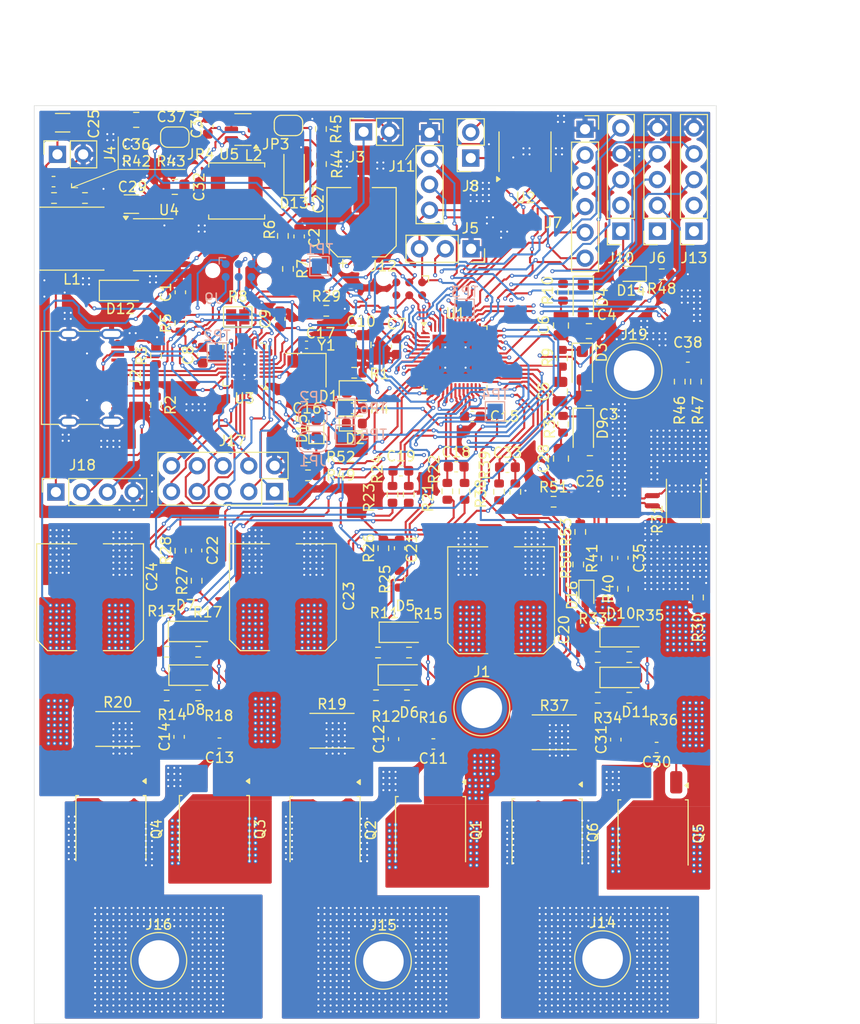
<source format=kicad_pcb>
(kicad_pcb (version 20240108) (generator "pcbnew") (generator_version "8.0")
  (layers (0 "F.Cu" signal) (1 "In1.Cu" mixed) (2 "In2.Cu" mixed) (31 "B.Cu" signal) (34 "B.Paste" user) (35 "F.Paste" user) (36 "B.SilkS" user "B.Silkscreen") (37 "F.SilkS" user "F.Silkscreen") (38 "B.Mask" user) (39 "F.Mask" user) (44 "Edge.Cuts" user))
  (net 0 "")
  (net 1 "GND")
  (net 2 "/WCH_~{RST}")
  (net 3 "Net-(U3-OSC_IN{slash}PD0)")
  (net 4 "Net-(U3-OSC_OUT{slash}PD1)")
  (net 5 "Vdrive")
  (net 6 "/MOT3")
  (net 7 "Net-(Q1-G)")
  (net 8 "/VB3")
  (net 9 "Net-(Q2-G)")
  (net 10 "GNDPWR")
  (net 11 "/V_W")
  (net 12 "/VB2")
  (net 13 "/MOT2")
  (net 14 "Net-(Q3-G)")
  (net 15 "Net-(Q4-G)")
  (net 16 "/V_V")
  (net 17 "/VB1")
  (net 18 "/MOT1")
  (net 19 "Net-(Q5-G)")
  (net 20 "Net-(Q6-G)")
  (net 21 "/V_U")
  (net 22 "+3V3")
  (net 23 "Net-(D2-K)")
  (net 24 "Net-(U5-BST)")
  (net 25 "Net-(JP3-A)")
  (net 26 "/ISENSE_W-")
  (net 27 "/ISENSE_W+")
  (net 28 "/ISENSE_V+")
  (net 29 "/ISENSE_V-")
  (net 30 "/ISENSE_U-")
  (net 31 "/ISENSE_U+")
  (net 32 "/VBATT_MEAS")
  (net 33 "Net-(D1-K)")
  (net 34 "Net-(D3-K)")
  (net 35 "/HO3")
  (net 36 "Net-(D7-A)")
  (net 37 "/LO3")
  (net 38 "Net-(D4-K)")
  (net 39 "Net-(D5-A)")
  (net 40 "/HO2")
  (net 41 "Net-(D6-A)")
  (net 42 "/LO2")
  (net 43 "Net-(D9-K)")
  (net 44 "Net-(D8-A)")
  (net 45 "/HO1")
  (net 46 "Net-(D10-A)")
  (net 47 "/LO1")
  (net 48 "Net-(D11-A)")
  (net 49 "Net-(D12-K)")
  (net 50 "/LED0")
  (net 51 "Net-(D13-K)")
  (net 52 "/LED1")
  (net 53 "Net-(J2-CC1)")
  (net 54 "/USB_D+")
  (net 55 "/USB_VBUS")
  (net 58 "Net-(J2-CC2)")
  (net 59 "/USB_D-")
  (net 60 "/HALL_U")
  (net 61 "/HALL_W")
  (net 62 "/HALL_V")
  (net 63 "/WCH_BOOT0")
  (net 64 "/WCH_SWDIO")
  (net 65 "/WCH_SWCLK")
  (net 66 "Net-(J8-Pin_2)")
  (net 67 "/LKS_SWDIO")
  (net 68 "/LKS_SWCLK")
  (net 69 "/LKS_~{RST}")
  (net 70 "VBUS")
  (net 71 "Net-(J8-Pin_1)")
  (net 73 "/PB5")
  (net 74 "/PB0")
  (net 75 "/PA15")
  (net 76 "/PA4")
  (net 77 "/PA0")
  (net 78 "/PB1")
  (net 79 "/PB4")
  (net 80 "/PB3")
  (net 81 "/ENC_A")
  (net 82 "/ENC_I")
  (net 83 "/ENC_B")
  (net 84 "/SPI_DO")
  (net 85 "/SPI_CLK")
  (net 86 "/SPI_CS")
  (net 87 "/SPI_DI")
  (net 88 "/I2C_SDA")
  (net 89 "/I2C_SCL")
  (net 90 "/UART_ALT_TX")
  (net 91 "/UART_ALT_RX")
  (net 92 "/SIF")
  (net 93 "/DAC")
  (net 94 "/P2.7_LDO15")
  (net 95 "/P2.2")
  (net 96 "/UART_FROM_WCH")
  (net 97 "/UART_RX")
  (net 98 "/UART_TX")
  (net 99 "/UART_TO_WCH")
  (net 100 "Net-(JP4-A)")
  (net 101 "Net-(Q4-S)")
  (net 102 "/P_ISV+")
  (net 103 "/P_ISV-")
  (net 104 "Net-(Q2-S)")
  (net 105 "/P_ISW+")
  (net 106 "/P_ISW-")
  (net 107 "/ISENSE_TOT-")
  (net 108 "/ISENSE_TOT+")
  (net 109 "Net-(Q6-S)")
  (net 110 "/P_ISU+")
  (net 111 "/P_ISU-")
  (net 112 "Net-(U3-PA7)")
  (net 113 "Net-(U4-FB)")
  (net 114 "Net-(U5-FB)")
  (net 116 "/CAN_RX")
  (net 117 "/CAN_TX")
  (net 119 "/MOT2_MEAS")
  (net 120 "/MOT3_MEAS")
  (net 121 "/MOT1_MEAS")
  (net 122 "/P_IST-")
  (net 123 "/P_IST+")
  (net 124 "Net-(D14-K)")
  (net 125 "Net-(D15-K)")
  (net 126 "Net-(D16-K)")
  (net 127 "Net-(R49-Pad2)")
  (net 128 "Net-(R50-Pad1)")
  (net 129 "Net-(R51-Pad2)")
  (footprint "Resistor_SMD:R_0603_1608Metric" (layer "F.Cu") (at 126.6 115.375 -90)
    (property "Reference" "R50")
    (property "Value" "1k")
  )
  (footprint "Capacitor_SMD:C_0603_1608Metric" (layer "F.Cu") (at 89 114 90)
    (property "Reference" "C22")
    (property "Value" "1n")
  )
  (footprint "Inductor_SMD:L_Taiyo-Yuden_NR-60xx" (layer "F.Cu") (at 76.725 83.295 180)
    (property "Reference" "L1")
    (property "Value" "47u")
  )
  (footprint "Resistor_SMD:R_0603_1608Metric" (layer "F.Cu") (at 101.25 72.5 90)
    (property "Reference" "R45")
    (property "Value" "10k")
  )
  (footprint "Resistor_SMD:R_0603_1608Metric" (layer "F.Cu") (at 109.925 124.05 180)
    (property "Reference" "R15")
    (property "Value" "10R")
  )
  (footprint "Resistor_SMD:R_0603_1608Metric" (layer "F.Cu") (at 131.625 124.5 180)
    (property "Reference" "R35")
    (property "Value" "10R")
  )
  (footprint "Package_TO_SOT_SMD:TO-252-2" (layer "F.Cu") (at 112.05 141.54 -90)
    (property "Reference" "Q1")
    (property "Value" "JMTK80N06A")
  )
  (footprint "Capacitor_SMD:C_0805_2012Metric" (layer "F.Cu") (at 124.8 98.35 -90)
    (property "Reference" "C5")
    (property "Value" "470n")
  )
  (footprint "Capacitor_SMD:C_0603_1608Metric" (layer "F.Cu") (at 90.1 72.225 90)
    (property "Reference" "C34")
    (property "Value" "100n")
  )
  (footprint "Connector_PinSocket_2.54mm:PinSocket_1x04_P2.54mm_Vertical" (layer "F.Cu") (at 75.13 108.25 90)
    (property "Reference" "J18")
    (property "Value" "WCH_UART_ALT")
  )
  (footprint "Resistor_SMD:R_0603_1608Metric" (layer "F.Cu") (at 129.4 114.775 90)
    (property "Reference" "R41")
    (property "Value" "1k")
  )
  (footprint "NetTie:NetTie-2_SMD_Pad0.5mm" (layer "F.Cu") (at 133.9 108.6)
    (property "Reference" "NT7" (hide yes))
    (property "Value" "NT" (hide yes))
  )
  (footprint "TestPoint:TestPoint_Plated_Hole_D4.0mm" (layer "F.Cu") (at 107.4 154.45)
    (property "Reference" "J15")
    (property "Value" "MOT_V")
  )
  (footprint "missing_symbols:QFN-52-1EP_6x6mm_P0.4mm_EP4.5x4.5mm_ThermalVias" (layer "F.Cu") (at 114.5 95)
    (property "Reference" "U1")
    (property "Value" "LKS32MC086NxQx")
  )
  (footprint "Connector_PinSocket_2.54mm:PinSocket_1x05_P2.54mm_Vertical" (layer "F.Cu") (at 134.4 82.56 180)
    (property "Reference" "J6")
    (property "Value" "LKS_IO")
  )
  (footprint "Capacitor_SMD:CP_Elec_6.3x7.7" (layer "F.Cu") (at 105.25 81.675 90)
    (property "Reference" "C27")
    (property "Value" "100u")
  )
  (footprint "Resistor_SMD:R_0603_1608Metric" (layer "F.Cu") (at 78 79.295)
    (property "Reference" "R43")
    (property "Value" "20k")
  )
  (footprint "Capacitor_SMD:C_0603_1608Metric" (layer "F.Cu") (at 87.275 132.35 90)
    (property "Reference" "C14")
    (property "Value" "Cg")
  )
  (footprint "NetTie:NetTie-2_SMD_Pad0.5mm" (layer "F.Cu") (at 81.875 128.575 90)
    (property "Reference" "NT6" (hide yes))
    (property "Value" "NT" (hide yes))
  )
  (footprint "Resistor_SMD:R_0603_1608Metric" (layer "F.Cu") (at 107.4 113.775 90)
    (property "Reference" "R26")
    (property "Value" "1k")
  )
  (footprint "Resistor_SMD:R_0603_1608Metric" (layer "F.Cu") (at 87.4 114.025 90)
    (property "Reference" "R28")
    (property "Value" "1k")
  )
  (footprint "Connector_PinSocket_2.54mm:PinSocket_2x05_P2.54mm_Vertical" (layer "F.Cu") (at 96.68 108.2 -90)
    (property "Reference" "J17")
    (property "Value" "WCH_GPIO")
  )
  (footprint "Capacitor_SMD:C_Elec_10x10.2" (layer "F.Cu") (at 119 118.9 90)
    (property "Reference" "C20")
    (property "Value" "100u")
  )
  (footprint "Jumper:SolderJumper-2_P1.3mm_Bridged2Bar_RoundedPad1.0x1.5mm" (layer "F.Cu") (at 86.85 73.3 180)
    (property "Reference" "JP4")
    (property "Value" "VDrive_ISO")
  )
  (footprint "Capacitor_SMD:C_0603_1608Metric" (layer "F.Cu") (at 108.7 93.925 -90)
    (property "Reference" "C7")
    (property "Value" "100n")
  )
  (footprint "Resistor_SMD:R_2512_6332Metric" (layer "F.Cu") (at 137 109.1625 -90)
    (property "Reference" "R31")
    (property "Value" "5m")
  )
  (footprint "Resistor_SMD:R_0603_1608Metric" (layer "F.Cu") (at 109.9 108.475 -90)
    (property "Reference" "R24")
    (property "Value" "Rs")
  )
  (footprint "Resistor_SMD:R_0603_1608Metric" (layer "F.Cu") (at 131.625 128.5 180)
    (property "Reference" "R36")
    (property "Value" "10R")
  )
  (footprint "Resistor_SMD:R_0603_1608Metric" (layer "F.Cu") (at 106.875 124.05)
    (property "Reference" "R11")
    (property "Value" "51R")
  )
  (footprint "Connector_USB:USB_C_Receptacle_G-Switch_GT-USB-7010ASV" (layer "F.Cu") (at 77.5 97 -90)
    (property "Reference" "J2")
    (property "Value" "USB_C_Receptacle_USB2.0_16P")
  )
  (footprint "Resistor_SMD:R_0603_1608Metric" (layer "F.Cu") (at 74.95 79.295)
    (property "Reference" "R42")
    (property "Value" "33k")
  )
  (footprint "Capacitor_SMD:C_0402_1005Metric" (layer "F.Cu") (at 99.83 93.75 180)
    (property "Reference" "C17")
    (property "Value" "18p")
  )
  (footprint "Resistor_SMD:R_0603_1608Metric" (layer "F.Cu") (at 126.8 112.175 -90)
    (property "Reference" "R53")
    (property "Value" "1k")
  )
  (footprint "Capacitor_SMD:C_0603_1608Metric" (layer "F.Cu") (at 112.325 133.05 180)
    (property "Reference" "C11")
    (property "Value" "Cg")
  )
  (footprint "Package_SO:SOIC-8_3.9x4.9mm_P1.27mm" (layer "F.Cu") (at 121.355 74.735 90)
    (property "Reference" "U2")
    (property "Value" "SN65HVD230")
  )
  (footprint "Resistor_SMD:R_0603_1608Metric" (layer "F.Cu") (at 85 99.675 -90)
    (property "Reference" "R2")
    (property "Value" "5k1")
  )
  (footprint "Capacitor_SMD:C_Elec_10x10.2" (layer "F.Cu") (at 97.5 118.6 90)
    (property "Reference" "C23")
    (property "Value" "100u")
  )
  (footprint "Package_TO_SOT_SMD:TO-252-2" (layer "F.Cu") (at 133.975 141.865 -90)
    (property "Reference" "Q5")
    (property "Value" "JMTK80N06A")
  )
  (footprint "LED_SMD:LED_0603_1608Metric" (layer "F.Cu") (at 100.8 101.9875 90)
    (property "Reference" "D15")
    (property "Value" "LED_Y")
  )
  (footprint "Resistor_SMD:R_2512_6332Metric" (layer "F.Cu") (at 124.2375 131.9)
    (property "Reference" "R37")
    (property "Value" "5m")
  )
  (footprint "Capacitor_SMD:C_1206_3216Metric" (layer "F.Cu") (at 82.575 79.895 180)
    (property "Reference" "C29")
    (property "Value" "10u")
  )
  (footprint "Resistor_SMD:R_0603_1608Metric" (layer "F.Cu") (at 86.05 123.975)
    (property "Reference" "R13")
    (property "Value" "51R")
  )
  (footprint "Crystal:Crystal_SMD_3225-4Pin_3.2x2.5mm" (layer "F.Cu") (at 99.75 96.25 180)
    (property "Reference" "Y1")
    (property "Value" "Crystal_GND24_Small")
  )
  (footprint "Capacitor_SMD:C_0402_1005Metric" (layer "F.Cu") (at 99.87 98.75)
    (property "Reference" "C16")
    (property "Value" "18p")
  )
  (footprint "Capacitor_SMD:C_0603_1608Metric" (layer "F.Cu") (at 108.4 132.575 90)
    (property "Reference" "C12")
    (property "Value" "Cg")
  )
  (footprint "Connector_PinSocket_2.54mm:PinSocket_1x02_P2.54mm_Vertical" (layer "F.Cu") (at 75.285 74.995 90)
    (property "Reference" "J4")
    (property "Value" "LOGIC_POWER")
  )
  (footprint "NetTie:NetTie-2_SMD_Pad0.5mm" (layer "F.Cu") (at 123.5 128.9 90)
    (property "Reference" "NT10" (hide yes))
    (property "Value" "NT" (hide yes))
  )
  (footprint "Diode_SMD:D_SOD-123F" (layer "F.Cu") (at 127 95.8 -90)
    (property "Reference" "D3")
    (property "Value" "DSK310")
  )
  (footprint "Capacitor_SMD:C_0603_1608Metric" (layer "F.Cu") (at 137.4 94.95)
    (property "Reference" "C38")
    (property "Value" "Cs")
  )
  (footprint "Resistor_SMD:R_0603_1608Metric" (layer "F.Cu") (at 125 95.075 -90)
    (property "Reference" "R9")
    (property "Value" "4R7")
  )
  (footprint "Package_DFN_QFN:QFN-28-1EP_4x4mm_P0.4mm_EP2.6x2.6mm_ThermalVias" (layer "F.Cu") (at 93.7 95.6875 180)
    (property "Reference" "U3")
    (property "Value" "CH32V203G6U6")
  )
  (footprint "Connector_PinSocket_2.54mm:PinSocket_1x03_P2.54mm_Vertical" (layer "F.Cu") (at 116.04 84.29 -90)
    (property "Reference" "J5")
    (property "Value" "LKS_SIF")
  )
  (footprint "Resistor_SMD:R_0603_1608Metric" (layer "F.Cu") (at 86.05 128.275)
    (property "Reference" "R14")
    (property "Value" "51R")
  )
  (footprint "Capacitor_SMD:C_0603_1608Metric" (layer "F.Cu") (at 116.175 100.8)
    (property "Reference" "C15")
    (property "Value" "4u7")
  )
  (footprint "Resistor_SMD:R_0603_1608Metric" (layer "F.Cu") (at 101.775 90.4)
    (property "Reference" "R29")
    (property "Value" "10k")
  )
  (footprint "NetTie:NetTie-2_SMD_Pad0.5mm" (layer "F.Cu") (at 103.2 128.75 90)
    (property "Reference" "NT4" (hide yes))
    (property "Value" "NT" (hide yes))
  )
  (footprint "Inductor_SMD:L_Changjiang_FNR5040S" (layer "F.Cu") (at 92.95 78.6 180)
    (property "Reference" "L2")
    (property "Value" "10uH")
  )
  (footprint "Jumper:SolderJumper-2_P1.3mm_Bridged2Bar_RoundedPad1.0x1.5mm" (layer "F.Cu") (at 98.05 72.15)
    (property "Reference" "JP3")
    (property "Value" "VBUS_ISO")
  )
  (footprint "LED_SMD:LED_0805_2012Metric" (layer "F.Cu") (at 104.7375 98.25)
    (property "Reference" "D1")
    (property "Value" "LED_G")
  )
  (footprint "TestPoint:TestPoint_Plated_Hole_D4.0mm" (layer "F.Cu") (at 129 154.2)
    (property "Reference" "J14")
    (property "Value" "MOT_U")
  )
  (footprint "Capacitor_SMD:C_0603_1608Metric" (layer "F.Cu") (at 119.625 105.8)
    (property "Reference" "C33")
    (property "Value" "Cs")
  )
  (footprint "Jumper:SolderJumper-2_P1.3mm_Bridged_Pad1.0x1.5mm" (layer "F.Cu") (at 93.05 91 180)
    (property "Reference" "R8")
    (property "Value" "0R")
  )
  (footprint "Resistor_SMD:R_0603_1608Metric" (layer "F.Cu") (at 98 86.275 -90)
    (property "Reference" "R7")
    (property "Value" "1k")
  )
  (footprint "Resistor_SMD:R_0603_1608Metric" (layer "F.Cu") (at 138.2 97.375 -90)
    (property "Reference" "R47")
    (property "Value" "Rs")
  )
  (footprint "Connector_PinSocket_2.54mm:PinSocket_1x02_P2.54mm_Vertical" (layer "F.Cu") (at 105.45 72.775 90)
    (property "Reference" "J3")
    (property "Value" "GATE_DRIVE")
  )
  (footprint "Resistor_SMD:R_2512_6332Metric" (layer "F.Cu") (at 102.3375 131.75)
    (property "Reference" "R19")
    (property "Value" "5m")
  )
  (footprint "Package_SO:SOIC-8_3.9x4.9mm_P1.27mm" (layer "F.Cu") (at 84.725 83.895)
    (property "Reference" "U4")
    (property "Value" "XL1509-ADJ")
  )
  (footprint "Connector_PinSocket_2.54mm:PinSocket_1x02_P2.54mm_Vertical" (layer "F.Cu") (at 116.01 75.36 180)
    (property "Reference" "J8")
    (property "Value" "CAN")
  )
  (footprint "Capacitor_SMD:C_0603_1608Metric" (layer "F.Cu") (at 74.9 77.68)
    (property "Reference" "C36")
    (property "Value" "4u7")
  )
  (footprint "Capacitor_SMD:C_Elec_10x10.2" (layer "F.Cu") (at 78.5 118.6 90)
    (property "Reference" "C24")
    (property "Value" "100u")
  )
  (footprint "TestPoint:TestPoint_Plated_Hole_D4.0mm" (layer "F.Cu") (at 117.1 129.5)
    (property "Reference" "J1")
    (property "Value" "VBUS")
  )
  (footprint "Diode_SMD:D_SOD-123F" (layer "F.Cu") (at 130.95 122.5)
    (property "Reference" "D10")
    (property "Value" "ES2JW")
  )
  (footprint "Resistor_SMD:R_0603_1608Metric" (layer "F.Cu") (at 89.15 123.975 180)
    (property "Reference" "R17")
    (property "Value" "10R")
  )
  (footprint "Capacitor_SMD:C_0603_1608Metric" (layer "F.Cu") (at 99.1 83.075 90)
    (property "Reference" "C2")
    (property "Value" "1n")
  )
  (footprint "Capacitor_SMD:C_0805_2012Metric" (layer "F.Cu") (at 105.45 93.75 -90)
    (property "Reference" "C10")
    (property "Value" "10u")
  )
  (footprint "Resistor_SMD:R_2512_6332Metric" (layer "F.Cu") (at 81.2375 131.575)
    (property "Reference" "R20")
    (property "Value" "5m")
  )
  (footprint "Capacitor_SMD:C_0603_1608Metric" (layer "F.Cu") (at 134.325 133.4 180)
    (property "Reference" "C30")
    (property "Value" "Cg")
  )
  (footprint "LED_SMD:LED_0603_1608Metric" (layer "F.Cu") (at 131.8125 86.76 180)
    (property "Reference" "D14")
    (property "Value" "LED_Y")
  )
  (footprint "Package_TO_SOT_SMD:TO-252-2" (layer "F.Cu") (at 80.555 141.44 -90)
    (property "Reference" "Q4")
    (property "Value" "JMTK80N06A")
  )
  (footprint "TestPoint:TestPoint_Plated_Hole_D4.0mm" (layer "F.Cu") (at 85.275 154.375)
    (property "Reference" "J16")
    (property "Value" "MOT_W")
  )
  (footprint "Capacitor_SMD:C_0603_1608Metric" (layer "F.Cu") (at 130.3 132.625 90)
    (property "Reference" "C31")
    (property "Value" "Cg")
  )
  (footprint "Capacitor_SMD:C_0805_2012Metric" (layer "F.Cu") (at 124.9 104.95 -90)
    (property "Reference" "C28")
    (property "Value" "470n")
  )
  (footprint "Capacitor_SMD:C_0805_2012Metric" (layer "F.Cu") (at 127.65 92.4)
    (property "Reference" "C4")
    (property "Value" "10u")
  )
  (footprint "Capacitor_SMD:C_0603_1608Metric" (layer "F.Cu") (at 87.4 88.575 90)
    (property "Reference" "C1")
    (property "Value" "100n")
  )
  (footprint "Resistor_SMD:R_0603_1608Metric" (layer "F.Cu") (at 104.475 100)
    (property "Reference" "R4")
    (property "Value" "1k")
  )
  (footprint "NetTie:NetTie-2_SMD_Pad0.5mm" (layer "F.Cu") (at 133.5 131.8 -90)
    (property "Reference" "NT9" (hide yes))
    (property "Value" "NT" (hide yes))
  )
  (footprint "Package_TO_SOT_SMD:TO-252-2" (layer "F.Cu") (at 101.655 141.54 -90)
    (property "Reference" "Q2")
    (property "Value" "JMTK80N06A")
  )
  (footprint "Connector_PinSocket_2.54mm:PinSocket_1x04_P2.54mm_Vertical" (layer "F.Cu") (at 111.95 72.87)
    (property "Reference" "J11")
    (property "Value" "LKS_I2C")
  )
  (footprint "Package_TO_SOT_SMD:SOT-23-6" (layer "F.Cu") (at 93.5625 72.55 180)
    (property "Reference" "U5")
    (property "Value" "LGS5145")
  )
  (footprint "Resistor_SMD:R_0603_1608Metric" (layer "F.Cu") (at 89 116.975 90)
    (property "Reference" "R27")
    (property "Value" "39k")
  )
  (footprint "Resistor_SMD:R_0603_1608Metric" (layer "F.Cu") (at 113.7 108.175 -90)
    (property "Reference" "R21")
    (property "Value" "Rs")
  )
  (footprint "Capacitor_SMD:C_0603_1608Metric" (layer "F.Cu") (at 131 114.725 90)
    (property "Reference" "C35")
    (property "Value" "1n")
  )
  (footprint "Resistor_SMD:R_0603_1608Metric" (layer "F.Cu") (at 106.675 128.25)
    (property "Reference" "R12")
    (property "Value" "51R")
  )
  (footprint "LED_SMD:LED_0603_1608Metric" (layer "F.Cu") (at 104.5375 101.5)
    (property "Reference" "D2")
    (property "Value" "LED_R")
  )
  (footprint "Capacitor_SMD:C_0805_2012Metric" (layer "F.Cu") (at 86.85 78.2 180)
    (property "Reference" "C32")
    (property "Value" "2u2")
  )
  (footprint "Diode_SMD:D_SOD-123" (layer "F.Cu") (at 98.6 76.65 90)
    (property "Reference" "D13")
    (property "Value" "D_Clamp")
  )
  (footprint "NetTie:NetTie-2_SMD_Pad0.5mm" (layer "F.Cu") (at 111.5 131.35 -90)
    (property "Reference" "NT1" (hide yes))
    (property "Value" "NT" (hide yes))
  )
  (footprint "Resistor_SMD:R_0603_1608Metric" (layer "F.Cu") (at 109 116.825 90)
    (property "Reference" "R25")
    (property "Value" "39k")
  )
  (footprint "Resistor_SMD:R_0603_1608Metric" (layer "F.Cu") (at 104.525 96.5)
    (property "Reference" "R1")
    (property "Value" "1k")
  )
  (footprint "Diode_SMD:D_SOD-123F" (layer "F.Cu") (at 127.1 89.2 -90)
    (property "Reference" "D4")
    (property "Value" "DSK310")
  )
  (footprint "Package_TO_SOT_SMD:TO-252-2" (layer "F.Cu") (at 90.75 141.44 -90)
    (property "Reference" "Q3")
    (property "Value" "JMTK80N06A")
  )
  (footprint "Resistor_SMD:R_0603_1608Metric" (layer "F.Cu") (at 124.175 109.2)
    (property "Reference" "R51")
    (property "Value" "1k")
  )
  (footprint "Capacitor_SMD:C_0603_1608Metric" (layer "F.Cu") (at 109 113.775 90)
    (property "Reference" "C21")
    (property "Value" "1n")
  )
  (footprint "Resistor_SMD:R_0603_1608Metric" (layer "F.Cu") (at 125.1 101.575 -90)
    (property "Reference" "R32")
    (property "Value" "4R7")
  )
  (footprint "Capacitor_SMD:C_0603_1608Metric" (layer "F.Cu") (at 114.575 105.75)
    (property "Reference" "C18")
    (property "Value" "Cs")
  )
  (footprint "Connector_PinSocket_2.54mm:PinSocket_1x06_P2.54mm_Vertical" (layer "F.Cu") (at 127.27 72.52)
    (property "Reference" "J7")
    (property "Value" "LKS_SPI")
  )
  (footprint "Package_TO_SOT_SMD:TO-252-2" (layer "F.Cu") (at 123.53 141.765 -90)
    (property "Reference" "Q6")
    (property "Value" "JMTK80N06A")
  )
  (footprint "Resistor_SMD:R_0603_1608Metric" (layer "F.Cu") (at 108.3 108.475 -90)
    (property "Reference" "R23")
    (property "Value" "Rs")
  )
  (footprint "Resistor_SMD:R_0603_1608Metric" (layer "F.Cu") (at 99.975 106.6)
    (property "Reference" "R49")
    (property "Value" "1k")
  )
  (footprint "Capacitor_SMD:C_1206_3216Metric" (layer "F.Cu") (at 75.8 71.88)
    (property "Reference" "C25")
    (property "Value" "100u")
  )
  (footprint "LED_SMD:LED_0603_1608Metric" (layer "F.Cu") (at 127.4 118.4125 -90)
    (property "Reference" "D16")
    (property "Value" "LED_Y")
  )
  (footprint "Resistor_SMD:R_0603_1608Metric" (layer "F.Cu") (at 125.1 88.575 -90)
    (property "Reference" "R10")
    (property "Value" "4R7")
  )
  (footprint "Connector:Tag-Connect_TC2030-IDC-NL_2x03_P1.27mm_Vertical" (layer "F.Cu") (at 109.95 88.235 180)
    (property "Reference" "J12")
    (property "Value" "LKS_SWD")
  )
  (footprint "Capacitor_SMD:C_0805_2012Metric" (layer "F.Cu") (at 127.75 105.4)
    (property "Reference" "C26")
    (property "Value" "10u")
  )
  (footprint "Diode_SMD:D_SOD-123F" (layer "F.Cu") (at 127.1 102.2 -90)
    (property "Reference" "D9")
    (property "Value" "DSK310")
  )
  (footprint "Resistor_SMD:R_0603_1608Metric" (layer "F.Cu") (at 101.25 75.95 90)
    (property "Reference" "R44")
    (property "Value" "120k")
  )
  (footprint "Resistor_SMD:R_0603_1608Metric" (layer "F.Cu") (at 128.525 128.5)
    (property "Reference" "R34")
    (property "Value" "51R")
  )
  (footprint "Connector_PinSocket_2.54mm:PinSocket_1x05_P2.54mm_Vertical" (layer "F.Cu") (at 138 82.56 180)
    (property "Reference" "J13")
    (property "Value" "HALL")
  )
  (footprint "Resistor_SMD:R_0603_1608Metric" (layer "F.Cu") (at 136.6 97.375 -90)
    (property "Reference" "R46")
    (property "Value" "Rs")
  )
  (footprint "Resistor_SMD:R_0603_1608Metric" (layer "F.Cu") (at 87.4 91.625 90)
    (property "Reference" "R5")
    (property "Value" "10k")
  )
  (footprint "Resistor_SMD:R_0603_1608Metric" (layer "F.Cu") (at 131 117.775 90)
    (property "Reference" "R40")
    (property "Value" "39k")
  )
  (footprint "NetTie:NetTie-2_SMD_Pad0.5mm" (layer "F.Cu") (at 101.7 128.75 90)
    (property "Reference" "NT3" (hide yes))
    (property "Value" "NT" (hide yes))
  )
  (footprint "Resistor_SMD:R_0603_1608Metric" (layer "F.Cu") (at 109.725 128.25 180)
    (property "Reference" "R16")
    (property "Value" "10R")
  )
  (footprint "Capacitor_SMD:C_0603_1608Metric" (layer "F.Cu") (at 91.25 132.975 180)
    (property "Reference" "C13")
    (property "Value" "Cg")
  )
  (footprint "Capacitor_SMD:C_0603_1608Metric" (layer "F.Cu") (at 89.6 94.775 90)
    (property "Reference" "C8")
    (property "Value" "100n")
  )
  (footprint "Diode_SMD:D_SOD-123F" (layer "F.Cu") (at 81.625 88.395)
    (property "Reference" "D12")
    (property "Value" "DSK310")
  )
  (footprint "Capacitor_SMD:C_0603_1608Metric" (layer "F.Cu") (at 97.2 91.2 90)
    (property "Reference" "C9")
    (property "Value" "100n")
  )
  (footprint "Capacitor_SMD:C_0805_2012Metric" (layer "F.Cu") (at 83.05 71.6)
    (property "Reference" "C37")
    (property "Value" "2u2")
  )
  (footprint "NetTie:NetTie-2_SMD_Pad0.5mm" (layer "F.Cu") (at 133.9 109.6 180)
    (property "Reference" "NT8" (hide yes))
    (property "Value" "NT" (hide yes))
  )
  (footprint "Diode_SMD:D_SOD-123F" (layer "F.Cu") (at 109.1 126.25)
    (property "Reference" "D6")
    (property "Value" "ES2JW")
  )
  (footprint "Resistor_SMD:R_0603_1608Metric" (layer "F.Cu") (at 99.975 104.8)
    (property "Reference" "R52")
    (property "Value" "1k")
  )
  (footprint "NetTie:NetTie-2_SMD_Pad0.5mm" (layer "F.Cu") (at 80.375 128.575 90)
    (property "Reference" "NT5" (hide yes))
    (property "Value" "NT" (hide yes))
  )
  (footprint "Capacitor_SMD:C_0603_1608Metric" (layer "F.Cu") (at 109.125 106.15)
    (property "Reference" "C19")
    (property "Value" "Cs")
  )
  (footprint "Diode_SMD:D_SOD-123F" (layer "F.Cu") (at 88.475 126.275)
    (property "Reference" "D8")
    (property "Value" "ES2JW")
  )
  (footprint "Resistor_SMD:R_0603_1608Metric" (layer "F.Cu") (at 120.4 108.225 -90)
    (property "Reference" "R39")
    (property "Value" "Rs")
  )
  (footprint "Resistor_SMD:R_0603_1608Metric" (layer "F.Cu") (at 138.4 118.625 90)
    (property "Reference" "R30")
    (property "Value" "100k")
  )
  (footprint "Diode_SMD:D_SOD-123F" (layer "F.Cu") (at 109.2 122.05)
    (property "Reference" "D5")
    (property "Value" "ES2JW")
  )
  (footprint "Resistor_SMD:R_0603_1608Metric" (layer "F.Cu") (at 115.4 108.175 -90)
    (property "Reference" "R22")
    (property "Value" "Rs")
  )
  (footprint "Resistor_SMD:R_0603_1608Metric" (layer "F.Cu") (at 89.15 128.275 180)
    (property "Reference" "R18")
    (property "Value" "10R")
  )
  (footprint "NetTie:NetTie-2_SMD_Pad0.5mm" (layer "F.Cu") (at 125 128.9 90)
    (property "Reference" "NT11" (hide yes))
    (property "Value" "NT" (hide yes))
  )
  (footprint "Resistor_SMD:R_0603_1608Metric" (layer "F.Cu") (at 134.825 86.8 180)
    (property "Reference" "R48")
    (property "Value" "1k")
  )
  (footprint "Resistor_SMD:R_0603_1608Metric" (layer "F.Cu") (at 128.525 124.5)
    (property "Reference" "R33")
    (property "Value" "51R")
  )
  (footprint "Capacitor_SMD:C_0805_2012Metric" (layer "F.Cu") (at 127.65 99)
    (property "Reference" "C3")
    (property "Value" "10u")
  )
  (footprint "TestPoint:TestPoint_Plated_Hole_D4.0mm" (layer "F.Cu") (at 132.1 96.3)
    (property "Reference" "J19")
    (property "Value" "GND")
  )
  (footprint "Resistor_SMD:R_0603_1608Metric" (layer "F.Cu") (at 118.8 108.225 -90)
    (property "Reference" "R38")
    (property "Value" "Rs")
  )
  (footprint "Diode_SMD:D_SOD-123F" (layer "F.Cu") (at 130.95 126.5)
    (property "Reference" "D11")
    (property "Value" "ES2JW")
  )
  (footprint "Capacitor_SMD:C_0805_2012Metric" (layer "F.Cu") (at 124.9 91.85 -90)
    (property "Reference" "C6")
    (property "Value" "470n")
  )
  (footprint "NetTie:NetTie-2_SMD_Pad0.5mm" (layer "F.Cu") (at 90.475 131.175 -90)
    (property "Reference" "NT2" (hide yes))
    (property "Value" "NT" (hide yes))
  )
  (footprint "Connector_PinSocket_2.54mm:PinSocket_1x05_P2.54mm_Vertical" (layer "F.Cu") (at 130.8 82.56 180)
    (property "Reference" "J10")
    (property "Value" "ENC")
  )
  (footprint "Resistor_SMD:R_0603_1608Metric" (layer "F.Cu") (at 85 94.825 90)
    (property "Reference" "R3")
    (property "Value" "5k1")
  )
  (footprint "Diode_SMD:D_SOD-123F" (layer "F.Cu") (at 88.425 121.975)
    (property "Reference" "D7")
    (property "Value" "ES2JW")
  )
  (footprint "Resistor_SMD:R_0603_1608Metric" (layer "F.Cu") (at 97.5 83.025 -90)
    (property "Reference" "R6")
    (property "Value" "39k")
  )
  (footprint "Jumper:SolderJumper-2_P1.3mm_Bridged2Bar_RoundedPad1.0x1.5mm" (layer "B.Cu") (at 100.45 103.3 180)
    (property "Reference" "JP1")
    (property "Value" "TX_JP")
  )
  (footprint "TestPoint:TestPoint_Pad_1.5x1.5mm" (layer "B.Cu") (at 91 94.5 180)
    (property "Reference" "TP2")
    (property "Value" "WCH_VTST")
  )
  (footprint "TestPoint:TestPoint_Pad_1.5x1.5mm" (layer "B.Cu") (at 103.65 102.6 180)
    (property "Reference" "TP5")
    (property "Value" "LKS_TX")
  )
  (footprint "TestPoint:TestPoint_Pad_1.5x1.5mm" (layer "B.Cu") (at 118.4 100.3 180)
    (property "Reference" "TP4")
    (property "Value" "LKS_VTST")
  )
  (footprint "TestPoint:TestPoint_Pad_1.5x1.5mm" (layer "B.Cu") (at 103.65 100 180)
    (property "Reference" "TP6")
    (property "Value" "LKS_RX")
  )
  (footprint "TestPoint:TestPoint_Pad_1.5x1.5mm" (layer "B.Cu") (at 115.4 90.2 180)
    (property "Reference" "TP3")
    (property "Value" "LKS_3V3TST")
  )
  (footprint "TestPoint:TestPoint_Pad_1.5x1.5mm" (layer "B.Cu") (at 101.1 86 180)
    (property "Reference" "TP1")
    (property "Value" "VBAT_MES")
  )
  (footprint "Jumper:SolderJumper-2_P1.3mm_Bridged2Bar_RoundedPad1.0x1.5mm" (layer "B.Cu") (at 100.45 100.7 180)
    (property "Reference" "JP2")
    (property "Value" "RX_JP")
  )
  (footprint "Connector:Tag-Connect_TC2030-IDC-NL_2x03_P1.27mm_Vertical" (layer "B.Cu") (at 93.13 86.435)
    (property "Reference" "J9")
    (property "Value" "WCH_SWD")
  )
  (gr_line (start 77.275 78.28) (end 76.675 78.28) (stroke (width 0.1)) (layer "F.SilkS"))
  (gr_line (start 81.275 73.28) (end 81.275 76.48) (stroke (width 0.1)) (layer "F.SilkS"))
  (gr_line (start 81.275 76.48) (end 87.875 76.48) (stroke (width 0.1)) (layer "F.SilkS"))
  (gr_line (start 76.675 78.28) (end 76.675 77.88) (stroke (width 0.1)) (layer "F.SilkS"))
  (gr_line (start 76.675 77.88) (end 76.675 78.28) (stroke (width 0.1)) (layer "F.SilkS"))
  (gr_line (start 81.275 76.48) (end 76.675 78.28) (stroke (width 0.1)) (layer "F.SilkS"))
  (gr_line (start 109.6 75.51) (end 110.4 74.4) (stroke (width 0.1)) (layer "F.SilkS"))
  (gr_line (start 140.2 70.2) (end 73 70.2) (stroke (width 0.05)) (layer "Edge.Cuts"))
  (gr_line (start 140.2 160.6) (end 140.2 70.2) (stroke (width 0.05)) (layer "Edge.Cuts"))
  (gr_line (start 73 160.6) (end 140.2 160.6) (stroke (width 0.05)) (layer "Edge.Cuts"))
  (gr_line (start 73 70.2) (end 73 160.6) (stroke (width 0.05)) (layer "Edge.Cuts"))
  (segment (start 84.8 77.1) (end 84.1 77.1) (width 0.2) (layer "F.Cu") (net 1))
  (segment (start 98.65 95.4) (end 98.65 94.45) (width 0.2) (layer "F.Cu") (net 1))
  (segment (start 85.9 78.2) (end 84.8 77.1) (width 0.2) (layer "F.Cu") (net 1))
  (segment (start 95.75 83.65) (end 94.7 84.7) (width 0.2) (layer "F.Cu") (net 1))
  (segment (start 107.4 112.95) (end 108.95 112.95) (width 0.2) (layer "F.Cu") (net 1))
  (segment (start 81.67447 93.35053) (end 81.225 93.8) (width 0.2) (layer "F.Cu") (net 1))
  (segment (start 108.7 94.887175) (end 108.214421 95.372754) (width 0.2) (layer "F.Cu") (net 1))
  (segment (start 105.3 100) (end 104.4675 100.8325) (width 0.2) (layer "F.Cu") (net 1))
  (segment (start 95.3 86.5) (end 95.3 86.6) (width 0.2) (layer "F.Cu") (net 1))
  (segment (start 101.6 104.8) (end 101.6 107.2) (width 0.2) (layer "F.Cu") (net 1))
  (segment (start 107.4 112.95) (end 105.2 110.75) (width 0.2) (layer "F.Cu") (net 1))
  (segment (start 80.625 90.795) (end 83.025 88.395) (width 0.2) (layer "F.Cu") (net 1))
  (segment (start 87.2 83.26) (end 87.2 84.53) (width 0.2) (layer "F.Cu") (net 1))
  (segment (start 96.5153 84.4153) (end 95.75 83.65) (width 0.2) (layer "F.Cu") (net 1))
  (segment (start 83.625 88.395) (end 83.625 87.175) (width 0.2) (layer "F.Cu") (net 1))
  (segment (start 116.8 100.8) (end 115.8 101.8) (width 0.2) (layer "F.Cu") (net 1))
  (segment (start 85 100.5) (end 81.525 100.5) (width 0.2) (layer "F.Cu") (net 1))
  (segment (start 105.25 75.515) (end 107.99 72.775) (width 0.2) (layer "F.Cu") (net 1))
  (segment (start 105.2 110.75) (end 105.2 108.4) (width 0.2) (layer "F.Cu") (net 1))
  (segment (start 85 94) (end 84.35053 93.35053) (width 0.2) (layer "F.Cu") (net 1))
  (segment (start 128.7 105.4) (end 128.7 108.1) (width 0.2) (layer "F.Cu") (net 1))
  (segment (start 115.8 101.8) (end 115 101.8) (width 0.2) (layer "F.Cu") (net 1))
  (segment (start 87.4 113.2) (end 87.4 110.6) (width 0.2) (layer "F.Cu") (net 1))
  (segment (start 119.45 72.26) (end 117.76 73.95) (width 0.2) (layer "F.Cu") (net 1))
  (segment (start 102.6 90.4) (end 101.845 91.155) (width 0.2) (layer "F.Cu") (net 1))
  (segment (start 99 106.6) (end 98.31 107.29) (width 0.2) (layer "F.Cu") (net 1))
  (segment (start 108.214421 95.372754) (end 108.049427 95.372754) (width 0.2) (layer "F.Cu") (net 1))
  (segment (start 80.625 92.68) (end 76.425 92.68) (width 0.2) (layer "F.Cu") (net 1))
  (segment (start 87.4 113.2) (end 88.975 113.2) (width 0.2) (layer "F.Cu") (net 1))
  (segment (start 80.625 93.2) (end 81.225 93.8) (width 0.2) (layer "F.Cu") (net 1))
  (segment (start 104.4675 102.1325) (end 101.8 104.8) (width 0.2) (layer "F.Cu") (net 1))
  (segment (start 100.35 98.75) (end 100.55 98.75) (width 0.2) (layer "F.Cu") (net 1))
  (segment (start 81.525 100.5) (end 81.225 100.2) (width 0.2) (layer "F.Cu") (net 1))
  (segment (start 95.6425 73.1425) (end 95.05 72.55) (width 0.2) (layer "F.Cu") (net 1))
  (segment (start 120.72 75.82) (end 120.2 75.3) (width 0.2) (layer "F.Cu") (net 1))
  (segment (start 80.625 101.32) (end 80.625 100.8) (width 0.2) (layer "F.Cu") (net 1))
  (segment (start 79.825 78.395) (end 79.825 78.62) (width 0.2) (layer "F.Cu") (net 1))
  (segment (start 82.75 108.25) (end 82.75 105.75) (width 0.2) (layer "F.Cu") (net 1))
  (segment (start 98.6 75) (end 97.1 75) (width 0.2) (layer "F.Cu") (net 1))
  (segment (start 95.6425 73.5425) (end 95.6425 73.1425) (width 0.2) (layer "F.Cu") (net 1))
  (segment (start 100.6 108.2) (end 99.22 108.2) (width 0.2) (layer "F.Cu") (net 1))
  (segment (start 100.1 82.3) (end 101.3 81.1) (width 0.2) (layer "F.Cu") (net 1))
  (segment (start 89 94) (end 88.8 93.8) (width 0.2) (layer "F.Cu") (net 1))
  (segment (start 81.1 79.895) (end 80.5 79.295) (width 0.2) (layer "F.Cu") (net 1))
  (segment (start 129.4 109) (end 128.6 108.2) (width 0.2) (layer "F.Cu") (net 1))
  (segment (start 120.72 77.21) (end 120.72 75.82) (width 0.2) (layer "F.Cu") (net 1))
  (segment (start 89.6 94) (end 90.4875 94.8875) (width 0.2) (layer "F.Cu") (net 1))
  (segment (start 105.25 78.975) (end 105.25 75.515) (width 0.2) (layer "F.Cu") (net 1))
  (segment (start 123.35 109.2) (end 122.491935 109.2) (width 0.2) (layer "F.Cu") (net 1))
  (segment (start 97.93 91.155) (end 97.2 90.425) (width 0.2) (layer "F.Cu") (net 1))
  (segment (start 87.2 85.8) (end 87.2 84.53) (width 0.2) (layer "F.Cu") (net 1))
  (segment (start 98.31 107.29) (end 96.68 105.66) (width 0.2) (layer "F.Cu") (net 1))
  (segment (start 85 103.1) (end 85 100.5) (width 0.2) (layer "F.Cu") (net 1))
  (segment (start 128.6 99) (end 128.6 92.4) (width 0.2) (layer "F.Cu") (net 1))
  (segment (start 134.8 108.4) (end 137 106.2) (width 0.2) (layer "F.Cu") (net 1))
  (segment (start 99.3 94.5) (end 99.3 93.8) (width 0.2) (layer "F.Cu") (net 1))
  (segment (start 96.4 86.5) (end 95.3 86.5) (width 0.2) (layer "F.Cu") (net 1))
  (segment (start 103.6 90.2) (end 102.8 90.2) (width 0.2) (layer "F.Cu") (net 1))
  (segment (start 87.2 81.99) (end 87.2 83.26) (width 0.2) (layer "F.Cu") (net 1))
  (segment (start 77.825 72.43) (end 77.275 71.88) (width 0.2) (layer "F.Cu") (net 1))
  (segment (start 92.268078 94.8875) (end 91.7625 94.8875) (width 0.2) (layer "F.Cu") (net 1))
  (segment (start 82.25 85.8) (end 87.2 85.8) (width 0.2) (layer "F.Cu") (net 1))
  (segment (start 97.2 90.425) (end 96.225 90.425) (width 0.2) (layer "F.Cu") (net 1))
  (segment (start 135.65 86.8) (end 137.4 86.8) (width 0.2) (layer "F.Cu") (net 1))
  (segment (start 75.725 77.095) (end 77.825 74.995) (width 0.2) (layer "F.Cu") (net 1))
  (segment (start 103.6 92.85) (end 103.6 90.2) (width 0.2) (layer "F.Cu") (net 1))
  (segment (start 100.55 98.75) (end 101.2 99.4) (width 0.2) (layer "F.Cu") (net 1))
  (segment (start 99.1 82.3) (end 100.1 82.3) (width 0.2) (layer "F.Cu") (net 1))
  (segment (start 93.068078 95.6875) (end 92.268078 94.8875) (width 0.2) (layer "F.Cu") (net 1))
  (segment (start 98.65 94.45) (end 99.35 93.75) (width 0.2) (layer "F.Cu") (net 1))
  (segment (start 97.740379 104.599621) (end 97.740379 102.059621) (width 0.2) (layer "F.Cu") (net 1))
  (segment (start 99.1 82.3) (end 98.23 83.17) (width 0.2) (layer "F.Cu") (net 1))
  (segment (start 105.45 94.7) (end 103.6 92.85) (width 0.2) (layer "F.Cu") (net 1))
  (segment (start 129.4 113.95) (end 129.4 109) (width 0.2) (layer "F.Cu") (net 1))
  (segment (start 101.8 104.8) (end 101.6 104.8) (width 0.2) (layer "F.Cu") (net 1))
  (segment (start 96.23 83.17) (end 96.2 83.2) (width 0.2) (layer "F.Cu") (net 1))
  (segment (start 100.4 71.5) (end 101.075 71.5) (width 0.2) (layer "F.Cu") (net 1))
  (segment (start 104.8 99.5) (end 104.8 97.05) (width 0.2) (layer "F.Cu") (net 1))
  (segment (start 85.83 81.99) (end 85.825 81.995) (width 0.2) (layer "F.Cu") (net 1))
  (segment (start 106.2 95.6) (end 106.2 95.45) (width 0.2) (layer "F.Cu") (net 1))
  (segment (start 94.266605 87.633395) (end 94.266605 88.366421) (width 0.2) (layer "F.Cu") (net 1))
  (segment (start 76.425 101.32) (end 76.425 92.68) (width 0.2) (layer "F.Cu") (net 1))
  (segment (start 97.4 86.5) (end 96.4 86.5) (width 0.2) (layer "F.Cu") (net 1))
  (segment (start 85.1 93) (end 85.1 93.9) (width 0.2) (layer "F.Cu") (net 1))
  (segment (start 84.1 109.6) (end 82.75 108.25) (width 0.2) (layer "F.Cu") (net 1))
  (segment (start 105.2 108.2) (end 100.6 108.2) (width 0.2) (layer "F.Cu") (net 1))
  (segment (start 104.2 94.7) (end 105.45 94.7) (width 0.2) (layer "F.Cu") (net 1))
  (segment (start 128.7 108.1) (end 128.6 108.2) (width 0.2) (layer "F.Cu") (net 1))
  (segment (start 99.22 108.2) (end 98.31 107.29) (width 0.2) (layer "F.Cu") (net 1))
  (segment (start 134.4 108.6) (end 134.6 108.4) (width 0.2) (layer "F.Cu") (net 1))
  (segment (start 83.625 87.175) (end 82.25 85.8) (width 0.2) (layer "F.Cu") (net 1))
  (segment (start 98.23 83.17) (end 96.23 83.17) (width 0.2) (layer "F.Cu") (net 1))
  (segment (start 101.3 81.1) (end 103.125 81.1) (width 0.2) (layer "F.Cu") (net 1))
  (segment (start 101.28 71.645) (end 106.86 71.645) (width 0.2) (layer "F.Cu") (net 1))
  (segment (start 107.99 72.775) (end 111.855 72.775) (width 0.2) (layer "F.Cu") (net 1))
  (segment (start 110.309364 108.4) (end 110.509364 108.2) (width 0.2) (layer "F.Cu") (net 1))
  (segment (start 101.6 107.2) (end 100.6 108.2) (width 0.2) (layer "F.Cu") (net 1))
  (segment (start 105.2 108.4) (end 110.309364 108.4) (width 0.2) (layer "F.Cu") (net 1))
  (segment (start 80.625 92.68) (end 80.625 90.795) (width 0.2) (layer "F.Cu") (net 1))
  (segment (start 120.72 76.892732) (end 125.092732 72.52) (width 0.2) (layer "F.Cu") (net 1))
  (segment (start 129.4 113.95) (end 131 113.95) (width 0.2) (layer "F.Cu") (net 1))
  (segment (start 78.825 79.295) (end 80.5 79.295) (width 0.2) (layer "F.Cu") (net 1))
  (segment (start 89.6 94) (end 89 94) (width 0.2) (layer "F.Cu") (net 1))
  (segment (start 97.1 75) (end 95.6425 73.5425) (width 0.2) (layer "F.Cu") (net 1))
  (segment (start 80.625 100.8) (end 81.225 100.2) (width 0.2) (layer "F.Cu") (net 1))
  (segment (start 105.35 96.45) (end 106.2 95.6) (width 0.2) (layer "F.Cu") (net 1))
  (segment (start 106.2 95.45) (end 105.45 94.7) (width 0.2) (layer "F.Cu") (net 1))
  (segment (start 84.9 103.6) (end 84.9 103.2) (width 0.2) (layer "F.Cu") (net 1))
  (segment (start 82.1 71.6) (end 77.555 71.6) (width 0.2) (layer "F.Cu") (net 1))
  (segment (start 79.825 78.62) (end 81.1 79.895) (width 0.2) (layer "F.Cu") (net 1))
  (segment (start 110.509364 108.2) (end 111.6 108.2) (width 0.2) (layer "F.Cu") (net 1))
  (segment (start 77.825 74.995) (end 77.825 72.43) (width 0.2) (layer "F.Cu") (net 1))
  (segment (start 108.68 87.6) (end 107.88 88.4) (width 0.2) (layer "F.Cu") (net 1))
  (segment (start 96.225 90.425) (end 95.4 89.6) (width 0.2) (layer "F.Cu") (net 1))
  (segment (start 107.88 88.4) (end 104.718051 88.4) (width 0.2) (layer "F.Cu") (net 1))
  (segment (start 101.845 91.155) (end 97.93 91.155) (width 0.2) (layer "F.Cu") (net 1))
  (segment (start 105.2 108.4) (end 105.2 108.2) (width 0.2) (layer "F.Cu") (net 1))
  (segment (start 134.6 108.4) (end 134.8 108.4) (width 0.2) (layer "F.Cu") (net 1))
  (segment (start 86.4 109.6) (end 84.1 109.6) (width 0.2) (layer "F.Cu") (net 1))
  (segment (start 96.5153 86.3847) (end 96.5153 84.4153) (width 0.2) (layer "F.Cu") (net 1))
  (segment (start 84.35053 93.35053) (end 81.67447 93.35053) (width 0.2) (layer "F.Cu") (net 1))
  (segment (start 98.6 75) (end 99.3 74.3) (width 0.2) (layer "F.Cu") (net 1))
  (segment (start 80.625 92.68) (end 80.625 93.2) (width 0.2) (layer "F.Cu") (net 1))
  (segment (start 84.9 103.2) (end 85 103.1) (width 0.2) (layer "F.Cu") (net 1))
  (segment (start 125.092732 72.52) (end 127.27 72.52) (width 0.2) (layer "F.Cu") (net 1))
  (segment (start 128.7 105.4) (end 128.7 99.1) (width 0.2) (layer "F.Cu") (net 1))
  (segment (start 98.75 95.4) (end 100.45 97.1) (width 0.2) (layer "F.Cu") (net 1))
  (segment (start 117.76 73.95) (end 117.8 74) (width 0.2) (layer "F.Cu") (net 1))
  (segment (start 104.8 97.05) (end 105.35 96.5) (width 0.2) (layer "F.Cu") (net 1))
  (segment (start 100.35 98.75) (end 100.35 97.6) (width 0.2) (layer "F.Cu") (net 1))
  (segment (start 122.491935 109.2) (end 121.4 108.108065) (width 0.2) (layer "F.Cu") (net 1))
  (segment (start 95.3 86.6) (end 94.266605 87.633395) (width 0.2) (layer "F.Cu") (net 1))
  (segment (start 98 87.1) (end 97.4 86.5) (width 0.2) (layer "F.Cu") (net 1))
  (segment (start 106.86 71.645) (end 107.99 72.775) (width 0.2) (layer "F.Cu") (net 1))
  (segment (start 87.2 87.5) (end 87.2 85.8) (width 0.2) (layer "F.Cu") (net 1))
  (segment (start 75.725 77.745) (end 75.725 77.095) (width 0.2) (layer "F.Cu") (net 1))
  (segment (start 117.8 74) (end 113.03 73.95) (width 0.2) (layer "F.Cu") (net 1))
  (segment (start 90.4875 94.8875) (end 91.7625 94.8875) (width 0.2) (layer "F.Cu") (net 1))
  (segment (start 87.2 81.99) (end 85.83 81.99) (width 0.2) (layer "F.Cu") (net 1))
  (segment (start 100.85 97.1) (end 101.8 97.1) (width 0.2) (layer "F.Cu") (net 1))
  (segment (start 96.2 83.2) (end 95.75 83.65) (width 0.2) (layer "F.Cu") (net 1))
  (segment (start 103.125 81.1) (end 105.25 78.975) (width 0.2) (layer "F.Cu") (net 1))
  (segment (start 96.4 86.5) (end 96.5153 86.3847) (width 0.2) (layer "F.Cu") (net 1))
  (segment (start 82.75 105.75) (end 84.9 103.6) (width 0.2) (layer "F.Cu") (net 1))
  (segment (start 113.03 73.95) (end 111.95 72.87) (width 0.2) (layer "F.Cu") (net 1))
  (segment (start 87.4 110.6) (end 86.4 109.6) (width 0.2) (layer "F.Cu") (net 1))
  (segment (start 104.4675 100.8325) (end 104.4675 102.1325) (width 0.2) (layer "F.Cu") (net 1))
  (segment (start 96.68 105.66) (end 97.740379 104.599621) (width 0.2) (layer "F.Cu") (net 1))
  (segment (start 76.425 101.32) (end 80.625 101.32) (width 0.2) (layer "F.Cu") (net 1))
  (segment (start 101.8 97.1) (end 104.2 94.7) (width 0.2) (layer "F.Cu") (net 1))
  (segment (start 105.3 100) (end 104.8 99.5) (width 0.2) (layer "F.Cu") (net 1))
  (segment (start 94.7 84.7) (end 94.7 84.9) (width 0.2) (layer "F.Cu") (net 1))
  (via (at 130.6 102) (size 0.4) (drill 0.2) (layers "F.Cu" "B.Cu") (net 1))
  (via (at 84.6 108.2) (size 0.4) (drill 0.2) (layers "F.Cu" "B.Cu") (net 1))
  (via (at 89.8 100.2) (size 0.4) (drill 0.2) (layers "F.Cu" "B.Cu") (net 1))
  (via (at 137.4 86.8) (size 0.4) (drill 0.2) (layers "F.Cu" "B.Cu") (net 1))
  (via (at 136.8 104) (size 0.4) (drill 0.2) (layers "F.Cu" "B.Cu") (net 1))
  (via (at 131 93.2) (size 0.4) (drill 0.2) (layers "F.Cu" "B.Cu") (net 1))
  (via (at 133.8 102.2) (size 0.4) (drill 0.2) (layers "F.Cu" "B.Cu") (net 1))
  (via (at 77.8 87.8) (size 0.4) (drill 0.2) (layers "F.Cu" "B.Cu") (net 1))
  (via (at 106.4 93.8) (size 0.4) (drill 0.2) (layers "F.Cu" "B.Cu") (net 1))
  (via (at 138 104) (size 0.4) (drill 0.2) (layers "F.Cu" "B.Cu") (net 1))
  (via (at 130.6 108) (size 0.4) (drill 0.2) (layers "F.Cu" "B.Cu") (net 1))
  (via (at 117.8 74) (size 0.4) (drill 0.2) (layers "F.Cu" "B.Cu") (net 1))
  (via (at 124.6 71.8) (size 0.4) (drill 0.2) (layers "F.Cu" "B.Cu") (net 1))
  (via (at 133.4 91.4) (size 0.4) (drill 0.2) (layers "F.Cu" "B.Cu") (net 1))
  (via (at 138.6 103.4) (size 0.4) (drill 0.2) (layers "F.Cu" "B.Cu") (net 1))
  (via (at 135.6 105.2) (size 0.4) (drill 0.2) (layers "F.Cu" "B.Cu") (net 1))
  (via (at 125 75) (size 0.4) (drill 0.2) (layers "F.Cu" "B.Cu") (net 1))
  (via (at 134.6 93.2) (size 0.4) (drill 0.2) (layers "F.Cu" "B.Cu") (net 1))
  (via (at 136.8 105.2) (size 0.4) (drill 0.2) (layers "F.Cu" "B.Cu") (net 1))
  (via (at 130.6 104.4) (size 0.4) (drill 0.2) (layers "F.Cu" "B.Cu") (net 1))
  (via (at 83 92.6) (size 0.4) (drill 0.2) (layers "F.Cu" "B.Cu") (net 1))
  (via (at 130.6 99.6) (size 0.4) (drill 0.2) (layers "F.Cu" "B.Cu") (net 1))
  (via (at 130.6 105.6) (size 0.4) (drill 0.2) (layers "F.Cu" "B.Cu") (net 1))
  (via (at 135.6 108.2) (size 0.4) (drill 0.2) (layers "F.Cu" "B.Cu") (net 1))
  (via (at 130 103.8) (size 0.4) (drill 0.2) (layers "F.Cu" "B.Cu") (net 1))
  (via (at 132.6 75.2) (size 0.4) (drill 0.2) (layers "F.Cu" "B.Cu") (net 1))
  (via (at 130 101.4) (size 0.4) (drill 0.2) (layers "F.Cu" "B.Cu") (net 1))
  (via (at 116 79.6) (size 0.4) (drill 0.2) (layers "F.Cu" "B.Cu") (net 1))
  (via (at 117.8 79.6) (size 0.4) (drill 0.2) (layers "F.Cu" "B.Cu") (net 1))
  (via (at 132.6 74.6) (size 0.4) (drill 0.2) (layers "F.Cu" "B.Cu") (net 1))
  (via (at 131.6 92.6) (size 0.4) (drill 0.2) (layers "F.Cu" "B.Cu") (net 1))
  (via (at 99.3 74.3) (size 0.4) (drill 0.2) (layers "F.Cu" "B.Cu") (net 1))
  (via (at 85 87.6) (size 0.4) (drill 0.2) (layers "F.Cu" "B.Cu") (net 1))
  (via (at 79.6 103.2) (size 0.4) (drill 0.2) (layers "F.Cu" "B.Cu") (net 1))
  (via (at 130.6 106.2) (size 0.4) (drill 0.2) (layers "F.Cu" "B.Cu") (net 1))
  (via (at 80.8 103.2) (size 0.4) (drill 0.2) (layers "F.Cu" "B.Cu") (net 1))
  (via (at 136.8 89.6) (size 0.4) (drill 0.2) (layers "F.Cu" "B.Cu") (net 1))
  (via (at 88.6 99.6) (size 0.4) (drill 0.2) (layers "F.Cu" "B.Cu") (net 1))
  (via (at 130 104.4) (size 0.4) (drill 0.2) (layers "F.Cu" "B.Cu") (net 1))
  (via (at 133.8 103.4) (size 0.4) (drill 0.2) (layers "F.Cu" "B.Cu") (net 1))
  (via (at 134.4 105.8) (size 0.4) (drill 0.2) (layers "F.Cu" "B.Cu") (net 1))
  (via (at 130 105.6) (size 0.4) (drill 0.2) (layers "F.Cu" "B.Cu") (net 1))
  (via (at 135.6 104.6) (size 0.4) (drill 0.2) (layers "F.Cu" "B.Cu") (net 1))
  (via (at 138.6 102.8) (size 0.4) (drill 0.2) (layers "F.Cu" "B.Cu") (net 1))
  (via (at 134.4 104) (size 0.4) (drill 0.2) (layers "F.Cu" "B.Cu") (net 1))
  (via (at 78.2 94.6) (size 0.4) (drill 0.2) (layers "F.Cu" "B.Cu") (net 1))
  (via (at 130.6 107.4) (size 0.4) (drill 0.2) (layers "F.Cu" "B.Cu") (net 1))
  (via (at 76.6 91.2) (size 0.4) (drill 0.2) (layers "F.Cu" "B.Cu") (net 1))
  (via (at 136.8 108.2) (size 0.4) (drill 0.2) (layers "F.Cu" "B.Cu") (net 1))
  (via (at 119.6 82.6) (size 0.4) (drill 0.2) (layers "F.Cu" "B.Cu") (net 1))
  (via (at 135.2 93.2) (size 0.4) (drill 0.2) (layers "F.Cu" "B.Cu") (net 1))
  (via (at 138 104.6) (size 0.4) (drill 0.2) (layers "F.Cu" "B.Cu") (net 1))
  (via (at 139.2 107) (size 0.4) (drill 0.2) (layers "F.Cu" "B.Cu") (net 1))
  (via (at 103.2 76.2) (size 0.4) (drill 0.2) (layers "F.Cu" "B.Cu") (net 1))
  (via (at 80.2 73) (size 0.4) (drill 0.2) (layers "F.Cu" "B.Cu") (net 1))
  (via (at 132.2 92.6) (size 0.4) (drill 0.2) (layers "F.Cu" "B.Cu") (net 1))
  (via (at 139.2 104) (size 0.4) (drill 0.2) (layers "F.Cu" "B.Cu") (net 1))
  (via (at 121.8 74.4) (size 0.4) (drill 0.2) (layers "F.Cu" "B.Cu") (net 1))
  (via (at 119 82.6) (size 0.4) (drill 0.2) (layers "F.Cu" "B.Cu") (net 1))
  (via (at 138 90.2) (size 0.4) (drill 0.2) (layers "F.Cu" "B.Cu") (net 1))
  (via (at 132.8 91.4) (size 0.4) (drill 0.2) (layers "F.Cu" "B.Cu") (net 1))
  (via (at 130 87.6) (size 0.4) (drill 0.2) (layers "F.Cu" "B.Cu") (net 1))
  (via (at 134.6 93.8) (size 0.4) (drill 0.2) (layers "F.Cu" "B.Cu") (net 1))
  (via (at 75.8 103.2) (size 0.4) (drill 0.2) (layers "F.Cu" "B.Cu") (net 1))
  (via (at 121.8 75) (size 0.4) (drill 0.2) (layers "F.Cu" "B.Cu") (net 1))
  (via (at 135 102.2) (size 0.4) (drill 0.2) (layers "F.Cu" "B.Cu") (net 1))
  (via (at 138.6 104.6) (size 0.4) (drill 0.2) (layers "F.Cu" "B.Cu") (net 1))
  (via (at 117.2 77.8) (size 0.4) (drill 0.2) (layers "F.Cu" "B.Cu") (net 1))
  (via (at 134.4 103.4) (size 0.4) (drill 0.2) (layers "F.Cu" "B.Cu") (net 1))
  (via (at 86.2 75.4) (size 0.4) (drill 0.2) (layers "F.Cu" "B.Cu") (net 1))
  (via (at 107.4 76.4) (size 0.4) (drill 0.2) (layers "F.Cu" "B.Cu") (net 1))
  (via (at 100.4 71.5) (size 0.4) (drill 0.2) (layers "F.Cu" "B.Cu") (net 1))
  (via (at 130.6 106.8) (size 0.4) (drill 0.2) (layers "F.Cu" "B.Cu") (net 1))
  (via (at 138.6 107.6) (size 0.4) (drill 0.2) (layers "F.Cu" "B.Cu") (net 1))
  (via (at 116.6 78.4) (size 0.4) (drill 0.2) (layers "F.Cu" "B.Cu") (net 1))
  (via (at 89.8 82.6) (size 0.4) (drill 0.2) (layers "F.Cu" "B.Cu") (net 1))
  (via (at 136.8 89) (size 0.4) (drill 0.2) (layers "F.Cu" "B.Cu") (net 1))
  (via (at 115.6 82.6) (size 0.4) (drill 0.2) (layers "F.Cu" "B.Cu") (net 1))
  (via (at 133.8 105.2) (size 0.4) (drill 0.2) (layers "F.Cu" "B.Cu") (net 1))
  (via (at 74 89) (size 0.4) (drill 0.2) (layers "F.Cu" "B.Cu") (net 1))
  (via (at 125 74.4) (size 0.4) (drill 0.2) (layers "F.Cu" "B.Cu") (net 1))
  (via (at 133.4 92.6) (size 0.4) (drill 0.2) (layers "F.Cu" "B.Cu") (net 1))
  (via (at 135.2 92.6) (size 0.4) (drill 0.2) (layers "F.Cu" "B.Cu") (net 1))
  (via (at 81.4 103.2) (size 0.4) (drill 0.2) (layers "F.Cu" "B.Cu") (net 1))
  (via (at 133.4 93.2) (size 0.4) (drill 0.2) (layers "F.Cu" "B.Cu") (net 1))
  (via (at 130 102) (size 0.4) (drill 0.2) (layers "F.Cu" "B.Cu") (net 1))
  (via (at 81.4 103.8) (size 0.4) (drill 0.2) (layers "F.Cu" "B.Cu") (net 1))
  (via (at 136.8 104.6) (size 0.4) (drill 0.2) (layers "F.Cu" "B.Cu") (net 1))
  (via (at 139.2 107.550003) (size 0.4) (drill 0.2) (layers "F.Cu" "B.Cu") (net 1))
  (via (at 138 107.6) (size 0.4) (drill 0.2) (layers "F.Cu" "B.Cu") (net 1))
  (via (at 76 90.6) (size 0.4) (drill 0.2) (layers "F.Cu" "B.Cu") (net 1))
  (via (at 117.2 79.6) (size 0.4) (drill 0.2) (layers "F.Cu" "B.Cu") (net 1))
  (via (at 117.8 79) (size 0.4) (drill 0.2) (layers "F.Cu" "B.Cu") (net 1))
  (via (at 138 103.4) (size 0.4) (drill 0.2) (layers "F.Cu" "B.Cu") (net 1))
  (via (at 137.4 88.4) (size 0.4) (drill 0.2) (layers "F.Cu" "B.Cu") (net 1))
  (via (at 106.2 95.6) (size 0.4) (drill 0.2) (layers "F.Cu" "B.Cu") (net 1))
  (via (at 103.8 76.2) (size 0.4) (drill 0.2) (layers "F.Cu" "B.Cu") (net 1))
  (via (at 136.8 107.6) (size 0.4) (drill 0.2) (layers "F.Cu" "B.Cu") (net 1))
  (via (at 118.2 81.2) (size 0.4) (drill 0.2) (layers "F.Cu" "B.Cu") (net 1))
  (via (at 103.6 90.2) (size 0.4) (drill 0.2) (layers "F.Cu" "B.Cu") (net 1))
  (via (at 130.6 108.6) (size 0.4) (drill 0.2) (layers "F.Cu" "B.Cu") (net 1))
  (via (at 88 99.6) (size 0.4) (drill 0.2) (layers "F.Cu" "B.Cu") (net 1))
  (via (at 137.4 102.8) (size 0.4) (drill 0.2) (layers "F.Cu" "B.Cu") (net 1))
  (via (at 131.2 100.2) (size 0.4) (drill 0.2) (layers "F.Cu" "B.Cu") (net 1))
  (via (at 135.2 93.8) (size 0.4) (drill 0.2) (layers "F.Cu" "B.Cu") (net 1))
  (via (at 116 77.8) (size 0.4) (drill 0.2) (layers "F.Cu" "B.Cu") (net 1))
  (via (at 104.718051 88.4) (size 0.4) (drill 0.2) (layers "F.Cu" "B.Cu") (net 1))
  (via (at 78.2 99.2) (size 0.4) (drill 0.2) (layers "F.Cu" "B.Cu") (net 1))
  (via (at 130 100.2) (size 0.4) (drill 0.2) (layers "F.Cu" "B.Cu") (net 1))
  (via (at 106.8 76.4) (size 0.4) (drill 0.2) (layers "F.Cu" "B.Cu") (net 1))
  (via (at 84.6 110.2) (size 0.4) (drill 0.2) (layers "F.Cu" "B.Cu") (net 1))
  (via (at 137.4 104.6) (size 0.4) (drill 0.2) (layers "F.Cu" "B.Cu") (net 1))
  (via (at 89.2 99.6) (size 0.4) (drill 0.2) (layers "F.Cu" "B.Cu") (net 1))
  (via (at 136.8 102.2) (size 0.4) (drill 0.2) (layers "F.Cu" "B.Cu") (net 1))
  (via (at 117.2 78.4) (size 0.4) (drill 0.2) (layers "F.Cu" "B.Cu") (net 1))
  (via (at 84.4 87.6) (size 0.4) (drill 0.2) (layers "F.Cu" "B.Cu") (net 1))
  (via (at 138 91.4) (size 0.4) (drill 0.2) (layers "F.Cu" "B.Cu") (net 1))
  (via (at 107.4 75.8) (size 0.4) (drill 0.2) (layers "F.Cu" "B.Cu") (net 1))
  (via (at 130 100.8) (size 0.4) (drill 0.2) (layers "F.Cu" "B.Cu") (net 1))
  (via (at 88.8 93.8) (size 0.4) (drill 0.2) (layers "F.Cu" "B.Cu") (net 1))
  (via (at 134.4 102.2) (size 0.4) (drill 0.2) (layers "F.Cu" "B.Cu") (net 1))
  (via (at 82.8 110) (size 0.4) (drill 0.2) (layers "F.Cu" "B.Cu") (net 1))
  (via (at 80.8 73) (size 0.4) (drill 0.2) (layers "F.Cu" "B.Cu") (net 1))
  (via (at 116.6 79) (size 0.4) (drill 0.2) (layers "F.Cu" "B.Cu") (net 1))
  (via (at 84.6 106.6) (size 0.4) (drill 0.2) (layers "F.Cu" "B.Cu") (net 1))
  (via (at 131.2 102) (size 0.4) (drill 0.2) (layers "F.Cu" "B.Cu") (net 1))
  (via (at 139.2 103.4) (size 0.4) (drill 0.2) (layers "F.Cu" "B.Cu") (net 1))
  (via (at 80.8 103.8) (size 0.4) (drill 0.2) (layers "F.Cu" "B.Cu") (net 1))
  (via (at 131.2 100.8) (size 0.4) (drill 0.2) (layers "F.Cu" "B.Cu") (net 1))
  (via (at 131.2 105.6) (size 0.4) (drill 0.2) (layers "F.Cu" "B.Cu") (net 1))
  (via (at 95.4 89.6) (size 0.4) (drill 0.2) (layers "F.Cu" "B.Cu") (net 1))
  (via (at 130 106.8) (size 0.4) (drill 0.2) (layers "F.Cu" "B.Cu") (net 1))
  (via (at 82.4 92.6) (size 0.4) (drill 0.2) (layers "F.Cu" "B.Cu") (net 1))
  (via (at 135.6 102.2) (size 0.4) (drill 0.2) (layers "F.Cu" "B.Cu") (net 1))
  (via (at 138 105.2) (size 0.4) (drill 0.2) (layers "F.Cu" "B.Cu") (net 1))
  (via (at 131.2 106.8) (size 0.4) (drill 0.2) (layers "F.Cu" "B.Cu") (net 1))
  (via (at 121.2 74.4) (size 0.4) (drill 0.2) (layers "F.Cu" "B.Cu") (net 1))
  (via (at 139.2 102.8) (size 0.4) (drill 0.2) (layers "F.Cu" "B.Cu") (net 1))
  (via (at 138.6 89.6) (size 0.4) (drill 0.2) (layers "F.Cu" "B.Cu") (net 1))
  (via (at 82 74.2) (size 0.4) (drill 0.2) (layers "F.Cu" "B.Cu") (net 1))
  (via (at 119 83.2) (size 0.4) (drill 0.2) (layers "F.Cu" "B.Cu") (net 1))
  (via (at 131.2 108.6) (size 0.4) (drill 0.2) (layers "F.Cu" "B.Cu") (net 1))
  (via (at 80.2 73.6) (size 0.4) (drill 0.2) (layers "F.Cu" "B.Cu") (net 1))
  (via (at 125.2 71.2) (size 0.4) (drill 0.2) (layers "F.Cu" "B.Cu") (net 1))
  (via (at 76.6 90.6) (size 0.4) (drill 0.2) (layers "F.Cu" "B.Cu") (net 1))
  (via (at 136.2 105.2) (size 0.4) (drill 0.2) (layers "F.Cu" "B.Cu") (net 1))
  (via (at 133.8 104.6) (size 0.4) (drill 0.2) (layers "F.Cu" "B.Cu") (net 1))
  (via (at 130 103.2) (size 0.4) (drill 0.2) (layers "F.Cu" "B.Cu") (net 1))
  (via (at 89.2 82.6) (size 0.4) (drill 0.2) (layers "F.Cu" "B.Cu") (net 1))
  (via (at 131.2 101.4) (size 0.4) (drill 0.2) (layers "F.Cu" "B.Cu") (net 1))
  (via (at 86.8 75.4) (size 0.4) (drill 0.2) (layers "F.Cu" "B.Cu") (net 1))
  (via (at 94.7 84.9) (size 0.4) (drill 0.2) (layers "F.Cu" "B.Cu") (net 1))
  (via (at 134.4 107) (size 0.4) (drill 0.2) (layers "F.Cu" "B.Cu") (net 1))
  (via (at 132.8 92) (size 0.4) (drill 0.2) (layers "F.Cu" "B.Cu") (net 1))
  (via (at 78.4 87.8) (size 0.4) (drill 0.2) (layers "F.Cu" "B.Cu") (net 1))
  (via (at 116.6 79.6) (size 0.4) (drill 0.2) (layers "F.Cu" "B.Cu") (net 1))
  (via (at 76.4 103.2) (size 0.4) (drill 0.2) (layers "F.Cu" "B.Cu") (net 1))
  (via (at 130.6 102.6) (size 0.4) (drill 0.2) (layers "F.Cu" "B.Cu") (net 1))
  (via (at 82 73.6) (size 0.4) (drill 0.2) (layers "F.Cu" "B.Cu") (net 1))
  (via (at 128.6 108.2) (size 0.4) (drill 0.2) (layers "F.Cu" "B.Cu") (net 1))
  (via (at 89.8 99.6) (size 0.4) (drill 0.2) (layers "F.Cu" "B.Cu") (net 1))
  (via (at 80.2 103.2) (size 0.4) (drill 0.2) (layers "F.Cu" "B.Cu") (net 1))
  (via (at 138.6 90.8) (size 0.4) (drill 0.2) (layers "F.Cu" "B.Cu") (net 1))
  (via (at 134.4 102.8) (size 0.4) (drill 0.2) (layers "F.Cu" "B.Cu") (net 1))
  (via (at 137.4 105.2) (size 0.4) (drill 0.2) (layers "F.Cu" "B.Cu") (net 1))
  (via (at 131.2 99.6) (size 0.4) (drill 0.2) (layers "F.Cu" "B.Cu") (net 1))
  (via (at 131.2 104.4) (size 0.4) (drill 0.2) (layers "F.Cu" "B.Cu") (net 1))
  (via (at 116.6 77.8) (size 0.4) (drill 0.2) (layers "F.Cu" "B.Cu") (net 1))
  (via (at 130 105) (size 0.4) (drill 0.2) (layers "F.Cu" "B.Cu") (net 1))
  (via (at 125.2 71.8) (size 0.4) (drill 0.2) (layers "F.Cu" "B.Cu") (net 1))
  (via (at 86.8 76) (size 0.4) (drill 0.2) (layers "F.Cu" "B.Cu") (net 1))
  (via (at 131.2 103.2) (size 0.4) (drill 0.2) (layers "F.Cu" "B.Cu") (net 1))
  (via (at 138.6 91.4) (size 0.4) (drill 0.2) (layers "F.Cu" "B.Cu") (net 1))
  (via (at 136.2 107.6) (size 0.4) (drill 0.2) (layers "F.Cu" "B.Cu") (net 1))
  (via (at 111.6 108.2) (size 0.4) (drill 0.2) (layers "F.Cu" "B.Cu") (net 1))
  (via (at 131.2 106.2) (size 0.4) (drill 0.2) (layers "F.Cu" "B.Cu") (net 1))
  (via (at 138.6 104) (size 0.4) (drill 0.2) (layers "F.Cu" "B.Cu") (net 1))
  (via (at 130.6 100.8) (size 0.4) (drill 0.2) (layers "F.Cu" "B.Cu") (net 1))
  (via (at 136.2 102.2) (size 0.4) (drill 0.2) (layers "F.Cu" "B.Cu") (net 1))
  (via (at 130.6 101.4) (size 0.4) (drill 0.2) (layers "F.Cu" "B.Cu") (net 1))
  (via (at 139.2 105.2) (size 0.4) (drill 0.2) (layers "F.Cu" "B.Cu") (net 1))
  (via (at 76.4 102.6) (size 0.4) (drill 0.2) (layers "F.Cu" "B.Cu") (net 1))
  (via (at 138 108.2) (size 0.4) (drill 0.2) (layers "F.Cu" "B.Cu") (net 1))
  (via (at 117.6 81.2) (size 0.4) (drill 0.2) (layers "F.Cu" "B.Cu") (net 1))
  (via (at 138 89.6) (size 0.4) (drill 0.2) (layers "F.Cu" "B.Cu") (net 1))
  (via (at 99.3 94.5) (size 0.4) (drill 0.2) (layers "F.Cu" "B.Cu") (net 1))
  (via (at 137.4 103.4) (size 0.4) (drill 0.2) (layers "F.Cu" "B.Cu") (net 1))
  (via (at 74 87.4) (size 0.4) (drill 0.2) (layers "F.Cu" "B.Cu") (net 1))
  (via (at 115 101.8) (size 0.4) (drill 0.2) (layers "F.Cu" "B.Cu") (net 1))
  (via (at 79.6 103.8) (size 0.4) (drill 0.2) (layers "F.Cu" "B.Cu") (net 1))
  (via (at 103.8 75.6) (size 0.4) (drill 0.2) (layers "F.Cu" "B.Cu") (net 1))
  (via (at 138.6 108.2) (size 0.4) (drill 0.2) (layers "F.Cu" "B.Cu") (net 1))
  (via (at 139.2 105.8) (size 0.4) (drill 0.2) (layers "F.Cu" "B.Cu") (net 1))
  (via (at 121.4 108.108065) (size 0.4) (drill 0.2) (layers "F.Cu" "B.Cu") (net 1))
  (via (at 108.049427 95.372754) (size 0.4) (drill 0.2) (layers "F.Cu" "B.Cu") (net 1))
  (via (at 131.2 103.8) (size 0.4) (drill 0.2) (layers "F.Cu" "B.Cu") (net 1))
  (via (at 88 100.2) (size 0.4) (drill 0.2) (layers "F.Cu" "B.Cu") (net 1))
  (via (at 79.825 78.395) (size 0.4) (drill 0.2) (layers "F.Cu" "B.Cu") (net 1))
  (via (at 82.6 73.6) (size 0.4) (drill 0.2) (layers "F.Cu" "B.Cu") (net 1))
  (via (at 130.4 93.2) (size 0.4) (drill 0.2) (layers "F.Cu" "B.Cu") (net 1))
  (via (at 101.2 99.4) (size 0.4) (drill 0.2) (layers "F.Cu" "B.Cu") (net 1))
  (via (at 136.8 88.4) (size 0.4) (drill 0.2) (layers "F.Cu" "B.Cu") (net 1))
  (via (at 97.740379 102.059621) (size 0.4) (drill 0.2) (layers "F.Cu" "B.Cu") (net 1))
  (via (at 138 102.2) (size 0.4) (drill 0.2) (layers "F.Cu" "B.Cu") (net 1))
  (via (at 86.2 76) (size 0.4) (drill 0.2) (layers "F.Cu" "B.Cu") (net 1))
  (via (at 135.6 102.8) (size 0.4) (drill 0.2) (layers "F.Cu" "B.Cu") (net 1))
  (via (at 137.4 108.2) (size 0.4) (drill 0.2) (layers "F.Cu" "B.Cu") (net 1))
  (via (at 81.4 110) (size 0.4) (drill 0.2) (layers "F.Cu" "B.Cu") (net 1))
  (via (at 134 93.2) (size 0.4) (drill 0.2) (layers "F.Cu" "B.Cu") (net 1))
  (via (at 106.8 75.8) (size 0.4) (drill 0.2) (layers "F.Cu" "B.Cu") (net 1))
  (via (at 136.2 102.8) (size 0.4) (drill 0.2) (layers "F.Cu" "B.Cu") (net 1))
  (via (at 135 102.8) (size 0.4) (drill 0.2) (layers "F.Cu" "B.Cu") (net 1))
  (via (at 135 104) (size 0.4) (drill 0.2) (layers "F.Cu" "B.Cu") (net 1))
  (via (at 124.4 74.4) (size 0.4) (drill 0.2) (layers "F.Cu" "B.Cu") (net 1))
  (via (at 82.4 76) (size 0.4) (drill 0.2) (layers "F.Cu" "B.Cu") (net 1))
  (via (at 81.8 76) (size 0.4) (drill 0.2) (layers "F.Cu" "B.Cu") (net 1))
  (via (at 136.2 104) (size 0.4) (drill 0.2) (layers "F.Cu" "B.Cu") (net 1))
  (via (at 75.8 102.6) (size 0.4) (drill 0.2) (layers "F.Cu" "B.Cu") (net 1))
  (via (at 131.2 107.4) (size 0.4) (drill 0.2) (layers "F.Cu" "B.Cu") (net 1))
  (via (at 133.8 107) (size 0.4) (drill 0.2) (layers "F.Cu" "B.Cu") (net 1))
  (via (at 133.8 106.4) (size 0.4) (drill 0.2) (layers "F.Cu" "B.Cu") (net 1))
  (via (at 139.2 102.2) (size 0.4) (drill 0.2) (layers "F.Cu" "B.Cu") (net 1))
  (via (at 137.4 102.2) (size 0.4) (drill 0.2) (layers "F.Cu" "B.Cu") (net 1))
  (via (at 76 88.6) (size 0.4) (drill 0.2) (layers "F.Cu" "B.Cu") (net 1))
  (via (at 134.4 106.4) (size 0.4) (drill 0.2) (layers "F.Cu" "B.Cu") (net 1))
  (via (at 138.6 105.2) (size 0.4) (drill 0.2) (layers "F.Cu" "B.Cu") (net 1))
  (via (at 134.4 105.2) (size 0.4) (drill 0.2) (layers "F.Cu" "B.Cu") (net 1))
  (via (at 80.8 73.6) (size 0.4) (drill 0.2) (layers "F.Cu" "B.Cu") (net 1))
  (via (at 84.4 87) (size 0.4) (drill 0.2) (layers "F.Cu" "B.Cu") (net 1))
  (via (at 137.4 89) (size 0.4) (drill 0.2) (layers "F.Cu" "B.Cu") (net 1))
  (via (at 130 108) (size 0.4) (drill 0.2) (layers "F.Cu" "B.Cu") (net 1))
  (via (at 124.4 75) (size 0.4) (drill 0.2) (layers "F.Cu" "B.Cu") (net 1))
  (via (at 138.6 89) (size 0.4) (drill 0.2) (layers "F.Cu" "B.Cu") (net 1))
  (via (at 130.6 103.8) (size 0.4) (drill 0.2) (layers "F.Cu" "B.Cu") (net 1))
  (via (at 136.2 108.2) (size 0.4) (drill 0.2) (layers "F.Cu" "B.Cu") (net 1))
  (via (at 77.8 87.2) (size 0.4) (drill 0.2) (layers "F.Cu" "B.Cu") (net 1))
  (via (at 137.4 89.6) (size 0.4) (drill 0.2) (layers "F.Cu" "B.Cu") (net 1))
  (via (at 139.2 108.200002) (size 0.4) (drill 0.2) (layers "F.Cu" "B.Cu") (net 1))
  (via (at 117.8 78.4) (size 0.4) (drill 0.2) (layers "F.Cu" "B.Cu") (net 1))
  (via (at 82.6 74.2) (size 0.4) (drill 0.2) (layers "F.Cu" "B.Cu") (net 1))
  (via (at 130.6 103.2) (size 0.4) (drill 0.2) (layers "F.Cu" "B.Cu") (net 1))
  (via (at 121.2 75) (size 0.4) (drill 0.2) (layers "F.Cu" "B.Cu") (net 1))
  (via (at 76 91.2) (size 0.4) (drill 0.2) (layers "F.Cu" "B.Cu") (net 1))
  (via (at 130.6 105) (size 0.4) (drill 0.2) (layers "F.Cu" "B.Cu") (net 1))
  (via (at 138.6 102.2) (size 0.4) (drill 0.2) (layers "F.Cu" "B.Cu") (net 1))
  (via (at 138 102.8) (size 0.4) (drill 0.2) (layers "F.Cu" "B.Cu") (net 1))
  (via (at 94.266605 88.366421) (size 0.4) (drill 0.2) (layers "F.Cu" "B.Cu") (net 1))
  (via (at 85 87) (size 0.4) (drill 0.2) (layers "F.Cu" "B.Cu") (net 1))
  (via (at 78.4 87.2) (size 0.4) (drill 0.2) (layers "F.Cu" "B.Cu") (net 1))
  (via (at 135 104.6) (size 0.4) (drill 0.2) (layers "F.Cu" "B.Cu") (net 1))
  (via (at 136.2 104.6) (size 0.4) (drill 0.2) (layers "F.Cu" "B.Cu") (net 1))
  (via (at 133.8 105.8) (size 0.4) (drill 0.2) (layers "F.Cu" "B.Cu") (net 1))
  (via (at 117.6 81.8) (size 0.4) (drill 0.2) (layers "F.Cu" "B.Cu") (net 1))
  (via (at 135.6 107.6) (size 0.4) (drill 0.2) (layers "F.Cu" "B.Cu") (net 1))
  (via (at 135.6 104) (size 0.4) (drill 0.2) (layers "F.Cu" "B.Cu") (net 1))
  (via (at 131 92.6) (size 0.4) (drill 0.2) (layers "F.Cu" "B.Cu") (net 1))
  (via (at 131.2 105) (size 0.4) (drill 0.2) (layers "F.Cu" "B.Cu") (net 1))
  (via (at 131.2 108) (size 0.4) (drill 0.2) (layers "F.Cu" "B.Cu") (net 1))
  (via (at 134 92.6) (size 0.4) (drill 0.2) (layers "F.Cu" "B.Cu") (net 1))
  (via (at 117.2 79) (size 0.4) (drill 0.2) (layers "F.Cu" "B.Cu") (net 1))
  (via (at 85.825 81.995) (size 0.4) (drill 0.2) (layers "F.Cu" "B.Cu") (net 1))
  (via (at 136.8 103.4) (size 0.4) (drill 0.2) (layers "F.Cu" "B.Cu") (net 1))
  (via (at 130.6 100.2) (size 0.4) (drill 0.2) (layers "F.Cu" "B.Cu") (net 1))
  (via (at 134.4 104.6) (size 0.4) (drill 0.2) (layers "F.Cu" "B.Cu") (net 1))
  (via (at 130 84.8) (size 0.4) (drill 0.2) (layers "F.Cu" "B.Cu") (net 1))
  (via (at 124.6 71.2) (size 0.4) (drill 0.2) (layers "F.Cu" "B.Cu") (net 1))
  (via (at 138 90.8) (size 0.4) (drill 0.2) (layers "F.Cu" "B.Cu") (net 1))
  (via (at 130 99.6) (size 0.4) (drill 0.2) (layers "F.Cu" "B.Cu") (net 1))
  (via (at 95.3 86.5) (size 0.4) (drill 0.2) (layers "F.Cu" "B.Cu") (net 1))
  (via (at 137.4 107.6) (size 0.4) (drill 0.2) (layers "F.Cu" "B.Cu") (net 1))
  (via (at 135 103.4) (size 0.4) (drill 0.2) (layers "F.Cu" "B.Cu") (net 1))
  (via (at 138 88.4) (size 0.4) (drill 0.2) (layers "F.Cu" "B.Cu") (net 1))
  (via (at 103.2 75.6) (size 0.4) (drill 0.2) (layers "F.Cu" "B.Cu") (net 1))
  (via (at 134.6 92.6) (size 0.4) (drill 0.2) (layers "F.Cu" "B.Cu") (net 1))
  (via (at 81.8 75.4) (size 0.4) (drill 0.2) (layers "F.Cu" "B.Cu") (net 1))
  (via (at 130 107.4) (size 0.4) (drill 0.2) (layers "F.Cu" "B.Cu") (net 1))
  (via (at 139.2 104.6) (size 0.4) (drill 0.2) (layers "F.Cu" "B.Cu") (net 1))
  (via (at 85.1 93) (size 0.4) (drill 0.2) (layers "F.Cu" "B.Cu") (net 1))
  (via (at 133.4 92) (size 0.4) (drill 0.2) (layers "F.Cu" "B.Cu") (net 1))
  (via (at 89.8 82) (size 0.4) (drill 0.2) (layers "F.Cu" "B.Cu") (net 1))
  (via (at 88.6 100.2) (size 0.4) (drill 0.2) (layers "F.Cu" "B.Cu") (net 1))
  (via (at 89.2 82) (size 0.4) (drill 0.2) (layers "F.Cu" "B.Cu") (net 1))
  (via (at 82.4 75.4) (size 0.4) (drill 0.2) (layers "F.Cu" "B.Cu") (net 1))
  (via (at 135.6 103.4) (size 0.4) (drill 0.2) (layers "F.Cu" "B.Cu") (net 1))
  (via (at 135 105.2) (size 0.4) (drill 0.2) (layers "F.Cu" "B.Cu") (net 1))
  (via (at 80.2 103.8) (size 0.4) (drill 0.2) (layers "F.Cu" "B.Cu") (net 1))
  (via (at 138.6 90.2) (size 0.4) (drill 0.2) (layers "F.Cu" "B.Cu") (net 1))
  (via (at 120.2 75.3) (size 0.4) (drill 0.2) (layers "F.Cu" "B.Cu") (net 1))
  (via (at 136.8 102.8) (size 0.4) (drill 0.2) (layers "F.Cu" "B.Cu") (net 1))
  (via (at 89.2 100.2) (size 0.4) (drill 0.2) (layers "F.Cu" "B.Cu") (net 1))
  (via (at 132.8 92.6) (size 0.4) (drill 0.2) (layers "F.Cu" "B.Cu") (net 1))
  (via (at 133.8 102.8) (size 0.4) (drill 0.2) (layers "F.Cu" "B.Cu") (net 1))
  (via (at 130 106.2) (size 0.4) (drill 0.2) (layers "F.Cu" "B.Cu") (net 1))
  (via (at 136.2 103.4) (size 0.4) (drill 0.2) (layers "F.Cu" "B.Cu") (net 1))
  (via (at 130 108.6) (size 0.4) (drill 0.2) (layers "F.Cu" "B.Cu") (net 1))
  (via (at 138.6 88.4) (size 0.4) (drill 0.2) (layers "F.Cu" "B.Cu") (net 1))
  (via (at 133.8 104) (size 0.4) (drill 0.2) (layers "F.Cu" "B.Cu") (net 1))
  (via (at 116 78.4) (size 0.4) (drill 0.2) (layers "F.Cu" "B.Cu") (net 1))
  (via (at 84.1 77.1) (size 0.4) (drill 0.2) (layers "F.Cu" "B.Cu") (net 1))
  (via (at 138 89) (size 0.4) (drill 0.2) (layers "F.Cu" "B.Cu") (net 1))
  (via (at 137.4 104) (size 0.4) (drill 0.2) (layers "F.Cu" "B.Cu") (net 1))
  (via (at 130 102.6) (size 0.4) (drill 0.2) (layers "F.Cu" "B.Cu") (net 1))
  (via (at 116 79) (size 0.4) (drill 0.2) (layers "F.Cu" "B.Cu") (net 1))
  (via (at 83.4 106.6) (size 0.4) (drill 0.2) (layers "F.Cu" "B.Cu") (net 1))
  (via (at 131.2 102.6) (size 0.4) (drill 0.2) (layers "F.Cu" "B.Cu") (net 1))
  (via (at 139.2 106.4) (size 0.4) (drill 0.2) (layers "F.Cu" "B.Cu") (net 1))
  (via (at 117.8 77.8) (size 0.4) (drill 0.2) (layers "F.Cu" "B.Cu") (net 1))
  (segment (start 82.225 78.395) (end 81.995 78.395) (width 0.2) (layer "B.Cu") (net 1))
  (segment (start 101.3 99.4) (end 101.2 99.4) (width 0.2) (layer "B.Cu") (net 1))
  (segment (start 100.3 71.6) (end 100.4 71.5) (width 0.2) (layer "B.Cu") (net 1))
  (segment (start 101.2 99.4) (end 99.734409 99.4) (width 0.2) (layer "B.Cu") (net 1))
  (segment (start 82.42 78.2) (end 82.4 78.2) (width 0.2) (layer "B.Cu") (net 1))
  (segment (start 128.508065 108.108065) (end 128.6 108.2) (width 0.2) (layer "B.Cu") (net 1))
  (segment (start 94.7 85.5) (end 94.4 85.8) (width 0.2) (layer "B.Cu") (net 1))
  (segment (start 119.1 75.3) (end 117.8 74) (width 0.2) (layer "B.Cu") (net 1))
  (segment (start 83.32 77.3) (end 82.42 78.2) (width 0.2) (layer "B.Cu") (net 1))
  (segment (start 103.872182 88.35) (end 104.668051 88.35) (width 0.2) (layer "B.Cu") (net 1))
  (segment (start 81.995 78.395) (end 81.8 78.2) (width 0.2) (layer "B.Cu") (net 1))
  (segment (start 120.2 75.3) (end 119.1 75.3) (width 0.2) (layer "B.Cu") (net 1))
  (segment (start 103.6 90.2) (end 103.6 88.622182) (width 0.2) (layer "B.Cu") (net 1))
  (segment (start 99.3 74.3) (end 99.3 71.7) (width 0.2) (layer "B.Cu") (net 1))
  (segment (start 95.3 86.5) (end 95.1 86.5) (width 0.2) (layer "B.Cu") (net 1))
  (segment (start 81.605 78.395) (end 79.825 78.395) (width 0.2) (layer "B.Cu") (net 1))
  (segment (start 94.266605 88.466605) (end 94.266605 88.366421) (width 0.2) (layer "B.Cu") (net 1))
  (segment (start 82.4 78.22) (end 82.225 78.395) (width 0.2) (layer "B.Cu") (net 1))
  (segment (start 104.668051 88.35) (end 104.718051 88.4) (width 0.2) (layer "B.Cu") (net 1))
  (segment (start 77.825 74.995) (end 79.825 76.995) (width 0.2) (layer "B.Cu") (net 1))
  (segment (start 99.3 71.7) (end 99.4 71.6) (width 0.2) (layer "B.Cu") (net 1))
  (segment (start 81.8 78.2) (end 81.605 78.395) (width 0.2) (layer "B.Cu") (net 1))
  (segment (start 79.825 76.995) (end 79.825 78.395) (width 0.2) (layer "B.Cu") (net 1))
  (segment (start 99.4 71.6) (end 100.3 71.6) (width 0.2) (layer "B.Cu") (net 1))
  (segment (start 121.4 108.108065) (end 128.508065 108.108065) (width 0.2) (layer "B.Cu") (net 1))
  (segment (start 85.825 81.995) (end 82.225 78.395) (width 0.2) (layer "B.Cu") (net 1))
  (segment (start 99.734409 99.4) (end 97.740379 101.39403) (width 0.2) (layer "B.Cu") (net 1))
  (segment (start 103.6 88.622182) (end 103.872182 88.35) (width 0.2) (layer "B.Cu") (net 1))
  (segment (start 95.1 86.5) (end 94.4 85.8) (width 0.2) (layer "B.Cu") (net 1))
  (segment (start 97.740379 101.39403) (end 97.740379 102.059621) (width 0.2) (layer "B.Cu") (net 1))
  (segment (start 83.9 77.3) (end 83.32 77.3) (width 0.2) (layer "B.Cu") (net 1))
  (segment (start 95.4 89.6) (end 94.266605 88.466605) (width 0.2) (layer "B.Cu") (net 1))
  (segment (start 94.7 84.9) (end 94.7 85.5) (width 0.2) (layer "B.Cu") (net 1))
  (segment (start 84.1 77.1) (end 83.9 77.3) (width 0.2) (layer "B.Cu") (net 1))
  (segment (start 82.4 78.2) (end 82.4 78.22) (width 0.2) (layer "B.Cu") (net 1))
  (segment (start 97.29 95.281229) (end 97.29 94.521863) (width 0.2) (layer "F.Cu") (net 2))
  (segment (start 95.6375 95.6875) (end 96.21608 95.6875) (width 0.2) (layer "F.Cu") (net 2))
  (segment (start 89 90.8) (end 89.088909 90.888909) (width 0.2) (layer "F.Cu") (net 2))
  (segment (start 97.29 94.521863) (end 97.434258 94.377605) (width 0.2) (layer "F.Cu") (net 2))
  (segment (start 93.2 85.9) (end 93.2 89.4) (width 0.2) (layer "F.Cu") (net 2))
  (segment (start 93.8 85.3) (end 93.2 85.9) (width 0.2) (layer "F.Cu") (net 2))
  (segment (start 96.21608 95.6875) (end 96.256081 95.6475) (width 0.2) (layer "F.Cu") (net 2))
  (segment (start 96.256081 95.6475) (end 96.923729 95.6475) (width 0.2) (layer "F.Cu") (net 2))
  (segment (start 97.434258 94.377605) (end 97.434258 93.651833) (width 0.2) (layer "F.Cu") (net 2))
  (segment (start 87.4 90.8) (end 89 90.8) (width 0.2) (layer "F.Cu") (net 2))
  (segment (start 96.923729 95.6475) (end 97.29 95.281229) (width 0.2) (layer "F.Cu") (net 2))
  (segment (start 97.434258 93.651833) (end 97.836091 93.25) (width 0.2) (layer "F.Cu") (net 2))
  (segment (start 87.4 90.8) (end 87.4 89.35) (width 0.2) (layer "F.Cu") (net 2))
  (via (at 93.8 85.3) (size 0.4) (drill 0.2) (layers "F.Cu" "B.Cu") (net 2))
  (via (at 97.836091 93.25) (size 0.4) (drill 0.2) (layers "F.Cu" "B.Cu") (net 2))
  (via (at 89.088909 90.888909) (size 0.4) (drill 0.2) (layers "F.Cu" "B.Cu") (net 2))
  (via (at 93.2 89.4) (size 0.4) (drill 0.2) (layers "F.Cu" "B.Cu") (net 2))
  (segment (start 93.2 89.4) (end 94.688909 90.888909) (width 0.2) (layer "B.Cu") (net 2))
  (segment (start 95.538909 90.888909) (end 97.836091 93.186091) (width 0.2) (layer "B.Cu") (net 2))
  (segment (start 94.688909 90.888909) (end 94.9 90.888909) (width 0.2) (layer "B.Cu") (net 2))
  (segment (start 94.9 90.888909) (end 94.775001 90.76391) (width 0.2) (layer "B.Cu") (net 2))
  (segment (start 94.775001 90.76391) (end 89.213908 90.76391) (width 0.2) (layer "B.Cu") (net 2))
  (segment (start 94.9 90.888909) (end 95.538909 90.888909) (width 0.2) (layer "B.Cu") (net 2))
  (segment (start 89.213908 90.76391) (end 89.088909 90.888909) (width 0.2) (layer "B.Cu") (net 2))
  (segment (start 97.836091 93.186091) (end 97.836091 93.25) (width 0.2) (layer "B.Cu") (net 2))
  (segment (start 93.3 85.8) (end 93.8 85.3) (width 0.2) (layer "B.Cu") (net 2))
  (segment (start 97.9575 96.4075) (end 96.570884 96.4075) (width 0.2) (layer "F.Cu") (net 3))
  (segment (start 96.490884 96.4875) (end 95.6375 96.4875) (width 0.2) (layer "F.Cu") (net 3))
  (segment (start 98.65 98.01) (end 99.39 98.75) (width 0.2) (layer "F.Cu") (net 3))
  (segment (start 96.570884 96.4075) (end 96.490884 96.4875) (width 0.2) (layer "F.Cu") (net 3))
  (segment (start 98.65 97.1) (end 98.65 98.01) (width 0.2) (layer "F.Cu") (net 3))
  (segment (start 98.65 97.1) (end 97.9575 96.4075) (width 0.2) (layer "F.Cu") (net 3))
  (segment (start 97.309902 96.0275) (end 96.413482 96.0275) (width 0.2) (layer "F.Cu") (net 4))
  (segment (start 99.7 93.14) (end 99.05 93.14) (width 0.2) (layer "F.Cu") (net 4))
  (segment (start 99.05 93.14) (end 97.814255 94.375745) (width 0.2) (layer "F.Cu") (net 4))
  (segment (start 96.413482 96.0275) (end 96.353482 96.0875) (width 0.2) (layer "F.Cu") (net 4))
  (segment (start 100.85 94.29) (end 100.31 93.75) (width 0.2) (layer "F.Cu") (net 4))
  (segment (start 100.31 93.75) (end 99.7 93.14) (width 0.2) (layer "F.Cu") (net 4))
  (segment (start 97.67 95.667402) (end 97.309902 96.0275) (width 0.2) (layer "F.Cu") (net 4))
  (segment (start 97.814255 94.53501) (end 97.67 94.679265) (width 0.2) (layer "F.Cu") (net 4))
  (segment (start 97.814255 94.375745) (end 97.814255 94.53501) (width 0.2) (layer "F.Cu") (net 4))
  (segment (start 97.67 94.679265) (end 97.67 95.667402) (width 0.2) (layer "F.Cu") (net 4))
  (segment (start 96.353482 96.0875) (end 95.6375 96.0875) (width 0.2) (layer "F.Cu") (net 4))
  (segment (start 100.85 95.4) (end 100.85 94.29) (width 0.2) (layer "F.Cu") (net 4))
  (segment (start 115.3 97.95) (end 115.3 98.64738) (width 0.2) (layer "F.Cu") (net 5))
  (segment (start 127.93 100.23) (end 127.93 102.77) (width 0.2) (layer "F.Cu") (net 5))
  (segment (start 126.7 99) (end 126.12998 99) (width 0.2) (layer "F.Cu") (net 5))
  (segment (start 115.3 100.15262) (end 115.3 100.75) (width 0.2) (layer "F.Cu") (net 5))
  (segment (start 85.6 73.2) (end 84 71.6) (width 0.2) (layer "F.Cu") (net 5))
  (segment (start 115.3 98.64738) (end 115.36 98.70738) (width 0.2) (layer "F.Cu") (net 5))
  (segment (start 115.36 98.948) (end 115.51 99.097999) (width 0.2) (layer "F.Cu") (net 5))
  (segment (start 127 97.2) (end 127.83 96.37) (width 0.2) (layer "F.Cu") (net 5))
  (segment (start 126.7 99) (end 127.93 100.23) (width 0.2) (layer "F.Cu") (net 5))
  (segment (start 101.989288 100.475412) (end 101.524588 100.475412) (width 0.2) (layer "F.Cu") (net 5))
  (segment (start 115.36 98.70738) (end 115.36 98.948) (width 0.2) (layer "F.Cu") (net 5))
  (segment (start 84.9 74.6) (end 86.2 73.3) (width 0.2) (layer "F.Cu") (net 5))
  (segment (start 86.1 73.2) (end 85.6 73.2) (width 0.2) (layer "F.Cu") (net 5))
  (segment (start 103.4 82.525) (end 103.4 82.3) (width 0.2) (layer "F.Cu") (net 5))
  (segment (start 127.1 90.6) (end 127.1 92) (width 0.2) (layer "F.Cu") (net 5))
  (segment (start 84.05 78.95) (end 83.5 78.4) (width 0.2) (layer "F.Cu") (net 5))
  (segment (start 101.524588 100.475412) (end 100.8 101.2) (width 0.2) (layer "F.Cu") (net 5))
  (segment (start 115.51 99.097999) (end 115.51 99.94262) (width 0.2) (layer "F.Cu") (net 5))
  (segment (start 126.7 99) (end 126.7 97.5) (width 0.2) (layer "F.Cu") (net 5))
  (segment (start 127.83 93.53) (end 126.7 92.4) (width 0.2) (layer "F.Cu") (net 5))
  (segment (start 126.8 105.4) (end 126.8 103.9) (width 0.2) (layer "F.Cu") (net 5))
  (segment (start 103.8 86) (end 105.25 84.55) (width 0.2) (layer "F.Cu") (net 5))
  (segment (start 115.51 99.94262) (end 115.3 100.15262) (width 0.2) (layer "F.Cu") (net 5))
  (segment (start 115.97 100.712154) (end 115.882154 100.8) (width 0.2) (layer "F.Cu") (net 5))
  (segment (start 115.882154 100.8) (end 115.25 100.8) (width 0.2) (layer "F.Cu") (net 5))
  (segment (start 84.05 79.895) (end 84.05 78.95) (width 0.2) (layer "F.Cu") (net 5))
  (segment (start 84.05 79.895) (end 82.25 81.695) (width 0.2) (layer "F.Cu") (net 5))
  (segment (start 82.25 81.695) (end 82.25 81.99) (width 0.2) (layer "F.Cu") (net 5))
  (segment (start 127.83 96.37) (end 127.83 93.53) (width 0.2) (layer "F.Cu") (net 5))
  (segment (start 126.12998 99) (end 125.676091 98.546111) (width 0.2) (layer "F.Cu") (net 5))
  (segment (start 105.25 84.375) (end 103.4 82.525) (width 0.2) (layer "F.Cu") (net 5))
  (segment (start 84.9 74.7) (end 84.9 74.6) (width 0.2) (layer "F.Cu") (net 5))
  (segment (start 127.93 102.77) (end 127.1 103.6) (width 0.2) (layer "F.Cu") (net 5))
  (via (at 125.676091 98.546111) (size 0.4) (drill 0.2) (layers "F.Cu" "B.Cu") (net 5))
  (via (at 103.8 86) (size 0.4) (drill 0.2) (layers "F.Cu" "B.Cu") (net 5))
  (via (at 115.97 100.712154) (size 0.4) (drill 0.2) (layers "F.Cu" "B.Cu") (net 5))
  (via (at 84.9 74.7) (size 0.4) (drill 0.2) (layers "F.Cu" "B.Cu") (net 5))
  (via (at 101.989288 100.475412) (size 0.4) (drill 0.2) (layers "F.Cu" "B.Cu") (net 5))
  (via (at 115.805464 103.289819) (size 0.4) (drill 0.2) (layers "F.Cu" "B.Cu") (net 5))
  (via (at 105.2 91) (size 0.4) (drill 0.2) (layers "F.Cu" "B.Cu") (net 5))
  (via (at 83.5 78.4) (size 0.4) (drill 0.2) (layers "F.Cu" "B.Cu") (net 5))
  (via (at 103.4 82.3) (size 0.4) (drill 0.2) (layers "F.Cu" "B.Cu") (net 5))
  (via (at 106.8 98.4) (size 0.4) (drill 0.2) (layers "F.Cu" "B.Cu") (net 5))
  (segment (start 121 103.4) (end 115.915645 103.4) (width 0.2) (layer "B.Cu") (net 5))
  (segment (start 125.676091 98.723909) (end 121 103.4) (width 0.2) (layer "B.Cu") (net 5))
  (segment (start 103.4 81.8) (end 98.9 81.8) (width 0.2) (layer "B.Cu") (net 5))
  (segment (start 106.8 98.4) (end 106.8 97.8) (width 0.2) (layer "B.Cu") (net 5))
  (segment (start 105.45 79.75) (end 105.45 72.775) (width 0.2) (layer "B.Cu") (net 5))
  (segment (start 94.9 77.8) (end 85.7 77.8) (width 0.2) (layer "B.Cu") (net 5))
  (segment (start 106.8 97.8) (end 105.4 96.4) (width 0.2) (layer "B.Cu") (net 5))
  (segment (start 98.9 81.8) (end 94.9 77.8) (width 0.2) (layer "B.Cu") (net 5))
  (segment (start 115.97 100.712154) (end 117.687846 100.712154) (width 0.2) (layer "B.Cu") (net 5))
  (segment (start 125.676091 98.546111) (end 125.676091 98.723909) (width 0.2) (layer "B.Cu") (net 5))
  (segment (start 117.687846 100.712154) (end 118 100.4) (width 0.2) (layer "B.Cu") (net 5))
  (segment (start 103.4 82.3) (end 103.4 81.8) (width 0.2) (layer "B.Cu") (net 5))
  (segment (start 83.5 78.4) (end 84.9 77) (width 0.2) (layer "B.Cu") (net 5))
  (segment (start 84.9 77) (end 84.9 74.7) (width 0.2) (layer "B.Cu") (net 5))
  (segment (start 103.4 81.8) (end 105.45 79.75) (width 0.2) (layer "B.Cu") (net 5))
  (segment (start 105.4 91.2) (end 105.2 91) (width 0.2) (layer "B.Cu") (net 5))
  (segment (start 105.4 96.4) (end 105.4 91.2) (width 0.2) (layer "B.Cu") (net 5))
  (segment (start 85.7 77.8) (end 84.9 77) (width 0.2) (layer "B.Cu") (net 5))
  (segment (start 115.915645 103.4) (end 115.805464 103.289819) (width 0.2) (layer "B.Cu") (net 5))
  (segment (start 88.47 136.4) (end 90.475 134.395) (width 0.8) (layer "F.Cu") (net 6))
  (segment (start 83.845 141.025) (end 88.47 136.4) (width 0.8) (layer "F.Cu") (net 6))
  (segment (start 82.08 141.025) (end 83.845 141.025) (width 0.8) (layer "F.Cu") (net 6))
  (segment (start 90.475 132.975) (end 90.475 131.675) (width 0.8) (layer "F.Cu") (net 6))
  (segment (start 90.475 134.395) (end 90.475 132.975) (width 0.8) (layer "F.Cu") (net 6))
  (via (at 80.2 152.2) (size 0.4) (drill 0.2) (layers "F.Cu" "B.Cu") (net 6))
  (via (at 88 150.4) (size 0.4) (drill 0.2) (layers "F.Cu" "B.Cu") (net 6))
  (via (at 84.6 140.8) (size 0.4) (drill 0.2) (layers "F.Cu" "B.Cu") (net 6))
  (via (at 91.6 158.2) (size 0.4) (drill 0.2) (layers "F.Cu" "B.Cu") (net 6))
  (via (at 89.8 151.6) (size 0.4) (drill 0.2) (layers "F.Cu" "B.Cu") (net 6))
  (via (at 89.2 155.2) (size 0.4) (drill 0.2) (layers "F.Cu" "B.Cu") (net 6))
  (via (at 91.6 151) (size 0.4) (drill 0.2) (layers "F.Cu" "B.Cu") (net 6))
  (via (at 79 149.2) (size 0.4) (drill 0.2) (layers "F.Cu" "B.Cu") (net 6))
  (via (at 89.8 157) (size 0.4) (drill 0.2) (layers "F.Cu" "B.Cu") (net 6))
  (via (at 88.6 152.2) (size 0.4) (drill 0.2) (layers "F.Cu" "B.Cu") (net 6))
  (via (at 81.4 154.6) (size 0.4) (drill 0.2) (layers "F.Cu" "B.Cu") (net 6))
  (via (at 88.6 149.8) (size 0.4) (drill 0.2) (layers "F.Cu" "B.Cu") (net 6))
  (via (at 83.8 149.8) (size 0.4) (drill 0.2) (layers "F.Cu" "B.Cu") (net 6))
  (via (at 76.4 143.8) (size 0.4) (drill 0.2) (layers "F.Cu" "B.Cu") (net 6))
  (via (at 77 140.8) (size 0.4) (drill 0.2) (layers "F.Cu" "B.Cu") (net 6))
  (via (at 91.6 150.4) (size 0.4) (drill 0.2) (layers "F.Cu" "B.Cu") (net 6))
  (via (at 88 158.8) (size 0.4) (drill 0.2) (layers "F.Cu" "B.Cu") (net 6))
  (via (at 84.6 142.6) (size 0.4) (drill 0.2) (layers "F.Cu" "B.Cu") (net 6))
  (via (at 80.8 155.2) (size 0.4) (drill 0.2) (layers "F.Cu" "B.Cu") (net 6))
  (via (at 83.2 149.8) (size 0.4) (drill 0.2) (layers "F.Cu" "B.Cu") (net 6))
  (via (at 89.8 151) (size 0.4) (drill 0.2) (layers "F.Cu" "B.Cu") (net 6))
  (via (at 89.2 152.8) (size 0.4) (drill 0.2) (layers "F.Cu" "B.Cu") (net 6))
  (via (at 91 158.8) (size 0.4) (drill 0.2) (layers "F.Cu" "B.Cu") (net 6))
  (via (at 80.2 157) (size 0.4) (drill 0.2) (layers "F.Cu" "B.Cu") (net 6))
  (via (at 90.4 151) (size 0.4) (drill 0.2) (layers "F.Cu" "B.Cu") (net 6))
  (via (at 89.2 149.2) (size 0.4) (drill 0.2) (layers "F.Cu" "B.Cu") (net 6))
  (via (at 80.8 157) (size 0.4) (drill 0.2) (layers "F.Cu" "B.Cu") (net 6))
  (via (at 90.4 158.2) (size 0.4) (drill 0.2) (layers "F.Cu" "B.Cu") (net 6))
  (via (at 77 140.2) (size 0.4) (drill 0.2) (layers "F.Cu" "B.Cu") (net 6))
  (via (at 79.6 152.2) (size 0.4) (drill 0.2) (layers "F.Cu" "B.Cu") (net 6))
  (via (at 89.2 157) (size 0.4) (drill 0.2) (layers "F.Cu" "B.Cu") (net 6))
  (via (at 85 151) (size 0.4) (drill 0.2) (layers "F.Cu" "B.Cu") (net 6))
  (via (at 89.2 154) (size 0.4) (drill 0.2) (layers "F.Cu" "B.Cu") (net 6))
  (via (at 85.6 149.8) (size 0.4) (drill 0.2) (layers "F.Cu" "B.Cu") (net 6))
  (via (at 87.4 151) (size 0.4) (drill 0.2) (layers "F.Cu" "B.Cu") (net 6))
  (via (at 91.6 157.6) (size 0.4) (drill 0.2) (layers "F.Cu" "B.Cu") (net 6))
  (via (at 86.8 137.2) (size 0.4) (drill 0.2) (layers "F.Cu" "B.Cu") (net 6))
  (via (at 88.6 155.2) (size 0.4) (drill 0.2) (layers "F.Cu" "B.Cu") (net 6))
  (via (at 84.4 159.4) (size 0.4) (drill 0.2) (layers "F.Cu" "B.Cu") (net 6))
  (via (at 80.8 158.2) (size 0.4) (drill 0.2) (layers "F.Cu" "B.Cu") (net 6))
  (via (at 91 152.2) (size 0.4) (drill 0.2) (layers "F.Cu" "B.Cu") (net 6))
  (via (at 80.2 149.2) (size 0.4) (drill 0.2) (layers "F.Cu" "B.Cu") (net 6))
  (via (at 80.8 152.8) (size 0.4) (drill 0.2) (layers "F.Cu" "B.Cu") (net 6))
  (via (at 84 140.8) (size 0.4) (drill 0.2) (layers "F.Cu" "B.Cu") (net 6))
  (via (at 85 158.2) (size 0.4) (drill 0.2) (layers "F.Cu" "B.Cu") (net 6))
  (via (at 87.4 137.2) (size 0.4) (drill 0.2) (layers "F.Cu" "B.Cu") (net 6))
  (via (at 83.8 157.6) (size 0.4) (drill 0.2) (layers "F.Cu" "B.Cu") (net 6))
  (via (at 79 157.6) (size 0.4) (drill 0.2) (layers "F.Cu" "B.Cu") (net 6))
  (via (at 87.4 159.4) (size 0.4) (drill 0.2) (layers "F.Cu" "B.Cu") (net 6))
  (via (at 89.2 152.2) (size 0.4) (drill 0.2) (layers "F.Cu" "B.Cu") (net 6))
  (via (at 90.4 150.4) (size 0.4) (drill 0.2) (layers "F.Cu" "B.Cu") (net 6))
  (via (at 88 149.2) (size 0.4) (drill 0.2) (layers "F.Cu" "B.Cu") (net 6))
  (via (at 88.6 151.6) (size 0.4) (drill 0.2) (layers "F.Cu" "B.Cu") (net 6))
  (via (at 85 159.4) (size 0.4) (drill 0.2) (layers "F.Cu" "B.Cu") (net 6))
  (via (at 91.6 152.2) (size 0.4) (drill 0.2) (layers "F.Cu" "B.Cu") (net 6))
  (via (at 80.2 154.6) (size 0.4) (drill 0.2) (layers "F.Cu" "B.Cu") (net 6))
  (via (at 91.6 154.6) (size 0.4) (drill 0.2) (layers "F.Cu" "B.Cu") (net 6))
  (via (at 86.8 158.8) (size 0.4) (drill 0.2) (layers "F.Cu" "B.Cu") (net 6))
  (via (at 89.2 155.8) (size 0.4) (drill 0.2) (layers "F.Cu" "B.Cu") (net 6))
  (via (at 79.6 155.8) (size 0.4) (drill 0.2) (layers "F.Cu" "B.Cu") (net 6))
  (via (at 83.2 159.4) (size 0.4) (drill 0.2) (layers "F.Cu" "B.Cu") (net 6))
  (via (at 79.6 154) (size 0.4) (drill 0.2) (layers "F.Cu" "B.Cu") (net 6))
  (via (at 89.8 152.2) (size 0.4) (drill 0.2) (layers "F.Cu" "B.Cu") (net 6))
  (via (at 80.8 156.4) (size 0.4) (drill 0.2) (layers "F.Cu" "B.Cu") (net 6))
  (via (at 80.2 151.6) (size 0.4) (drill 0.2) (layers "F.Cu" "B.Cu") (net 6))
  (via (at 80.2 154) (size 0.4) (drill 0.2) (layers "F.Cu" "B.Cu") (net 6))
  (via (at 80.8 152.2) (size 0.4) (drill 0.2) (layers "F.Cu" "B.Cu") (net 6))
  (via (at 79.6 149.8) (size 0.4) (drill 0.2) (layers "F.Cu" "B.Cu") (net 6))
  (via (at 90.4 157.6) (size 0.4) (drill 0.2) (layers "F.Cu" "B.Cu") (net 6))
  (via (at 82.6 158.2) (size 0.4) (drill 0.2) (layers "F.Cu" "B.Cu") (net 6))
  (via (at 90.4 156.4) (size 0.4) (drill 0.2) (layers "F.Cu" "B.Cu") (net 6))
  (via (at 88.6 158.2) (size 0.4) (drill 0.2) (layers "F.Cu" "B.Cu") (net 6))
  (via (at 79.6 152.8) (size 0.4) (drill 0.2) (layers "F.Cu" "B.Cu") (net 6))
  (via (at 84.4 158.8) (size 0.4) (drill 0.2) (layers "F.Cu" "B.Cu") (net 6))
  (via (at 88 149.8) (size 0.4) (drill 0.2) (layers "F.Cu" "B.Cu") (net 6))
  (via (at 91 151.6) (size 0.4) (drill 0.2) (layers "F.Cu" "B.Cu") (net 6))
  (via (at 91.6 158.8) (size 0.4) (drill 0.2) (layers "F.Cu" "B.Cu") (net 6))
  (via (at 83.2 158.8) (size 0.4) (drill 0.2) (layers "F.Cu" "B.Cu") (net 6))
  (via (at 80.8 149.2) (size 0.4) (drill 0.2) (layers "F.Cu" "B.Cu") (net 6))
  (via (at 77 144.4) (size 0.4) (drill 0.2) (layers "F.Cu" "B.Cu") (net 6))
  (via (at 81.4 156.4) (size 0.4) (drill 0.2) (layers "F.Cu" "B.Cu") (net 6))
  (via (at 91 150.4) (size 0.4) (drill 0.2) (layers "F.Cu" "B.Cu") (net 6))
  (via (at 77 142.6) (size 0.4) (drill 0.2) (layers "F.Cu" "B.Cu") (net 6))
  (via (at 82.6 158.8) (size 0.4) (drill 0.2) (layers "F.Cu" "B.Cu") (net 6))
  (via (at 76.4 144.4) (size 0.4) (drill 0.2) (layers "F.Cu" "B.Cu") (net 6))
  (via (at 84.6 142) (size 0.4) (drill 0.2) (layers "F.Cu" "B.Cu") (net 6))
  (via (at 91 157.6) (size 0.4) (drill 0.2) (layers "F.Cu" "B.Cu") (net 6))
  (via (at 79.6 156.4) (size 0.4) (drill 0.2) (layers "F.Cu" "B.Cu") (net 6))
  (via (at 88.6 152.8) (size 0.4) (drill 0.2) (layers "F.Cu" "B.Cu") (net 6))
  (via (at 79.6 158.8) (size 0.4) (drill 0.2) (layers "F.Cu" "B.Cu") (net 6))
  (via (at 83.2 158.2) (size 0.4) (drill 0.2) (layers "F.Cu" "B.Cu") (net 6))
  (via (at 79.6 159.4) (size 0.4) (drill 0.2) (layers "F.Cu" "B.Cu") (net 6))
  (via (at 89.2 156.4) (size 0.4) (drill 0.2) (layers "F.Cu" "B.Cu") (net 6))
  (via (at 76.4 142.6) (size 0.4) (drill 0.2) (layers "F.Cu" "B.Cu") (net 6))
  (via (at 86.8 157.6) (size 0.4) (drill 0.2) (layers "F.Cu" "B.Cu") (net 6))
  (via (at 85 157.6) (size 0.4) (drill 0.2) (layers "F.Cu" "B.Cu") (net 6))
  (via (at 87.4 158.8) (size 0.4) (drill 0.2) (layers "F.Cu" "B.Cu") (net 6))
  (via (at 79 151.6) (size 0.4) (drill 0.2) (layers "F.Cu" "B.Cu") (net 6))
  (via (at 80.2 158.8) (size 0.4) (drill 0.2) (layers "F.Cu" "B.Cu") (net 6))
  (via (at 86.2 149.8) (size 0.4) (drill 0.2) (layers "F.Cu" "B.Cu") (net 6))
  (via (at 86.2 136.6) (size 0.4) (drill 0.2) (layers "F.Cu" "B.Cu") (net 6))
  (via (at 84 144.4) (size 0.4) (drill 0.2) (layers "F.Cu" "B.Cu") (net 6))
  (via (at 79 155.2) (size 0.4) (drill 0.2) (layers "F.Cu" "B.Cu") (net 6))
  (via (at 79 149.8) (size 0.4) (drill 0.2) (layers "F.Cu" "B.Cu") (net 6))
  (via (at 79 158.2) (size 0.4) (drill 0.2) (layers "F.Cu" "B.Cu") (net 6))
  (via (at 86.2 151) (size 0.4) (drill 0.2) (layers "F.Cu" "B.Cu") (net 6))
  (via (at 80.2 151) (size 0.4) (drill 0.2) (layers "F.Cu" "B.Cu") (net 6))
  (via (at 91 149.8) (size 0.4) (drill 0.2) (layers "F.Cu" "B.Cu") (net 6))
  (via (at 79.6 151.6) (size 0.4) (drill 0.2) (layers "F.Cu" "B.Cu") (net 6))
  (via (at 88.6 149.2) (size 0.4) (drill 0.2) (layers "F.Cu" "B.Cu") (net 6))
  (via (at 90.4 158.8) (size 0.4) (drill 0.2) (layers "F.Cu" "B.Cu") (net 6))
  (via (at 76.4 141.4) (size 0.4) (drill 0.2) (layers "F.Cu" "B.Cu") (net 6))
  (via (at 90.4 159.4) (size 0.4) (drill 0.2) (layers "F.Cu" "B.Cu") (net 6))
  (via (at 82 149.2) (size 0.4) (drill 0.2) (layers "F.Cu" "B.Cu") (net 6))
  (via (at 84.4 149.8) (size 0.4) (drill 0.2) (layers "F.Cu" "B.Cu") (net 6))
  (via (at 91.6 149.2) (size 0.4) (drill 0.2) (layers "F.Cu" "B.Cu") (net 6))
  (via (at 89.2 157.6) (size 0.4) (drill 0.2) (layers "F.Cu" "B.Cu") (net 6))
  (via (at 80.8 159.4) (size 0.4) (drill 0.2) (layers "F.Cu" "B.Cu") (net 6))
  (via (at 87.4 157.6) (size 0.4) (drill 0.2) (layers "F.Cu" "B.Cu") (net 6))
  (via (at 89.2 158.2) (size 0.4) (drill 0.2) (layers "F.Cu" "B.Cu") (net 6))
  (via (at 91.6 157) (size 0.4) (drill 0.2) (layers "F.Cu" "B.Cu") (net 6))
  (via (at 87.4 136.6) (size 0.4) (drill 0.2) (layers "F.Cu" "B.Cu") (net 6))
  (via (at 89.8 155.8) (size 0.4) (drill 0.2) (layers "F.Cu" "B.Cu") (net 6))
  (via (at 86.2 149.2) (size 0.4) (drill 0.2) (layers "F.Cu" "B.Cu") (net 6))
  (via (at 91 153.4) (size 0.4) (drill 0.2) (layers "F.Cu" "B.Cu") (net 6))
  (via (at 81.4 151) (size 0.4) (drill 0.2) (layers "F.Cu" "B.Cu") (net 6))
  (via (at 90.4 155.8) (size 0.4) (drill 0.2) (layers "F.Cu" "B.Cu") (net 6))
  (via (at 88.6 151) (size 0.4) (drill 0.2) (layers "F.Cu" "B.Cu") (net 6))
  (via (at 87.4 158.2) (size 0.4) (drill 0.2) (layers "F.Cu" "B.Cu") (net 6))
  (via (at 84 145) (size 0.4) (drill 0.2) (layers "F.Cu" "B.Cu") (net 6))
  (via (at 90.4 153.4) (size 0.4) (drill 0.2) (layers "F.Cu" "B.Cu") (net 6))
  (via (at 88.6 153.4) (size 0.4) (drill 0.2) (layers "F.Cu" "B.Cu") (net 6))
  (via (at 91 158.2) (size 0.4) (drill 0.2) (layers "F.Cu" "B.Cu") (net 6))
  (via (at 89.2 154.6) (size 0.4) (drill 0.2) (layers "F.Cu" "B.Cu") (net 6))
  (via (at 77 141.4) (size 0.4) (drill 0.2) (layers "F.Cu" "B.Cu") (net 6))
  (via (at 76.4 143.2) (size 0.4) (drill 0.2) (layers "F.Cu" "B.Cu") (net 6))
  (via (at 82.6 149.8) (size 0.4) (drill 0.2) (layers "F.Cu" "B.Cu") (net 6))
  (via (at 81.4 155.2) (size 0.4) (drill 0.2) (layers "F.Cu" "B.Cu") (net 6))
  (via (at 85.6 149.2) (size 0.4) (drill 0.2) (layers "F.Cu" "B.Cu") (net 6))
  (via (at 77 143.8) (size 0.4) (drill 0.2) (layers "F.Cu" "B.Cu") (net 6))
  (via (at 91 152.8) (size 0.4) (drill 0.2) (layers "F.Cu" "B.Cu") (net 6))
  (via (at 91.6 155.8) (size 0.4) (drill 0.2) (layers "F.Cu" "B.Cu") (net 6))
  (via (at 89.2 149.8) (size 0.4) (drill 0.2) (layers "F.Cu" "B.Cu") (net 6))
  (via (at 88 158.2) (size 0.4) (drill 0.2) (layers "F.Cu" "B.Cu") (net 6))
  (via (at 86.2 135.4) (size 0.4) (drill 0.2) (layers "F.Cu" "B.Cu") (net 6))
  (via (at 84.4 157.6) (size 0.4) (drill 0.2) (layers "F.Cu" "B.Cu") (net 6))
  (via (at 80.2 150.4) (size 0.4) (drill 0.2) (layers "F.Cu" "B.Cu") (net 6))
  (via (at 81.4 158.2) (size 0.4) (drill 0.2) (layers "F.Cu" "B.Cu") (net 6))
  (via (at 88.6 155.8) (size 0.4) (drill 0.2) (layers "F.Cu" "B.Cu") (net 6))
  (via (at 90.4 149.2) (size 0.4) (drill 0.2) (layers "F.Cu" "B.Cu") (net 6))
  (via (at 90.4 149.8) (size 0.4) (drill 0.2) (layers "F.Cu" "B.Cu") (net 6))
  (via (at 91 151) (size 0.4) (drill 0.2) (layers "F.Cu" "B.Cu") (net 6))
  (via (at 81.4 152.2) (size 0.4) (drill 0.2) (layers "F.Cu" "B.Cu") (net 6))
  (via (at 82 153.4) (size 0.4) (drill 0.2) (layers "F.Cu" "B.Cu") (net 6))
  (via (at 79 157) (size 0.4) (drill 0.2) (layers "F.Cu" "B.Cu") (net 6))
  (via (at 84.6 143.8) (size 0.4) (drill 0.2) (layers "F.Cu" "B.Cu") (net 6))
  (via (at 85.6 158.8) (size 0.4) (drill 0.2) (layers "F.Cu" "B.Cu") (net 6))
  (via (at 79.6 158.2) (size 0.4) (drill 0.2) (layers "F.Cu" "B.Cu") (net 6))
  (via (at 85.6 151) (size 0.4) (drill 0.2) (layers "F.Cu" "B.Cu") (net 6))
  (via (at 83.2 149.2) (size 0.4) (drill 0.2) (layers "F.Cu" "B.Cu") (net 6))
  (via (at 89.8 156.4) (size 0.4) (drill 0.2) (layers "F.Cu" "B.Cu") (net 6))
  (via (at 79 159.4) (size 0.4) (drill 0.2) (layers "F.Cu" "B.Cu") (net 6))
  (via (at 89.8 154.6) (size 0.4) (drill 0.2) (layers "F.Cu" "B.Cu") (net 6))
  (via (at 86.8 136) (size 0.4) (drill 0.2) (layers "F.Cu" "B.Cu") (net 6))
  (via (at 86.2 159.4) (size 0.4) (drill 0.2) (layers "F.Cu" "B.Cu") (net 6))
  (via (at 83.2 157.6) (size 0.4) (drill 0.2) (layers "F.Cu" "B.Cu") (net 6))
  (via (at 82.6 151) (size 0.4) (drill 0.2) (layers "F.Cu" "B.Cu") (net 6))
  (via (at 85.6 157.6) (size 0.4) (drill 0.2) (layers "F.Cu" "B.Cu") (net 6))
  (via (at 83.2 151) (size 0.4) (drill 0.2) (layers "F.Cu" "B.Cu") (net 6))
  (via (at 83.2 150.4) (size 0.4) (drill 0.2) (layers "F.Cu" "B.Cu") (net 6))
  (via (at 82 157.6) (size 0.4) (drill 0.2) (layers "F.Cu" "B.Cu") (net 6))
  (via (at 80.8 154) (size 0.4) (drill 0.2) (layers "F.Cu" "B.Cu") (net 6))
  (via (at 88 157.6) (size 0.4) (drill 0.2) (layers "F.Cu" "B.Cu") (net 6))
  (via (at 79 156.4) (size 0.4) (drill 0.2) (layers "F.Cu" "B.Cu") (net 6))
  (via (at 82.6 150.4) (size 0.4) (drill 0.2) (layers "F.Cu" "B.Cu") (net 6))
  (via (at 84.6 141.4) (size 0.4) (drill 0.2) (layers "F.Cu" "B.Cu") (net 6))
  (via (at 88.6 154) (size 0.4) (drill 0.2) (layers "F.Cu" "B.Cu") (net 6))
  (via (at 90.4 151.6) (size 0.4) (drill 0.2) (layers "F.Cu" "B.Cu") (net 6))
  (via (at 87.4 136) (size 0.4) (drill 0.2) (layers "F.Cu" "B.Cu") (net 6))
  (via (at 85 158.8) (size 0.4) (drill 0.2) (layers "F.Cu" "B.Cu") (net 6))
  (via (at 91.6 154) (size 0.4) (drill 0.2) (layers "F.Cu" "B.Cu") (net 6))
  (via (at 80.2 152.8) (size 0.4) (drill 0.2) (layers "F.Cu" "B.Cu") (net 6))
  (via (at 83.8 149.2) (size 0.4) (drill 0.2) (layers "F.Cu" "B.Cu") (net 6))
  (via (at 81.4 155.8) (size 0.4) (drill 0.2) (layers "F.Cu" "B.Cu") (net 6))
  (via (at 86.8 136.6) (size 0.4) (drill 0.2) (layers "F.Cu" "B.Cu") (net 6))
  (via (at 79.6 149.2) (size 0.4) (drill 0.2) (layers "F.Cu" "B.Cu") (net 6))
  (via (at 81.4 150.4) (size 0.4) (drill 0.2) (layers "F.Cu" "B.Cu") (net 6))
  (via (at 77 142) (size 0.4) (drill 0.2) (layers "F.Cu" "B.Cu") (net 6))
  (via (at 82 158.2) (size 0.4) (drill 0.2) (layers "F.Cu" "B.Cu") (net 6))
  (via (at 91 155.2) (size 0.4) (drill 0.2) (layers "F.Cu" "B.Cu") (net 6))
  (via (at 91 154) (size 0.4) (drill 0.2) (layers "F.Cu" "B.Cu") (net 6))
  (via (at 79 158.8) (size 0.4) (drill 0.2) (layers "F.Cu" "B.Cu") (net 6))
  (via (at 88.6 154.6) (size 0.4) (drill 0.2) (layers "F.Cu" "B.Cu") (net 6))
  (via (at 91 159.4) (size 0.4) (drill 0.2) (layers "F.Cu" "B.Cu") (net 6))
  (via (at 77 143.2) (size 0.4) (drill 0.2) (layers "F.Cu" "B.Cu") (net 6))
  (via (at 86.8 158.2) (size 0.4) (drill 0.2) (layers "F.Cu" "B.Cu") (net 6))
  (via (at 76.4 140.2) (size 0.4) (drill 0.2) (layers "F.Cu" "B.Cu") (net 6))
  (via (at 91 157) (size 0.4) (drill 0.2) (layers "F.Cu" "B.Cu") (net 6))
  (via (at 81.4 151.6) (size 0.4) (drill 0.2) (layers "F.Cu" "B.Cu") (net 6))
  (via (at 80.2 155.8) (size 0.4) (drill 0.2) (layers "F.Cu" "B.Cu") (net 6))
  (via (at 79 150.4) (size 0.4) (drill 0.2) (layers "F.Cu" "B.Cu") (net 6))
  (via (at 91.6 156.4) (size 0.4) (drill 0.2) (layers "F.Cu" "B.Cu") (net 6))
  (via (at 91.6 152.8) (size 0.4) (drill 0.2) (layers "F.Cu" "B.Cu") (net 6))
  (via (at 91 149.2) (size 0.4) (drill 0.2) (layers "F.Cu" "B.Cu") (net 6))
  (via (at 80.2 149.8) (size 0.4) (drill 0.2) (layers "F.Cu" "B.Cu") (net 6))
  (via (at 85 149.2) (size 0.4) (drill 0.2) (layers "F.Cu" "B.Cu") (net 6))
  (via (at 81.4 159.4) (size 0.4) (drill 0.2) (layers "F.Cu" "B.Cu") (net 6))
  (via (at 83.8 159.4) (size 0.4) (drill 0.2) (layers "F.Cu" "B.Cu") (net 6))
  (via (at 90.4 152.2) (size 0.4) (drill 0.2) (layers "F.Cu" "B.Cu") (net 6))
  (via (at 81.4 158.8) (size 0.4) (drill 0.2) (layers "F.Cu" "B.Cu") (net 6))
  (via (at 82.6 149.2) (size 0.4) (drill 0.2) (layers "F.Cu" "B.Cu") (net 6))
  (via (at 82 159.4) (size 0.4) (drill 0.2) (layers "F.Cu" "B.Cu") (net 6))
  (via (at 86.2 158.2) (size 0.4) (drill 0.2) (layers "F.Cu" "B.Cu") (net 6))
  (via (at 82 156.4) (size 0.4) (drill 0.2) (layers "F.Cu" "B.Cu") (net 6))
  (via (at 84.6 144.4) (size 0.4) (drill 0.2) (layers "F.Cu" "B.Cu") (net 6))
  (via (at 79.6 157) (size 0.4) (drill 0.2) (layers "F.Cu" "B.Cu") (net 6))
  (via (at 91.6 153.4) (size 0.4) (drill 0.2) (layers "F.Cu" "B.Cu") (net 6))
  (via (at 90.4 157) (size 0.4) (drill 0.2) (layers "F.Cu" "B.Cu") (net 6))
  (via (at 79 152.8) (size 0.4) (drill 0.2) (layers "F.Cu" "B.Cu") (net 6))
  (via (at 91.6 159.4) (size 0.4) (drill 0.2) (layers "F.Cu" "B.Cu") (net 6))
  (via (at 84 141.4) (size 0.4) (drill 0.2) (layers "F.Cu" "B.Cu") (net 6))
  (via (at 90.4 152.8) (size 0.4) (drill 0.2) (layers "F.Cu" "B.Cu") (net 6))
  (via (at 85 150.4) (size 0.4) (drill 0.2) (layers "F.Cu" "B.Cu") (net 6))
  (via (at 86.8 135.4) (size 0.4) (drill 0.2) (layers "F.Cu" "B.Cu") (net 6))
  (via (at 84.4 150.4) (size 0.4) (drill 0.2) (layers "F.Cu" "B.Cu") (net 6))
  (via (at 84 143.8) (size 0.4) (drill 0.2) (layers "F.Cu" "B.Cu") (net 6))
  (via (at 80.8 157.6) (size 0.4) (drill 0.2) (layers "F.Cu" "B.Cu") (net 6))
  (via (at 89.8 155.2) (size 0.4) (drill 0.2) (layers "F.Cu" "B.Cu") (net 6))
  (via (at 89.8 154) (size 0.4) (drill 0.2) (layers "F.Cu" "B.Cu") (net 6))
  (via (at 80.8 151.6) (size 0.4) (drill 0.2) (layers "F.Cu" "B.Cu") (net 6))
  (via (at 91 155.8) (size 0.4) (drill 0.2) (layers "F.Cu" "B.Cu") (net 6))
  (via (at 91 156.4) (size 0.4) (drill 0.2) (layers "F.Cu" "B.Cu") (net 6))
  (via (at 81.4 154) (size 0.4) (drill 0.2) (layers "F.Cu" "B.Cu") (net 6))
  (via (at 82 155.8) (size 0.4) (drill 0.2) (layers "F.Cu" "B.Cu") (net 6))
  (via (at 86.8 149.8) (size 0.4) (drill 0.2) (layers "F.Cu" "B.Cu") (net 6))
  (via (at 88 159.4) (size 0.4) (drill 0.2) (layers "F.Cu" "B.Cu") (net 6))
  (via (at 86.2 136) (size 0.4) (drill 0.2) (layers "F.Cu" "B.Cu") (net 6))
  (via (at 79 152.2) (size 0.4) (drill 0.2) (layers "F.Cu" "B.Cu") (net 6))
  (via (at 79 151) (size 0.4) (drill 0.2) (layers "F.Cu" "B.Cu") (net 6))
  (via (at 87.4 135.4) (size 0.4) (drill 0.2) (layers "F.Cu" "B.Cu") (net 6))
  (via (at 89.8 157.6) (size 0.4) (drill 0.2) (layers "F.Cu" "B.Cu") (net 6))
  (via (at 89.8 149.2) (size 0.4) (drill 0.2) (layers "F.Cu" "B.Cu") (net 6))
  (via (at 90.4 155.2) (size 0.4) (drill 0.2) (layers "F.Cu" "B.Cu") (net 6))
  (via (at 79.6 150.4) (size 0.4) (drill 0.2) (layers "F.Cu" "B.Cu") (net 6))
  (via (at 80.8 158.8) (size 0.4) (drill 0.2) (layers "F.Cu" "B.Cu") (net 6))
  (via (at 88.6 157.6) (size 0.4) (drill 0.2) (layers "F.Cu" "B.Cu") (net 6))
  (via (at 80.2 159.4) (size 0.4) (drill 0.2) (layers "F.Cu" "B.Cu") (net 6))
  (via (at 89.2 158.8) (size 0.4) (drill 0.2) (layers "F.Cu" "B.Cu") (net 6))
  (via (at 89.8 159.4) (size 0.4) (drill 0.2) (layers "F.Cu" "B.Cu") (net 6))
  (via (at 89.8 158.2) (size 0.4) (drill 0.2) (layers "F.Cu" "B.Cu") (net 6))
  (via (at 80.2 153.4) (size 0.4) (drill 0.2) (layers "F.Cu" "B.Cu") (net 6))
  (via (at 81.4 157.6) (size 0.4) (drill 0.2) (layers "F.Cu" "B.Cu") (net 6))
  (via (at 80.8 151) (size 0.4) (drill 0.2) (layers "F.Cu" "B.Cu") (net 6))
  (via (at 84.4 149.2) (size 0.4) (drill 0.2) (layers "F.Cu" "B.Cu") (net 6))
  (via (at 80.8 153.4) (size 0.4) (drill 0.2) (layers "F.Cu" "B.Cu") (net 6))
  (via (at 82 152.8) (size 0.4) (drill 0.2) (layers "F.Cu" "B.Cu") (net 6))
  (via (at 87.4 150.4) (size 0.4) (drill 0.2) (layers "F.Cu" "B.Cu") (net 6))
  (via (at 79 154.6) (size 0.4) (drill 0.2) (layers "F.Cu" "B.Cu") (net 6))
  (via (at 88.6 159.4) (size 0.4) (drill 0.2) (layers "F.Cu" "B.Cu") (net 6))
  (via (at 89.2 153.4) (size 0.4) (drill 0.2) (layers "F.Cu" "B.Cu") (net 6))
  (via (at 88.6 156.4) (size 0.4) (drill 0.2) (layers "F.Cu" "B.Cu") (net 6))
  (via (at 86.8 149.2) (size 0.4) (drill 0.2) (layers "F.Cu" "B.Cu") (net 6))
  (via (at 84 142.6) (size 0.4) (drill 0.2) (layers "F.Cu" "B.Cu") (net 6))
  (via (at 84.4 151) (size 0.4) (drill 0.2) (layers "F.Cu" "B.Cu") (net 6))
  (via (at 79.6 157.6) (size 0.4) (drill 0.2) (layers "F.Cu" "B.Cu") (net 6))
  (via (at 83.8 150.4) (size 0.4) (drill 0.2) (layers "F.Cu" "B.Cu") (net 6))
  (via (at 85.6 158.2) (size 0.4) (drill 0.2) (layers "F.Cu" "B.Cu") (net 6))
  (via (at 83.8 151) (size 0.4) (drill 0.2) (layers "F.Cu" "B.Cu") (net 6))
  (via (at 89.2 151.6) (size 0.4) (drill 0.2) (layers "F.Cu" "B.Cu") (net 6))
  (via (at 91.6 151.6) (size 0.4) (drill 0.2) (layers "F.Cu" "B.Cu") (net 6))
  (via (at 82 150.4) (size 0.4) (drill 0.2) (layers "F.Cu" "B.Cu") (net 6))
  (via (at 79 154) (size 0.4) (drill 0.2) (layers "F.Cu" "B.Cu") (net 6))
  (via (at 81.4 152.8) (size 0.4) (drill 0.2) (layers "F.Cu" "B.Cu") (net 6))
  (via (at 87.4 149.8) (size 0.4) (drill 0.2) (layers "F.Cu" "B.Cu") (net 6))
  (via (at 89.8 153.4) (size 0.4) (drill 0.2) (layers "F.Cu" "B.Cu") (net 6))
  (via (at 82 154) (size 0.4) (drill 0.2) (layers "F.Cu" "B.Cu") (net 6))
  (via (at 86.2 158.8) (size 0.4) (drill 0.2) (layers "F.Cu" "B.Cu") (net 6))
  (via (at 81.4 149.2) (size 0.4) (drill 0.2) (layers "F.Cu" "B.Cu") (net 6))
  (via (at 90.4 154) (size 0.4) (drill 0.2) (layers "F.Cu" "B.Cu") (net 6))
  (via (at 89.2 151) (size 0.4) (drill 0.2) (layers "F.Cu" "B.Cu") (net 6))
  (via (at 88.6 157) (size 0.4) (drill 0.2) (layers "F.Cu" "B.Cu") (net 6))
  (via (at 91.6 149.8) (size 0.4) (drill 0.2) (layers "F.Cu" "B.Cu") (net 6))
  (via (at 82 151.6) (size 0.4) (drill 0.2) (layers "F.Cu" "B.Cu") (net 6))
  (via (at 80.8 155.8) (size 0.4) (drill 0.2) (layers "F.Cu" "B.Cu") (net 6))
  (via (at 89.8 158.8) (size 0.4) (drill 0.2) (layers "F.Cu" "B.Cu") (net 6))
  (via (at 79.6 153.4) (size 0.4) (drill 0.2) (layers "F.Cu" "B.Cu") (net 6))
  (via (at 80.2 156.4) (size 0.4) (drill 0.2) (layers "F.Cu" "B.Cu") (net 6))
  (via (at 84 143.2) (size 0.4) (drill 0.2) (layers "F.Cu" "B.Cu") (net 6))
  (via (at 84 142) (size 0.4) (drill 0.2) (layers "F.Cu" "B.Cu") (net 6))
  (via (at 79 155.8) (size 0.4) (drill 0.2) (layers "F.Cu" "B.Cu") (net 6))
  (via (at 80.2 158.2) (size 0.4) (drill 0.2) (layers "F.Cu" "B.Cu") (net 6))
  (via (at 82.6 159.4) (size 0.4) (drill 0.2) (layers "F.Cu" "B.Cu") (net 6))
  (via (at 85.6 159.4) (size 0.4) (drill 0.2) (layers "F.Cu" "B.Cu") (net 6))
  (via (at 89.8 152.8) (size 0.4) (drill 0.2) (layers "F.Cu" "B.Cu") (net 6))
  (via (at 82.6 157.6) (size 0.4) (drill 0.2) (layers "F.Cu" "B.Cu") (net 6))
  (via (at 80.8 154.6) (size 0.4) (drill 0.2) (layers "F.Cu" "B.Cu") (net 6))
  (via (at 82 157) (size 0.4) (drill 0.2) (layers "F.Cu" "B.Cu") (net 6))
  (via (at 76.4 142) (size 0.4) (drill 0.2) (layers "F.Cu" "B.Cu") (net 6))
  (via (at 76.4 140.8) (size 0.4) (drill 0.2) (layers "F.Cu" "B.Cu") (net 6))
  (via (at 86.8 151) (size 0.4) (drill 0.2) (layers "F.Cu" "B.Cu") (net 6))
  (via (at 84.6 145) (size 0.4) (drill 0.2) (layers "F.Cu" "B.Cu") (net 6))
  (via (at 89.8 150.4) (size 0.4) (drill 0.2) (layers "F.Cu" "B.Cu") (net 6))
  (via (at 86.2 157.6) (size 0.4) (drill 0.2) (layers "F.Cu" "B.Cu") (net 6))
  (via (at 84.6 143.2) (size 0.4) (drill 0.2) (layers "F.Cu" "B.Cu") (net 6))
  (via (at 86.2 150.4) (size 0.4) (drill 0.2) (layers "F.Cu" "B.Cu") (net 6))
  (via (at 86.8 150.4) (size 0.4) (drill 0.2) (layers "F.Cu" "B.Cu") (net 6))
  (via (at 80.2 157.6) (size 0.4) (drill 0.2) (layers "F.Cu" "B.Cu") (net 6))
  (via (at 86.2 137.2) (size 0.4) (drill 0.2) (layers "F.Cu" "B.Cu") (net 6))
  (via (at 88.6 158.8) (size 0.4) (drill 0.2) (layers "F.Cu" "B.Cu") (net 6))
  (via (at 79 153.4) (size 0.4) (drill 0.2) (layers "F.Cu" "B.Cu") (net 6))
  (via (at 83.8 158.8) (size 0.4) (drill 0.2) (layers "F.Cu" "B.Cu") (net 6))
  (via (at 81.4 157) (size 0.4) (drill 0.2) (layers "F.Cu" "B.Cu") (net 6))
  (via (at 91.6 155.2) (size 0.4) (drill 0.2) (layers "F.Cu" "B.Cu") (net 6))
  (via (at 83.8 158.2) (size 0.4) (drill 0.2) (layers "F.Cu" "B.Cu") (net 6))
  (via (at 86.8 159.4) (size 0.4) (drill 0.2) (layers "F.Cu" "B.Cu") (net 6))
  (via (at 79.6 155.2) (size 0.4) (drill 0.2) (layers "F.Cu" "B.Cu") (net 6))
  (via (at 85.6 150.4) (size 0.4) (drill 0.2) (layers "F.Cu" "B.Cu") (net 6))
  (via (at 90.4 154.6) (size 0.4) (drill 0.2) (layers "F.Cu" "B.Cu") (net 6))
  (via (at 82 151) (size 0.4) (drill 0.2) (layers "F.Cu" "B.Cu") (net 6))
  (via (at 88.6 150.4) (size 0.4) (drill 0.2) (layers "F.Cu" "B.Cu") (net 6))
  (via (at 91 154.6) (size 0.4) (drill 0.2) (layers "F.Cu" "B.Cu") (net 6))
  (via (at 88 151) (size 0.4) (drill 0.2) (layers "F.Cu" "B.Cu") (net 6))
  (via (at 81.4 149.8) (size 0.4) (drill 0.2) (layers "F.Cu" "B.Cu") (net 6))
  (via (at 81.4 153.4) (size 0.4) (drill 0.2) (layers "F.Cu" "B.Cu") (net 6))
  (via (at 79.6 154.6) (size 0.4) (drill 0.2) (layers "F.Cu" "B.Cu") (net 6))
  (via (at 80.2 155.2) (size 0.4) (drill 0.2) (layers "F.Cu" "B.Cu") (net 6))
  (via (at 80.8 149.8) (size 0.4) (drill 0.2) (layers "F.Cu" "B.Cu") (net 6))
  (via (at 89.8 149.8) (size 0.4) (drill 0.2) (layers "F.Cu" "B.Cu") (net 6))
  (via (at 79.6 151) (size 0.4) (drill 0.2) (layers "F.Cu" "B.Cu") (net 6))
  (via (at 82 154.6) (size 0.4) (drill 0.2) (layers "F.Cu" "B.Cu") (net 6))
  (via (at 89.2 159.4) (size 0.4) (drill 0.2) (layers "F.Cu" "B.Cu") (net 6))
  (via (at 82 149.8) (size 0.4) (drill 0.2) (layers "F.Cu" "B.Cu") (net 6))
  (via (at 82 158.8) (size 0.4) (drill 0.2) (layers "F.Cu" "B.Cu") (net 6))
  (via (at 84.4 158.2) (size 0.4) (drill 0.2) (layers "F.Cu" "B.Cu") (net 6))
  (via (at 87.4 149.2) (size 0.4) (drill 0.2) (layers "F.Cu" "B.Cu") (net 6))
  (via (at 82 152.2) (size 0.4) (drill 0.2) (layers "F.Cu" "B.Cu") (net 6))
  (via (at 89.2 150.4) (size 0.4) (drill 0.2) (layers "F.Cu" "B.Cu") (net 6))
  (via (at 82 155.2) (size 0.4) (drill 0.2) (layers "F.Cu" "B.Cu") (net 6))
  (via (at 85 149.8) (size 0.4) (drill 0.2) (layers "F.Cu" "B.Cu") (net 6))
  (via (at 80.8 150.4) (size 0.4) (drill 0.2) (layers "F.Cu" "B.Cu") (net 6))
  (segment (start 114.33 136.5) (end 114.33 134.28) (width 0.2) (layer "F.Cu") (net 7))
  (segment (start 113.1 133.05) (end 113.1 127.15) (width 0.2) (layer "F.Cu") (net 7))
  (segment (start 109.1 124.05) (end 107.7 124.05) (width 0.2) (layer "F.Cu") (net 7))
  (segment (start 109.9 124.85) (end 109.1 124.05) (width 0.2) (layer "F.Cu") (net 7))
  (segment (start 113.1 127.15) (end 110.8 124.85) (width 0.2) (layer "F.Cu") (net 7))
  (segment (start 114.33 134.28) (end 113.1 133.05) (width 0.2) (layer "F.Cu") (net 7))
  (segment (start 110.8 124.85) (end 109.9 124.85) (width 0.2) (layer "F.Cu") (net 7))
  (segment (start 124.400062 91.399938) (end 124.9 90.9) (width 0.2) (layer "F.Cu") (net 8))
  (segment (start 117.45 94.6) (end 119.522182 94.6) (width 0.2) (layer "F.Cu") (net 8))
  (segment (start 122.722244 91.399938) (end 124.400062 91.399938) (width 0.2) (layer "F.Cu") (net 8))
  (segment (start 124.9 90.9) (end 124.9 89.6) (width 0.2) (layer "F.Cu") (net 8))
  (segment (start 119.522182 94.6) (end 122.722244 91.399938) (width 0.2) (layer "F.Cu") (net 8))
  (segment (start 108.4 133.35) (end 107.085 133.35) (width 0.2) (layer "F.Cu") (net 9))
  (segment (start 109.155 132.595) (end 108.4 133.35) (width 0.2) (layer "F.Cu") (net 9))
  (segment (start 108.9 128.25) (end 107.5 128.25) (width 0.2) (layer "F.Cu") (net 9))
  (segment (start 107.085 133.35) (end 103.935 136.5) (width 0.2) (layer "F.Cu") (net 9))
  (segment (start 109.155 128.505) (end 109.155 132.595) (width 0.2) (layer "F.Cu") (net 9))
  (segment (start 87.275 131.575) (end 84.2 131.575) (width 0.2) (layer "F.Cu") (net 10))
  (segment (start 108.4 131.8) (end 105.35 131.8) (width 0.2) (layer "F.Cu") (net 10))
  (segment (start 125 129.7) (end 125 129.4) (width 0.2) (layer "F.Cu") (net 10))
  (segment (start 105.3 131.75) (end 103.2 129.65) (width 0.2) (layer "F.Cu") (net 10))
  (segment (start 81.875 129.075) (end 84.2 131.4) (width 0.2) (layer "F.Cu") (net 10))
  (segment (start 127.2 131.9) (end 130.25 131.9) (width 0.2) (layer "F.Cu") (net 10))
  (segment (start 127.2 131.9) (end 125 129.7) (width 0.2) (layer "F.Cu") (net 10))
  (segment (start 134.4 109.6) (end 136.925 112.125) (width 0.2) (layer "F.Cu") (net 10))
  (segment (start 103.2 129.65) (end 103.2 129.25) (width 0.2) (layer "F.Cu") (net 10))
  (via (at 100.8 116.4) (size 0.4) (drill 0.2) (layers "F.Cu" "B.Cu") (net 10))
  (via (at 133.8 113.6) (size 0.4) (drill 0.2) (layers "F.Cu" "B.Cu") (net 10))
  (via (at 114.8 115.8) (size 0.4) (drill 0.2) (layers "F.Cu" "B.Cu") (net 10))
  (via (at 136.8 114.2) (size 0.4) (drill 0.2) (layers "F.Cu" "B.Cu") (net 10))
  (via (at 123.2 114.6) (size 0.4) (drill 0.2) (layers "F.Cu" "B.Cu") (net 10))
  (via (at 134.4 116) (size 0.4) (drill 0.2) (layers "F.Cu" "B.Cu") (net 10))
  (via (at 74.6 113.8) (size 0.4) (drill 0.2) (layers "F.Cu" "B.Cu") (net 10))
  (via (at 115.4 114.6) (size 0.4) (drill 0.2) (layers "F.Cu" "B.Cu") (net 10))
  (via (at 82.6 115.2) (size 0.4) (drill 0.2) (layers "F.Cu" "B.Cu") (net 10))
  (via (at 122 116.4) (size 0.4) (drill 0.2) (layers "F.Cu" "B.Cu") (net 10))
  (via (at 100.8 114) (size 0.4) (drill 0.2) (layers "F.Cu" "B.Cu") (net 10))
  (via (at 81.4 115.8) (size 0.4) (drill 0.2) (layers "F.Cu" "B.Cu") (net 10))
  (via (at 81.4 114.6) (size 0.4) (drill 0.2) (layers "F.Cu" "B.Cu") (net 10))
  (via (at 94.8 116.2) (size 0.4) (drill 0.2) (layers "F.Cu" "B.Cu") (net 10))
  (via (at 123.2 116.4) (size 0.4) (drill 0.2) (layers "F.Cu" "B.Cu") (net 10))
  (via (at 81.4 132.8) (size 0.4) (drill 0.2) (layers "F.Cu" "B.Cu") (net 10))
  (via (at 100.8 115.2) (size 0.4) (drill 0.2) (layers "F.Cu" "B.Cu") (net 10))
  (via (at 123.8 133) (size 0.4) (drill 0.2) (layers "F.Cu" "B.Cu") (net 10))
  (via (at 100.8 114.6) (size 0.4) (drill 0.2) (layers "F.Cu" "B.Cu") (net 10))
  (via (at 136.2 116) (size 0.4) (drill 0.2) (layers "F.Cu" "B.Cu") (net 10))
  (via (at 74.6 115) (size 0.4) (drill 0.2) (layers "F.Cu" "B.Cu") (net 10))
  (via (at 138 116.6) (size 0.4) (drill 0.2) (layers "F.Cu" "B.Cu") (net 10))
  (via (at 136.2 115.4) (size 0.4) (drill 0.2) (layers "F.Cu" "B.Cu") (net 10))
  (via (at 80.8 133.4) (size 0.4) (drill 0.2) (layers "F.Cu" "B.Cu") (net 10))
  (via (at 116 115.8) (size 0.4) (drill 0.2) (layers "F.Cu" "B.Cu") (net 10))
  (via (at 135 116) (size 0.4) (drill 0.2) (layers "F.Cu" "B.Cu") (net 10))
  (via (at 116 112.2) (size 0.4) (drill 0.2) (layers "F.Cu" "B.Cu") (net 10))
  (via (at 101.8 131.6) (size 0.4) (drill 0.2) (layers "F.Cu" "B.Cu") (net 10))
  (via (at 115.4 115.8) (size 0.4) (drill 0.2) (layers "F.Cu" "B.Cu") (net 10))
  (via (at 136.2 113.6) (size 0.4) (drill 0.2) (layers "F.Cu" "B.Cu") (net 10))
  (via (at 82 131) (size 0.4) (drill 0.2) (layers "F.Cu" "B.Cu") (net 10))
  (via (at 136.2 114.8) (size 0.4) (drill 0.2) (layers "F.Cu" "B.Cu") (net 10))
  (via (at 101.8 133.4) (size 0.4) (drill 0.2) (layers "F.Cu" "B.Cu") (net 10))
  (via (at 76.4 114.4) (size 0.4) (drill 0.2) (layers "F.Cu" "B.Cu") (net 10))
  (via (at 95.4 114.4) (size 0.4) (drill 0.2) (layers "F.Cu" "B.Cu") (net 10))
  (via (at 133.8 113) (size 0.4) (drill 0.2) (layers "F.Cu" "B.Cu") (net 10))
  (via (at 101.8 132.2) (size 0.4) (drill 0.2) (layers "F.Cu" "B.Cu") (net 10))
  (via (at 82.6 112.8) (size 0.4) (drill 0.2) (layers "F.Cu" "B.Cu") (net 10))
  (via (at 136.2 116.6) (size 0.4) (drill 0.2) (layers "F.Cu" "B.Cu") (net 10))
  (via (at 135 114.8) (size 0.4) (drill 0.2) (layers "F.Cu" "B.Cu") (net 10))
  (via (at 134.4 112.4) (size 0.4) (drill 0.2) (layers "F.Cu" "B.Cu") (net 10))
  (via (at 133.8 116) (size 0.4) (drill 0.2) (layers "F.Cu" "B.Cu") (net 10))
  (via (at 99.6 114) (size 0.4) (drill 0.2) (layers "F.Cu" "B.Cu") (net 10))
  (via (at 138 114.2) (size 0.4) (drill 0.2) (layers "F.Cu" "B.Cu") (net 10))
  (via (at 99.6 112.8) (size 0.4) (drill 0.2) (layers "F.Cu" "B.Cu") (net 10))
  (via (at 99.6 115.8) (size 0.4) (drill 0.2) (layers "F.Cu" "B.Cu") (net 10))
  (via (at 122.6 114.6) (size 0.4) (drill 0.2) (layers "F.Cu" "B.Cu") (net 10))
  (via (at 137.4 115.4) (size 0.4) (drill 0.2) (layers "F.Cu" "B.Cu") (net 10))
  (via (at 95.4 113.8) (size 0.4) (drill 0.2) (layers "F.Cu" "B.Cu") (net 10))
  (via (at 80.8 116.4) (size 0.4) (drill 0.2) (layers "F.Cu" "B.Cu") (net 10))
  (via (at 122 114) (size 0.4) (drill 0.2) (layers "F.Cu" "B.Cu") (net 10))
  (via (at 136.2 117.2) (size 0.4) (drill 0.2) (layers "F.Cu" "B.Cu") (net 10))
  (via (at 124.4 131.2) (size 0.4) (drill 0.2) (layers "F.Cu" "B.Cu") (net 10))
  (via (at 123.8 131.2) (size 0.4) (drill 0.2) (layers "F.Cu" "B.Cu") (net 10))
  (via (at 101.4 112.8) (size 0.4) (drill 0.2) (layers "F.Cu" "B.Cu") (net 10))
  (via (at 123.2 114) (size 0.4) (drill 0.2) (layers "F.Cu" "B.Cu") (net 10))
  (via (at 101.8 131) (size 0.4) (drill 0.2) (layers "F.Cu" "B.Cu") (net 10))
  (via (at 122 112.2) (size 0.4) (drill 0.2) (layers "F.Cu" "B.Cu") (net 10))
  (via (at 115.4 112.8) (size 0.4) (drill 0.2) (layers "F.Cu" "B.Cu") (net 10))
  (via (at 136.8 114.8) (size 0.4) (drill 0.2) (layers "F.Cu" "B.Cu") (net 10))
  (via (at 93.6 112.6) (size 0.4) (drill 0.2) (layers "F.Cu" "B.Cu") (net 10))
  (via (at 76.4 115.6) (size 0.4) (drill 0.2) (layers "F.Cu" "B.Cu") (net 10))
  (via (at 95.4 115.6) (size 0.4) (drill 0.2) (layers "F.Cu" "B.Cu") (net 10))
  (via (at 122 115.8) (size 0.4) (drill 0.2) (layers "F.Cu" "B.Cu") (net 10))
  (via (at 139.2 113.6) (size 0.4) (drill 0.2) (layers "F.Cu" "B.Cu") (net 10))
  (via (at 80.8 114) (size 0.4) (drill 0.2) (layers "F.Cu" "B.Cu") (net 10))
  (via (at 74.6 115.6) (size 0.4) (drill 0.2) (layers "F.Cu" "B.Cu") (net 10))
  (via (at 125 131.2) (size 0.4) (drill 0.2) (layers "F.Cu" "B.Cu") (net 10))
  (via (at 82.6 114.6) (size 0.4) (drill 0.2) (layers "F.Cu" "B.Cu") (net 10))
  (via (at 135 116.6) (size 0.4) (drill 0.2) (layers "F.Cu" "B.Cu") (net 10))
  (via (at 82.6 131.6) (size 0.4) (drill 0.2) (layers "F.Cu" "B.Cu") (net 10))
  (via (at 133.2 112.4) (size 0.4) (drill 0.2) (layers "F.Cu" "B.Cu") (net 10))
  (via (at 135 114.2) (size 0.4) (drill 0.2) (layers "F.Cu" "B.Cu") (net 10))
  (via (at 74.6 112.6) (size 0.4) (drill 0.2) (layers "F.Cu" "B.Cu") (net 10))
  (via (at 99.6 115.2) (size 0.4) (drill 0.2) (layers "F.Cu" "B.Cu") (net 10))
  (via (at 133.8 117.8) (size 0.4) (drill 0.2) (layers "F.Cu" "B.Cu") (net 10))
  (via (at 76.4 112) (size 0.4) (drill 0.2) (layers "F.Cu" "B.Cu") (net 10))
  (via (at 114.8 112.8) (size 0.4) (drill 0.2) (layers "F.Cu" "B.Cu") (net 10))
  (via (at 136.8 113.6) (size 0.4) (drill 0.2) (layers "F.Cu" "B.Cu") (net 10))
  (via (at 137.4 114.2) (size 0.4) (drill 0.2) (layers "F.Cu" "B.Cu") (net 10))
  (via (at 125 133) (size 0.4) (drill 0.2) (layers "F.Cu" "B.Cu") (net 10))
  (via (at 133.8 114.2) (size 0.4) (drill 0.2) (layers "F.Cu" "B.Cu") (net 10))
  (via (at 133.8 111.8) (size 0.4) (drill 0.2) (layers "F.Cu" "B.Cu") (net 10))
  (via (at 94.8 113.2) (size 0.4) (drill 0.2) (layers "F.Cu" "B.Cu") (net 10))
  (via (at 100.2 112.2) (size 0.4) (drill 0.2) (layers "F.Cu" "B.Cu") (net 10))
  (via (at 134.4 111.8) (size 0.4) (drill 0.2) (layers "F.Cu" "B.Cu") (net 10))
  (via (at 99.6 112.2) (size 0.4) (drill 0.2) (layers "F.Cu" "B.Cu") (net 10))
  (via (at 101.4 114) (size 0.4) (drill 0.2) (layers "F.Cu" "B.Cu") (net 10))
  (via (at 93.6 115) (size 0.4) (drill 0.2) (layers "F.Cu" "B.Cu") (net 10))
  (via (at 138.6 114.2) (size 0.4) (drill 0.2) (layers "F.Cu" "B.Cu") (net 10))
  (via (at 80.8 114.6) (size 0.4) (drill 0.2) (layers "F.Cu" "B.Cu") (net 10))
  (via (at 75.2 116.2) (size 0.4) (drill 0.2) (layers "F.Cu" "B.Cu") (net 10))
  (via (at 103 131) (size 0.4) (drill 0.2) (layers "F.Cu" "B.Cu") (net 10))
  (via (at 134.4 116.6) (size 0.4) (drill 0.2) (layers "F.Cu" "B.Cu") (net 10))
  (via (at 101.4 114.6) (size 0.4) (drill 0.2) (layers "F.Cu" "B.Cu") (net 10))
  (via (at 133.8 112.4) (size 0.4) (drill 0.2) (layers "F.Cu" "B.Cu") (net 10))
  (via (at 103 134) (size 0.4) (drill 0.2) (layers "F.Cu" "B.Cu") (net 10))
  (via (at 135 113.6) (size 0.4) (drill 0.2) (layers "F.Cu" "B.Cu") (net 10))
  (via (at 93.6 113.8) (size 0.4) (drill 0.2) (layers "F.Cu" "B.Cu") (net 10))
  (via (at 115.4 112.2) (size 0.4) (drill 0.2) (layers "F.Cu" "B.Cu") (net 10))
  (via (at 82 115.8) (size 0.4) (drill 0.2) (layers "F.Cu" "B.Cu") (net 10))
  (via (at 124.4 133) (size 0.4) (drill 0.2) (layers "F.Cu" "B.Cu") (net 10))
  (via (at 138.6 115.4) (size 0.4) (drill 0.2) (layers "F.Cu" "B.Cu") (net 10))
  (via (at 80.8 112.8) (size 0.4) (drill 0.2) (layers "F.Cu" "B.Cu") (net 10))
  (via (at 135 117.2) (size 0.4) (drill 0.2) (layers "F.Cu" "B.Cu") (net 10))
  (via (at 82 114.6) (size 0.4) (drill 0.2) (layers "F.Cu" "B.Cu") (net 10))
  (via (at 116 113.4) (size 0.4) (drill 0.2) (layers "F.Cu" "B.Cu") (net 10))
  (via (at 93.6 116.2) (size 0.4) (drill 0.2) (layers "F.Cu" "B.Cu") (net 10))
  (via (at 125 134.2) (size 0.4) (drill 0.2) (layers "F.Cu" "B.Cu") (net 10))
  (via (at 82.6 132.8) (size 0.4) (drill 0.2) (layers "F.Cu" "B.Cu") (net 10))
  (via (at 134.4 115.4) (size 0.4) (drill 0.2) (layers "F.Cu" "B.Cu") (net 10))
  (via (at 94.2 115.6) (size 0.4) (drill 0.2) (layers "F.Cu" "B.Cu") (net 10))
  (via (at 101.4 113.4) (size 0.4) (drill 0.2) (layers "F.Cu" "B.Cu") (net 10))
  (via (at 100.2 116.4) (size 0.4) (drill 0.2) (layers "F.Cu" "B.Cu") (net 10))
  (via (at 76.4 113.8) (size 0.4) (drill 0.2) (layers "F.Cu" "B.Cu") (net 10))
  (via (at 137.4 114.8) (size 0.4) (drill 0.2) (layers "F.Cu" "B.Cu") (net 10))
  (via (at 81.4 112.2) (size 0.4) (drill 0.2) (layers "F.Cu" "B.Cu") (net 10))
  (via (at 82 112.2) (size 0.4) (drill 0.2) (layers "F.Cu" "B.Cu") (net 10))
  (via (at 125.6 133.6) (size 0.4) (drill 0.2) (layers "F.Cu" "B.Cu") (net 10))
  (via (at 116.6 115.2) (size 0.4) (drill 0.2) (layers "F.Cu" "B.Cu") (net 10))
  (via (at 81.4 116.4) (size 0.4) (drill 0.2) (layers "F.Cu" "B.Cu") (net 10))
  (via (at 80.8 113.4) (size 0.4) (drill 0.2) (layers "F.Cu" "B.Cu") (net 10))
  (via (at 82.6 133.4) (size 0.4) (drill 0.2) (layers "F.Cu" "B.Cu") (net 10))
  (via (at 95.4 116.2) (size 0.4) (drill 0.2) (layers "F.Cu" "B.Cu") (net 10))
  (via (at 80.8 131.6) (size 0.4) (drill 0.2) (layers "F.Cu" "B.Cu") (net 10))
  (via (at 123.2 115.2) (size 0.4) (drill 0.2) (layers "F.Cu" "B.Cu") (net 10))
  (via (at 138.6 116) (size 0.4) (drill 0.2) (layers "F.Cu" "B.Cu") (net 10))
  (via (at 103 132.2) (size 0.4) (drill 0.2) (layers "F.Cu" "B.Cu") (net 10))
  (via (at 137.4 117.2) (size 0.4) (drill 0.2) (layers "F.Cu" "B.Cu") (net 10))
  (via (at 135.6 114.8) (size 0.4) (drill 0.2) (layers "F.Cu" "B.Cu") (net 10))
  (via (at 75.2 113.2) (size 0.4) (drill 0.2) (layers "F.Cu" "B.Cu") (net 10))
  (via (at 121.4 112.8) (size 0.4) (drill 0.2) (layers "F.Cu" "B.Cu") (net 10))
  (via (at 94.8 114.4) (size 0.4) (drill 0.2) (layers "F.Cu" "B.Cu") (net 10))
  (via (at 75.2 112) (size 0.4) (drill 0.2) (layers "F.Cu" "B.Cu") (net 10))
  (via (at 122.6 112.2) (size 0.4) (drill 0.2) (layers "F.Cu" "B.Cu") (net 10))
  (via (at 74.6 113.2) (size 0.4) (drill 0.2) (layers "F.Cu" "B.Cu") (net 10))
  (via (at 82 115.2) (size 0.4) (drill 0.2) (layers "F.Cu" "B.Cu") (net 10))
  (via (at 116.6 114.6) (size 0.4) (drill 0.2) (layers "F.Cu" "B.Cu") (net 10))
  (via (at 125.6 131.2) (size 0.4) (drill 0.2) (layers "F.Cu" "B.Cu") (net 10))
  (via (at 122.6 112.8) (size 0.4) (drill 0.2) (layers "F.Cu" "B.Cu") (net 10))
  (via (at 94.2 113.8) (size 0.4) (drill 0.2) (layers "F.Cu" "B.Cu") (net 10))
  (via (at 121.4 115.8) (size 0.4) (drill 0.2) (layers "F.Cu" "B.Cu") (net 10))
  (via (at 74.6 116.2) (size 0.4) (drill 0.2) (layers "F.Cu" "B.Cu") (net 10))
  (via (at 134.4 117.8) (size 0.4) (drill 0.2) (layers "F.Cu" "B.Cu") (net 10))
  (via (at 94.8 112.6) (size 0.4) (drill 0.2) (layers "F.Cu" "B.Cu") (net 10))
  (via (at 114.8 113.4) (size 0.4) (drill 0.2) (layers "F.Cu" "B.Cu") (net 10))
  (via (at 139.2 116.6) (size 0.4) (drill 0.2) (layers "F.Cu" "B.Cu") (net 10))
  (via (at 136.2 114.2) (size 0.4) (drill 0.2) (layers "F.Cu" "B.Cu") (net 10))
  (via (at 133.2 117.2) (size 0.4) (drill 0.2) (layers "F.Cu" "B.Cu") (net 10))
  (via (at 134.4 113) (size 0.4) (drill 0.2) (layers "F.Cu" "B.Cu") (net 10))
  (via (at 103 133.4) (size 0.4) (drill 0.2) (layers "F.Cu" "B.Cu") (net 10))
  (via (at 80.8 132.8) (size 0.4) (drill 0.2) (layers "F.Cu" "B.Cu") (net 10))
  (via (at 94.8 115.6) (size 0.4) (drill 0.2) (layers "F.Cu" "B.Cu") (net 10))
  (via (at 100.2 114.6) (size 0.4) (drill 0.2) (layers "F.Cu" "B.Cu") (net 10))
  (via (at 116 115.2) (size 0.4) (drill 0.2) (layers "F.Cu" "B.Cu") (net 10))
  (via (at 116 116.4) (size 0.4) (drill 0.2) (layers "F.Cu" "B.Cu") (net 10))
  (via (at 95.4 112.6) (size 0.4) (drill 0.2) (layers "F.Cu" "B.Cu") (net 10))
  (via (at 100.8 112.2) (size 0.4) (drill 0.2) (layers "F.Cu" "B.Cu") (net 10))
  (via (at 115.4 115.2) (size 0.4) (drill 0.2) (layers "F.Cu" "B.Cu") (net 10))
  (via (at 114.8 115.2) (size 0.4) (drill 0.2) (layers "F.Cu" "B.Cu") (net 10))
  (via (at 124.4 134.2) (size 0.4) (drill 0.2) (layers "F.Cu" "B.Cu") (net 10))
  (via (at 136.8 116) (size 0.4) (drill 0.2) (layers "F.Cu" "B.Cu") (net 10))
  (via (at 114.8 116.4) (size 0.4) (drill 0.2) (layers "F.Cu" "B.Cu") (net 10))
  (via (at 139.2 117.2) (size 0.4) (drill 0.2) (layers "F.Cu" "B.Cu") (net 10))
  (via (at 94.8 112) (size 0.4) (drill 0.2) (layers "F.Cu" "B.Cu") (net 10))
  (via (at 133.2 111.2) (size 0.4) (drill 0.2) (layers "F.Cu" "B.Cu") (net 10))
  (via (at 76.4 116.2) (size 0.4) (drill 0.2) (layers "F.Cu" "B.Cu") (net 10))
  (via (at 138 113.6) (size 0.4) (drill 0.2) (layers "F.Cu" "B.Cu") (net 10))
  (via (at 114.8 114.6) (size 0.4) (drill 0.2) (layers "F.Cu" "B.Cu") (net 10))
  (via (at 134.4 114.8) (size 0.4) (drill 0.2) (layers "F.Cu" "B.Cu") (net 10))
  (via (at 114.8 114) (size 0.4) (drill 0.2) (layers "F.Cu" "B.Cu") (net 10))
  (via (at 75.8 115.6) (size 0.4) (drill 0.2) (layers "F.Cu" "B.Cu") (net 10))
  (via (at 75.2 115) (size 0.4) (drill 0.2) (layers "F.Cu" "B.Cu") (net 10))
  (via (at 138.6 113.6) (size 0.4) (drill 0.2) (layers "F.Cu" "B.Cu") (net 10))
  (via (at 116.6 114) (size 0.4) (drill 0.2) (layers "F.Cu" "B.Cu") (net 10))
  (via (at 133.2 114.8) (size 0.4) (drill 0.2) (layers "F.Cu" "B.Cu") (net 10))
  (via (at 102.4 133.4) (size 0.4) (drill 0.2) (layers "F.Cu" "B.Cu") (net 10))
  (via (at 133.2 115.4) (size 0.4) (drill 0.2) (layers "F.Cu" "B.Cu") (net 10))
  (via (at 101.4 112.2) (size 0.4) (drill 0.2) (layers "F.Cu" "B.Cu") (net 10))
  (via (at 81.4 114) (size 0.4) (drill 0.2) (layers "F.Cu" "B.Cu") (net 10))
  (via (at 80.8 112.2) (size 0.4) (drill 0.2) (layers "F.Cu" "B.Cu") (net 10))
  (via (at 133.8 115.4) (size 0.4) (drill 0.2) (layers "F.Cu" "B.Cu") (net 10))
  (via (at 75.8 113.8) (size 0.4) (drill 0.2) (layers "F.Cu" "B.Cu") (net 10))
  (via (at 82.6 115.8) (size 0.4) (drill 0.2) (layers "F.Cu" "B.Cu") (net 10))
  (via (at 133.8 111.2) (size 0.4) (drill 0.2) (layers "F.Cu" "B.Cu") (net 10))
  (via (at 76.4 115) (size 0.4) (drill 0.2) (layers "F.Cu" "B.Cu") (net 10))
  (via (at 81.4 115.2) (size 0.4) (drill 0.2) (layers "F.Cu" "B.Cu") (net 10))
  (via (at 100.8 113.4) (size 0.4) (drill 0.2) (layers "F.Cu" "B.Cu") (net 10))
  (via (at 135 115.4) (size 0.4) (drill 0.2) (layers "F.Cu" "B.Cu") (net 10))
  (via (at 122.6 115.8) (size 0.4) (drill 0.2) (layers "F.Cu" "B.Cu") (net 10))
  (via (at 82 134) (size 0.4) (drill 0.2) (layers "F.Cu" "B.Cu") (net 10))
  (via (at 115.4 116.4) (size 0.4) (drill 0.2) (layers "F.Cu" "B.Cu") (net 10))
  (via (at 100.2 112.8) (size 0.4) (drill 0.2) (layers "F.Cu" "B.Cu") (net 10))
  (via (at 116 112.8) (size 0.4) (drill 0.2) (layers "F.Cu" "B.Cu") (net 10))
  (via (at 137.4 116) (size 0.4) (drill 0.2) (layers "F.Cu" "B.Cu") (net 10))
  (via (at 123.8 131.8) (size 0.4) (drill 0.2) (layers "F.Cu" "B.Cu") (net 10))
  (via (at 93.6 113.2) (size 0.4) (drill 0.2) (layers "F.Cu" "B.Cu") (net 10))
  (via (at 121.4 116.4) (size 0.4) (drill 0.2) (layers "F.Cu" "B.Cu") (net 10))
  (via (at 80.8 134) (size 0.4) (drill 0.2) (layers "F.Cu" "B.Cu") (net 10))
  (via (at 103.6 133.4) (size 0.4) (drill 0.2) (layers "F.Cu" "B.Cu") (net 10))
  (via (at 74.6 114.4) (size 0.4) (drill 0.2) (layers "F.Cu" "B.Cu") (net 10))
  (via (at 123.8 134.2) (size 0.4) (drill 0.2) (layers "F.Cu" "B.Cu") (net 10))
  (via (at 82 112.8) (size 0.4) (drill 0.2) (layers "F.Cu" "B.Cu") (net 10))
  (via (at 138 114.8) (size 0.4) (drill 0.2) (layers "F.Cu" "B.Cu") (net 10))
  (via (at 94.2 113.2) (size 0.4) (drill 0.2) (layers "F.Cu" "B.Cu") (net 10))
  (via (at 100.8 112.8) (size 0.4) (drill 0.2) (layers "F.Cu" "B.Cu") (net 10))
  (via (at 76.4 112.6) (size 0.4) (drill 0.2) (layers "F.Cu" "B.Cu") (net 10))
  (via (at 122 113.4) (size 0.4) (drill 0.2) (layers "F.Cu" "B.Cu") (net 10))
  (via (at 136.8 117.2) (size 0.4) (drill 0.2) (layers "F.Cu" "B.Cu") (net 10))
  (via (at 82.6 134) (size 0.4) (drill 0.2) (layers "F.Cu" "B.Cu") (net 10))
  (via (at 82.6 132.2) (size 0.4) (drill 0.2) (layers "F.Cu" "B.Cu") (net 10))
  (via (at 116.6 115.8) (size 0.4) (drill 0.2) (layers "F.Cu" "B.Cu") (net 10))
  (via (at 94.8 113.8) (size 0.4) (drill 0.2) (layers "F.Cu" "B.Cu") (net 10))
  (via (at 101.8 132.8) (size 0.4) (drill 0.2) (layers "F.Cu" "B.Cu") (net 10))
  (via (at 75.2 112.6) (size 0.4) (drill 0.2) (layers "F.Cu" "B.Cu") (net 10))
  (via (at 94.8 115) (size 0.4) (drill 0.2) (layers "F.Cu" "B.Cu") (net 10))
  (via (at 136.2 117.8) (size 0.4) (drill 0.2) (layers "F.Cu" "B.Cu") (net 10))
  (via (at 81.4 133.4) (size 0.4) (drill 0.2) (layers "F.Cu" "B.Cu") (net 10))
  (via (at 116 114.6) (size 0.4) (drill 0.2) (layers "F.Cu" "B.Cu") (net 10))
  (via (at 136.8 115.4) (size 0.4) (drill 0.2) (layers "F.Cu" "B.Cu") (net 10))
  (via (at 133.2 111.8) (size 0.4) (drill 0.2) (layers "F.Cu" "B.Cu") (net 10))
  (via (at 102.4 132.8) (size 0.4) (drill 0.2) (layers "F.Cu" "B.Cu") (net 10))
  (via (at 95.4 113.2) (size 0.4) (drill 0.2) (layers "F.Cu" "B.Cu") (net 10))
  (via (at 135.6 117.8) (size 0.4) (drill 0.2) (layers "F.Cu" "B.Cu") (net 10))
  (via (at 93.6 114.4) (size 0.4) (drill 0.2) (layers "F.Cu" "B.Cu") (net 10))
  (via (at 100.2 115.8) (size 0.4) (drill 0.2) (layers "F.Cu" "B.Cu") (net 10))
  (via (at 134.4 114.2) (size 0.4) (drill 0.2) (layers "F.Cu" "B.Cu") (net 10))
  (via (at 116.6 116.4) (size 0.4) (drill 0.2) (layers "F.Cu" "B.Cu") (net 10))
  (via (at 99.6 116.4) (size 0.4) (drill 0.2) (layers "F.Cu" "B.Cu") (net 10))
  (via (at 82 132.8) (size 0.4) (drill 0.2) (layers "F.Cu" "B.Cu") (net 10))
  (via (at 133.2 116.6) (size 0.4) (drill 0.2) (layers "F.Cu" "B.Cu") (net 10))
  (via (at 82 132.2) (size 0.4) (drill 0.2) (layers "F.Cu" "B.Cu") (net 10))
  (via (at 80.8 115.2) (size 0.4) (drill 0.2) (layers "F.Cu" "B.Cu") (net 10))
  (via (at 102.4 131) (size 0.4) (drill 0.2) (layers "F.Cu" "B.Cu") (net 10))
  (via (at 134.4 113.6) (size 0.4) (drill 0.2) (layers "F.Cu" "B.Cu") (net 10))
  (via (at 93.6 115.6) (size 0.4) (drill 0.2) (layers "F.Cu" "B.Cu") (net 10))
  (via (at 134.4 111.2) (size 0.4) (drill 0.2) (layers "F.Cu" "B.Cu") (net 10))
  (via (at 133.8 114.8) (size 0.4) (drill 0.2) (layers "F.Cu" "B.Cu") (net 10))
  (via (at 102.4 134) (size 0.4) (drill 0.2) (layers "F.Cu" "B.Cu") (net 10))
  (via (at 94.2 114.4) (size 0.4) (drill 0.2) (layers "F.Cu" "B.Cu") (net 10))
  (via (at 75.2 115.6) (size 0.4) (drill 0.2) (layers "F.Cu" "B.Cu") (net 10))
  (via (at 103.6 132.2) (size 0.4) (drill 0.2) (layers "F.Cu" "B.Cu") (net 10))
  (via (at 133.2 113) (size 0.4) (drill 0.2) (layers "F.Cu" "B.Cu") (net 10))
  (via (at 80.8 115.8) (size 0.4) (drill 0.2) (layers "F.Cu" "B.Cu") (net 10))
  (via (at 101.4 115.2) (size 0.4) (drill 0.2) (layers "F.Cu" "B.Cu") (net 10))
  (via (at 122 112.8) (size 0.4) (drill 0.2) (layers "F.Cu" "B.Cu") (net 10))
  (via (at 99.6 113.4) (size 0.4) (drill 0.2) (layers "F.Cu" "B.Cu") (net 10))
  (via (at 82.6 113.4) (size 0.4) (drill 0.2) (layers "F.Cu" "B.Cu") (net 10))
  (via (at 121.4 112.2) (size 0.4) (drill 0.2) (layers "F.Cu" "B.Cu") (net 10))
  (via (at 75.8 114.4) (size 0.4) (drill 0.2) (layers "F.Cu" "B.Cu") (net 10))
  (via (at 138 115.4) (size 0.4) (drill 0.2) (layers "F.Cu" "B.Cu") (net 10))
  (via (at 125.6 134.2) (size 0.4) (drill 0.2) (layers "F.Cu" "B.Cu") (net 10))
  (via (at 103.6 134) (size 0.4) (drill 0.2) (layers "F.Cu" "B.Cu") (net 10))
  (via (at 135.6 116) (size 0.4) (drill 0.2) (layers "F.Cu" "B.Cu") (net 10))
  (via (at 103.6 131.6) (size 0.4) (drill 0.2) (layers "F.Cu" "B.Cu") (net 10))
  (via (at 99.6 114.6) (size 0.4) (drill 0.2) (layers "F.Cu" "B.Cu") (net 10))
  (via (at 101.4 116.4) (size 0.4) (drill 0.2) (layers "F.Cu" "B.Cu") (net 10))
  (via (at 125.6 132.4) (size 0.4) (drill 0.2) (layers "F.Cu" "B.Cu") (net 10))
  (via (at 133.8 116.6) (size 0.4) (drill 0.2) (layers "F.Cu" "B.Cu") (net 10))
  (via (at 136.8 117.8) (size 0.4) (drill 0.2) (layers "F.Cu" "B.Cu") (net 10))
  (via (at 135.6 116.6) (size 0.4) (drill 0.2) (layers "F.Cu" "B.Cu") (net 10))
  (via (at 138 116) (size 0.4) (drill 0.2) (layers "F.Cu" "B.Cu") (net 10))
  (via (at 139.2 115.4) (size 0.4) (drill 0.2) (layers "F.Cu" "B.Cu") (net 10))
  (via (at 95.4 112) (size 0.4) (drill 0.2) (layers "F.Cu" "B.Cu") (net 10))
  (via (at 102.4 131.6) (size 0.4) (drill 0.2) (layers "F.Cu" "B.Cu") (net 10))
  (via (at 122.6 115.2) (size 0.4) (drill 0.2) (layers "F.Cu" "B.Cu") (net 10))
  (via (at 124.4 133.6) (size 0.4) (drill 0.2) (layers "F.Cu" "B.Cu") (net 10))
  (via (at 125 133.6) (size 0.4) (drill 0.2) (layers "F.Cu" "B.Cu") (net 10))
  (via (at 135.6 117.2) (size 0.4) (drill 0.2) (layers "F.Cu" "B.Cu") (net 10))
  (via (at 81.4 131) (size 0.4) (drill 0.2) (layers "F.Cu" "B.Cu") (net 10))
  (via (at 82.6 131) (size 0.4) (drill 0.2) (layers "F.Cu" "B.Cu") (net 10))
  (via (at 75.2 113.8) (size 0.4) (drill 0.2) (layers "F.Cu" "B.Cu") (net 10))
  (via (at 137.4 116.6) (size 0.4) (drill 0.2) (layers "F.Cu" "B.Cu") (net 10))
  (via (at 115.4 113.4) (size 0.4) (drill 0.2) (layers "F.Cu" "B.Cu") (net 10))
  (via (at 123.2 112.8) (size 0.4) (drill 0.2) (layers "F.Cu" "B.Cu") (net 10))
  (via (at 94.2 112.6) (size 0.4) (drill 0.2) (layers "F.Cu" "B.Cu") (net 10))
  (via (at 122.6 114) (size 0.4) (drill 0.2) (layers "F.Cu" "B.Cu") (net 10))
  (via (at 123.2 115.8) (size 0.4) (drill 0.2) (layers "F.Cu" "B.Cu") (net 10))
  (via (at 135.6 113.6) (size 0.4) (drill 0.2) (layers "F.Cu" "B.Cu") (net 10))
  (via (at 116.6 113.4) (size 0.4) (drill 0.2) (layers "F.Cu" "B.Cu") (net 10))
  (via (at 100.8 115.8) (size 0.4) (drill 0.2) (layers "F.Cu" "B.Cu") (net 10))
  (via (at 133.2 113.6) (size 0.4) (drill 0.2) (layers "F.Cu" "B.Cu") (net 10))
  (via (at 133.2 117.8) (size 0.4) (drill 0.2) (layers "F.Cu" "B.Cu") (net 10))
  (via (at 121.4 114) (size 0.4) (drill 0.2) (layers "F.Cu" "B.Cu") (net 10))
  (via (at 121.4 115.2) (size 0.4) (drill 0.2) (layers "F.Cu" "B.Cu") (net 10))
  (via (at 116 114) (size 0.4) (drill 0.2) (layers "F.Cu" "B.Cu") (net 10))
  (via (at 139.2 116) (size 0.4) (drill 0.2) (layers "F.Cu" "B.Cu") (net 10))
  (via (at 82.6 116.4) (size 0.4) (drill 0.2) (layers "F.Cu" "B.Cu") (net 10))
  (via (at 138.6 116.6) (size 0.4) (drill 0.2) (layers "F.Cu" "B.Cu") (net 10))
  (via (at 123.2 113.4) (size 0.4) (drill 0.2) (layers "F.Cu" "B.Cu") (net 10))
  (via (at 81.4 132.2) (size 0.4) (drill 0.2) (layers "F.Cu" "B.Cu") (net 10))
  (via (at 82 113.4) (size 0.4) (drill 0.2) (layers "F.Cu" "B.Cu") (net 10))
  (via (at 102.4 132.2) (size 0.4) (drill 0.2) (layers "F.Cu" "B.Cu") (net 10))
  (via (at 137.4 113.6) (size 0.4) (drill 0.2) (layers "F.Cu" "B.Cu") (net 10))
  (via (at 100.2 113.4) (size 0.4) (drill 0.2) (layers "F.Cu" "B.Cu") (net 10))
  (via (at 122 114.6) (size 0.4) (drill 0.2) (layers "F.Cu" "B.Cu") (net 10))
  (via (at 134.4 117.2) (size 0.4) (drill 0.2) (layers "F.Cu" "B.Cu") (net 10))
  (via (at 124.4 132.4) (size 0.4) (drill 0.2) (layers "F.Cu" "B.Cu") (net 10))
  (via (at 121.4 114.6) (size 0.4) (drill 0.2) (layers "F.Cu" "B.Cu") (net 10))
  (via (at 82.6 112.2) (size 0.4) (drill 0.2) (layers "F.Cu" "B.Cu") (net 10))
  (via (at 75.8 116.2) (size 0.4) (drill 0.2) (layers "F.Cu" "B.Cu") (net 10))
  (via (at 123.8 132.4) (size 0.4) (drill 0.2) (layers "F.Cu" "B.Cu") (net 10))
  (via (at 124.4 131.8) (size 0.4) (drill 0.2) (layers "F.Cu" "B.Cu") (net 10))
  (via (at 81.4 134) (size 0.4) (drill 0.2) (layers "F.Cu" "B.Cu") (net 10))
  (via (at 138.6 114.8) (size 0.4) (drill 0.2) (layers "F.Cu" "B.Cu") (net 10))
  (via (at 125.6 131.8) (size 0.4) (drill 0.2) (layers "F.Cu" "B.Cu") (net 10))
  (via (at 101.8 134) (size 0.4) (drill 0.2) (layers "F.Cu" "B.Cu") (net 10))
  (via (at 81.4 131.6) (size 0.4) (drill 0.2) (layers "F.Cu" "B.Cu") (net 10))
  (via (at 82.6 114) (size 0.4) (drill 0.2) (layers "F.Cu" "B.Cu") (net 10))
  (via (at 82 131.6) (size 0.4) (drill 0.2) (layers "F.Cu" "B.Cu") (net 10))
  (via (at 116.6 112.2) (size 0.4) (drill 0.2) (layers "F.Cu" "B.Cu") (net 10))
  (via (at 125 131.8) (size 0.4) (drill 0.2) (layers "F.Cu" "B.Cu") (net 10))
  (via (at 103.6 132.8) (size 0.4) (drill 0.2) (layers "F.Cu" "B.Cu") (net 10))
  (via (at 74.6 112) (size 0.4) (drill 0.2) (layers "F.Cu" "B.Cu") (net 10))
  (via (at 139.2 114.2) (size 0.4) (drill 0.2) (layers "F.Cu" "B.Cu") (net 10))
  (via (at 100.2 115.2) (size 0.4) (drill 0.2) (layers "F.Cu" "B.Cu") (net 10))
  (via (at 103.6 131) (size 0.4) (drill 0.2) (layers "F.Cu" "B.Cu") (net 10))
  (via (at 133.2 116) (size 0.4) (drill 0.2) (layers "F.Cu" "B.Cu") (net 10))
  (via (at 94.2 116.2) (size 0.4) (drill 0.2) (layers "F.Cu" "B.Cu") (net 10))
  (via (at 101.4 115.8) (size 0.4) (drill 0.2) (layers "F.Cu" "B.Cu") (net 10))
  (via (at 80.8 131) (size 0.4) (drill 0.2) (layers "F.Cu" "B.Cu") (net 10))
  (via (at 82 114) (size 0.4) (drill 0.2) (layers "F.Cu" "B.Cu") (net 10))
  (via (at 94.2 112) (size 0.4) (drill 0.2) (layers "F.Cu" "B.Cu") (net 10))
  (via (at 80.8 132.2) (size 0.4) (drill 0.2) (layers "F.Cu" "B.Cu") (net 10))
  (via (at 135.6 114.2) (size 0.4) (drill 0.2) (layers "F.Cu" "B.Cu") (net 10))
  (via (at 100.2 114) (size 0.4) (drill 0.2) (layers "F.Cu" "B.Cu") (net 10))
  (via (at 136.8 116.6) (size 0.4) (drill 0.2) (layers "F.Cu" "B.Cu") (net 10))
  (via (at 76.4 113.2) (size 0.4) (drill 0.2) (layers "F.Cu" "B.Cu") (net 10))
  (via (at 135.6 115.4) (size 0.4) (drill 0.2) (layers "F.Cu" "B.Cu") (net 10))
  (via (at 122 115.2) (size 0.4) (drill 0.2) (layers "F.Cu" "B.Cu") (net 10))
  (via (at 133.2 114.2) (size 0.4) (drill 0.2) (layers "F.Cu" "B.Cu") (net 10))
  (via (at 81.4 113.4) (size 0.4) (drill 0.2) (layers "F.Cu" "B.Cu") (net 10))
  (via (at 123.8 133.6) (size 0.4) (drill 0.2) (layers "F.Cu" "B.Cu") (net 10))
  (via (at 123.2 112.2) (size 0.4) (drill 0.2) (layers "F.Cu" "B.Cu") (net 10))
  (via (at 95.4 115) (size 0.4) (drill 0.2) (layers "F.Cu" "B.Cu") (net 10))
  (via (at 139.2 114.8) (size 0.4) (drill 0.2) (layers "F.Cu" "B.Cu") (net 10))
  (via (at 121.4 113.4) (size 0.4) (drill 0.2) (layers "F.Cu" "B.Cu") (net 10))
  (via (at 115.4 114) (size 0.4) (drill 0.2) (layers "F.Cu" "B.Cu") (net 10))
  (via (at 103 131.6) (size 0.4) (drill 0.2) (layers "F.Cu" "B.Cu") (net 10))
  (via (at 75.8 113.2) (size 0.4) (drill 0.2) (layers "F.Cu" "B.Cu") (net 10))
  (via (at 75.8 115) (size 0.4) (drill 0.2) (layers "F.Cu" "B.Cu") (net 10))
  (via (at 125.6 133) (size 0.4) (drill 0.2) (layers "F.Cu" "B.Cu") (net 10))
  (via (at 133.8 117.2) (size 0.4) (drill 0.2) (layers "F.Cu" "B.Cu") (net 10))
  (via (at 82 133.4) (size 0.4) (drill 0.2) (layers "F.Cu" "B.Cu") (net 10))
  (via (at 75.8 112) (size 0.4) (drill 0.2) (layers "F.Cu" "B.Cu") (net 10))
  (via (at 82 116.4) (size 0.4) (drill 0.2) (layers "F.Cu" "B.Cu") (net 10))
  (via (at 135 117.8) (size 0.4) (drill 0.2) (layers "F.Cu" "B.Cu") (net 10))
  (via (at 122.6 116.4) (size 0.4) (drill 0.2) (layers "F.Cu" "B.Cu") (net 10))
  (via (at 137.4 117.8) (size 0.4) (drill 0.2) (layers "F.Cu" "B.Cu") (net 10))
  (via (at 94.2 115) (size 0.4) (drill 0.2) (layers "F.Cu" "B.Cu") (net 10))
  (via (at 122.6 113.4) (size 0.4) (drill 0.2) (layers "F.Cu" "B.Cu") (net 10))
  (via (at 75.2 114.4) (size 0.4) (drill 0.2) (layers "F.Cu" "B.Cu") (net 10))
  (via (at 125 132.4) (size 0.4) (drill 0.2) (layers "F.Cu" "B.Cu") (net 10))
  (via (at 81.4 112.8) (size 0.4) (drill 0.2) (layers "F.Cu" "B.Cu") (net 10))
  (via (at 75.8 112.6) (size 0.4) (drill 0.2) (layers "F.Cu" "B.Cu") (net 10))
  (via (at 116.6 112.8) (size 0.4) (drill 0.2) (layers "F.Cu" "B.Cu") (net 10))
  (via (at 103 132.8) (size 0.4) (drill 0.2) (layers "F.Cu" "B.Cu") (net 10))
  (segment (start 110.227176 97.972824) (end 109.2 99) (width 0.2) (layer "F.Cu") (net 11))
  (segment (start 106.4 105.2) (end 109.2 102.4) (width 0.2) (layer "F.Cu") (net 11))
  (segment (start 106.4 105.2) (end 105.8 105.2) (width 0.2) (layer "F.Cu") (net 11))
  (segment (start 110.227176 97.972824) (end 110.977176 97.972824) (width 0.2) (layer "F.Cu") (net 11))
  (segment (start 111.55 97.4) (end 110.977176 97.972824) (width 0.2) (layer "F.Cu") (net 11))
  (segment (start 105.6 105.4) (end 102.4 105.4) (width 0.2) (layer "F.Cu") (net 11))
  (segment (start 86 114.6) (end 87.15 114.6) (width 0.2) (layer "F.Cu") (net 11))
  (segment (start 89 116.15) (end 89 114.775) (width 0.2) (layer "F.Cu") (net 11))
  (segment (start 105.8 105.2) (end 105.6 105.4) (width 0.2) (layer "F.Cu") (net 11))
  (segment (start 109.2 99) (end 109.2 102.4) (width 0.2) (layer "F.Cu") (net 11))
  (segment (start 87.4 114.85) (end 88.925 114.85) (width 0.2) (layer "F.Cu") (net 11))
  (via (at 102.4 105.4) (size 0.4) (drill 0.2) (layers "F.Cu" "B.Cu") (net 11))
  (via (at 86 114.6) (size 0.4) (drill 0.2) (layers "F.Cu" "B.Cu") (net 11))
  (segment (start 91.88 109.32) (end 91.6 109.6) (width 0.2) (layer "B.Cu") (net 11))
  (segment (start 102.4 105.4) (end 102.4 105.8) (width 0.2) (layer "B.Cu") (net 11))
  (segment (start 102.4 105.8) (end 98.8 109.4) (width 0.2) (layer "B.Cu") (net 11))
  (segment (start 86.2 109.6) (end 91.6 109.6) (width 0.2) (layer "B.Cu") (net 11))
  (segment (start 98.8 109.4) (end 92.478823 109.4) (width 0.2) (layer "B.Cu") (net 11))
  (segment (start 92.478823 109.4) (end 92.398823 109.32) (width 0.2) (layer "B.Cu") (net 11))
  (segment (start 85 110.8) (end 86.2 109.6) (width 0.2) (layer "B.Cu") (net 11))
  (segment (start 85 113.6) (end 86 114.6) (width 0.2) (layer "B.Cu") (net 11))
  (segment (start 85 110.8) (end 85 113.6) (width 0.2) (layer "B.Cu") (net 11))
  (segment (start 92.398823 109.32) (end 91.88 109.32) (width 0.2) (layer "B.Cu") (net 11))
  (segment (start 124.8 97.4) (end 124.8 96.1) (width 0.2) (layer "F.Cu") (net 12))
  (segment (start 119.284781 95.8) (end 119.414781 95.93) (width 0.2) (layer "F.Cu") (net 12))
  (segment (start 119.414781 95.93) (end 120.38522 95.93) (width 0.2) (layer "F.Cu") (net 12))
  (segment (start 120.51522 95.8) (end 124.9 95.8) (width 0.2) (layer "F.Cu") (net 12))
  (segment (start 117.45 95.8) (end 119.284781 95.8) (width 0.2) (layer "F.Cu") (net 12))
  (segment (start 120.38522 95.93) (end 120.51522 95.8) (width 0.2) (layer "F.Cu") (net 12))
  (segment (start 111.55 133.05) (end 111.55 131.9) (width 0.8) (layer "F.Cu") (net 13))
  (segment (start 109.77 136.5) (end 105.145 141.125) (width 0.8) (layer "F.Cu") (net 13))
  (segment (start 111.55 133.05) (end 111.55 134.72) (width 0.8) (layer "F.Cu") (net 13))
  (segment (start 111.55 131.9) (end 111.5 131.85) (width 0.8) (layer "F.Cu") (net 13))
  (segment (start 105.145 141.125) (end 103.18 141.125) (width 0.8) (layer "F.Cu") (net 13))
  (segment (start 111.55 134.72) (end 109.77 136.5) (width 0.8) (layer "F.Cu") (net 13))
  (via (at 105.8 158.8) (size 0.4) (drill 0.2) (layers "F.Cu" "B.Cu") (net 13))
  (via (at 110 150.4) (size 0.4) (drill 0.2) (layers "F.Cu" "B.Cu") (net 13))
  (via (at 112.4 152.2) (size 0.4) (drill 0.2) (layers "F.Cu" "B.Cu") (net 13))
  (via (at 106.4 158.2) (size 0.4) (drill 0.2) (layers "F.Cu" "B.Cu") (net 13))
  (via (at 104.6 149.8) (size 0.4) (drill 0.2) (layers "F.Cu" "B.Cu") (net 13))
  (via (at 108.8 149.8) (size 0.4) (drill 0.2) (layers "F.Cu" "B.Cu") (net 13))
  (via (at 102.2 154) (size 0.4) (drill 0.2) (layers "F.Cu" "B.Cu") (net 13))
  (via (at 107.6 158.2) (size 0.4) (drill 0.2) (layers "F.Cu" "B.Cu") (net 13))
  (via (at 110.6 149.2) (size 0.4) (drill 0.2) (layers "F.Cu" "B.Cu") (net 13))
  (via (at 101.6 151) (size 0.4) (drill 0.2) (layers "F.Cu" "B.Cu") (net 13))
  (via (at 102.8 154.6) (size 0.4) (drill 0.2) (layers "F.Cu" "B.Cu") (net 13))
  (via (at 103.4 154) (size 0.4) (drill 0.2) (layers "F.Cu" "B.Cu") (net 13))
  (via (at 112.4 156.4) (size 0.4) (drill 0.2) (layers "F.Cu" "B.Cu") (net 13))
  (via (at 113 157.6) (size 0.4) (drill 0.2) (layers "F.Cu" "B.Cu") (net 13))
  (via (at 113 150.4) (size 0.4) (drill 0.2) (layers "F.Cu" "B.Cu") (net 13))
  (via (at 103.4 154.6) (size 0.4) (drill 0.2) (layers "F.Cu" "B.Cu") (net 13))
  (via (at 104 151.6) (size 0.4) (drill 0.2) (layers "F.Cu" "B.Cu") (net 13))
  (via (at 105.2 157.6) (size 0.4) (drill 0.2) (layers "F.Cu" "B.Cu") (net 13))
  (via (at 102.2 158.8) (size 0.4) (drill 0.2) (layers "F.Cu" "B.Cu") (net 13))
  (via (at 101 149.2) (size 0.4) (drill 0.2) (layers "F.Cu" "B.Cu") (net 13))
  (via (at 98.4 140.8) (size 0.4) (drill 0.2) (layers "F.Cu" "B.Cu") (net 13))
  (via (at 104.6 159.4) (size 0.4) (drill 0.2) (layers "F.Cu" "B.Cu") (net 13))
  (via (at 102.8 149.2) (size 0.4) (drill 0.2) (layers "F.Cu" "B.Cu") (net 13))
  (via (at 101.6 155.2) (size 0.4) (drill 0.2) (layers "F.Cu" "B.Cu") (net 13))
  (via (at 107 149.2) (size 0.4) (drill 0.2) (layers "F.Cu" "B.Cu") (net 13))
  (via (at 112.4 149.8) (size 0.4) (drill 0.2) (layers "F.Cu" "B.Cu") (net 13))
  (via (at 105.2 149.2) (size 0.4) (drill 0.2) (layers "F.Cu" "B.Cu") (net 13))
  (via (at 113 151.6) (size 0.4) (drill 0.2) (layers "F.Cu" "B.Cu") (net 13))
  (via (at 101.6 149.2) (size 0.4) (drill 0.2) (layers "F.Cu" "B.Cu") (net 13))
  (via (at 97.8 142) (size 0.4) (drill 0.2) (layers "F.Cu" "B.Cu") (net 13))
  (via (at 109.4 151) (size 0.4) (drill 0.2) (layers "F.Cu" "B.Cu") (net 13))
  (via (at 97.8 140.2) (size 0.4) (drill 0.2) (layers "F.Cu" "B.Cu") (net 13))
  (via (at 101 151) (size 0.4) (drill 0.2) (layers "F.Cu" "B.Cu") (net 13))
  (via (at 109.4 157.6) (size 0.4) (drill 0.2) (layers "F.Cu" "B.Cu") (net 13))
  (via (at 106.4 149.2) (size 0.4) (drill 0.2) (layers "F.Cu" "B.Cu") (net 13))
  (via (at 101 158.2) (size 0.4) (drill 0.2) (layers "F.Cu" "B.Cu") (net 13))
  (via (at 106.4 158.8) (size 0.4) (drill 0.2) (layers "F.Cu" "B.Cu") (net 13))
  (via (at 107.6 159.4) (size 0.4) (drill 0.2) (layers "F.Cu" "B.Cu") (net 13))
  (via (at 105.2 142.2) (size 0.4) (drill 0.2) (layers "F.Cu" "B.Cu") (net 13))
  (via (at 105.2 141.6) (size 0.4) (drill 0.2) (layers "F.Cu" "B.Cu") (net 13))
  (via (at 112.4 152.8) (size 0.4) (drill 0.2) (layers "F.Cu" "B.Cu") (net 13))
  (via (at 107.6 150.4) (size 0.4) (drill 0.2) (layers "F.Cu" "B.Cu") (net 13))
  (via (at 108 137) (size 0.4) (drill 0.2) (layers "F.Cu" "B.Cu") (net 13))
  (via (at 108.6 136.4) (size 0.4) (drill 0.2) (layers "F.Cu" "B.Cu") (net 13))
  (via (at 113.6 157.6) (size 0.4) (drill 0.2) (layers "F.Cu" "B.Cu") (net 13))
  (via (at 109.4 150.4) (size 0.4) (drill 0.2) (layers "F.Cu" "B.Cu") (net 13))
  (via (at 112.4 154.6) (size 0.4) (drill 0.2) (layers "F.Cu" "B.Cu") (net 13))
  (via (at 105.8 143.4) (size 0.4) (drill 0.2) (layers "F.Cu" "B.Cu") (net 13))
  (via (at 105.2 142.8) (size 0.4) (drill 0.2) (layers "F.Cu" "B.Cu") (net 13))
  (via (at 110 158.2) (size 0.4) (drill 0.2) (layers "F.Cu" "B.Cu") (net 13))
  (via (at 101 153.4) (size 0.4) (drill 0.2) (layers "F.Cu" "B.Cu") (net 13))
  (via (at 103.4 159.4) (size 0.4) (drill 0.2) (layers "F.Cu" "B.Cu") (net 13))
  (via (at 103.4 149.2) (size 0.4) (drill 0.2) (layers "F.Cu" "B.Cu") (net 13))
  (via (at 102.8 155.2) (size 0.4) (drill 0.2) (layers "F.Cu" "B.Cu") (net 13))
  (via (at 112.4 157.6) (size 0.4) (drill 0.2) (layers "F.Cu" "B.Cu") (net 13))
  (via (at 107.4 135.8) (size 0.4) (drill 0.2) (layers "F.Cu" "B.Cu") (net 13))
  (via (at 103.4 158.8) (size 0.4) (drill 0.2) (layers "F.Cu" "B.Cu") (net 13))
  (via (at 110.6 154.6) (size 0.4) (drill 0.2) (layers "F.Cu" "B.Cu") (net 13))
  (via (at 102.8 151.6) (size 0.4) (drill 0.2) (layers "F.Cu" "B.Cu") (net 13))
  (via (at 113.6 154) (size 0.4) (drill 0.2) (layers "F.Cu" "B.Cu") (net 13))
  (via (at 104 157) (size 0.4) (drill 0.2) (layers "F.Cu" "B.Cu") (net 13))
  (via (at 102.8 156.4) (size 0.4) (drill 0.2) (layers "F.Cu" "B.Cu") (net 13))
  (via (at 109.4 158.8) (size 0.4) (drill 0.2) (layers "F.Cu" "B.Cu") (net 13))
  (via (at 104 156.4) (size 0.4) (drill 0.2) (layers "F.Cu" "B.Cu") (net 13))
  (via (at 105.8 140.4) (size 0.4) (drill 0.2) (layers "F.Cu" "B.Cu") (net 13))
  (via (at 110.6 158.8) (size 0.4) (drill 0.2) (layers "F.Cu" "B.Cu") (net 13))
  (via (at 104 157.6) (size 0.4) (drill 0.2) (layers "F.Cu" "B.Cu") (net 13))
  (via (at 107.6 151) (size 0.4) (drill 0.2) (layers "F.Cu" "B.Cu") (net 13))
  (via (at 105.2 159.4) (size 0.4) (drill 0.2) (layers "F.Cu" "B.Cu") (net 13))
  (via (at 108.8 158.8) (size 0.4) (drill 0.2) (layers "F.Cu" "B.Cu") (net 13))
  (via (at 104 153.4) (size 0.4) (drill 0.2) (layers "F.Cu" "B.Cu") (net 13))
  (via (at 111.8 151.6) (size 0.4) (drill 0.2) (layers "F.Cu" "B.Cu") (net 13))
  (via (at 112.4 151) (size 0.4) (drill 0.2) (layers "F.Cu" "B.Cu") (net 13))
  (via (at 113 154.6) (size 0.4) (drill 0.2) (layers "F.Cu" "B.Cu") (net 13))
  (via (at 113 155.2) (size 0.4) (drill 0.2) (layers "F.Cu" "B.Cu") (net 13))
  (via (at 113.6 152.8) (size 0.4) (drill 0.2) (layers "F.Cu" "B.Cu") (net 13))
  (via (at 102.8 153.4) (size 0.4) (drill 0.2) (layers "F.Cu" "B.Cu") (net 13))
  (via (at 101.6 154) (size 0.4) (drill 0.2) (layers "F.Cu" "B.Cu") (net 13))
  (via (at 105.8 141) (size 0.4) (drill 0.2) (layers "F.Cu" "B.Cu") (net 13))
  (via (at 101.6 158.2) (size 0.4) (drill 0.2) (layers "F.Cu" "B.Cu") (net 13))
  (via (at 107.6 149.2) (size 0.4) (drill 0.2) (layers "F.Cu" "B.Cu") (net 13))
  (via (at 105.2 150.4) (size 0.4) (drill 0.2) (layers "F.Cu" "B.Cu") (net 13))
  (via (at 111.8 153.4) (size 0.4) (drill 0.2) (layers "F.Cu" "B.Cu") (net 13))
  (via (at 104 158.2) (size 0.4) (drill 0.2) (layers "F.Cu" "B.Cu") (net 13))
  (via (at 103.4 153.4) (size 0.4) (drill 0.2) (layers "F.Cu" "B.Cu") (net 13))
  (via (at 101.6 152.2) (size 0.4) (drill 0.2) (layers "F.Cu" "B.Cu") (net 13))
  (via (at 102.2 156.4) (size 0.4) (drill 0.2) (layers "F.Cu" "B.Cu") (net 13))
  (via (at 101.6 149.8) (size 0.4) (drill 0.2) (layers "F.Cu" "B.Cu") (net 13))
  (via (at 101 152.8) (size 0.4) (drill 0.2) (layers "F.Cu" "B.Cu") (net 13))
  (via (at 107.6 158.8) (size 0.4) (drill 0.2) (layers "F.Cu" "B.Cu") (net 13))
  (via (at 102.2 153.4) (size 0.4) (drill 0.2) (layers "F.Cu" "B.Cu") (net 13))
  (via (at 102.8 150.4) (size 0.4) (drill 0.2) (layers "F.Cu" "B.Cu") (net 13))
  (via (at 104 159.4) (size 0.4) (drill 0.2) (layers "F.Cu" "B.Cu") (net 13))
  (via (at 111.2 156.4) (size 0.4) (drill 0.2) (layers "F.Cu" "B.Cu") (net 13))
  (via (at 105.2 151) (size 0.4) (drill 0.2) (layers "F.Cu" "B.Cu") (net 13))
  (via (at 104.6 157.6) (size 0.4) (drill 0.2) (layers "F.Cu" "B.Cu") (net 13))
  (via (at 108.8 158.2) (size 0.4) (drill 0.2) (layers "F.Cu" "B.Cu") (net 13))
  (via (at 111.2 157.6) (size 0.4) (drill 0.2) (layers "F.Cu" "B.Cu") (net 13))
  (via (at 107 151) (size 0.4) (drill 0.2) (layers "F.Cu" "B.Cu") (net 13))
  (via (at 111.8 157.6) (size 0.4) (drill 0.2) (layers "F.Cu" "B.Cu") (net 13))
  (via (at 102.8 159.4) (size 0.4) (drill 0.2) (layers "F.Cu" "B.Cu") (net 13))
  (via (at 104 152.2) (size 0.4) (drill 0.2) (layers "F.Cu" "B.Cu") (net 13))
  (via (at 108 136.4) (size 0.4) (drill 0.2) (layers "F.Cu" "B.Cu") (net 13))
  (via (at 103.4 152.2) (size 0.4) (drill 0.2) (layers "F.Cu" "B.Cu") (net 13))
  (via (at 105.2 141) (size 0.4) (drill 0.2) (layers "F.Cu" "B.Cu") (net 13))
  (via (at 103.4 150.4) (size 0.4) (drill 0.2) (layers "F.Cu" "B.Cu") (net 13))
  (via (at 101.6 158.8) (size 0.4) (drill 0.2) (layers "F.Cu" "B.Cu") (net 13))
  (via (at 113.6 151) (size 0.4) (drill 0.2) (layers "F.Cu" "B.Cu") (net 13))
  (via (at 105.8 141.6) (size 0.4) (drill 0.2) (layers "F.Cu" "B.Cu") (net 13))
  (via (at 104.6 150.4) (size 0.4) (drill 0.2) (layers "F.Cu" "B.Cu") (net 13))
  (via (at 109.4 158.2) (size 0.4) (drill 0.2) (layers "F.Cu" "B.Cu") (net 13))
  (via (at 105.8 144) (size 0.4) (drill 0.2) (layers "F.Cu" "B.Cu") (net 13))
  (via (at 110 149.2) (size 0.4) (drill 0.2) (layers "F.Cu" "B.Cu") (net 13))
  (via (at 113.6 150.4) (size 0.4) (drill 0.2) (layers "F.Cu" "B.Cu") (net 13))
  (via (at 111.2 153.4) (size 0.4) (drill 0.2) (layers "F.Cu" "B.Cu") (net 13))
  (via (at 111.2 151) (size 0.4) (drill 0.2) (layers "F.Cu" "B.Cu") (net 13))
  (via (at 104.6 158.2) (size 0.4) (drill 0.2) (layers "F.Cu" "B.Cu") (net 13))
  (via (at 113.6 149.8) (size 0.4) (drill 0.2) (layers "F.Cu" "B.Cu") (net 13))
  (via (at 111.8 149.8) (size 0.4) (drill 0.2) (layers "F.Cu" "B.Cu") (net 13))
  (via (at 101.6 152.8) (size 0.4) (drill 0.2) (layers "F.Cu" "B.Cu") (net 13))
  (via (at 102.2 150.4) (size 0.4) (drill 0.2) (layers "F.Cu" "B.Cu") (net 13))
  (via (at 98.4 143.8) (size 0.4) (drill 0.2) (layers "F.Cu" "B.Cu") (net 13))
  (via (at 107 159.4) (size 0.4) (drill 0.2) (layers "F.Cu" "B.Cu") (net 13))
  (via (at 101 150.4) (size 0.4) (drill 0.2) (layers "F.Cu" "B.Cu") (net 13))
  (via (at 105.2 143.4) (size 0.4) (drill 0.2) (layers "F.Cu" "B.Cu") (net 13))
  (via (at 111.2 157) (size 0.4) (drill 0.2) (layers "F.Cu" "B.Cu") (net 13))
  (via (at 113.6 155.8) (size 0.4) (drill 0.2) (layers "F.Cu" "B.Cu") (net 13))
  (via (at 101 156.4) (size 0.4) (drill 0.2) (layers "F.Cu" "B.Cu") (net 13))
  (via (at 104 150.4) (size 0.4) (drill 0.2) (layers "F.Cu" "B.Cu") (net 13))
  (via (at 113 156.4) (size 0.4) (drill 0.2) (layers "F.Cu" "B.Cu") (net 13))
  (via (at 113 149.2) (size 0.4) (drill 0.2) (layers "F.Cu" "B.Cu") (net 13))
  (via (at 102.2 152.2) (size 0.4) (drill 0.2) (layers "F.Cu" "B.Cu") (net 13))
  (via (at 110.6 151.6) (size 0.4) (drill 0.2) (layers "F.Cu" "B.Cu") (net 13))
  (via (at 104 158.8) (size 0.4) (drill 0.2) (layers "F.Cu" "B.Cu") (net 13))
  (via (at 111.2 158.8) (size 0.4) (drill 0.2) (layers "F.Cu" "B.Cu") (net 13))
  (via (at 105.8 149.2) (size 0.4) (drill 0.2) (layers "F.Cu" "B.Cu") (net 13))
  (via (at 111.8 152.8) (size 0.4) (drill 0.2) (layers "F.Cu" "B.Cu") (net 13))
  (via (at 97.8 143.2) (size 0.4) (drill 0.2) (layers "F.Cu" "B.Cu") (net 13))
  (via (at 110 149.8) (size 0.4) (drill 0.2) (layers "F.Cu" "B.Cu") (net 13))
  (via (at 113.6 154.6) (size 0.4) (drill 0.2) (layers "F.Cu" "B.Cu") (net 13))
  (via (at 102.8 151) (size 0.4) (drill 0.2) (layers "F.Cu" "B.Cu") (net 13))
  (via (at 110.6 156.4) (size 0.4) (drill 0.2) (layers "F.Cu" "B.Cu") (net 13))
  (via (at 107.6 157.6) (size 0.4) (drill 0.2) (layers "F.Cu" "B.Cu") (net 13))
  (via (at 104.6 149.2) (size 0.4) (drill 0.2) (layers "F.Cu" "B.Cu") (net 13))
  (via (at 104.6 158.8) (size 0.4) (drill 0.2) (layers "F.Cu" "B.Cu") (net 13))
  (via (at 110.6 155.2) (size 0.4) (drill 0.2) (layers "F.Cu" "B.Cu") (net 13))
  (via (at 113 155.8) (size 0.4) (drill 0.2) (layers "F.Cu" "B.Cu") (net 13))
  (via (at 113 152.2) (size 0.4) (drill 0.2) (layers "F.Cu" "B.Cu") (net 13))
  (via (at 112.4 150.4) (size 0.4) (drill 0.2) (layers "F.Cu" "B.Cu") (net 13))
  (via (at 106.4 159.4) (size 0.4) (drill 0.2) (layers "F.Cu" "B.Cu") (net 13))
  (via (at 111.8 149.2) (size 0.4) (drill 0.2) (layers "F.Cu" "B.Cu") (net 13))
  (via (at 104 155.8) (size 0.4) (drill 0.2) (layers "F.Cu" "B.Cu") (net 13))
  (via (at 113.6 149.2) (size 0.4) (drill 0.2) (layers "F.Cu" "B.Cu") (net 13))
  (via (at 113.6 153.4) (size 0.4) (drill 0.2) (layers "F.Cu" "B.Cu") (net 13))
  (via (at 102.2 158.2) (size 0.4) (drill 0.2) (layers "F.Cu" "B.Cu") (net 13))
  (via (at 111.2 158.2) (size 0.4) (drill 0.2) (layers "F.Cu" "B.Cu") (net 13))
  (via (at 108.2 149.2) (size 0.4) (drill 0.2) (layers "F.Cu" "B.Cu") (net 13))
  (via (at 113 151) (size 0.4) (drill 0.2) (layers "F.Cu" "B.Cu") (net 13))
  (via (at 102.8 152.8) (size 0.4) (drill 0.2) (layers "F.Cu" "B.Cu") (net 13))
  (via (at 98.4 143.2) (size 0.4) (drill 0.2) (layers "F.Cu" "B.Cu") (net 13))
  (via (at 101.6 156.4) (size 0.4) (drill 0.2) (layers "F.Cu" "B.Cu") (net 13))
  (via (at 110 151) (size 0.4) (drill 0.2) (layers "F.Cu" "B.Cu") (net 13))
  (via (at 103.4 152.8) (size 0.4) (drill 0.2) (layers "F.Cu" "B.Cu") (net 13))
  (via (at 104 152.8) (size 0.4) (drill 0.2) (layers "F.Cu" "B.Cu") (net 13))
  (via (at 102.2 155.8) (size 0.4) (drill 0.2) (layers "F.Cu" "B.Cu") (net 13))
  (via (at 103.4 151.6) (size 0.4) (drill 0.2) (layers "F.Cu" "B.Cu") (net 13))
  (via (at 107.4 137.6) (size 0.4) (drill 0.2) (layers "F.Cu" "B.Cu") (net 13))
  (via (at 111.2 152.2) (size 0.4) (drill 0.2) (layers "F.Cu" "B.Cu") (net 13))
  (via (at 102.8 154) (size 0.4) (drill 0.2) (layers "F.Cu" "B.Cu") (net 13))
  (via (at 108.6 135.8) (size 0.4) (drill 0.2) (layers "F.Cu" "B.Cu") (net 13))
  (via (at 98.4 142.6) (size 0.4) (drill 0.2) (layers "F.Cu" "B.Cu") (net 13))
  (via (at 111.2 155.8) (size 0.4) (drill 0.2) (layers "F.Cu" "B.Cu") (net 13))
  (via (at 102.2 157.6) (size 0.4) (drill 0.2) (layers "F.Cu" "B.Cu") (net 13))
  (via (at 113 154) (size 0.4) (drill 0.2) (layers "F.Cu" "B.Cu") (net 13))
  (via (at 101 152.2) (size 0.4) (drill 0.2) (layers "F.Cu" "B.Cu") (net 13))
  (via (at 111.8 150.4) (size 0.4) (drill 0.2) (layers "F.Cu" "B.Cu") (net 13))
  (via (at 111.2 150.4) (size 0.4) (drill 0.2) (layers "F.Cu" "B.Cu") (net 13))
  (via (at 101 154.6) (size 0.4) (drill 0.2) (layers "F.Cu" "B.Cu") (net 13))
  (via (at 102.2 154.6) (size 0.4) (drill 0.2) (layers "F.Cu" "B.Cu") (net 13))
  (via (at 104 149.8) (size 0.4) (drill 0.2) (layers "F.Cu" "B.Cu") (net 13))
  (via (at 108.2 151) (size 0.4) (drill 0.2) (layers "F.Cu" "B.Cu") (net 13))
  (via (at 105.8 151) (size 0.4) (drill 0.2) (layers "F.Cu" "B.Cu") (net 13))
  (via (at 111.2 149.8) (size 0.4) (drill 0.2) (layers "F.Cu" "B.Cu") (net 13))
  (via (at 111.8 151) (size 0.4) (drill 0.2) (layers "F.Cu" "B.Cu") (net 13))
  (via (at 104 151) (size 0.4) (drill 0.2) (layers "F.Cu" "B.Cu") (net 13))
  (via (at 102.8 158.8) (size 0.4) (drill 0.2) (layers "F.Cu" "B.Cu") (net 13))
  (via (at 106.4 157.6) (size 0.4) (drill 0.2) (layers "F.Cu" "B.Cu") (net 13))
  (via (at 104 149.2) (size 0.4) (drill 0.2) (layers "F.Cu" "B.Cu") (net 13))
  (via (at 111.8 156.4) (size 0.4) (drill 0.2) (layers "F.Cu" "B.Cu") (net 13))
  (via (at 102.2 151) (size 0.4) (drill 0.2) (layers "F.Cu" "B.Cu") (net 13))
  (via (at 105.8 157.6) (size 0.4) (drill 0.2) (layers "F.Cu" "B.Cu") (net 13))
  (via (at 101.6 151.6) (size 0.4) (drill 0.2) (layers "F.Cu" "B.Cu") (net 13))
  (via (at 110.6 152.2) (size 0.4) (drill 0.2) (layers "F.Cu" "B.Cu") (net 13))
  (via (at 108.6 137) (size 0.4) (drill 0.2) (layers "F.Cu" "B.Cu") (net 13))
  (via (at 103.4 158.2) (size 0.4) (drill 0.2) (layers "F.Cu" "B.Cu") (net 13))
  (via (at 113 149.8) (size 0.4) (drill 0.2) (layers "F.Cu" "B.Cu") (net 13))
  (via (at 108.8 157.6) (size 0.4) (drill 0.2) (layers "F.Cu" "B.Cu") (net 13))
  (via (at 98.4 142) (size 0.4) (drill 0.2) (layers "F.Cu" "B.Cu") (net 13))
  (via (at 113.6 155.2) (size 0.4) (drill 0.2) (layers "F.Cu" "B.Cu") (net 13))
  (via (at 105.8 159.4) (size 0.4) (drill 0.2) (layers "F.Cu" "B.Cu") (net 13))
  (via (at 113.6 158.2) (size 0.4) (drill 0.2) (layers "F.Cu" "B.Cu") (net 13))
  (via (at 113.6 157) (size 0.4) (drill 0.2) (layers "F.Cu" "B.Cu") (net 13))
  (via (at 105.8 149.8) (size 0.4) (drill 0.2) (layers "F.Cu" "B.Cu") (net 13))
  (via (at 105.2 144) (size 0.4) (drill 0.2) (layers "F.Cu" "B.Cu") (net 13))
  (via (at 113.6 152.2) (size 0.4) (drill 0.2) (layers "F.Cu" "B.Cu") (net 13))
  (via (at 105.8 158.2) (size 0.4) (drill 0.2) (layers "F.Cu" "B.Cu") (net 13))
  (via (at 109.4 149.2) (size 0.4) (drill 0.2) (layers "F.Cu" "B.Cu") (net 13))
  (via (at 110.6 149.8) (size 0.4) (drill 0.2) (layers "F.Cu" "B.Cu") (net 13))
  (via (at 105.2 144.6) (size 0.4) (drill 0.2) (layers "F.Cu" "B.Cu") (net 13))
  (via (at 113 152.8) (size 0.4) (drill 0.2) (layers "F.Cu" "B.Cu") (net 13))
  (via (at 111.8 158.2) (size 0.4) (drill 0.2) (layers "F.Cu" "B.Cu") (net 13))
  (via (at 110.6 153.4) (size 0.4) (drill 0.2) (layers "F.Cu" "B.Cu") (net 13))
  (via (at 102.8 157.6) (size 0.4) (drill 0.2) (layers "F.Cu" "B.Cu") (net 13))
  (via (at 101 157) (size 0.4) (drill 0.2) (layers "F.Cu" "B.Cu") (net 13))
  (via (at 107 157.6) (size 0.4) (drill 0.2) (layers "F.Cu" "B.Cu") (net 13))
  (via (at 97.8 141.4) (size 0.4) (drill 0.2) (layers "F.Cu" "B.Cu") (net 13))
  (via (at 101.6 157.6) (size 0.4) (drill 0.2) (layers "F.Cu" "B.Cu") (net 13))
  (via (at 109.4 149.8) (size 0.4) (drill 0.2) (layers "F.Cu" "B.Cu") (net 13))
  (via (at 102.2 151.6) (size 0.4) (drill 0.2) (layers "F.Cu" "B.Cu") (net 13))
  (via (at 111.8 154.6) (size 0.4) (drill 0.2) (layers "F.Cu" "B.Cu") (net 13))
  (via (at 105.2 158.8) (size 0.4) (drill 0.2) (layers "F.Cu" "B.Cu") (net 13))
  (via (at 104 155.2) (size 0.4) (drill 0.2) (layers "F.Cu" "B.Cu") (net 13))
  (via (at 105.8 150.4) (size 0.4) (drill 0.2) (layers "F.Cu" "B.Cu") (net 13))
  (via (at 110.6 152.8) (size 0.4) (drill 0.2) (layers "F.Cu" "B.Cu") (net 13))
  (via (at 108.8 150.4) (size 0.4) (drill 0.2) (layers "F.Cu" "B.Cu") (net 13))
  (via (at 103.4 149.8) (size 0.4) (drill 0.2) (layers "F.Cu" "B.Cu") (net 13))
  (via (at 108 135.8) (size 0.4) (drill 0.2) (layers "F.Cu" "B.Cu") (net 13))
  (via (at 111.8 154) (size 0.4) (drill 0.2) (layers "F.Cu" "B.Cu") (net 13))
  (via (at 104 154) (size 0.4) (drill 0.2) (layers "F.Cu" "B.Cu") (net 13))
  (via (at 101 151.6) (size 0.4) (drill 0.2) (layers "F.Cu" "B.Cu") (net 13))
  (via (at 101.6 154.6) (size 0.4) (drill 0.2) (layers "F.Cu" "B.Cu") (net 13))
  (via (at 101 157.6) (size 0.4) (drill 0.2) (layers "F.Cu" "B.Cu") (net 13))
  (via (at 102.8 152.2) (size 0.4) (drill 0.2) (layers "F.Cu" "B.Cu") (net 13))
  (via (at 111.2 152.8) (size 0.4) (drill 0.2) (layers "F.Cu" "B.Cu") (net 13))
  (via (at 102.8 155.8) (size 0.4) (drill 0.2) (layers "F.Cu" "B.Cu") (net 13))
  (via (at 108.8 151) (size 0.4) (drill 0.2) (layers "F.Cu" "B.Cu") (net 13))
  (via (at 112.4 157) (size 0.4) (drill 0.2) (layers "F.Cu" "B.Cu") (net 13))
  (via (at 112.4 151.6) (size 0.4) (drill 0.2) (layers "F.Cu" "B.Cu") (net 13))
  (via (at 110.6 154) (size 0.4) (drill 0.2) (layers "F.Cu" "B.Cu") (net 13))
  (via (at 113 153.4) (size 0.4) (drill 0.2) (layers "F.Cu" "B.Cu") (net 13))
  (via (at 112.4 155.8) (size 0.4) (drill 0.2) (layers "F.Cu" "B.Cu") (net 13))
  (via (at 102.2 149.2) (size 0.4) (drill 0.2) (layers "F.Cu" "B.Cu") (net 13))
  (via (at 101 154) (size 0.4) (drill 0.2) (layers "F.Cu" "B.Cu") (net 13))
  (via (at 113.6 151.6) (size 0.4) (drill 0.2) (layers "F.Cu" "B.Cu") (net 13))
  (via (at 98.4 144.4) (size 0.4) (drill 0.2) (layers "F.Cu" "B.Cu") (net 13))
  (via (at 108.2 158.2) (size 0.4) (drill 0.2) (layers "F.Cu" "B.Cu") (net 13))
  (via (at 105.2 140.4) (size 0.4) (drill 0.2) (layers "F.Cu" "B.Cu") (net 13))
  (via (at 113 158.2) (size 0.4) (drill 0.2) (layers "F.Cu" "B.Cu") (net 13))
  (via (at 110.6 150.4) (size 0.4) (drill 0.2) (layers "F.Cu" "B.Cu") (net 13))
  (via (at 101.6 159.4) (size 0.4) (drill 0.2) (layers "F.Cu" "B.Cu") (net 13))
  (via (at 111.8 155.8) (size 0.4) (drill 0.2) (layers "F.Cu" "B.Cu") (net 13))
  (via (at 110.6 157) (size 0.4) (drill 0.2) (layers "F.Cu" "B.Cu") (net 13))
  (via (at 102.2 149.8) (size 0.4) (drill 0.2) (layers "F.Cu" "B.Cu") (net 13))
  (via (at 110.6 158.2) (size 0.4) (drill 0.2) (layers "F.Cu" "B.Cu") (net 13))
  (via (at 111.8 159.4) (size 0.4) (drill 0.2) (layers "F.Cu" "B.Cu") (net 13))
  (via (at 112.4 149.2) (size 0.4) (drill 0.2) (layers "F.Cu" "B.Cu") (net 13))
  (via (at 112.4 158.2) (size 0.4) (drill 0.2) (layers "F.Cu" "B.Cu") (net 13))
  (via (at 97.8 143.8) (size 0.4) (drill 0.2) (layers "F.Cu" "B.Cu") (net 13))
  (via (at 108.2 157.6) (size 0.4) (drill 0.2) (layers "F.Cu" "B.Cu") (net 13))
  (via (at 108.2 158.8) (size 0.4) (drill 0.2) (layers "F.Cu" "B.Cu") (net 13))
  (via (at 112.4 159.4) (size 0.4) (drill 0.2) (layers "F.Cu" "B.Cu") (net 13))
  (via (at 101 149.8) (size 0.4) (drill 0.2) (layers "F.Cu" "B.Cu") (net 13))
  (via (at 107.4 136.4) (size 0.4) (drill 0.2) (layers "F.Cu" "B.Cu") (net 13))
  (via (at 101 155.2) (size 0.4) (drill 0.2) (layers "F.Cu" "B.Cu") (net 13))
  (via (at 110.6 157.6) (size 0.4) (drill 0.2) (layers "F.Cu" "B.Cu") (net 13))
  (via (at 111.8 158.8) (size 0.4) (drill 0.2) (layers "F.Cu" "B.Cu") (net 13))
  (via (at 107.4 137) (size 0.4) (drill 0.2) (layers "F.Cu" "B.Cu") (net 13))
  (via (at 102.2 159.4) (size 0.4) (drill 0.2) (layers "F.Cu" "B.Cu") (net 13))
  (via (at 111.8 152.2) (size 0.4) (drill 0.2) (layers "F.Cu" "B.Cu") (net 13))
  (via (at 113.6 158.8) (size 0.4) (drill 0.2) (layers "F.Cu" "B.Cu") (net 13))
  (via (at 101.6 157) (size 0.4) (drill 0.2) (layers "F.Cu" "B.Cu") (net 13))
  (via (at 112.4 153.4) (size 0.4) (drill 0.2) (layers "F.Cu" "B.Cu") (net 13))
  (via (at 112.4 155.2) (size 0.4) (drill 0.2) (layers "F.Cu" "B.Cu") (net 13))
  (via (at 102.8 149.8) (size 0.4) (drill 0.2) (layers "F.Cu" "B.Cu") (net 13))
  (via (at 108.6 137.6) (size 0.4) (drill 0.2) (layers "F.Cu" "B.Cu") (net 13))
  (via (at 111.2 151.6) (size 0.4) (drill 0.2) (layers "F.Cu" "B.Cu") (net 13))
  (via (at 102.8 157) (size 0.4) (drill 0.2) (layers "F.Cu" "B.Cu") (net 13))
  (via (at 112.4 154) (size 0.4) (drill 0.2) (layers "F.Cu" "B.Cu") (net 13))
  (via (at 103.4 151) (size 0.4) (drill 0.2) (layers "F.Cu" "B.Cu") (net 13))
  (via (at 111.2 155.2) (size 0.4) (drill 0.2) (layers "F.Cu" "B.Cu") (net 13))
  (via (at 106.4 149.8) (size 0.4) (drill 0.2) (layers "F.Cu" "B.Cu") (net 13))
  (via (at 113.6 156.4) (size 0.4) (drill 0.2) (layers "F.Cu" "B.Cu") (net 13))
  (via (at 112.4 158.8) (size 0.4) (drill 0.2) (layers "F.Cu" "B.Cu") (net 13))
  (via (at 102.8 158.2) (size 0.4) (drill 0.2) (layers "F.Cu" "B.Cu") (net 13))
  (via (at 110 158.8) (size 0.4) (drill 0.2) (layers "F.Cu" "B.Cu") (net 13))
  (via (at 102.2 152.8) (size 0.4) (drill 0.2) (layers "F.Cu" "B.Cu") (net 13))
  (via (at 104.6 151) (size 0.4) (drill 0.2) (layers "F.Cu" "B.Cu") (net 13))
  (via (at 97.8 140.8) (size 0.4) (drill 0.2) (layers "F.Cu" "B.Cu") (net 13))
  (via (at 111.2 149.2) (size 0.4) (drill 0.2) (layers "F.Cu" "B.Cu") (net 13))
  (via (at 111.8 157) (size 0.4) (drill 0.2) (layers "F.Cu" "B.Cu") (net 13))
  (via (at 113 159.4) (size 0.4) (drill 0.2) (layers "F.Cu" "B.Cu") (net 13))
  (via (at 113.6 159.4) (size 0.4) (drill 0.2) (layers "F.Cu" "B.Cu") (net 13))
  (via (at 111.2 154) (size 0.4) (drill 0.2) (layers "F.Cu" "B.Cu") (net 13))
  (via (at 101.6 150.4) (size 0.4) (drill 0.2) (layers "F.Cu" "B.Cu") (net 13))
  (via (at 113 157) (size 0.4) (drill 0.2) (layers "F.Cu" "B.Cu") (net 13))
  (via (at 102.2 155.2) (size 0.4) (drill 0.2) (layers "F.Cu" "B.Cu") (net 13))
  (via (at 101 155.8) (size 0.4) (drill 0.2) (layers "F.Cu" "B.Cu") (net 13))
  (via (at 97.8 144.4) (size 0.4) (drill 0.2) (layers "F.Cu" "B.Cu") (net 13))
  (via (at 108.8 159.4) (size 0.4) (drill 0.2) (layers "F.Cu" "B.Cu") (net 13))
  (via (at 101.6 153.4) (size 0.4) (drill 0.2) (layers "F.Cu" "B.Cu") (net 13))
  (via (at 103.4 155.8) (size 0.4) (drill 0.2) (layers "F.Cu" "B.Cu") (net 13))
  (via (at 108 137.6) (size 0.4) (drill 0.2) (layers "F.Cu" "B.Cu") (net 13))
  (via (at 105.2 158.2) (size 0.4) (drill 0.2) (layers "F.Cu" "B.Cu") (net 13))
  (via (at 107 150.4) (size 0.4) (drill 0.2) (layers "F.Cu" "B.Cu") (net 13))
  (via (at 103.4 157.6) (size 0.4) (drill 0.2) (layers "F.Cu" "B.Cu") (net 13))
  (via (at 110 157.6) (size 0.4) (drill 0.2) (layers "F.Cu" "B.Cu") (net 13))
  (via (at 97.8 142.6) (size 0.4) (drill 0.2) (layers "F.Cu" "B.Cu") (net 13))
  (via (at 105.2 149.8) (size 0.4) (drill 0.2) (layers "F.Cu" "B.Cu") (net 13))
  (via (at 98.4 140.2) (size 0.4) (drill 0.2) (layers "F.Cu" "B.Cu") (net 13))
  (via (at 113 158.8) (size 0.4) (drill 0.2) (layers "F.Cu" "B.Cu") (net 13))
  (via (at 109.4 159.4) (size 0.4) (drill 0.2) (layers "F.Cu" "B.Cu") (net 13))
  (via (at 103.4 157) (size 0.4) (drill 0.2) (layers "F.Cu" "B.Cu") (net 13))
  (via (at 101.6 155.8) (size 0.4) (drill 0.2) (layers "F.Cu" "B.Cu") (net 13))
  (via (at 111.2 159.4) (size 0.4) (drill 0.2) (layers "F.Cu" "B.Cu") (net 13))
  (via (at 111.8 155.2) (size 0.4) (drill 0.2) (layers "F.Cu" "B.Cu") (net 13))
  (via (at 108.2 149.8) (size 0.4) (drill 0.2) (layers "F.Cu" "B.Cu") (net 13))
  (via (at 103.4 156.4) (size 0.4) (drill 0.2) (layers "F.Cu" "B.Cu") (net 13))
  (via (at 105.8 144.6) (size 0.4) (drill 0.2) (layers "F.Cu" "B.Cu") (net 13))
  (via (at 107 158.8) (size 0.4) (drill 0.2) (layers "F.Cu" "B.Cu") (net 13))
  (via (at 104 154.6) (size 0.4) (drill 0.2) (layers "F.Cu" "B.Cu") (net 13))
  (via (at 98.4 141.4) (size 0.4) (drill 0.2) (layers "F.Cu" "B.Cu") (net 13))
  (via (at 110.6 151) (size 0.4) (drill 0.2) (layers "F.Cu" "B.Cu") (net 13))
  (via (at 101 158.8) (size 0.4) (drill 0.2) (layers "F.Cu" "B.Cu") (net 13))
  (via (at 106.4 151) (size 0.4) (drill 0.2) (layers "F.Cu" "B.Cu") (net 13))
  (via (at 107 158.2) (size 0.4) (drill 0.2) (layers "F.Cu" "B.Cu") (net 13))
  (via (at 108.8 149.2) (size 0.4) (drill 0.2) (layers "F.Cu" "B.Cu") (net 13))
  (via (at 102.2 157) (size 0.4) (drill 0.2) (layers "F.Cu" "B.Cu") (net 13))
  (via (at 106.4 150.4) (size 0.4) (drill 0.2) (layers "F.Cu" "B.Cu") (net 13))
  (via (at 107 149.8) (size 0.4) (drill 0.2) (layers "F.Cu" "B.Cu") (net 13))
  (via (at 107.6 149.8) (size 0.4) (drill 0.2) (layers "F.Cu" "B.Cu") (net 13))
  (via (at 108.2 159.4) (size 0.4) (drill 0.2) (layers "F.Cu" "B.Cu") (net 13))
  (via (at 105.8 142.2) (size 0.4) (drill 0.2) (layers "F.Cu" "B.Cu") (net 13))
  (via (at 110.6 159.4) (size 0.4) (drill 0.2) (layers "F.Cu" "B.Cu") (net 13))
  (via (at 103.4 155.2) (size 0.4) (drill 0.2) (layers "F.Cu" "B.Cu") (net 13))
  (via (at 110 159.4) (size 0.4) (drill 0.2) (layers "F.Cu" "B.Cu") (net 13))
  (via (at 111.2 154.6) (size 0.4) (drill 0.2) (layers "F.Cu" "B.Cu") (net 13))
  (via (at 105.8 142.8) (size 0.4) (drill 0.2) (layers "F.Cu" "B.Cu") (net 13))
  (via (at 108.2 150.4) (size 0.4) (drill 0.2) (layers "F.Cu" "B.Cu") (net 13))
  (via (at 110.6 155.8) (size 0.4) (drill 0.2) (layers "F.Cu" "B.Cu") (net 13))
  (via (at 101 159.4) (size 0.4) (drill 0.2) (layers "F.Cu" "B.Cu") (net 13))
  (segment (start 89.125 124.775) (end 88.325 123.975) (width 0.2) (layer "F.Cu") (net 14))
  (segment (start 88.325 123.975) (end 86.875 123.975) (width 0.2) (layer "F.Cu") (net 14))
  (segment (start 89.73146 124.775) (end 89.125 124.775) (width 0.2) (layer "F.Cu") (net 14))
  (segment (start 93.03 133.78) (end 92.025 132.775) (width 0.2) (layer "F.Cu") (net 14))
  (segment (start 92.025 132.775) (end 92.025 127.06854) (width 0.2) (layer "F.Cu") (net 14))
  (segment (start 92.025 127.06854) (end 89.73146 124.775) (width 0.2) (layer "F.Cu") (net 14))
  (segment (start 93.03 136.275) (end 93.03 133.78) (width 0.2) (layer "F.Cu") (net 14))
  (segment (start 88.325 128.275) (end 88.325 132.125) (width 0.2) (layer "F.Cu") (net 15))
  (segment (start 88.075 132.375) (end 88.025 132.375) (width 0.2) (layer "F.Cu") (net 15))
  (segment (start 88.325 132.125) (end 88.075 132.375) (width 0.2) (layer "F.Cu") (net 15))
  (segment (start 86.875 128.275) (end 88.325 128.275) (width 0.2) (layer "F.Cu") (net 15))
  (segment (start 85.985 133.125) (end 82.835 136.275) (width 0.2) (layer "F.Cu") (net 15))
  (segment (start 88.025 132.375) (end 87.275 133.125) (width 0.2) (layer "F.Cu") (net 15))
  (segment (start 87.275 133.125) (end 85.985 133.125) (width 0.2) (layer "F.Cu") (net 15))
  (segment (start 108.8 101.777818) (end 107.288909 103.288909) (width 0.2) (layer "F.Cu") (net 16))
  (segment (start 111.55 97) (end 111.024204 97) (width 0.2) (layer "F.Cu") (net 16))
  (segment (start 107.2 114.8) (end 106.2 114.8) (width 0.2) (layer "F.Cu") (net 16))
  (segment (start 106.2 114.8) (end 105 113.6) (width 0.2) (layer "F.Cu") (net 16))
  (segment (start 110.159357 97.440643) (end 108.8 98.8) (width 0.2) (layer "F.Cu") (net 16))
  (segment (start 110.583561 97.440643) (end 110.159357 97.440643) (width 0.2) (layer "F.Cu") (net 16))
  (segment (start 109 116) (end 109 114.55) (width 0.2) (layer "F.Cu") (net 16))
  (segment (start 108.8 98.8) (end 108.8 101.777818) (width 0.2) (layer "F.Cu") (net 16))
  (segment (start 103.2 111.6) (end 103.2 109) (width 0.2) (layer "F.Cu") (net 16))
  (segment (start 111.024204 97) (end 110.583561 97.440643) (width 0.2) (layer "F.Cu") (net 16))
  (segment (start 107.4 114.6) (end 108.95 114.6) (width 0.2) (layer "F.Cu") (net 16))
  (via (at 105 113.6) (size 0.4) (drill 0.2) (layers "F.Cu" "B.Cu") (net 16))
  (via (at 103.2 109) (size 0.4) (drill 0.2) (layers "F.Cu" "B.Cu") (net 16))
  (via (at 107.288909 103.288909) (size 0.4) (drill 0.2) (layers "F.Cu" "B.Cu") (net 16))
  (via (at 103.2 111.6) (size 0.4) (drill 0.2) (layers "F.Cu" "B.Cu") (net 16))
  (segment (start 103.2 111.8) (end 103.2 111.6) (width 0.2) (layer "B.Cu") (net 16))
  (segment (start 106.755455 103.288909) (end 107.288909 103.288909) (width 0.2) (layer "B.Cu") (net 16))
  (segment (start 103.38 106.664364) (end 106.755455 103.288909) (width 0.2) (layer "B.Cu") (net 16))
  (segment (start 103.38 108.82) (end 103.38 106.664364) (width 0.2) (layer "B.Cu") (net 16))
  (segment (start 105 113.6) (end 103.2 111.8) (width 0.2) (layer "B.Cu") (net 16))
  (segment (start 103.2 109) (end 103.38 108.82) (width 0.2) (layer "B.Cu") (net 16))
  (segment (start 124.9 104) (end 124.9 102.6) (width 0.2) (layer "F.Cu") (net 17))
  (segment (start 121.8 97) (end 123.6 98.8) (width 0.2) (layer "F.Cu") (net 17))
  (segment (start 120.857428 97.069998) (end 120.927425 97) (width 0.2) (layer "F.Cu") (net 17))
  (segment (start 123.6 100.9) (end 125.1 102.4) (width 0.2) (layer "F.Cu") (net 17))
  (segment (start 117.45 97) (end 118.872579 97) (width 0.2) (layer "F.Cu") (net 17))
  (segment (start 118.872579 97) (end 118.942577 97.069998) (width 0.2) (layer "F.Cu") (net 17))
  (segment (start 120.927425 97) (end 121.8 97) (width 0.2) (layer "F.Cu") (net 17))
  (segment (start 123.6 98.8) (end 123.6 100.9) (width 0.2) (layer "F.Cu") (net 17))
  (segment (start 118.942577 97.069998) (end 120.857428 97.069998) (width 0.2) (layer "F.Cu") (net 17))
  (segment (start 133.55 132.35) (end 133.5 132.3) (width 0.8) (layer "F.Cu") (net 18))
  (segment (start 133.55 134.97) (end 131.695 136.825) (width 0.8) (layer "F.Cu") (net 18))
  (segment (start 125.495 143.025) (end 131.695 136.825) (width 0.8) (layer "F.Cu") (net 18))
  (segment (start 133.55 133.4) (end 133.55 132.35) (width 0.8) (layer "F.Cu") (net 18))
  (segment (start 133.55 133.4) (end 133.55 134.97) (width 0.8) (layer "F.Cu") (net 18))
  (via (at 133 151) (size 0.4) (drill 0.2) (layers "F.Cu" "B.Cu") (net 18))
  (via (at 126.4 158.2) (size 0.4) (drill 0.2) (layers "F.Cu" "B.Cu") (net 18))
  (via (at 122.8 152.2) (size 0.4) (drill 0.2) (layers "F.Cu" "B.Cu") (net 18))
  (via (at 125.2 151.6) (size 0.4) (drill 0.2) (layers "F.Cu" "B.Cu") (net 18))
  (via (at 130.6 135.8) (size 0.4) (drill 0.2) (layers "F.Cu" "B.Cu") (net 18))
  (via (at 125.2 155.8) (size 0.4) (drill 0.2) (layers "F.Cu" "B.Cu") (net 18))
  (via (at 120.2 142.4) (size 0.4) (drill 0.2) (layers "F.Cu" "B.Cu") (net 18))
  (via (at 130.6 137) (size 0.4) (drill 0.2) (layers "F.Cu" "B.Cu") (net 18))
  (via (at 129.4 150.4) (size 0.4) (drill 0.2) (layers "F.Cu" "B.Cu") (net 18))
  (via (at 134.8 154.6) (size 0.4) (drill 0.2) (layers "F.Cu" "B.Cu") (net 18))
  (via (at 124 158.8) (size 0.4) (drill 0.2) (layers "F.Cu" "B.Cu") (net 18))
  (via (at 124.6 159.4) (size 0.4) (drill 0.2) (layers "F.Cu" "B.Cu") (net 18))
  (via (at 134.2 151) (size 0.4) (drill 0.2) (layers "F.Cu" "B.Cu") (net 18))
  (via (at 135.4 150.4) (size 0.4) (drill 0.2) (layers "F.Cu" "B.Cu") (net 18))
  (via (at 134.8 158.8) (size 0.4) (drill 0.2) (layers "F.Cu" "B.Cu") (net 18))
  (via (at 129.4 159.4) (size 0.4) (drill 0.2) (layers "F.Cu" "B.Cu") (net 18))
  (via (at 135.4 156.4) (size 0.4) (drill 0.2) (layers "F.Cu" "B.Cu") (net 18))
  (via (at 125.2 152.2) (size 0.4) (drill 0.2) (layers "F.Cu" "B.Cu") (net 18))
  (via (at 135.4 151) (size 0.4) (drill 0.2) (layers "F.Cu" "B.Cu") (net 18))
  (via (at 133 152.2) (size 0.4) (drill 0.2) (layers "F.Cu" "B.Cu") (net 18))
  (via (at 134.2 157.6) (size 0.4) (drill 0.2) (layers "F.Cu" "B.Cu") (net 18))
  (via (at 133.6 151) (size 0.4) (drill 0.2) (layers "F.Cu" "B.Cu") (net 18))
  (via (at 125.8 157.6) (size 0.4) (drill 0.2) (layers "F.Cu" "B.Cu") (net 18))
  (via (at 125.2 157) (size 0.4) (drill 0.2) (layers "F.Cu" "B.Cu") (net 18))
  (via (at 119.6 141.2) (size 0.4) (drill 0.2) (layers "F.Cu" "B.Cu") (net 18))
  (via (at 123.4 156.4) (size 0.4) (drill 0.2) (layers "F.Cu" "B.Cu") (net 18))
  (via (at 124.6 149.2) (size 0.4) (drill 0.2) (layers "F.Cu" "B.Cu") (net 18))
  (via (at 125.2 155.2) (size 0.4) (drill 0.2) (layers "F.Cu" "B.Cu") (net 18))
  (via (at 129.4 136.4) (size 0.4) (drill 0.2) (layers "F.Cu" "B.Cu") (net 18))
  (via (at 127 159.4) (size 0.4) (drill 0.2) (layers "F.Cu" "B.Cu") (net 18))
  (via (at 126.4 158.8) (size 0.4) (drill 0.2) (layers "F.Cu" "B.Cu") (net 18))
  (via (at 128.8 149.8) (size 0.4) (drill 0.2) (layers "F.Cu" "B.Cu") (net 18))
  (via (at 126.4 150.4) (size 0.4) (drill 0.2) (layers "F.Cu" "B.Cu") (net 18))
  (via (at 134.8 151) (size 0.4) (drill 0.2) (layers "F.Cu" "B.Cu") (net 18))
  (via (at 125.8 155.2) (size 0.4) (drill 0.2) (layers "F.Cu" "B.Cu") (net 18))
  (via (at 129.4 137) (size 0.4) (drill 0.2) (layers "F.Cu" "B.Cu") (net 18))
  (via (at 132.4 151.6) (size 0.4) (drill 0.2) (layers "F.Cu" "B.Cu") (net 18))
  (via (at 120.2 143.6) (size 0.4) (drill 0.2) (layers "F.Cu" "B.Cu") (net 18))
  (via (at 134.8 157) (size 0.4) (drill 0.2) (layers "F.Cu" "B.Cu") (net 18))
  (via (at 123.4 159.4) (size 0.4) (drill 0.2) (layers "F.Cu" "B.Cu") (net 18))
  (via (at 124.6 156.4) (size 0.4) (drill 0.2) (layers "F.Cu" "B.Cu") (net 18))
  (via (at 133 158.2) (size 0.4) (drill 0.2) (layers "F.Cu" "B.Cu") (net 18))
  (via (at 133.6 157) (size 0.4) (drill 0.2) (layers "F.Cu" "B.Cu") (net 18))
  (via (at 133.6 153.4) (size 0.4) (drill 0.2) (layers "F.Cu" "B.Cu") (net 18))
  (via (at 124.6 155.8) (size 0.4) (drill 0.2) (layers "F.Cu" "B.Cu") (net 18))
  (via (at 134.2 149.2) (size 0.4) (drill 0.2) (layers "F.Cu" "B.Cu") (net 18))
  (via (at 127 144.8) (size 0.4) (drill 0.2) (layers "F.Cu" "B.Cu") (net 18))
  (via (at 135.4 157) (size 0.4) (drill 0.2) (layers "F.Cu" "B.Cu") (net 18))
  (via (at 133.6 157.6) (size 0.4) (drill 0.2) (layers "F.Cu" "B.Cu") (net 18))
  (via (at 123.4 158.8) (size 0.4) (drill 0.2) (layers "F.Cu" "B.Cu") (net 18))
  (via (at 127.6 143.6) (size 0.4) (drill 0.2) (layers "F.Cu" "B.Cu") (net 18))
  (via (at 122.8 154.6) (size 0.4) (drill 0.2) (layers "F.Cu" "B.Cu") (net 18))
  (via (at 125.8 154) (size 0.4) (drill 0.2) (layers "F.Cu" "B.Cu") (net 18))
  (via (at 127 143) (size 0.4) (drill 0.2) (layers "F.Cu" "B.Cu") (net 18))
  (via (at 135.4 155.2) (size 0.4) (drill 0.2) (layers "F.Cu" "B.Cu") (net 18))
  (via (at 133.6 151.6) (size 0.4) (drill 0.2) (layers "F.Cu" "B.Cu") (net 18))
  (via (at 135.4 154.6) (size 0.4) (drill 0.2) (layers "F.Cu" "B.Cu") (net 18))
  (via (at 125.2 153.4) (size 0.4) (drill 0.2) (layers "F.Cu" "B.Cu") (net 18))
  (via (at 128.2 157.6) (size 0.4) (drill 0.2) (layers "F.Cu" "B.Cu") (net 18))
  (via (at 130.6 159.4) (size 0.4) (drill 0.2) (layers "F.Cu" "B.Cu") (net 18))
  (via (at 133.6 149.8) (size 0.4) (drill 0.2) (layers "F.Cu" "B.Cu") (net 18))
  (via (at 129.4 149.2) (size 0.4) (drill 0.2) (layers "F.Cu" "B.Cu") (net 18))
  (via (at 133 154) (size 0.4) (drill 0.2) (layers "F.Cu" "B.Cu") (net 18))
  (via (at 124 157.6) (size 0.4) (drill 0.2) (layers "F.Cu" "B.Cu") (net 18))
  (via (at 134.8 151.6) (size 0.4) (drill 0.2) (layers "F.Cu" "B.Cu") (net 18))
  (via (at 124 149.2) (size 0.4) (drill 0.2) (layers "F.Cu" "B.Cu") (net 18))
  (via (at 124 152.2) (size 0.4) (drill 0.2) (layers "F.Cu" "B.Cu") (net 18))
  (via (at 133.6 149.2) (size 0.4) (drill 0.2) (layers "F.Cu" "B.Cu") (net 18))
  (via (at 124 154.6) (size 0.4) (drill 0.2) (layers "F.Cu" "B.Cu") (net 18))
  (via (at 127.6 142.4) (size 0.4) (drill 0.2) (layers "F.Cu" "B.Cu") (net 18))
  (via (at 120.2 144.2) (size 0.4) (drill 0.2) (layers "F.Cu" "B.Cu") (net 18))
  (via (at 127 140.6) (size 0.4) (drill 0.2) (layers "F.Cu" "B.Cu") (net 18))
  (via (at 129.4 157.6) (size 0.4) (drill 0.2) (layers "F.Cu" "B.Cu") (net 18))
  (via (at 134.8 157.6) (size 0.4) (drill 0.2) (layers "F.Cu" "B.Cu") (net 18))
  (via (at 123.4 149.8) (size 0.4) (drill 0.2) (layers "F.Cu" "B.Cu") (net 18))
  (via (at 125.8 158.2) (size 0.4) (drill 0.2) (layers "F.Cu" "B.Cu") (net 18))
  (via (at 123.4 153.4) (size 0.4) (drill 0.2) (layers "F.Cu" "B.Cu") (net 18))
  (via (at 135.4 158.2) (size 0.4) (drill 0.2) (layers "F.Cu" "B.Cu") (net 18))
  (via (at 128.2 158.2) (size 0.4) (drill 0.2) (layers "F.Cu" "B.Cu") (net 18))
  (via (at 127 149.2) (size 0.4) (drill 0.2) (layers "F.Cu" "B.Cu") (net 18))
  (via (at 123.4 157) (size 0.4) (drill 0.2) (layers "F.Cu" "B.Cu") (net 18))
  (via (at 132.4 156.4) (size 0.4) (drill 0.2) (layers "F.Cu" "B.Cu") (net 18))
  (via (at 133 158.8) (size 0.4) (drill 0.2) (layers "F.Cu" "B.Cu") (net 18))
  (via (at 122.8 156.4) (size 0.4) (drill 0.2) (layers "F.Cu" "B.Cu") (net 18))
  (via (at 131.2 159.4) (size 0.4) (drill 0.2) (layers "F.Cu" "B.Cu") (net 18))
  (via (at 133 157.6) (size 0.4) (drill 0.2) (layers "F.Cu" "B.Cu") (net 18))
  (via (at 124.6 158.2) (size 0.4) (drill 0.2) (layers "F.Cu" "B.Cu") (net 18))
  (via (at 124.6 153.4) (size 0.4) (drill 0.2) (layers "F.Cu" "B.Cu") (net 18))
  (via (at 127.6 158.2) (size 0.4) (drill 0.2) (layers "F.Cu" "B.Cu") (net 18))
  (via (at 124 157) (size 0.4) (drill 0.2) (layers "F.Cu" "B.Cu") (net 18))
  (via (at 134.8 156.4) (size 0.4) (drill 0.2) (layers "F.Cu" "B.Cu") (net 18))
  (via (at 132.4 158.2) (size 0.4) (drill 0.2) (layers "F.Cu" "B.Cu") (net 18))
  (via (at 130 151) (size 0.4) (drill 0.2) (layers "F.Cu" "B.Cu") (net 18))
  (via (at 134.2 158.2) (size 0.4) (drill 0.2) (layers "F.Cu" "B.Cu") (net 18))
  (via (at 125.8 149.2) (size 0.4) (drill 0.2) (layers "F.Cu" "B.Cu") (net 18))
  (via (at 125.8 154.6) (size 0.4) (drill 0.2) (layers "F.Cu" "B.Cu") (net 18))
  (via (at 129.4 149.8) (size 0.4) (drill 0.2) (layers "F.Cu" "B.Cu") (net 18))
  (via (at 132.4 150.4) (size 0.4) (drill 0.2) (layers "F.Cu" "B.Cu") (net 18))
  (via (at 125.8 152.8) (size 0.4) (drill 0.2) (layers "F.Cu" "B.Cu") (net 18))
  (via (at 127 142.4) (size 0.4) (drill 0.2) (layers "F.Cu" "B.Cu") (net 18))
  (via (at 134.2 154.6) (size 0.4) (drill 0.2) (layers "F.Cu" "B.Cu") (net 18))
  (via (at 125.2 151) (size 0.4) (drill 0.2) (layers "F.Cu" "B.Cu") (net 18))
  (via (at 135.4 152.2) (size 0.4) (drill 0.2) (layers "F.Cu" "B.Cu") (net 18))
  (via (at 124.6 155.2) (size 0.4) (drill 0.2) (layers "F.Cu" "B.Cu") (net 18))
  (via (at 133 154.6) (size 0.4) (drill 0.2) (layers "F.Cu" "B.Cu") (net 18))
  (via (at 127.6 143) (size 0.4) (drill 0.2) (layers "F.Cu" "B.Cu") (net 18))
  (via (at 122.8 152.8) (size 0.4) (drill 0.2) (layers "F.Cu" "B.Cu") (net 18))
  (via (at 124.6 154) (size 0.4) (drill 0.2) (layers "F.Cu" "B.Cu") (net 18))
  (via (at 133.6 156.4) (size 0.4) (drill 0.2) (layers "F.Cu" "B.Cu") (net 18))
  (via (at 124.6 151) (size 0.4) (drill 0.2) (layers "F.Cu" "B.Cu") (net 18))
  (via (at 133.6 154) (size 0.4) (drill 0.2) (layers "F.Cu" "B.Cu") (net 18))
  (via (at 134.2 149.8) (size 0.4) (drill 0.2) (layers "F.Cu" "B.Cu") (net 18))
  (via (at 134.8 149.2) (size 0.4) (drill 0.2) (layers "F.Cu" "B.Cu") (net 18))
  (via (at 122.8 149.8) (size 0.4) (drill 0.2) (layers "F.Cu" "B.Cu") (net 18))
  (via (at 128.2 159.4) (size 0.4) (drill 0.2) (layers "F.Cu" "B.Cu") (net 18))
  (via (at 135.4 157.6) (size 0.4) (drill 0.2) (layers "F.Cu" "B.Cu") (net 18))
  (via (at 125.2 154) (size 0.4) (drill 0.2) (layers "F.Cu" "B.Cu") (net 18))
  (via (at 133.6 152.2) (size 0.4) (drill 0.2) (layers "F.Cu" "B.Cu") (net 18))
  (via (at 130 159.4) (size 0.4) (drill 0.2) (layers "F.Cu" "B.Cu") (net 18))
  (via (at 127 150.4) (size 0.4) (drill 0.2) (layers "F.Cu" "B.Cu") (net 18))
  (via (at 127.6 159.4) (size 0.4) (drill 0.2) (layers "F.Cu" "B.Cu") (net 18))
  (via (at 127.6 158.8) (size 0.4) (drill 0.2) (layers "F.Cu" "B.Cu") (net 18))
  (via (at 124.6 152.2) (size 0.4) (drill 0.2) (layers "F.Cu" "B.Cu") (net 18))
  (via (at 127 158.2) (size 0.4) (drill 0.2) (layers "F.Cu" "B.Cu") (net 18))
  (via (at 133.6 158.2) (size 0.4) (drill 0.2) (layers "F.Cu" "B.Cu") (net 18))
  (via (at 123.4 152.2) (size 0.4) (drill 0.2) (layers "F.Cu" "B.Cu") (net 18))
  (via (at 123.4 152.8) (size 0.4) (drill 0.2) (layers "F.Cu" "B.Cu") (net 18))
  (via (at 130.6 137.6) (size 0.4) (drill 0.2) (layers "F.Cu" "B.Cu") (net 18))
  (via (at 127.6 157.6) (size 0.4) (drill 0.2) (layers "F.Cu" "B.Cu") (net 18))
  (via (at 124 150.4) (size 0.4) (drill 0.2) (layers "F.Cu" "B.Cu") (net 18))
  (via (at 130 137.6) (size 0.4) (drill 0.2) (layers "F.Cu" "B.Cu") (net 18))
  (via (at 130.6 158.8) (size 0.4) (drill 0.2) (layers "F.Cu" "B.Cu") (net 18))
  (via (at 124 151.6) (size 0.4) (drill 0.2) (layers "F.Cu" "B.Cu") (net 18))
  (via (at 130.6 157.6) (size 0.4) (drill 0.2) (layers "F.Cu" "B.Cu") (net 18))
  (via (at 131.2 149.8) (size 0.4) (drill 0.2) (layers "F.Cu" "B.Cu") (net 18))
  (via (at 119.6 144.2) (size 0.4) (drill 0.2) (layers "F.Cu" "B.Cu") (net 18))
  (via (at 130.6 150.4) (size 0.4) (drill 0.2) (layers "F.Cu" "B.Cu") (net 18))
  (via (at 119.6 140.6) (size 0.4) (drill 0.2) (layers "F.Cu" "B.Cu") (net 18))
  (via (at 134.8 149.8) (size 0.4) (drill 0.2) (layers "F.Cu" "B.Cu") (net 18))
  (via (at 131.8 151) (size 0.4) (drill 0.2) (layers "F.Cu" "B.Cu") (net 18))
  (via (at 132.4 153.4) (size 0.4) (drill 0.2) (layers "F.Cu" "B.Cu") (net 18))
  (via (at 129.4 137.6) (size 0.4) (drill 0.2) (layers "F.Cu" "B.Cu") (net 18))
  (via (at 132.4 149.2) (size 0.4) (drill 0.2) (layers "F.Cu" "B.Cu") (net 18))
  (via (at 129.4 135.8) (size 0.4) (drill 0.2) (layers "F.Cu" "B.Cu") (net 18))
  (via (at 133 155.8) (size 0.4) (drill 0.2) (layers "F.Cu" "B.Cu") (net 18))
  (via (at 132.4 159.4) (size 0.4) (drill 0.2) (layers "F.Cu" "B.Cu") (net 18))
  (via (at 126.4 151) (size 0.4) (drill 0.2) (layers "F.Cu" "B.Cu") (net 18))
  (via (at 124 153.4) (size 0.4) (drill 0.2) (layers "F.Cu" "B.Cu") (net 18))
  (via (at 125.2 150.4) (size 0.4) (drill 0.2) (layers "F.Cu" "B.Cu") (net 18))
  (via (at 130.6 158.2) (size 0.4) (drill 0.2) (layers "F.Cu" "B.Cu") (net 18))
  (via (at 125.8 159.4) (size 0.4) (drill 0.2) (layers "F.Cu" "B.Cu") (net 18))
  (via (at 134.2 158.8) (size 0.4) (drill 0.2) (layers "F.Cu" "B.Cu") (net 18))
  (via (at 125.2 158.2) (size 0.4) (drill 0.2) (layers "F.Cu" "B.Cu") (net 18))
  (via (at 132.4 157.6) (size 0.4) (drill 0.2) (layers "F.Cu" "B.Cu") (net 18))
  (via (at 120.2 144.8) (size 0.4) (drill 0.2) (layers "F.Cu" "B.Cu") (net 18))
  (via (at 127.6 149.2) (size 0.4) (drill 0.2) (layers "F.Cu" "B.Cu") (net 18))
  (via (at 123.4 150.4) (size 0.4) (drill 0.2) (layers "F.Cu" "B.Cu") (net 18))
  (via (at 132.4 152.2) (size 0.4) (drill 0.2) (layers "F.Cu" "B.Cu") (net 18))
  (via (at 127.6 144.8) (size 0.4) (drill 0.2) (layers "F.Cu" "B.Cu") (net 18))
  (via (at 134.8 158.2) (size 0.4) (drill 0.2) (layers "F.Cu" "B.Cu") (net 18))
  (via (at 122.8 155.8) (size 0.4) (drill 0.2) (layers "F.Cu" "B.Cu") (net 18))
  (via (at 125.2 157.6) (size 0.4) (drill 0.2) (layers "F.Cu" "B.Cu") (net 18))
  (via (at 135.4 152.8) (size 0.4) (drill 0.2) (layers "F.Cu" "B.Cu") (net 18))
  (via (at 133 152.8) (size 0.4) (drill 0.2) (layers "F.Cu" "B.Cu") (net 18))
  (via (at 133.6 152.8) (size 0.4) (drill 0.2) (layers "F.Cu" "B.Cu") (net 18))
  (via (at 123.4 158.2) (size 0.4) (drill 0.2) (layers "F.Cu" "B.Cu") (net 18))
  (via (at 133 151.6) (size 0.4) (drill 0.2) (layers "F.Cu" "B.Cu") (net 18))
  (via (at 122.8 151) (size 0.4) (drill 0.2) (layers "F.Cu" "B.Cu") (net 18))
  (via (at 133 156.4) (size 0.4) (drill 0.2) (layers "F.Cu" "B.Cu") (net 18))
  (via (at 127 141.2) (size 0.4) (drill 0.2) (layers "F.Cu" "B.Cu") (net 18))
  (via (at 125.2 156.4) (size 0.4) (drill 0.2) (layers "F.Cu" "B.Cu") (net 18))
  (via (at 134.2 150.4) (size 0.4) (drill 0.2) (layers "F.Cu" "B.Cu") (net 18))
  (via (at 123.4 154.6) (size 0.4) (drill 0.2) (layers "F.Cu" "B.Cu") (net 18))
  (via (at 127.6 144.2) (size 0.4) (drill 0.2) (layers "F.Cu" "B.Cu") (net 18))
  (via (at 133 150.4) (size 0.4) (drill 0.2) (layers "F.Cu" "B.Cu") (net 18))
  (via (at 135.4 159.4) (size 0.4) (drill 0.2) (layers "F.Cu" "B.Cu") (net 18))
  (via (at 134.8 154) (size 0.4) (drill 0.2) (layers "F.Cu" "B.Cu") (net 18))
  (via (at 127 141.8) (size 0.4) (drill 0.2) (layers "F.Cu" "B.Cu") (net 18))
  (via (at 123.4 151.6) (size 0.4) (drill 0.2) (layers "F.Cu" "B.Cu") (net 18))
  (via (at 122.8 154) (size 0.4) (drill 0.2) (layers "F.Cu" "B.Cu") (net 18))
  (via (at 124 155.8) (size 0.4) (drill 0.2) (layers "F.Cu" "B.Cu") (net 18))
  (via (at 124.6 152.8) (size 0.4) (drill 0.2) (layers "F.Cu" "B.Cu") (net 18))
  (via (at 127.6 141.8) (size 0.4) (drill 0.2) (layers "F.Cu" "B.Cu") (net 18))
  (via (at 131.2 150.4) (size 0.4) (drill 0.2) (layers "F.Cu" "B.Cu") (net 18))
  (via (at 134.8 152.8) (size 0.4) (drill 0.2) (layers "F.Cu" "B.Cu") (net 18))
  (via (at 129.4 151) (size 0.4) (drill 0.2) (layers "F.Cu" "B.Cu") (net 18))
  (via (at 125.8 151.6) (size 0.4) (drill 0.2) (layers "F.Cu" "B.Cu") (net 18))
  (via (at 120.2 141.8) (size 0.4) (drill 0.2) (layers "F.Cu" "B.Cu") (net 18))
  (via (at 130.6 149.8) (size 0.4) (drill 0.2) (layers "F.Cu" "B.Cu") (net 18))
  (via (at 124 155.2) (size 0.4) (drill 0.2) (layers "F.Cu" "B.Cu") (net 18))
  (via (at 133.6 155.8) (size 0.4) (drill 0.2) (layers "F.Cu" "B.Cu") (net 18))
  (via (at 135.4 153.4) (size 0.4) (drill 0.2) (layers "F.Cu" "B.Cu") (net 18))
  (via (at 125.8 153.4) (size 0.4) (drill 0.2) (layers "F.Cu" "B.Cu") (net 18))
  (via (at 128.8 158.8) (size 0.4) (drill 0.2) (layers "F.Cu" "B.Cu") (net 18))
  (via (at 134.2 153.4) (size 0.4) (drill 0.2) (layers "F.Cu" "B.Cu") (net 18))
  (via (at 119.6 141.8) (size 0.4) (drill 0.2) (layers "F.Cu" "B.Cu") (net 18))
  (via (at 122.8 151.6) (size 0.4) (drill 0.2) (layers "F.Cu" "B.Cu") (net 18))
  (via (at 130 158.8) (size 0.4) (drill 0.2) (layers "F.Cu" "B.Cu") (net 18))
  (via (at 134.2 154) (size 0.4) (drill 0.2) (layers "F.Cu" "B.Cu") (net 18))
  (via (at 135.4 151.6) (size 0.4) (drill 0.2) (layers "F.Cu" "B.Cu") (net 18))
  (via (at 125.2 149.2) (size 0.4) (drill 0.2) (layers "F.Cu" "B.Cu") (net 18))
  (via (at 134.2 155.2) (size 0.4) (drill 0.2) (layers "F.Cu" "B.Cu") (net 18))
  (via (at 130.6 151) (size 0.4) (drill 0.2) (layers "F.Cu" "B.Cu") (net 18))
  (via (at 134.2 152.8) (size 0.4) (drill 0.2) (layers "F.Cu" "B.Cu") (net 18))
  (via (at 127.6 151) (size 0.4) (drill 0.2) (layers "F.Cu" "B.Cu") (net 18))
  (via (at 128.2 150.4) (size 0.4) (drill 0.2) (layers "F.Cu" "B.Cu") (net 18))
  (via (at 124 151) (size 0.4) (drill 0.2) (layers "F.Cu" "B.Cu") (net 18))
  (via (at 123.4 151) (size 0.4) (drill 0.2) (layers "F.Cu" "B.Cu") (net 18))
  (via (at 125.8 155.8) (size 0.4) (drill 0.2) (layers "F.Cu" "B.Cu") (net 18))
  (via (at 135.4 154) (size 0.4) (drill 0.2) (layers "F.Cu" "B.Cu") (net 18))
  (via (at 122.8 158.2) (size 0.4) (drill 0.2) (layers "F.Cu" "B.Cu") (net 18))
  (via (at 130 150.4) (size 0.4) (drill 0.2) (layers "F.Cu" "B.Cu") (net 18))
  (via (at 124 154) (size 0.4) (drill 0.2) (layers "F.Cu" "B.Cu") (net 18))
  (via (at 134.2 155.8) (size 0.4) (drill 0.2) (layers "F.Cu" "B.Cu") (net 18))
  (via (at 119.6 143) (size 0.4) (drill 0.2) (layers "F.Cu" "B.Cu") (net 18))
  (via (at 132.4 152.8) (size 0.4) (drill 0.2) (layers "F.Cu" "B.Cu") (net 18))
  (via (at 132.4 155.8) (size 0.4) (drill 0.2) (layers "F.Cu" "B.Cu") (net 18))
  (via (at 127.6 149.8) (size 0.4) (drill 0.2) (layers "F.Cu" "B.Cu") (net 18))
  (via (at 133.6 155.2) (size 0.4) (drill 0.2) (layers "F.Cu" "B.Cu") (net 18))
  (via (at 134.2 159.4) (size 0.4) (drill 0.2) (layers "F.Cu" "B.Cu") (net 18))
  (via (at 126.4 149.2) (size 0.4) (drill 0.2) (layers "F.Cu" "B.Cu") (net 18))
  (via (at 130 136.4) (size 0.4) (drill 0.2) (layers "F.Cu" "B.Cu") (net 18))
  (via (at 134.2 152.2) (size 0.4) (drill 0.2) (layers "F.Cu" "B.Cu") (net 18))
  (via (at 126.4 157.6) (size 0.4) (drill 0.2) (layers "F.Cu" "B.Cu") (net 18))
  (via (at 123.4 154) (size 0.4) (drill 0.2) (layers "F.Cu" "B.Cu") (net 18))
  (via (at 124.6 158.8) (size 0.4) (drill 0.2) (layers "F.Cu" "B.Cu") (net 18))
  (via (at 128.8 158.2) (size 0.4) (drill 0.2) (layers "F.Cu" "B.Cu") (net 18))
  (via (at 131.8 159.4) (size 0.4) (drill 0.2) (layers "F.Cu" "B.Cu") (net 18))
  (via (at 127 144.2) (size 0.4) (drill 0.2) (layers "F.Cu" "B.Cu") (net 18))
  (via (at 134.8 155.8) (size 0.4) (drill 0.2) (layers "F.Cu" "B.Cu") (net 18))
  (via (at 133.6 159.4) (size 0.4) (drill 0.2) (layers "F.Cu" "B.Cu") (net 18))
  (via (at 135.4 149.2) (size 0.4) (drill 0.2) (layers "F.Cu" "B.Cu") (net 18))
  (via (at 120.2 143) (size 0.4) (drill 0.2) (layers "F.Cu" "B.Cu") (net 18))
  (via (at 124.6 151.6) (size 0.4) (drill 0.2) (layers "F.Cu" "B.Cu") (net 18))
  (via (at 132.4 151) (size 0.4) (drill 0.2) (layers "F.Cu" "B.Cu") (net 18))
  (via (at 124 152.8) (size 0.4) (drill 0.2) (layers "F.Cu" "B.Cu") (net 18))
  (via (at 134.2 156.4) (size 0.4) (drill 0.2) (layers "F.Cu" "B.Cu") (net 18))
  (via (at 131.8 158.8) (size 0.4) (drill 0.2) (layers "F.Cu" "B.Cu") (net 18))
  (via (at 128.8 150.4) (size 0.4) (drill 0.2) (layers "F.Cu" "B.Cu") (net 18))
  (via (at 122.8 158.8) (size 0.4) (drill 0.2) (layers "F.Cu" "B.Cu") (net 18))
  (via (at 119.6 142.4) (size 0.4) (drill 0.2) (layers "F.Cu" "B.Cu") (net 18))
  (via (at 129.4 158.8) (size 0.4) (drill 0.2) (layers "F.Cu" "B.Cu") (net 18))
  (via (at 133 149.8) (size 0.4) (drill 0.2) (layers "F.Cu" "B.Cu") (net 18))
  (via (at 131.8 149.2) (size 0.4) (drill 0.2) (layers "F.Cu" "B.Cu") (net 18))
  (via (at 128.8 149.2) (size 0.4) (drill 0.2) (layers "F.Cu" "B.Cu") (net 18))
  (via (at 123.4 155.8) (size 0.4) (drill 0.2) (layers "F.Cu" "B.Cu") (net 18))
  (via (at 133 149.2) (size 0.4) (drill 0.2) (layers "F.Cu" "B.Cu") (net 18))
  (via (at 125.8 158.8) (size 0.4) (drill 0.2) (layers "F.Cu" "B.Cu") (net 18))
  (via (at 124 149.8) (size 0.4) (drill 0.2) (layers "F.Cu" "B.Cu") (net 18))
  (via (at 134.2 157) (size 0.4) (drill 0.2) (layers "F.Cu" "B.Cu") (net 18))
  (via (at 130.6 149.2) (size 0.4) (drill 0.2) (layers "F.Cu" "B.Cu") (net 18))
  (via (at 128.8 151) (size 0.4) (drill 0.2) (layers "F.Cu" "B.Cu") (net 18))
  (via (at 127 149.8) (size 0.4) (drill 0.2) (layers "F.Cu" "B.Cu") (net 18))
  (via (at 133 157) (size 0.4) (drill 0.2) (layers "F.Cu" "B.Cu") (net 18))
  (via (at 122.8 149.2) (size 0.4) (drill 0.2) (layers "F.Cu" "B.Cu") (net 18))
  (via (at 125.8 152.2) (size 0.4) (drill 0.2) (layers "F.Cu" "B.Cu") (net 18))
  (via (at 128.2 149.2) (size 0.4) (drill 0.2) (layers "F.Cu" "B.Cu") (net 18))
  (via (at 132.4 154.6) (size 0.4) (drill 0.2) (layers "F.Cu" "B.Cu") (net 18))
  (via (at 130.6 136.4) (size 0.4) (drill 0.2) (layers "F.Cu" "B.Cu") (net 18))
  (via (at 127 158.8) (size 0.4) (drill 0.2) (layers "F.Cu" "B.Cu") (net 18))
  (via (at 127.6 140.6) (size 0.4) (drill 0.2) (layers "F.Cu" "B.Cu") (net 18))
  (via (at 123.4 157.6) (size 0.4) (drill 0.2) (layers "F.Cu" "B.Cu") (net 18))
  (via (at 132.4 149.8) (size 0.4) (drill 0.2) (layers "F.Cu" "B.Cu") (net 18))
  (via (at 134.2 151.6) (size 0.4) (drill 0.2) (layers "F.Cu" "B.Cu") (net 18))
  (via (at 133.6 158.8) (size 0.4) (drill 0.2) (layers "F.Cu" "B.Cu") (net 18))
  (via (at 124 156.4) (size 0.4) (drill 0.2) (layers "F.Cu" "B.Cu") (net 18))
  (via (at 135.4 149.8) (size 0.4) (drill 0.2) (layers "F.Cu" "B.Cu") (net 18))
  (via (at 132.4 157) (size 0.4) (drill 0.2) (layers "F.Cu" "B.Cu") (net 18))
  (via (at 131.2 158.8) (size 0.4) (drill 0.2) (layers "F.Cu" "B.Cu") (net 18))
  (via (at 133 159.4) (size 0.4) (drill 0.2) (layers "F.Cu" "B.Cu") (net 18))
  (via (at 127 151) (size 0.4) (drill 0.2) (layers "F.Cu" "B.Cu") (net 18))
  (via (at 131.2 157.6) (size 0.4) (drill 0.2) (layers "F.Cu" "B.Cu") (net 18))
  (via (at 125.8 157) (size 0.4) (drill 0.2) (layers "F.Cu" "B.Cu") (net 18))
  (via (at 131.2 158.2) (size 0.4) (drill 0.2) (layers "F.Cu" "B.Cu") (net 18))
  (via (at 130 157.6) (size 0.4) (drill 0.2) (layers "F.Cu" "B.Cu") (net 18))
  (via (at 127.6 150.4) (size 0.4) (drill 0.2) (layers "F.Cu" "B.Cu") (net 18))
  (via (at 131.8 157.6) (size 0.4) (drill 0.2) (layers "F.Cu" "B.Cu") (net 18))
  (via (at 132.4 158.8) (size 0.4) (drill 0.2) (layers "F.Cu" "B.Cu") (net 18))
  (via (at 130 149.2) (size 0.4) (drill 0.2) (layers "F.Cu" "B.Cu") (net 18))
  (via (at 122.8 159.4) (size 0.4) (drill 0.2) (layers "F.Cu" "B.Cu") (net 18))
  (via (at 123.4 149.2) (size 0.4) (drill 0.2) (layers "F.Cu" "B.Cu") (net 18))
  (via (at 119.6 143.6) (size 0.4) (drill 0.2) (layers "F.Cu" "B.Cu") (net 18))
  (via (at 124 158.2) (size 0.4) (drill 0.2) (layers "F.Cu" "B.Cu") (net 18))
  (via (at 131.2 149.2) (size 0.4) (drill 0.2) (layers "F.Cu" "B.Cu") (net 18))
  (via (at 131.8 149.8) (size 0.4) (drill 0.2) (layers "F.Cu" "B.Cu") (net 18))
  (via (at 122.8 150.4) (size 0.4) (drill 0.2) (layers "F.Cu" "B.Cu") (net 18))
  (via (at 134.8 153.4) (size 0.4) (drill 0.2) (layers "F.Cu" "B.Cu") (net 18))
  (via (at 133 153.4) (size 0.4) (drill 0.2) (layers "F.Cu" "B.Cu") (net 18))
  (via (at 125.2 159.4) (size 0.4) (drill 0.2) (layers "F.Cu" "B.Cu") (net 18))
  (via (at 124 159.4) (size 0.4) (drill 0.2) (layers "F.Cu" "B.Cu") (net 18))
  (via (at 122.8 153.4) (size 0.4) (drill 0.2) (layers "F.Cu" "B.Cu") (net 18))
  (via (at 124.6 157.6) (size 0.4) (drill 0.2) (layers "F.Cu" "B.Cu") (net 18))
  (via (at 127 157.6) (size 0.4) (drill 0.2) (layers "F.Cu" "B.Cu") (net 18))
  (via (at 125.2 149.8) (size 0.4) (drill 0.2) (layers "F.Cu" "B.Cu") (net 18))
  (via (at 135.4 155.8) (size 0.4) (drill 0.2) (layers "F.Cu" "B.Cu") (net 18))
  (via (at 131.8 158.2) (size 0.4) (drill 0.2) (layers "F.Cu" "B.Cu") (net 18))
  (via (at 135.4 158.8) (size 0.4) (drill 0.2) (layers "F.Cu" "B.Cu") (net 18))
  (via (at 125.8 151) (size 0.4) (drill 0.2) (layers "F.Cu" "B.Cu") (net 18))
  (via (at 127.6 141.2) (size 0.4) (drill 0.2) (layers "F.Cu" "B.Cu") (net 18))
  (via (at 132.4 155.2) (size 0.4) (drill 0.2) (layers "F.Cu" "B.Cu") (net 18))
  (via (at 124.6 149.8) (size 0.4) (drill 0.2) (layers "F.Cu" "B.Cu") (net 18))
  (via (at 130 158.2) (size 0.4) (drill 0.2) (layers "F.Cu" "B.Cu") (net 18))
  (via (at 125.8 150.4) (size 0.4) (drill 0.2) (layers "F.Cu" "B.Cu") (net 18))
  (via (at 134.8 150.4) (size 0.4) (drill 0.2) (layers "F.Cu" "B.Cu") (net 18))
  (via (at 134.8 159.4) (size 0.4) (drill 0.2) (layers "F.Cu" "B.Cu") (net 18))
  (via (at 125.2 154.6) (size 0.4) (drill 0.2) (layers "F.Cu" "B.Cu") (net 18))
  (via (at 124.6 150.4) (size 0.4) (drill 0.2) (layers "F.Cu" "B.Cu") (net 18))
  (via (at 124.6 157) (size 0.4) (drill 0.2) (layers "F.Cu" "B.Cu") (net 18))
  (via (at 127 143.6) (size 0.4) (drill 0.2) (layers "F.Cu" "B.Cu") (net 18))
  (via (at 126.4 149.8) (size 0.4) (drill 0.2) (layers "F.Cu" "B.Cu") (net 18))
  (via (at 125.8 156.4) (size 0.4) (drill 0.2) (layers "F.Cu" "B.Cu") (net 18))
  (via (at 128.8 157.6) (size 0.4) (drill 0.2) (layers "F.Cu" "B.Cu") (net 18))
  (via (at 128.2 158.8) (size 0.4) (drill 0.2) (layers "F.Cu" "B.Cu") (net 18))
  (via (at 129.4 158.2) (size 0.4) (drill 0.2) (layers "F.Cu" "B.Cu") (net 18))
  (via (at 133.6 150.4) (size 0.4) (drill 0.2) (layers "F.Cu" "B.Cu") (net 18))
  (via (at 125.2 158.8) (size 0.4) (drill 0.2) (layers "F.Cu" "B.Cu") (net 18))
  (via (at 133.6 154.6) (size 0.4) (drill 0.2) (layers "F.Cu" "B.Cu") (net 18))
  (via (at 130 135.8) (size 0.4) (drill 0.2) (layers "F.Cu" "B.Cu") (net 18))
  (via (at 126.4 159.4) (size 0.4) (drill 0.2) (layers "F.Cu" "B.Cu") (net 18))
  (via (at 130 137) (size 0.4) (drill 0.2) (layers "F.Cu" "B.Cu") (net 18))
  (via (at 122.8 155.2) (size 0.4) (drill 0.2) (layers "F.Cu" "B.Cu") (net 18))
  (via (at 133 155.2) (size 0.4) (drill 0.2) (layers "F.Cu" "B.Cu") (net 18))
  (via (at 120.2 140.6) (size 0.4) (drill 0.2) (layers "F.Cu" "B.Cu") (net 18))
  (via (at 131.8 150.4) (size 0.4) (drill 0.2) (layers "F.Cu" "B.Cu") (net 18))
  (via (at 128.8 159.4) (size 0.4) (drill 0.2) (layers "F.Cu" "B.Cu") (net 18))
  (via (at 123.4 155.2) (size 0.4) (drill 0.2) (layers "F.Cu" "B.Cu") (net 18))
  (via (at 128.2 149.8) (size 0.4) (drill 0.2) (layers "F.Cu" "B.Cu") (net 18))
  (via (at 120.2 141.2) (size 0.4) (drill 0.2) (layers "F.Cu" "B.Cu") (net 18))
  (via (at 122.8 157.6) (size 0.4) (drill 0.2) (layers "F.Cu" "B.Cu") (net 18))
  (via (at 122.8 157) (size 0.4) (drill 0.2) (layers "F.Cu" "B.Cu") (net 18))
  (via (at 131.2 151) (size 0.4) (drill 0.2) (layers "F.Cu" "B.Cu") (net 18))
  (via (at 125.8 149.8) (size 0.4) (drill 0.2) (layers "F.Cu" "B.Cu") (net 18))
  (via (at 134.8 152.2) (size 0.4) (drill 0.2) (layers "F.Cu" "B.Cu") (net 18))
  (via (at 130 149.8) (size 0.4) (drill 0.2) (layers "F.Cu" "B.Cu") (net 18))
  (via (at 132.4 154) (size 0.4) (drill 0.2) (layers "F.Cu" "B.Cu") (net 18))
  (via (at 125.2 152.8) (size 0.4) (drill 0.2) (layers "F.Cu" "B.Cu") (net 18))
  (via (at 128.2 151) (size 0.4) (drill 0.2) (layers "F.Cu" "B.Cu") (net 18))
  (via (at 134.8 155.2) (size 0.4) (drill 0.2) (layers "F.Cu" "B.Cu") (net 18))
  (via (at 119.6 144.8) (size 0.4) (drill 0.2) (layers "F.Cu" "B.Cu") (net 18))
  (via (at 124.6 154.6) (size 0.4) (drill 0.2) (layers "F.Cu" "B.Cu") (net 18))
  (segment (start 131.555 125.255) (end 130.8 124.5) (width 0.2) (layer "F.Cu") (net 19))
  (segment (start 135.1 133.4) (end 135.1 127.655) (width 0.2) (layer "F.Cu") (net 19))
  (segment (start 135.1 127.655) (end 132.7 125.255) (width 0.2) (layer "F.Cu") (net 19))
  (segment (start 130.8 124.5) (end 129.35 124.5) (width 0.2) (layer "F.Cu") (net 19))
  (segment (start 132.7 125.255) (end 131.555 125.255) (width 0.2) (layer "F.Cu") (net 19))
  (segment (start 136.255 134.655) (end 136.255 136.825) (width 0.2) (layer "F.Cu") (net 19))
  (segment (start 135.1 133.5) (end 136.255 134.655) (width 0.2) (layer "F.Cu") (net 19))
  (segment (start 129.135 133.4) (end 130.3 133.4) (width 0.2) (layer "F.Cu") (net 20))
  (segment (start 131.055 132.645) (end 130.3 133.4) (width 0.2) (layer "F.Cu") (net 20))
  (segment (start 125.81 136.725) (end 129.135 133.4) (width 0.2) (layer "F.Cu") (net 20))
  (segment (start 131.055 128.755) (end 131.055 132.645) (width 0.2) (layer "F.Cu") (net 20))
  (segment (start 129.35 128.5) (end 130.8 128.5) (width 0.2) (layer "F.Cu") (net 20))
  (segment (start 129.4 115.6) (end 130.9 115.6) (width 0.2) (layer "F.Cu") (net 21))
  (segment (start 128.6 114.8) (end 128.6 110) (width 0.2) (layer "F.Cu") (net 21))
  (segment (start 110.157402 96.98) (end 110.042598 96.98) (width 0.2) (layer "F.Cu") (net 21))
  (segment (start 106.536091 100.486507) (end 106.536091 104.286091) (width 0.2) (layer "F.Cu") (net 21))
  (segment (start 126.2 107.6) (end 125.8 107.6) (width 0.2) (layer "F.Cu") (net 21))
  (segment (start 110.042598 96.98) (end 106.536091 100.486507) (width 0.2) (layer "F.Cu") (net 21))
  (segment (start 128.6 110) (end 126.2 107.6) (width 0.2) (layer "F.Cu") (net 21))
  (segment (start 129.4 115.6) (end 128.6 114.8) (width 0.2) (layer "F.Cu") (net 21))
  (segment (start 131 116.95) (end 131 115.5) (width 0.2) (layer "F.Cu") (net 21))
  (segment (start 111.55 96.6) (end 110.537402 96.6) (width 0.2) (layer "F.Cu") (net 21))
  (segment (start 110.537402 96.6) (end 110.157402 96.98) (width 0.2) (layer "F.Cu") (net 21))
  (via (at 122.8 106) (size 0.4) (drill 0.2) (layers "F.Cu" "B.Cu") (net 21))
  (via (at 125.8 107.6) (size 0.4) (drill 0.2) (layers "F.Cu" "B.Cu") (net 21))
  (via (at 106.536091 104.286091) (size 0.4) (drill 0.2) (layers "F.Cu" "B.Cu") (net 21))
  (via (at 111.4 104.6) (size 0.4) (drill 0.2) (layers "F.Cu" "B.Cu") (net 21))
  (segment (start 110.031963 104.286091) (end 106.536091 104.286091) (width 0.2) (layer "B.Cu") (net 21))
  (segment (start 125.8 107.6) (end 124.4 107.6) (width 0.2) (layer "B.Cu") (net 21))
  (segment (start 110.345872 104.6) (end 110.031963 104.286091) (width 0.2) (layer "B.Cu") (net 21))
  (segment (start 124.4 107.6) (end 122.8 106) (width 0.2) (layer "B.Cu") (net 21))
  (segment (start 111.4 104.6) (end 110.345872 104.6) (width 0.2) (layer "B.Cu") (net 21))
  (segment (start 111.22 87.6) (end 111.6 87.6) (width 0.2) (layer "F.Cu") (net 22))
  (segment (start 110.027818 92.45) (end 110.35 92.772182) (width 0.2) (layer "F.Cu") (net 22))
  (segment (start 105.949938 92.300062) (end 107.222244 92.300062) (width 0.2) (layer "F.Cu") (net 22))
  (segment (start 108.7 93.15) (end 109.4 92.45) (width 0.2) (layer "F.Cu") (net 22))
  (segment (start 87.4 92.45) (end 86.65 92.45) (width 0.2) (layer "F.Cu") (net 22))
  (segment (start 110.866802 93.38) (end 111.53 93.38) (width 0.2) (layer "F.Cu") (net 22))
  (segment (start 110.96 84.29) (end 110.96 81.48) (width 0.2) (layer "F.Cu") (net 22))
  (segment (start 109.518232 92.368232) (end 109.518232 91.518232) (width 0.2) (layer "F.Cu") (net 22))
  (segment (start 121.337499 78.837499) (end 119.684999 80.49) (width 0.2) (layer "F.Cu") (net 22))
  (segment (start 96.453521 95.2675) (end 96.74 94.981021) (width 0.2) (layer "F.Cu") (net 22))
  (segment (start 108.072182 93.15) (end 108.7 93.15) (width 0.2) (layer "F.Cu") (net 22))
  (segment (start 86.65 92.45) (end 86.3 92.1) (width 0.2) (layer "F.Cu") (net 22))
  (segment (start 97.2 91.975) (end 97.2 92.577818) (width 0.2) (layer "F.Cu") (net 22))
  (segment (start 97.2 92.577818) (end 96.74 93.037818) (width 0.2) (layer "F.Cu") (net 22))
  (segment (start 74.375 85.775) (end 78.756447 90.156447) (width 0.2) (layer "F.Cu") (net 22))
  (segment (start 75.13 84.05) (end 74.375 83.295) (width 0.2) (layer "F.Cu") (net 22))
  (segment (start 131.025 86.76) (end 131.025 82.785) (width 0.2) (layer "F.Cu") (net 22))
  (segment (start 109.518232 91.518232) (end 108.6 90.6) (width 0.2) (layer "F.Cu") (net 22))
  (segment (start 88.927818 95.55) (end 88.888909 95.511091) (width 0.2) (layer "F.Cu") (net 22))
  (segment (start 121.99 77.21) (end 121.99 78.184999) (width 0.2) (layer "F.Cu") (net 22))
  (segment (start 75.285 74.995) (end 75.285 72.84) (width 0.2) (layer "F.Cu") (net 22))
  (segment (start 111.22 87.6) (end 111.22 84.55) (width 0.2) (layer "F.Cu") (net 22))
  (segment (start 91.7625 95.2875) (end 89.8625 95.2875) (width 0.2) (layer "F.Cu") (net 22))
  (segment (start 105.45 92.8) (end 105.949938 92.300062) (width 0.2) (layer "F.Cu") (net 22))
  (segment (start 74.175 76.105) (end 75.285 74.995) (width 0.2) (layer "F.Cu") (net 22))
  (segment (start 78.756447 90.156447) (end 78.924607 90.156447) (width 0.2) (layer "F.Cu") (net 22))
  (segment (start 87.4 92.45) (end 87.904032 92.954032) (width 0.2) (layer "F.Cu") (net 22))
  (segment (start 111.8103 87.3897) (end 112.9897 87.3897) (width 0.2) (layer "F.Cu") (net 22))
  (segment (start 124.87 85.22) (end 123.61206 83.96206) (width 0.2) (layer "F.Cu") (net 22))
  (segment (start 111.6 87.6) (end 111.8103 87.3897) (width 0.2) (layer "F.Cu") (net 22))
  (segment (start 74.175 77.745) (end 74.175 76.105) (width 0.2) (layer "F.Cu") (net 22))
  (segment (start 109.6 92.45) (end 110.027818 92.45) (width 0.2) (layer "F.Cu") (net 22))
  (segment (start 96.74 93.037818) (end 96.74 94.981021) (width 0.2) (layer "F.Cu") (net 22))
  (segment (start 109.4 92.45) (end 109.6 92.45) (width 0.2) (layer "F.Cu") (net 22))
  (segment (start 75.13 108.25) (end 75.13 84.05) (width 0.2) (layer "F.Cu") (net 22))
  (segment (start 87.904032 92.954032) (end 87.904032 93.854032) (width 0.2) (layer "F.Cu") (net 22))
  (segment (start 105.45 92.8) (end 104.8 92.8) (width 0.2) (layer "F.Cu") (net 22))
  (segment (start 110.664639 93.286821) (end 110.773623 93.286821) (width 0.2) (layer "F.Cu") (net 22))
  (segment (start 110.35 92.772182) (end 110.35 92.972182) (width 0.2) (layer "F.Cu") (net 22))
  (segment (start 104.8 92.8) (end 104.4 92.4) (width 0.2) (layer "F.Cu") (net 22))
  (segment (start 109.6 92.45) (end 109.518232 92.368232) (width 0.2) (layer "F.Cu") (net 22))
  (segment (start 110.35 92.972182) (end 110.664639 93.286821) (width 0.2) (layer "F.Cu") (net 22))
  (segment (start 74.125 79.295) (end 74.125 83.045) (width 0.2) (layer "F.Cu") (net 22))
  (segment (start 95.6575 95.2675) (end 96.453521 95.2675) (width 0.2) (layer "F.Cu") (net 22))
  (segment (start 127.27 85.22) (end 124.87 85.22) (width 0.2) (layer "F.Cu") (net 22))
  (segment (start 111.53 93.38) (end 111.55 93.4) (width 0.2) (layer "F.Cu") (net 22))
  (segment (start 87.904032 93.854032) (end 89.6 95.55) (width 0.2) (layer "F.Cu") (net 22))
  (segment (start 119.684999 80.49) (end 111.95 80.49) (width 0.2) (layer "F.Cu") (net 22))
  (segment (start 112.9897 87.3897) (end 113 87.4) (width 0.2) (layer "F.Cu") (net 22))
  (segment (start 75.285 72.84) (end 74.325 71.88) (width 0.2) (layer "F.Cu") (net 22))
  (segment (start 110.96 81.48) (end 111.95 80.49) (width 0.2) (layer "F.Cu") (net 22))
  (segment (start 89.6 95.55) (end 88.927818 95.55) (width 0.2) (layer "F.Cu") (net 22))
  (segment (start 110.773623 93.286821) (end 110.866802 93.38) (width 0.2) (layer "F.Cu") (net 22))
  (segment (start 107.222244 92.300062) (end 108.072182 93.15) (width 0.2) (layer "F.Cu") (net 22))
  (segment (start 121.99 78.184999) (end 121.337499 78.837499) (width 0.2) (layer "F.Cu") (net 22))
  (segment (start 99 92.1) (end 97.325 92.1) (width 0.2) (layer "F.Cu") (net 22))
  (segment (start 74.175 77.745) (end 74.175 79.245) (width 0.2) (layer "F.Cu") (net 22))
  (segment (start 95.6375 95.2875) (end 95.6575 95.2675) (width 0.2) (layer "F.Cu") (net 22))
  (via (at 113 87.4) (size 0.4) (drill 0.2) (layers "F.Cu" "B.Cu") (net 22))
  (via (at 123.61206 83.96206) (size 0.4) (drill 0.2) (layers "F.Cu" "B.Cu") (net 22))
  (via (at 91.6 92.8) (size 0.4) (drill 0.2) (layers "F.Cu" "B.Cu") (net 22))
  (via (at 86.3 92.1) (size 0.4) (drill 0.2) (layers "F.Cu" "B.Cu") (net 22))
  (via (at 108.4 86.8) (size 0.4) (drill 0.2) (layers "F.Cu" "B.Cu") (net 22))
  (via (at 121.337499 78.837499) (size 0.4) (drill 0.2) (layers "F.Cu" "B.Cu") (net 22))
  (via (at 89.1 90.1) (size 0.4) (drill 0.2) (layers "F.Cu" "B.Cu") (net 22))
  (via (at 104.4 92.4) (size 0.4) (drill 0.2) (layers "F.Cu" "B.Cu") (net 22))
  (via (at 99 92.1) (size 0.4) (drill 0.2) (layers "F.Cu" "B.Cu") (net 22))
  (via (at 78.924607 90.156447) (size 0.4) (drill 0.2) (layers "F.Cu" "B.Cu") (net 22))
  (via (at 108.6 90.6) (size 0.4) (drill 0.2) (layers "F.Cu" "B.Cu") (net 22))
  (via (at 96.74 94.981021) (size 0.4) (drill 0.2) (layers "F.Cu" "B.Cu") (net 22))
  (via (at 88.888909 95.511091) (size 0.4) (drill 0.2) (layers "F.Cu" "B.Cu") (net 22))
  (segment (start 114.630938 87.97625) (end 114.630938 89.630938) (width 0.2) (layer "B.Cu") (net 22))
  (segment (start 96.6 100.6) (end 96.6 95.121021) (width 0.2) (layer "B.Cu") (net 22))
  (segment (start 95.27 102.33) (end 95.4 102.2) (width 0.2) (layer "B.Cu") (net 22))
  (segment (start 121.337499 78.837499) (end 123.61206 81.11206) (width 0.2) (layer "B.Cu") (net 22))
  (segment (start 89.42 94.98) (end 90.82 94.98) (width 0.2) (layer "B.Cu") (net 22))
  (segment (start 84.4 90.2) (end 78.96816 90.2) (width 0.2) (layer "B.Cu") (net 22))
  (segment (start 108.6 87) (end 108.4 86.8) (width 0.2) (layer "B.Cu") (net 22))
  (segment (start 95.4 102.2) (end 96.2 102.2) (width 0.2) (layer "B.Cu") (net 22))
  (segment (start 89.1 86.729565) (end 89.1 90.1) (width 0.2) (layer "B.Cu") (net 22))
  (segment (start 89.42 94.98) (end 88.888909 95.511091) (width 0.2) (layer "B.Cu") (net 22))
  (segment (start 91 94.5) (end 91 93.4) (width 0.2) (layer "B.Cu") (net 22))
  (segment (start 104.4 92.4) (end 104.3 92.3) (width 0.2) (layer "B.Cu") (net 22))
  (segment (start 86.3 92.1) (end 84.4 90.2) (width 0.2) (layer "B.Cu") (net 22))
  (segment (start 99.2 92.3) (end 99 92.1) (width 0.2) (layer "B.Cu") (net 22))
  (segment (start 91.466301 85.406301) (end 90.423264 85.406301) (width 0.2) (layer "B.Cu") (net 22))
  (segment (start 96.68 108.2) (end 95.27 106.79) (width 0.2) (layer "B.Cu") (net 22))
  (segment (start 91 93.4) (end 91.6 92.8) (width 0.2) (layer "B.Cu") (net 22))
  (segment (start 96.2 102.2) (end 97.2 101.2) (width 0.2) (layer "B.Cu") (net 22))
  (segment (start 90.423264 85.406301) (end 89.1 86.729565) (width 0.2) (layer "B.Cu") (net 22))
  (segment (start 97.2 101.2) (end 96.6 100.6) (width 0.2) (layer "B.Cu") (net 22))
  (segment (start 114.630938 89.630938) (end 115.2 90.2) (width 0.2) (layer "B.Cu") (net 22))
  (segment (start 91.86 85.8) (end 91.466301 85.406301) (width 0.2) (layer "B.Cu") (net 22))
  (segment (start 123.61206 81.11206) (end 123.61206 83.96206) (width 0.2) (layer "B.Cu") (net 22))
  (segment (start 96.6 95.121021) (end 96.74 94.981021) (width 0.2) (layer "B.Cu") (net 22))
  (segment (start 95.27 106.79) (end 95.27 102.33) (width 0.2) (layer "B.Cu") (net 22))
  (segment (start 113.254068 87.654068) (end 114.308756 87.654068) (width 0.2) (layer "B.Cu") (net 22))
  (segment (start 104.3 92.3) (end 99.2 92.3) (width 0.2) (layer "B.Cu") (net 22))
  (segment (start 78.96816 90.2) (end 78.924607 90.156447) (width 0.2) (layer "B.Cu") (net 22))
  (segment (start 113 87.4) (end 113.254068 87.654068) (width 0.2) (layer "B.Cu") (net 22))
  (segment (start 108.6 90.6) (end 108.6 87) (width 0.2) (layer "B.Cu") (net 22))
  (segment (start 114.308756 87.654068) (end 114.630938 87.97625) (width 0.2) (layer "B.Cu") (net 22))
  (segment (start 103.65 100) (end 103.65 101.4) (width 0.2) (layer "F.Cu") (net 23))
  (segment (start 90.45 72.4) (end 90.1 72.75) (width 0.2) (layer "F.Cu") (net 24))
  (segment (start 91.2 72.4) (end 90.45 72.4) (width 0.2) (layer "F.Cu") (net 24))
  (segment (start 94.2 73.5) (end 93.6 72.9) (width 0.2) (layer "F.Cu") (net 24))
  (via (at 91.2 72.4) (size 0.4) (drill 0.2) (layers "F.Cu" "B.Cu") (net 24))
  (via (at 93.6 72.9) (size 0.4) (drill 0.2) (layers "F.Cu" "B.Cu") (net 24))
  (segment (start 93.6 72.9) (end 93.5 72.8) (width 0.2) (layer "B.Cu") (net 24))
  (segment (start 91.6 72.8) (end 91.2 72.4) (width 0.2) (layer "B.Cu") (net 24))
  (segment (start 93.5 72.8) (end 91.6 72.8) (width 0.2) (layer "B.Cu") (net 24))
  (segment (start 90.7 74.5) (end 90.85 74.35) (width 0.2) (layer "F.Cu") (net 25))
  (segment (start 87.8 77.6) (end 88.75 76.65) (width 0.2) (layer "F.Cu") (net 25))
  (segment (start 96.27 71.02) (end 93.005 71.02) (width 0.2) (layer "F.Cu") (net 25))
  (segment (start 90.85 73.800232) (end 92.100232 72.55) (width 0.2) (layer "F.Cu") (net 25))
  (segment (start 97.4 72.15) (end 96.27 71.02) (width 0.2) (layer "F.Cu") (net 25))
  (segment (start 93.005 71.02) (end 92.425 71.6) (width 0.2) (layer "F.Cu") (net 25))
  (segment (start 90.85 74.35) (end 90.85 73.800232) (width 0.2) (layer "F.Cu") (net 25))
  (segment (start 92.425 71.6) (end 92.425 72.55) (width 0.2) (layer "F.Cu") (net 25))
  (via (at 90.7 74.5) (size 0.4) (drill 0.2) (layers "F.Cu" "B.Cu") (net 25))
  (via (at 88.75 76.65) (size 0.4) (drill 0.2) (layers "F.Cu" "B.Cu") (net 25))
  (segment (start 88.8 76.4) (end 90.7 74.5) (width 0.2) (layer "B.Cu") (net 25))
  (segment (start 88.8 76.6) (end 88.8 76.4) (width 0.2) (layer "B.Cu") (net 25))
  (segment (start 88.75 76.65) (end 88.8 76.6) (width 0.2) (layer "B.Cu") (net 25))
  (segment (start 109.5 103.6) (end 110.4 102.7) (width 0.2) (layer "F.Cu") (net 26))
  (segment (start 110.4 102.7) (end 112.375005 102.7) (width 0.2) (layer "F.Cu") (net 26))
  (segment (start 117.45 92.6) (end 118.2 92.6) (width 0.2) (layer "F.Cu") (net 26))
  (segment (start 112.375005 102.7) (end 112.500006 102.825001) (width 0.2) (layer "F.Cu") (net 26))
  (segment (start 118.425001 92.374999) (end 119.200001 92.374999) (width 0.2) (layer "F.Cu") (net 26))
  (segment (start 119.200001 92.374999) (end 119.3 92.275) (width 0.2) (layer "F.Cu") (net 26))
  (segment (start 109.9 106.15) (end 109.5 105.75) (width 0.2) (layer "F.Cu") (net 26))
  (segment (start 109.9 107.65) (end 109.9 106.15) (width 0.2) (layer "F.Cu") (net 26))
  (segment (start 109.5 105.75) (end 109.5 103.6) (width 0.2) (layer "F.Cu") (net 26))
  (segment (start 118.2 92.6) (end 118.425001 92.374999) (width 0.2) (layer "F.Cu") (net 26))
  (via (at 112.500006 102.825001) (size 0.4) (drill 0.2) (layers "F.Cu" "B.Cu") (net 26))
  (via (at 119.3 92.275) (size 0.4) (drill 0.2) (layers "F.Cu" "B.Cu") (net 26))
  (segment (start 123.5932 92.275) (end 124.625 93.3068) (width 0.2) (layer "B.Cu") (net 26))
  (segment (start 115.577646 102.739819) (end 115.492464 102.825001) (width 0.2) (layer "B.Cu") (net 26))
  (segment (start 119.778381 102.739819) (end 115.577646 102.739819) (width 0.2) (layer "B.Cu") (net 26))
  (segment (start 119.3 92.275) (end 123.5932 92.275) (width 0.2) (layer "B.Cu") (net 26))
  (segment (start 115.492464 102.825001) (end 112.500006 102.825001) (width 0.2) (layer "B.Cu") (net 26))
  (segment (start 124.625 97.8932) (end 119.778381 102.739819) (width 0.2) (layer "B.Cu") (net 26))
  (segment (start 124.625 93.3068) (end 124.625 97.8932) (width 0.2) (layer "B.Cu") (net 26))
  (segment (start 117.45 93) (end 118.6 93) (width 0.2) (layer "F.Cu") (net 27))
  (segment (start 109.1 103.3818) (end 110.306588 102.175212) (width 0.2) (layer "F.Cu") (net 27))
  (segment (start 109.1 105.4) (end 109.1 103.3818) (width 0.2) (layer "F.Cu") (net 27))
  (segment (start 108.3 107.65) (end 108.3 106.2) (width 0.2) (layer "F.Cu") (net 27))
  (segment (start 118.774999 92.825001) (end 119.200001 92.825001) (width 0.2) (layer "F.Cu") (net 27))
  (segment (start 108.35 106.15) (end 109.1 105.4) (width 0.2) (layer "F.Cu") (net 27))
  (segment (start 118.6 93) (end 118.774999 92.825001) (width 0.2) (layer "F.Cu") (net 27))
  (segment (start 119.200001 92.825001) (end 119.3 92.925) (width 0.2) (layer "F.Cu") (net 27))
  (segment (start 110.306588 102.175212) (end 112.358299 102.175212) (width 0.2) (layer "F.Cu") (net 27))
  (via (at 112.358299 102.175212) (size 0.4) (drill 0.2) (layers "F.Cu" "B.Cu") (net 27))
  (via (at 119.3 92.925) (size 0.4) (drill 0.2) (layers "F.Cu" "B.Cu") (net 27))
  (segment (start 124.175 97.7068) (end 119.521981 102.359819) (width 0.2) (layer "B.Cu") (net 27))
  (segment (start 112.812636 102.359819) (end 112.628029 102.175212) (width 0.2) (layer "B.Cu") (net 27))
  (segment (start 119.3 92.925) (end 123.6068 92.925) (width 0.2) (layer "B.Cu") (net 27))
  (segment (start 112.628029 102.175212) (end 112.358299 102.175212) (width 0.2) (layer "B.Cu") (net 27))
  (segment (start 124.175 93.4932) (end 124.175 97.7068) (width 0.2) (layer "B.Cu") (net 27))
  (segment (start 123.6068 92.925) (end 124.175 93.4932) (width 0.2) (layer "B.Cu") (net 27))
  (segment (start 119.521981 102.359819) (end 112.812636 102.359819) (width 0.2) (layer "B.Cu") (net 27))
  (segment (start 113.575 105.525) (end 113.575 100.602818) (width 0.2) (layer "F.Cu") (net 28))
  (segment (start 113.7 107.35) (end 113.7 105.85) (width 0.2) (layer "F.Cu") (net 28))
  (segment (start 114.6 99.022183) (end 114.5 98.922183) (width 0.2) (layer "F.Cu") (net 28))
  (segment (start 114.5 98.922183) (end 114.5 97.95) (width 0.2) (layer "F.Cu") (net 28))
  (segment (start 114.6 99.262802) (end 114.6 99.022183) (width 0.2) (layer "F.Cu") (net 28))
  (segment (start 113.575 100.602818) (end 114.75 99.427818) (width 0.2) (layer "F.Cu") (net 28))
  (segment (start 114.75 99.412803) (end 114.6 99.262802) (width 0.2) (layer "F.Cu") (net 28))
  (segment (start 114.75 99.427818) (end 114.75 99.412803) (width 0.2) (layer "F.Cu") (net 28))
  (segment (start 114.98 98.864781) (end 114.9 98.784781) (width 0.2) (layer "F.Cu") (net 29))
  (segment (start 114.9 98.784781) (end 114.9 97.95) (width 0.2) (layer "F.Cu") (net 29))
  (segment (start 114.025 100.690219) (end 115.13 99.585219) (width 0.2) (layer "F.Cu") (net 29))
  (segment (start 115.35 105.75) (end 114.025 104.425) (width 0.2) (layer "F.Cu") (net 29))
  (segment (start 115.13 99.255401) (end 114.98 99.105401) (width 0.2) (layer "F.Cu") (net 29))
  (segment (start 115.13 99.585219) (end 115.13 99.255401) (width 0.2) (layer "F.Cu") (net 29))
  (segment (start 114.98 99.105401) (end 114.98 98.864781) (width 0.2) (layer "F.Cu") (net 29))
  (segment (start 114.025 104.425) (end 114.025 100.690219) (width 0.2) (layer "F.Cu") (net 29))
  (segment (start 115.4 107.35) (end 115.4 105.8) (width 0.2) (layer "F.Cu") (net 29))
  (segment (start 120.4 105.2) (end 120 104.8) (width 0.2) (layer "F.Cu") (net 30))
  (segment (start 113.7 98.74966) (end 113.63 98.81966) (width 0.2) (layer "F.Cu") (net 30))
  (segment (start 122.62 99.1018) (end 121.293199 97.774999) (width 0.2) (layer "F.Cu") (net 30))
  (segment (start 120.4 107.4) (end 120.4 105.8) (width 0.2) (layer "F.Cu") (net 30))
  (segment (start 121.293199 97.774999) (end 121.22723 97.774999) (width 0.2) (layer "F.Cu") (net 30))
  (segment (start 120 104.8) (end 120 104.5182) (width 0.2) (layer "F.Cu") (net 30))
  (segment (start 120 104.5182) (end 122.62 101.8982) (width 0.2) (layer "F.Cu") (net 30))
  (segment (start 121.172231 97.829998) (end 120.619338 97.829998) (width 0.2) (layer "F.Cu") (net 30))
  (segment (start 120.619338 97.829998) (end 120.309809 98.139527) (width 0.2) (layer "F.Cu") (net 30))
  (segment (start 113.7 97.95) (end 113.7 98.74966) (width 0.2) (layer "F.Cu") (net 30))
  (segment (start 120.4 105.8) (end 120.4 105.2) (width 0.2) (layer "F.Cu") (net 30))
  (segment (start 113.63 98.81966) (end 113.63 99.37) (width 0.2) (layer "F.Cu") (net 30))
  (segment (start 122.62 101.8982) (end 122.62 99.1018) (width 0.2) (layer "F.Cu") (net 30))
  (segment (start 121.22723 97.774999) (end 121.172231 97.829998) (width 0.2) (layer "F.Cu") (net 30))
  (segment (start 113.63 99.37) (end 113.4 99.6) (width 0.2) (layer "F.Cu") (net 30))
  (via (at 113.4 99.6) (size 0.4) (drill 0.2) (layers "F.Cu" "B.Cu") (net 30))
  (via (at 120.309809 98.139527) (size 0.4) (drill 0.2) (layers "F.Cu" "B.Cu") (net 30))
  (segment (start 117.381062 98.011899) (end 114.437776 98.011899) (width 0.2) (layer "B.Cu") (net 30))
  (segment (start 117.508691 98.139527) (end 117.381062 98.011899) (width 0.2) (layer "B.Cu") (net 30))
  (segment (start 113.4 99.277334) (end 113.4 99.6) (width 0.2) (layer "B.Cu") (net 30))
  (segment (start 120.309809 98.139527) (end 117.508691 98.139527) (width 0.2) (layer "B.Cu") (net 30))
  (segment (start 113.5 98.949675) (end 113.5 99.177334) (width 0.2) (layer "B.Cu") (net 30))
  (segment (start 114.437776 98.011899) (end 113.5 98.949675) (width 0.2) (layer "B.Cu") (net 30))
  (segment (start 113.5 99.177334) (end 113.4 99.277334) (width 0.2) (layer "B.Cu") (net 30))
  (segment (start 118.85 105.8) (end 118.85 105.0318) (width 0.2) (layer "F.Cu") (net 31))
  (segment (start 120.584337 98.642817) (end 120.537627 98.689527) (width 0.2) (layer "F.Cu") (net 31))
  (segment (start 112.85 99.969242) (end 112.940376 100.059618) (width 0.2) (layer "F.Cu") (net 31))
  (segment (start 113.25 98.972182) (end 112.85 99.372182) (width 0.2) (layer "F.Cu") (net 31))
  (segment (start 118.85 105.0318) (end 122.175 101.7068) (width 0.2) (layer "F.Cu") (net 31))
  (segment (start 113.3 97.95) (end 113.3 98.612258) (width 0.2) (layer "F.Cu") (net 31))
  (segment (start 118.8 107.4) (end 118.8 105.85) (width 0.2) (layer "F.Cu") (net 31))
  (segment (start 113.25 98.662258) (end 113.25 98.972182) (width 0.2) (layer "F.Cu") (net 31))
  (segment (start 122.175 101.7068) (end 122.175 100.23348) (width 0.2) (layer "F.Cu") (net 31))
  (segment (start 122.175 100.23348) (end 120.584337 98.642817) (width 0.2) (layer "F.Cu") (net 31))
  (segment (start 113.3 98.612258) (end 113.25 98.662258) (width 0.2) (layer "F.Cu") (net 31))
  (segment (start 120.537627 98.689527) (end 120.1504 98.689527) (width 0.2) (layer "F.Cu") (net 31))
  (segment (start 112.85 99.372182) (end 112.85 99.969242) (width 0.2) (layer "F.Cu") (net 31))
  (segment (start 120.1504 98.689527) (end 120.089038 98.750889) (width 0.2) (layer "F.Cu") (net 31))
  (via (at 120.089038 98.750889) (size 0.4) (drill 0.2) (layers "F.Cu" "B.Cu") (net 31))
  (via (at 112.940376 100.059618) (size 0.4) (drill 0.2) (layers "F.Cu" "B.Cu") (net 31))
  (segment (start 120.089038 98.750889) (end 117.582651 98.750889) (width 0.2) (layer "B.Cu") (net 31))
  (segment (start 113.030758 100.15) (end 112.940376 100.059618) (width 0.2) (layer "B.Cu") (net 31))
  (segment (start 116.008101 98.391899) (end 114.25 100.15) (width 0.2) (layer "B.Cu") (net 31))
  (segment (start 117.582651 98.750889) (end 117.223661 98.391899) (width 0.2) (layer "B.Cu") (net 31))
  (segment (start 114.25 100.15) (end 113.030758 100.15) (width 0.2) (layer "B.Cu") (net 31))
  (segment (start 117.223661 98.391899) (end 116.008101 98.391899) (width 0.2) (layer "B.Cu") (net 31))
  (segment (start 98.5 83.85) (end 99.1 83.85) (width 0.2) (layer "F.Cu") (net 32))
  (segment (start 98 85.45) (end 100.749996 85.45) (width 0.2) (layer "F.Cu") (net 32))
  (segment (start 98 84.35) (end 97.5 83.85) (width 0.2) (layer "F.Cu") (net 32))
  (segment (start 111.55 94.6) (end 110.21537 94.6) (width 0.2) (layer "F.Cu") (net 32))
  (segment (start 108.1 91.7) (end 106.9 91.7) (width 0.2) (layer "F.Cu") (net 32))
  (segment (start 100.749996 85.45) (end 104.199996 88.9) (width 0.2) (layer "F.Cu") (net 32))
  (segment (start 109.973388 94.358018) (end 109.619322 94.358018) (width 0.2) (layer "F.Cu") (net 32))
  (segment (start 106.9 91.7) (end 105.7 90.5) (width 0.2) (layer "F.Cu") (net 32))
  (segment (start 109.619322 94.358018) (end 109.549574 94.28827) (width 0.2) (layer "F.Cu") (net 32))
  (segment (start 98 84.35) (end 98.5 83.85) (width 0.2) (layer "F.Cu") (net 32))
  (segment (start 98 85.45) (end 98 84.35) (width 0.2) (layer "F.Cu") (net 32))
  (segment (start 110.21537 94.6) (end 109.973388 94.358018) (width 0.2) (layer "F.Cu") (net 32))
  (via (at 104.199996 88.9) (size 0.4) (drill 0.2) (layers "F.Cu" "B.Cu") (net 32))
  (via (at 105.7 90.5) (size 0.4) (drill 0.2) (layers "F.Cu" "B.Cu") (net 32))
  (via (at 100 85.45) (size 0.4) (drill 0.2) (layers "F.Cu" "B.Cu") (net 32))
  (via (at 108.1 91.7) (size 0.4) (drill 0.2) (layers "F.Cu" "B.Cu") (net 32))
  (via (at 109.549574 94.28827) (size 0.4) (drill 0.2) (layers "F.Cu" "B.Cu") (net 32))
  (segment (start 104.977818 88.9) (end 104.199996 88.9) (width 0.2) (layer "B.Cu") (net 32))
  (segment (start 105.7 89.622182) (end 104.977818 88.9) (width 0.2) (layer "B.Cu") (net 32))
  (segment (start 105.7 90.5) (end 105.7 89.622182) (width 0.2) (layer "B.Cu") (net 32))
  (segment (start 100 85.45) (end 100.45 85.45) (width 0.2) (layer "B.Cu") (net 32))
  (segment (start 103.7 96.5) (end 103.7 98.15) (width 0.2) (layer "F.Cu") (net 33))
  (segment (start 125 94.25) (end 126.85 94.25) (width 0.2) (layer "F.Cu") (net 34))
  (segment (start 103 106) (end 105.4 106) (width 0.2) (layer "F.Cu") (net 35))
  (segment (start 102 110.121177) (end 102 108.8) (width 0.2) (layer "F.Cu") (net 35))
  (segment (start 94.6 110.6) (end 101.521177 110.6) (width 0.2) (layer "F.Cu") (net 35))
  (segment (start 111.2 105.6) (end 113 103.8) (width 0.2) (layer "F.Cu") (net 35))
  (segment (start 85.225 123.775) (end 87.025 121.975) (width 0.2) (layer "F.Cu") (net 35))
  (segment (start 87.025 121.975) (end 87.025 120.775) (width 0.2) (layer "F.Cu") (net 35))
  (segment (start 87.025 120.775) (end 88 119.8) (width 0.2) (layer "F.Cu") (net 35))
  (segment (start 119.8 95) (end 117.45 95) (width 0.2) (layer "F.Cu") (net 35))
  (segment (start 101.521177 110.6) (end 102 110.121177) (width 0.2) (layer "F.Cu") (net 35))
  (segment (start 93.6 111.6) (end 94.6 110.6) (width 0.2) (layer "F.Cu") (net 35))
  (via (at 93.6 111.6) (size 0.4) (drill 0.2) (layers "F.Cu" "B.Cu") (net 35))
  (via (at 102 108.8) (size 0.4) (drill 0.2) (layers "F.Cu" "B.Cu") (net 35))
  (via (at 88 119.8) (size 0.4) (drill 0.2) (layers "F.Cu" "B.Cu") (net 35))
  (via (at 103 106) (size 0.4) (drill 0.2) (layers "F.Cu" "B.Cu") (net 35))
  (via (at 105.4 106) (size 0.4) (drill 0.2) (layers "F.Cu" "B.Cu") (net 35))
  (via (at 119.8 95) (size 0.4) (drill 0.2) (layers "F.Cu" "B.Cu") (net 35))
  (via (at 111.2 105.6) (size 0.4) (drill 0.2) (layers "F.Cu" "B.Cu") (net 35))
  (via (at 113 103.8) (size 0.4) (drill 0.2) (layers "F.Cu" "B.Cu") (net 35))
  (via (at 118.2 104) (size 0.4) (drill 0.2) (layers "F.Cu" "B.Cu") (net 35))
  (segment (start 88 119.8) (end 89.4 119.8) (width 0.2) (layer "B.Cu") (net 35))
  (segment (start 89.4 119.8) (end 92.8 116.4) (width 0.2) (layer "B.Cu") (net 35))
  (segment (start 103 107.8) (end 103 106) (width 0.2) (layer "B.Cu") (net 35))
  (segment (start 113 103.8) (end 118 103.8) (width 0.2) (layer "B.Cu") (net 35))
  (segment (start 93.4 111.4) (end 93.6 111.6) (width 0.2) (layer "B.Cu") (net 35))
  (segment (start 110.8 106) (end 111.2 105.6) (width 0.2) (layer "B.Cu") (net 35))
  (segment (start 92.8 116.4) (end 92.8 111.8) (width 0.2) (layer "B.Cu") (net 35))
  (segment (start 118 103.8) (end 118.2 104) (width 0.2) (layer "B.Cu") (net 35))
  (segment (start 93.2 111.4) (end 93.4 111.4) (width 0.2) (layer "B.Cu") (net 35))
  (segment (start 92.8 111.8) (end 93.2 111.4) (width 0.2) (layer "B.Cu") (net 35))
  (segment (start 102 108.8) (end 103 107.8) (width 0.2) (layer "B.Cu") (net 35))
  (segment (start 105.4 106) (end 110.8 106) (width 0.2) (layer "B.Cu") (net 35))
  (segment (start 89.975 123.975) (end 89.975 122.125) (width 0.2) (layer "F.Cu") (net 36))
  (segment (start 86.2 120.8) (end 88.1 118.9) (width 0.2) (layer "F.Cu") (net 37))
  (segment (start 102.4 106.8) (end 105.6 106.8) (width 0.2) (layer "F.Cu") (net 37))
  (segment (start 87.075 126.275) (end 86.275 126.275) (width 0.2) (layer "F.Cu") (net 37))
  (segment (start 99.5 110.2) (end 93.627077 110.2) (width 0.2) (layer "F.Cu") (net 37))
  (segment (start 85.225 128.125) (end 87.075 126.275) (width 0.2) (layer "F.Cu") (net 37))
  (segment (start 116.718944 98.665) (end 116.995843 98.941899) (width 0.2) (layer "F.Cu") (net 37))
  (segment (start 88.1 118.9) (end 89.3 118.9) (width 0.2) (layer "F.Cu") (net 37))
  (segment (start 93.627077 110.2) (end 92.369972 111.457105) (width 0.2) (layer "F.Cu") (net 37))
  (segment (start 105.6 106.8) (end 107.4 105) (width 0.2) (layer "F.Cu") (net 37))
  (segment (start 116.689204 98.665) (end 116.718944 98.665) (width 0.2) (layer "F.Cu") (net 37))
  (segment (start 116.5 97.95) (end 116.5 98.475796) (width 0.2) (layer "F.Cu") (net 37))
  (segment (start 86.275 126.275) (end 85.7 125.7) (width 0.2) (layer "F.Cu") (net 37))
  (segment (start 116.5 98.475796) (end 116.689204 98.665) (width 0.2) (layer "F.Cu") (net 37))
  (segment (start 100.9 108.8) (end 99.5 110.2) (width 0.2) (layer "F.Cu") (net 37))
  (via (at 86.2 120.8) (size 0.4) (drill 0.2) (layers "F.Cu" "B.Cu") (net 37))
  (via (at 85.7 125.7) (size 0.4) (drill 0.2) (layers "F.Cu" "B.Cu") (net 37))
  (via (at 102.4 106.8) (size 0.4) (drill 0.2) (layers "F.Cu" "B.Cu") (net 37))
  (via (at 116.995843 98.941899) (size 0.4) (drill 0.2) (layers "F.Cu" "B.Cu") (net 37))
  (via (at 100.9 108.8) (size 0.4) (drill 0.2) (layers "F.Cu" "B.Cu") (net 37))
  (via (at 92.369972 111.457105) (size 0.4) (drill 0.2) (layers "F.Cu" "B.Cu") (net 37))
  (via (at 89.3 118.9) (size 0.4) (drill 0.2) (layers "F.Cu" "B.Cu") (net 37))
  (via (at 107.4 105) (size 0.4) (drill 0.2) (layers "F.Cu" "B.Cu") (net 37))
  (via (at 110.611091 103.55) (size 0.4) (drill 0.2) (layers "F.Cu" "B.Cu") (net 37))
  (segment (start 110.611091 103.144602) (end 112.825693 100.93) (width 0.2) (layer "B.Cu") (net 37))
  (segment (start 112.825693 100.93) (end 114.87 100.93) (width 0.2) (layer "B.Cu") (net 37))
  (segment (start 100.9 108.8) (end 102.4 107.3) (width 0.2) (layer "B.Cu") (net 37))
  (segment (start 115.971142 99.828858) (end 116.667818 99.828858) (width 0.2) (layer "B.Cu") (net 37))
  (segment (start 89.3 118.9) (end 92.42 115.78) (width 0.2) (layer "B.Cu") (net 37))
  (segment (start 85.7 125.7) (end 85.7 121.3) (width 0.2) (layer "B.Cu") (net 37))
  (segment (start 114.87 100.93) (end 115.971142 99.828858) (width 0.2) (layer "B.Cu") (net 37))
  (segment (start 92.42 111.507133) (end 92.369972 111.457105) (width 0.2) (layer "B.Cu") (net 37))
  (segment (start 110.611091 103.55) (end 110.611091 103.144602) (width 0.2) (layer "B.Cu") (net 37))
  (segment (start 116.995843 99.500833) (end 116.995843 98.941899) (width 0.2) (layer "B.Cu") (net 37))
  (segment (start 92.42 115.78) (end 92.42 111.507133) (width 0.2) (layer "B.Cu") (net 37))
  (segment (start 102.4 107.3) (end 102.4 106.8) (width 0.2) (layer "B.Cu") (net 37))
  (segment (start 116.667818 99.828858) (end 116.995843 99.500833) (width 0.2) (layer "B.Cu") (net 37))
  (segment (start 85.7 121.3) (end 86.2 120.8) (width 0.2) (layer "B.Cu") (net 37))
  (segment (start 127.1 87.8) (end 125.15 87.8) (width 0.2) (layer "F.Cu") (net 38))
  (segment (start 110.75 124.05) (end 110.75 122.2) (width 0.2) (layer "F.Cu") (net 39))
  (segment (start 110 111.4) (end 110 112.267186) (width 0.2) (layer "F.Cu") (net 40))
  (segment (start 107.8 120.8) (end 107.8 122.05) (width 0.2) (layer "F.Cu") (net 40))
  (segment (start 110.135 112.402187) (end 110.135 115.03) (width 0.2) (layer "F.Cu") (net 40))
  (segment (start 120.542622 96.31) (end 120.652621 96.2) (width 0.2) (layer "F.Cu") (net 40))
  (segment (start 116.517965 102.482035) (end 116.517965 104.35) (width 0.2) (layer "F.Cu") (net 40))
  (segment (start 117.45 96.2) (end 119.147379 96.2) (width 0.2) (layer "F.Cu") (net 40))
  (segment (start 106.05 123.8) (end 107.8 122.05) (width 0.2) (layer "F.Cu") (net 40))
  (segment (start 112.2 109.2) (end 110 111.4) (width 0.2) (layer "F.Cu") (net 40))
  (segment (start 122.6 96.2) (end 123 96.6) (width 0.2) (layer "F.Cu") (net 40))
  (segment (start 108.4 120.2) (end 107.8 120.8) (width 0.2) (layer "F.Cu") (net 40))
  (segment (start 110.135 115.03) (end 110.305 115.2) (width 0.2) (layer "F.Cu") (net 40))
  (segment (start 117.2 101.8) (end 116.517965 102.482035) (width 0.2) (layer "F.Cu") (net 40))
  (segment (start 119.147379 96.2) (end 119.25738 96.31) (width 0.2) (layer "F.Cu") (net 40))
  (segment (start 110 112.267186) (end 110.135 112.402187) (width 0.2) (layer "F.Cu") (net 40))
  (segment (start 120.652621 96.2) (end 122.6 96.2) (width 0.2) (layer "F.Cu") (net 40))
  (segment (start 119.25738 96.31) (end 120.542622 96.31) (width 0.2) (layer "F.Cu") (net 40))
  (via (at 116.517965 104.35) (size 0.4) (drill 0.2) (layers "F.Cu" "B.Cu") (net 40))
  (via (at 110.305 115.2) (size 0.4) (drill 0.2) (layers "F.Cu" "B.Cu") (net 40))
  (via (at 123 96.6) (size 0.4) (drill 0.2) (layers "F.Cu" "B.Cu") (net 40))
  (via (at 117.2 101.8) (size 0.4) (drill 0.2) (layers "F.Cu" "B.Cu") (net 40))
  (via (at 108.4 120.2) (size 0.4) (drill 0.2) (layers "F.Cu" "B.Cu") (net 40))
  (via (at 112.2 109.2) (size 0.4) (drill 0.2) (layers "F.Cu" "B.Cu") (net 40))
  (segment (start 119.490219 101.8) (end 117.2 101.8) (width 0.2) (layer "B.Cu") (net 40))
  (segment (start 108.4 117.105) (end 110.305 115.2) (width 0.2) (layer "B.Cu") (net 40))
  (segment (start 112.2 109.2) (end 112.2 106.037401) (width 0.2) (layer "B.Cu") (net 40))
  (segment (start 113.057401 105.18) (end 115.687965 105.18) (width 0.2) (layer "B.Cu") (net 40))
  (segment (start 123 96.6) (end 123 98.290219) (width 0.2) (layer "B.Cu") (net 40))
  (segment (start 112.2 106.037401) (end 113.057401 105.18) (width 0.2) (layer "B.Cu") (net 40))
  (segment (start 115.687965 105.18) (end 116.517965 104.35) (width 0.2) (layer "B.Cu") (net 40))
  (segment (start 108.4 120.2) (end 108.4 117.105) (width 0.2) (layer "B.Cu") (net 40))
  (segment (start 123 98.290219) (end 119.490219 101.8) (width 0.2) (layer "B.Cu") (net 40))
  (segment (start 110.55 128.25) (end 110.55 126.3) (width 0.2) (layer "F.Cu") (net 41))
  (segment (start 109.259364 116.9) (end 108.3 116.9) (width 0.2) (layer "F.Cu") (net 42))
  (segment (start 109.755 116.404364) (end 109.259364 116.9) (width 0.2) (layer "F.Cu") (net 42))
  (segment (start 116.100005 98.212997) (end 116.100005 98.372582) (width 0.2) (layer "F.Cu") (net 42))
  (segment (start 116.27 98.783197) (end 116.27 99.007047) (width 0.2) (layer "F.Cu") (net 42))
  (segment (start 111 109.2) (end 111 109.8) (width 0.2) (layer "F.Cu") (net 42))
  (segment (start 111 109.8) (end 109.6 111.2) (width 0.2) (layer "F.Cu") (net 42))
  (segment (start 116.100005 98.372582) (end 116.12 98.392577) (width 0.2) (layer "F.Cu") (net 42))
  (segment (start 104.9 122.3) (end 104.9 124.6) (width 0.2) (layer "F.Cu") (net 42))
  (segment (start 106.55 126.25) (end 107.7 126.25) (width 0.2) (layer "F.Cu") (net 42))
  (segment (start 109.6 112.404588) (end 109.755 112.559588) (width 0.2) (layer "F.Cu") (net 42))
  (segment (start 108.3 116.9) (end 108.2 117) (width 0.2) (layer "F.Cu") (net 42))
  (segment (start 109.6 111.2) (end 109.6 112.404588) (width 0.2) (layer "F.Cu") (net 42))
  (segment (start 105.85 128.1) (end 107.7 126.25) (width 0.2) (layer "F.Cu") (net 42))
  (segment (start 108.2 119) (end 104.9 122.3) (width 0.2) (layer "F.Cu") (net 42))
  (segment (start 108.2 117) (end 108.2 119) (width 0.2) (layer "F.Cu") (net 42))
  (segment (start 104.9 124.6) (end 106.55 126.25) (width 0.2) (layer "F.Cu") (net 42))
  (segment (start 116.12 98.633197) (end 116.27 98.783197) (width 0.2) (layer "F.Cu") (net 42))
  (segment (start 116.12 98.392577) (end 116.12 98.633197) (width 0.2) (layer "F.Cu") (net 42))
  (segment (start 116.27 99.007047) (end 116.44 99.177047) (width 0.2) (layer "F.Cu") (net 42))
  (segment (start 109.755 112.559588) (end 109.755 116.404364) (width 0.2) (layer "F.Cu") (net 42))
  (via (at 111 109.2) (size 0.4) (drill 0.2) (layers "F.Cu" "B.Cu") (net 42))
  (via (at 116.44 99.177047) (size 0.4) (drill 0.2) (layers "F.Cu" "B.Cu") (net 42))
  (segment (start 110.061091 103.777818) (end 110.061091 103.157201) (width 0.2) (layer "B.Cu") (net 42))
  (segment (start 111.9 105.8) (end 111.9 104.337401) (width 0.2) (layer "B.Cu") (net 42))
  (segment (start 111.12 106.58) (end 111.9 105.8) (width 0.2) (layer "B.Cu") (net 42))
  (segment (start 110.061091 103.157201) (end 112.668292 100.55) (width 0.2) (layer "B.Cu") (net 42))
  (segment (start 115.922953 99.177047) (end 116.44 99.177047) (width 0.2) (layer "B.Cu") (net 42))
  (segment (start 111 109.2) (end 111 108.9) (width 0.2) (layer "B.Cu") (net 42))
  (segment (start 111 108.9) (end 111.12 108.78) (width 0.2) (layer "B.Cu") (net 42))
  (segment (start 114.55 100.55) (end 115.922953 99.177047) (width 0.2) (layer "B.Cu") (net 42))
  (segment (start 111.662599 104.1) (end 110.383273 104.1) (width 0.2) (layer "B.Cu") (net 42))
  (segment (start 110.383273 104.1) (end 110.061091 103.777818) (width 0.2) (layer "B.Cu") (net 42))
  (segment (start 111.12 108.78) (end 111.12 106.58) (width 0.2) (layer "B.Cu") (net 42))
  (segment (start 111.9 104.337401) (end 111.662599 104.1) (width 0.2) (layer "B.Cu") (net 42))
  (segment (start 112.668292 100.55) (end 114.55 100.55) (width 0.2) (layer "B.Cu") (net 42))
  (segment (start 127.1 100.8) (end 125.15 100.8) (width 0.2) (layer "F.Cu") (net 43))
  (segment (start 89.975 128.275) (end 89.975 126.375) (width 0.2) (layer "F.Cu") (net 44))
  (segment (start 120.6 99.4) (end 121.28 100.08) (width 0.2) (layer "F.Cu") (net 45))
  (segment (start 121.28 101.92) (end 117.8 105.4) (width 0.2) (layer "F.Cu") (net 45))
  (segment (start 117.8 107.2) (end 117.6 107.4) (width 0.2) (layer "F.Cu") (net 45))
  (segment (start 121.28 100.08) (end 121.28 101.92) (width 0.2) (layer "F.Cu") (net 45))
  (segment (start 117.45 97.4) (end 118.660473 97.4) (width 0.2) (layer "F.Cu") (net 45))
  (segment (start 128.4 121.35) (end 129.55 122.5) (width 0.2) (layer "F.Cu") (net 45))
  (segment (start 128.4 121.2) (end 128.4 121.35) (width 0.2) (layer "F.Cu") (net 45))
  (segment (start 127.7 124.35) (end 129.55 122.5) (width 0.2) (layer "F.Cu") (net 45))
  (segment (start 117.8 105.4) (end 117.8 107.2) (width 0.2) (layer "F.Cu") (net 45))
  (segment (start 118.660473 97.4) (end 118.85 97.589527) (width 0.2) (layer "F.Cu") (net 45))
  (via (at 118.85 97.589527) (size 0.4) (drill 0.2) (layers "F.Cu" "B.Cu") (net 45))
  (via (at 117.6 107.4) (size 0.4) (drill 0.2) (layers "F.Cu" "B.Cu") (net 45))
  (via (at 120.6 99.4) (size 0.4) (drill 0.2) (layers "F.Cu" "B.Cu") (net 45))
  (via (at 128.4 121.2) (size 0.4) (drill 0.2) (layers "F.Cu" "B.Cu") (net 45))
  (segment (start 117 111) (end 122.678823 111) (width 0.2) (layer "B.Cu") (net 45))
  (segment (start 120.789527 97.589527) (end 118.85 97.589527) (width 0.2) (layer "B.Cu") (net 45))
  (segment (start 121.2 98) (end 120.789527 97.589527) (width 0.2) (layer "B.Cu") (net 45))
  (segment (start 125.2 111.2) (end 125.2 118) (width 0.2) (layer "B.Cu") (net 45))
  (segment (start 122.678823 111) (end 122.878823 111.2) (width 0.2) (layer "B.Cu") (net 45))
  (segment (start 125.2 118) (end 128.4 121.2) (width 0.2) (layer "B.Cu") (net 45))
  (segment (start 122.878823 111.2) (end 125.2 111.2) (width 0.2) (layer "B.Cu") (net 45))
  (segment (start 117.6 107.4) (end 117.6 108) (width 0.2) (layer "B.Cu") (net 45))
  (segment (start 121.2 98.8) (end 121.2 98) (width 0.2) (layer "B.Cu") (net 45))
  (segment (start 120.6 99.4) (end 121.2 98.8) (width 0.2) (layer "B.Cu") (net 45))
  (segment (start 117 108.6) (end 117 111) (width 0.2) (layer "B.Cu") (net 45))
  (segment (start 117.6 108) (end 117 108.6) (width 0.2) (layer "B.Cu") (net 45))
  (segment (start 132.45 124.5) (end 132.45 122.6) (width 0.2) (layer "F.Cu") (net 46))
  (segment (start 127.7 128.35) (end 129.55 126.5) (width 0.2) (layer "F.Cu") (net 47))
  (segment (start 123.2 111.2) (end 124.8 112.8) (width 0.2) (layer "F.Cu") (net 47))
  (segment (start 115.74 98.549978) (end 115.74 98.790598) (width 0.2) (layer "F.Cu") (net 47))
  (segment (start 117.067965 108.667965) (end 119.6 111.2) (width 0.2) (layer "F.Cu") (net 47))
  (segment (start 124.8 112.8) (end 124.8 119.2) (width 0.2) (layer "F.Cu") (net 47))
  (segment (start 115.7 97.95) (end 115.7 98.509978) (width 0.2) (layer "F.Cu") (net 47))
  (segment (start 118 100) (end 118.6 100.6) (width 0.2) (layer "F.Cu") (net 47))
  (segment (start 126.6 125.2) (end 127.9 126.5) (width 0.2) (layer "F.Cu") (net 47))
  (segment (start 115.89 98.940598) (end 115.89 99.834792) (width 0.2) (layer "F.Cu") (net 47))
  (segment (start 119.6 111.2) (end 123.2 111.2) (width 0.2) (layer "F.Cu") (net 47))
  (segment (start 124.8 119.2) (end 124.85 119.25) (width 0.2) (layer "F.Cu") (net 47))
  (segment (start 118.6 100.6) (end 118.6 102.6) (width 0.2) (layer "F.Cu") (net 47))
  (segment (start 124.85 119.25) (end 124.85 123) (width 0.2) (layer "F.Cu") (net 47))
  (segment (start 117.067965 104.132035) (end 117.067965 108.667965) (width 0.2) (layer "F.Cu") (net 47))
  (segment (start 118.6 102.6) (end 117.067965 104.132035) (width 0.2) (layer "F.Cu") (net 47))
  (segment (start 127.9 126.5) (end 129.55 126.5) (width 0.2) (layer "F.Cu") (net 47))
  (segment (start 115.89 99.834792) (end 116.055208 100) (width 0.2) (layer "F.Cu") (net 47))
  (segment (start 116.055208 100) (end 118 100) (width 0.2) (layer "F.Cu") (net 47))
  (segment (start 115.74 98.790598) (end 115.89 98.940598) (width 0.2) (layer "F.Cu") (net 47))
  (segment (start 115.7 98.509978) (end 115.74 98.549978) (width 0.2) (layer "F.Cu") (net 47))
  (via (at 126.6 125.2) (size 0.4) (drill 0.2) (layers "F.Cu" "B.Cu") (net 47))
  (via (at 124.85 123) (size 0.4) (drill 0.2) (layers "F.Cu" "B.Cu") (net 47))
  (segment (start 126.6 124.75) (end 124.85 123) (width 0.2) (layer "B.Cu") (net 47))
  (segment (start 126.6 125.2) (end 126.6 124.75) (width 0.2) (layer "B.Cu") (net 47))
  (segment (start 132.45 128.5) (end 132.45 126.6) (width 0.2) (layer "F.Cu") (net 48))
  (segment (start 79.075 83.295) (end 82.215 83.295) (width 0.2) (layer "F.Cu") (net 49))
  (segment (start 79.075 87.845) (end 79.625 88.395) (width 0.2) (layer "F.Cu") (net 49))
  (segment (start 79.625 88.395) (end 80.225 88.395) (width 0.2) (layer "F.Cu") (net 49))
  (segment (start 79.075 83.295) (end 79.075 87.845) (width 0.2) (layer "F.Cu") (net 49))
  (segment (start 110.885804 93.76) (end 110.7094 93.76) (width 0.2) (layer "F.Cu") (net 50))
  (segment (start 110.616221 93.666821) (end 110.466821 93.666821) (width 0.2) (layer "F.Cu") (net 50))
  (segment (start 111.55 93.8) (end 110.925804 93.8) (width 0.2) (layer "F.Cu") (net 50))
  (segment (start 110.7094 93.76) (end 110.616221 93.666821) (width 0.2) (layer "F.Cu") (net 50))
  (segment (start 110.466821 93.666821) (end 109.8 93) (width 0.2) (layer "F.Cu") (net 50))
  (segment (start 106.7 97.225) (end 106.7 96.3) (width 0.2) (layer "F.Cu") (net 50))
  (segment (start 105.675 98.25) (end 106.7 97.225) (width 0.2) (layer "F.Cu") (net 50))
  (segment (start 107.927496 96.3) (end 107.968367 96.259129) (width 0.2) (layer "F.Cu") (net 50))
  (segment (start 110.925804 93.8) (end 110.885804 93.76) (width 0.2) (layer "F.Cu") (net 50))
  (segment (start 106.7 96.3) (end 107.927496 96.3) (width 0.2) (layer "F.Cu") (net 50))
  (via (at 107.968367 96.259129) (size 0.4) (drill 0.2) (layers "F.Cu" "B.Cu") (net 50))
  (via (at 109.8 93) (size 0.4) (drill 0.2) (layers "F.Cu" "B.Cu") (net 50))
  (segment (start 109.8 93) (end 109.562747 93) (width 0.2) (layer "B.Cu") (net 50))
  (segment (start 109.562747 93) (end 109.048345 93.514402) (width 0.2) (layer "B.Cu") (net 50))
  (segment (start 109.048345 95.058617) (end 107.968367 96.138595) (width 0.2) (layer "B.Cu") (net 50))
  (segment (start 107.968367 96.138595) (end 107.968367 96.259129) (width 0.2) (layer "B.Cu") (net 50))
  (segment (start 109.048345 93.514402) (end 109.048345 95.058617) (width 0.2) (layer "B.Cu") (net 50))
  (segment (start 94.8 75.875) (end 92.425 73.5) (width 0.2) (layer "F.Cu") (net 51))
  (segment (start 89.3 72) (end 90.1 71.2) (width 0.2) (layer "F.Cu") (net 51))
  (segment (start 92.1 73.5) (end 91.5 74.1) (width 0.2) (layer "F.Cu") (net 51))
  (segment (start 98.6 78.3) (end 95.1 78.3) (width 0.2) (layer "F.Cu") (net 51))
  (segment (start 94.8 78.6) (end 94.8 75.875) (width 0.2) (layer "F.Cu") (net 51))
  (via (at 91.5 74.1) (size 0.4) (drill 0.2) (layers "F.Cu" "B.Cu") (net 51))
  (via (at 89.3 72) (size 0.4) (drill 0.2) (layers "F.Cu" "B.Cu") (net 51))
  (segment (start 91.5 74.1) (end 89.4 72) (width 0.2) (layer "B.Cu") (net 51))
  (segment (start 89.4 72) (end 89.3 72) (width 0.2) (layer "B.Cu") (net 51))
  (segment (start 109.777392 93.73827) (end 109.724559 93.73827) (width 0.2) (layer "F.Cu") (net 52))
  (segment (start 110.130789 93.978018) (end 110.01714 93.978018) (width 0.2) (layer "F.Cu") (net 52))
  (segment (start 105.98 100.845) (end 105.98 100.045786) (width 0.2) (layer "F.Cu") (net 52))
  (segment (start 111.55 94.2) (end 110.352771 94.2) (width 0.2) (layer "F.Cu") (net 52))
  (segment (start 105.325 101.5) (end 105.98 100.845) (width 0.2) (layer "F.Cu") (net 52))
  (segment (start 110.01714 93.978018) (end 109.777392 93.73827) (width 0.2) (layer "F.Cu") (net 52))
  (segment (start 110.352771 94.2) (end 110.130789 93.978018) (width 0.2) (layer "F.Cu") (net 52))
  (segment (start 105.98 100.045786) (end 108.005141 98.020645) (width 0.2) (layer "F.Cu") (net 52))
  (segment (start 109.724559 93.73827) (end 109.629487 93.643198) (width 0.2) (layer "F.Cu") (net 52))
  (via (at 108.005141 98.020645) (size 0.4) (drill 0.2) (layers "F.Cu" "B.Cu") (net 52))
  (via (at 109.629487 93.643198) (size 0.4) (drill 0.2) (layers "F.Cu" "B.Cu") (net 52))
  (segment (start 84.9 95.75) (end 81.225 95.75) (width 0.2) (layer "F.Cu") (net 53))
  (segment (start 82.125 96.82) (end 82.055 96.75) (width 0.2) (layer "F.Cu") (net 54))
  (segment (start 91.22772 96.4875) (end 91.7625 96.4875) (width 0.2) (layer "F.Cu") (net 54))
  (segment (start 82.055 97.75) (end 82.125 97.68) (width 0.2) (layer "F.Cu") (net 54))
  (segment (start 82.055 96.75) (end 82.075 96.73) (width 0.2) (layer "F.Cu") (net 54))
  (segment (start 90.98522 96.73) (end 91.22772 96.4875) (width 0.2) (layer "F.Cu") (net 54))
  (segment (start 82.055 96.75) (end 81.225 96.75) (width 0.2) (layer "F.Cu") (net 54))
  (segment (start 82.125 97.68) (end 82.125 96.82) (width 0.2) (layer "F.Cu") (net 54))
  (segment (start 82.075 96.73) (end 90.98522 96.73) (width 0.2) (layer "F.Cu") (net 54))
  (segment (start 81.225 97.75) (end 82.055 97.75) (width 0.2) (layer "F.Cu") (net 54))
  (segment (start 90.7125 95.6875) (end 90.6 95.8) (width 0.2) (layer "F.Cu") (net 55))
  (segment (start 80.2 94.785) (end 80.384594 94.785) (width 0.2) (layer "F.Cu") (net 55))
  (segment (start 80.569594 94.6) (end 81.225 94.6) (width 0.2) (layer "F.Cu") (net 55))
  (segment (start 91.7625 95.6875) (end 90.7125 95.6875) (width 0.2) (layer "F.Cu") (net 55))
  (segment (start 79.8 95.6) (end 79.8 95.185) (width 0.2) (layer "F.Cu") (net 55))
  (segment (start 81.005 99.18) (end 80.325 99.18) (width 0.2) (layer "F.Cu") (net 55))
  (segment (start 79.8 98.655) (end 79.8 95.6) (width 0.2) (layer "F.Cu") (net 55))
  (segment (start 80.384594 94.785) (end 80.569594 94.6) (width 0.2) (layer "F.Cu") (net 55))
  (segment (start 81.225 99.4) (end 81.005 99.18) (width 0.2) (layer "F.Cu") (net 55))
  (segment (start 79.8 95.185) (end 80.2 94.785) (width 0.2) (layer "F.Cu") (net 55))
  (segment (start 80.325 99.18) (end 79.8 98.655) (width 0.2) (layer "F.Cu") (net 55))
  (via (at 79.8 95.6) (size 0.4) (drill 0.2) (layers "F.Cu" "B.Cu") (net 55))
  (via (at 90.6 95.8) (size 0.4) (drill 0.2) (layers "F.Cu" "B.Cu") (net 55))
  (segment (start 88.75 96.15) (end 90.25 96.15) (width 0.2) (layer "B.Cu") (net 55))
  (segment (start 80.95 94.45) (end 83.98 94.45) (width 0.2) (layer "B.Cu") (net 55))
  (segment (start 84.35 94.82) (end 87.42 94.82) (width 0.2) (layer "B.Cu") (net 55))
  (segment (start 79.8 95.6) (end 80.95 94.45) (width 0.2) (layer "B.Cu") (net 55))
  (segment (start 83.98 94.45) (end 84.35 94.82) (width 0.2) (layer "B.Cu") (net 55))
  (segment (start 90.25 96.15) (end 90.6 95.8) (width 0.2) (layer "B.Cu") (net 55))
  (segment (start 87.42 94.82) (end 88.75 96.15) (width 0.2) (layer "B.Cu") (net 55))
  (segment (start 84.9 98.75) (end 81.225 98.75) (width 0.2) (layer "F.Cu") (net 58))
  (segment (start 80.395 96.25) (end 81.225 96.25) (width 0.2) (layer "F.Cu") (net 59))
  (segment (start 81.225 97.25) (end 80.395 97.25) (width 0.2) (layer "F.Cu") (net 59))
  (segment (start 82.45 96.25) (end 81.225 96.25) (width 0.2) (layer "F.Cu") (net 59))
  (segment (start 90.847818 96.33) (end 82.53 96.33) (width 0.2) (layer "F.Cu") (net 59))
  (segment (start 91.7625 96.0875) (end 91.090318 96.0875) (width 0.2) (layer "F.Cu") (net 59))
  (segment (start 80.325 97.18) (end 80.325 96.32) (width 0.2) (layer "F.Cu") (net 59))
  (segment (start 80.395 97.25) (end 80.325 97.18) (width 0.2) (layer "F.Cu") (net 59))
  (segment (start 91.090318 96.0875) (end 90.847818 96.33) (width 0.2) (layer "F.Cu") (net 59))
  (segment (start 80.325 96.32) (end 80.395 96.25) (width 0.2) (layer "F.Cu") (net 59))
  (segment (start 82.53 96.33) (end 82.45 96.25) (width 0.2) (layer "F.Cu") (net 59))
  (segment (start 132.8 88.2) (end 129.6 88.2) (width 0.2) (layer "F.Cu") (net 60))
  (segment (start 120.435856 88.679363) (end 121.844643 88.679363) (width 0.2) (layer "F.Cu") (net 60))
  (segment (start 114.1 90.489129) (end 114.1 92.05) (width 0.2) (layer "F.Cu") (net 60))
  (segment (start 120.385219 88.73) (end 120.435856 88.679363) (width 0.2) (layer "F.Cu") (net 60))
  (segment (start 119.4 89.2) (end 119.87 88.73) (width 0.2) (layer "F.Cu") (net 60))
  (segment (start 114.189129 90.4) (end 114.1 90.489129) (width 0.2) (layer "F.Cu") (net 60))
  (segment (start 129.6 88.2) (end 128.4 89.4) (width 0.2) (layer "F.Cu") (net 60))
  (segment (start 119.87 88.73) (end 120.385219 88.73) (width 0.2) (layer "F.Cu") (net 60))
  (via (at 119.4 89.2) (size 0.4) (drill 0.2) (layers "F.Cu" "B.Cu") (net 60))
  (via (at 128.4 89.4) (size 0.4) (drill 0.2) (layers "F.Cu" "B.Cu") (net 60))
  (via (at 114.189129 90.4) (size 0.4) (drill 0.2) (layers "F.Cu" "B.Cu") (net 60))
  (via (at 132.8 88.2) (size 0.4) (drill 0.2) (layers "F.Cu" "B.Cu") (net 60))
  (via (at 121.844643 88.679363) (size 0.4) (drill 0.2) (layers "F.Cu" "B.Cu") (net 60))
  (segment (start 123.2 88.4) (end 122.124006 88.4) (width 0.2) (layer "B.Cu") (net 60))
  (segment (start 122.124006 88.4) (end 121.844643 88.679363) (width 0.2) (layer "B.Cu") (net 60))
  (segment (start 128.4 89.4) (end 124.2 89.4) (width 0.2) (layer "B.Cu") (net 60))
  (segment (start 124.2 89.4) (end 123.2 88.4) (width 0.2) (layer "B.Cu") (net 60))
  (segment (start 128.6 81.4) (end 128.6 85.488062) (width 0.2) (layer "F.Cu") (net 61))
  (segment (start 128.6 85.488062) (end 127.738062 86.35) (width 0.2) (layer "F.Cu") (net 61))
  (segment (start 113.00194 90.212191) (end 113.21822 89.995911) (width 0.2) (layer "F.Cu") (net 61))
  (segment (start 113.3 92.05) (end 113.3 90.977378) (width 0.2) (layer "F.Cu") (net 61))
  (segment (start 122.6 85.6) (end 122.4 85.4) (width 0.2) (layer "F.Cu") (net 61))
  (segment (start 113.3 90.977378) (end 113.00194 90.679318) (width 0.2) (layer "F.Cu") (net 61))
  (segment (start 124.8 85.6) (end 122.6 85.6) (width 0.2) (layer "F.Cu") (net 61))
  (segment (start 127.738062 86.35) (end 125.55 86.35) (width 0.2) (layer "F.Cu") (net 61))
  (segment (start 113.00194 90.679318) (end 113.00194 90.212191) (width 0.2) (layer "F.Cu") (net 61))
  (segment (start 125.55 86.35) (end 124.8 85.6) (width 0.2) (layer "F.Cu") (net 61))
  (via (at 113.143248 86.525935) (size 0.4) (drill 0.2) (layers "F.Cu" "B.Cu") (net 61))
  (via (at 128.6 81.4) (size 0.4) (drill 0.2) (layers "F.Cu" "B.Cu") (net 61))
  (via (at 122.4 85.4) (size 0.4) (drill 0.2) (layers "F.Cu" "B.Cu") (net 61))
  (via (at 113.21822 89.995911) (size 0.4) (drill 0.2) (layers "F.Cu" "B.Cu") (net 61))
  (segment (start 128.78 75.361938) (end 128.78 81.22) (width 0.2) (layer "B.Cu") (net 61))
  (segment (start 114.803402 86.059448) (end 114.541539 86.321312) (width 0.2) (layer "B.Cu") (net 61))
  (segment (start 136.87 73.81) (end 130.331938 73.81) (width 0.2) (layer "B.Cu") (net 61))
  (segment (start 113.347871 86.321312) (end 113.143248 86.525935) (width 0.2) (layer "B.Cu") (net 61))
  (segment (start 114.814176 86.059448) (end 114.803402 86.059448) (width 0.2) (layer "B.Cu") (net 61))
  (segment (start 128.78 81.22) (end 128.6 81.4) (width 0.2) (layer "B.Cu") (net 61))
  (segment (start 138 74.94) (end 136.87 73.81) (width 0.2) (layer "B.Cu") (net 61))
  (segment (start 114.916341 85.957283) (end 114.814176 86.059448) (width 0.2) (layer "B.Cu") (net 61))
  (segment (start 130.331938 73.81) (end 128.78 75.361938) (width 0.2) (layer "B.Cu") (net 61))
  (segment (start 115.371977 85.957283) (end 114.916341 85.957283) (width 0.2) (layer "B.Cu") (net 61))
  (segment (start 114.541539 86.321312) (end 113.347871 86.321312) (width 0.2) (layer "B.Cu") (net 61))
  (segment (start 115.694159 86.321312) (end 115.694159 86.279465) (width 0.2) (layer "B.Cu") (net 61))
  (segment (start 122.4 85.4) (end 121.478688 86.321312) (width 0.2) (layer "B.Cu") (net 61))
  (segment (start 121.478688 86.321312) (end 115.694159 86.321312) (width 0.2) (layer "B.Cu") (net 61))
  (segment (start 115.694159 86.279465) (end 115.371977 85.957283) (width 0.2) (layer "B.Cu") (net 61))
  (segment (start 113.7 90.698555) (end 113.7 92.05) (width 0.2) (layer "F.Cu") (net 62))
  (segment (start 113.504342 90.502897) (end 113.7 90.698555) (width 0.2) (layer "F.Cu") (net 62))
  (via (at 113.504342 90.502897) (size 0.4) (drill 0.2) (layers "F.Cu" "B.Cu") (net 62))
  (via (at 120 87.8) (size 0.4) (drill 0.2) (layers "F.Cu" "B.Cu") (net 62))
  (segment (start 133.51 78.89) (end 136.59 78.89) (width 0.2) (layer "B.Cu") (net 62))
  (segment (start 120 87.8) (end 129 87.8) (width 0.2) (layer "B.Cu") (net 62))
  (segment (start 133 79.4) (end 133.51 78.89) (width 0.2) (layer "B.Cu") (net 62))
  (segment (start 136.59 78.89) (end 138 77.48) (width 0.2) (layer "B.Cu") (net 62))
  (segment (start 129 87.8) (end 133 83.8) (width 0.2) (layer "B.Cu") (net 62))
  (segment (start 133 83.8) (end 133 79.4) (width 0.2) (layer "B.Cu") (net 62))
  (segment (start 100.95 90.4) (end 99.269751 90.4) (width 0.2) (layer "F.Cu") (net 63))
  (segment (start 99.269751 90.4) (end 98.419751 89.55) (width 0.2) (layer "F.Cu") (net 63))
  (segment (start 97.139382 96.8875) (end 97.15 96.898118) (width 0.2) (layer "F.Cu") (net 63))
  (segment (start 95.6375 96.8875) (end 97.139382 96.8875) (width 0.2) (layer "F.Cu") (net 63))
  (via (at 98.419751 89.55) (size 0.4) (drill 0.2) (layers "F.Cu" "B.Cu") (net 63))
  (via (at 97.15 96.898118) (size 0.4) (drill 0.2) (layers "F.Cu" "B.Cu") (net 63))
  (segment (start 98.4 89.569751) (end 98.4 95.648118) (width 0.2) (layer "B.Cu") (net 63))
  (segment (start 94.4 87.07) (end 94.4 87.626775) (width 0.2) (layer "B.Cu") (net 63))
  (segment (start 98.4 95.648118) (end 97.15 96.898118) (width 0.2) (layer "B.Cu") (net 63))
  (segment (start 98.419751 89.55) (end 98.4 89.569751) (width 0.2) (layer "B.Cu") (net 63))
  (segment (start 94.4 87.626775) (end 96.323225 89.55) (width 0.2) (layer "B.Cu") (net 63))
  (segment (start 96.323225 89.55) (end 98.419751 89.55) (width 0.2) (layer "B.Cu") (net 63))
  (segment (start 89.656963 91.95) (end 88.890807 91.95) (width 0.2) (layer "F.Cu") (net 64))
  (segment (start 90.6 89.8) (end 90.6 91.177818) (width 0.2) (layer "F.Cu") (net 64))
  (segment (start 86.6 93.97528) (end 86.72528 93.85) (width 0.2) (layer "F.Cu") (net 64))
  (segment (start 86.6 95.6) (end 86.6 93.97528) (width 0.2) (layer "F.Cu") (net 64))
  (segment (start 89.968917 91.808901) (end 89.798061 91.808901) (width 0.2) (layer "F.Cu") (net 64))
  (segment (start 88.890807 91.95) (end 88.642585 92.198222) (width 0.2) (layer "F.Cu") (net 64))
  (segment (start 89.798061 91.808901) (end 89.656963 91.95) (width 0.2) (layer "F.Cu") (net 64))
  (segment (start 90.45 98.2) (end 91.7625 96.8875) (width 0.2) (layer "F.Cu") (net 64))
  (segment (start 89.6 98.2) (end 90.45 98.2) (width 0.2) (layer "F.Cu") (net 64))
  (segment (start 90.6 91.177818) (end 89.968917 91.808901) (width 0.2) (layer "F.Cu") (net 64))
  (via (at 88.642585 92.198222) (size 0.4) (drill 0.2) (layers "F.Cu" "B.Cu") (net 64))
  (via (at 89.6 98.2) (size 0.4) (drill 0.2) (layers "F.Cu" "B.Cu") (net 64))
  (via (at 86.72528 93.85) (size 0.4) (drill 0.2) (layers "F.Cu" "B.Cu") (net 64))
  (via (at 90.6 89.8) (size 0.4) (drill 0.2) (layers "F.Cu" "B.Cu") (net 64))
  (via (at 86.6 95.6) (size 0.4) (drill 0.2) (layers "F.Cu" "B.Cu") (net 64))
  (segment (start 86.6 96.2) (end 88.6 98.2) (width 0.2) (layer "B.Cu") (net 64))
  (segment (start 88.6 98.2) (end 89.6 98.2) (width 0.2) (layer "B.Cu") (net 64))
  (segment (start 86.6 95.6) (end 86.6 96.2) (width 0.2) (layer "B.Cu") (net 64))
  (segment (start 86.72528 93.85) (end 86.72528 93.700934) (width 0.2) (layer "B.Cu") (net 64))
  (segment (start 91.86 87.07) (end 91.86 88.54) (width 0.2) (layer "B.Cu") (net 64))
  (segment (start 88.227992 92.198222) (end 88.642585 92.198222) (width 0.2) (layer "B.Cu") (net 64))
  (segment (start 91.86 88.54) (end 90.6 89.8) (width 0.2) (layer "B.Cu") (net 64))
  (segment (start 86.72528 93.700934) (end 88.227992 92.198222) (width 0.2) (layer "B.Cu") (net 64))
  (segment (start 87.6 95.8) (end 87.354032 95.554032) (width 0.2) (layer "F.Cu") (net 65))
  (segment (start 89.955463 92.188901) (end 89.633281 92.511083) (width 0.2) (layer "F.Cu") (net 65))
  (segment (start 91.4 98) (end 92.125 98) (width 0.2) (layer "F.Cu") (net 65))
  (segment (start 90.126319 92.188901) (end 89.955463 92.188901) (width 0.2) (layer "F.Cu") (net 65))
  (segment (start 91.2 90.2) (end 91.2 91.11522) (width 0.2) (layer "F.Cu") (net 65))
  (segment (start 89.633281 92.659542) (end 89.238653 92.659542) (width 0.2) (layer "F.Cu") (net 65))
  (segment (start 91.2 91.11522) (end 90.126319 92.188901) (width 0.2) (layer "F.Cu") (net 65))
  (segment (start 87.354032 95.554032) (end 87.354032 93.85) (width 0.2) (layer "F.Cu") (net 65))
  (segment (start 92.125 98) (end 92.5 97.625) (width 0.2) (layer "F.Cu") (net 65))
  (segment (start 89.633281 92.511083) (end 89.633281 92.659542) (width 0.2) (layer "F.Cu") (net 65))
  (via (at 87.354032 93.85) (size 0.4) (drill 0.2) (layers "F.Cu" "B.Cu") (net 65))
  (via (at 91.4 98) (size 0.4) (drill 0.2) (layers "F.Cu" "B.Cu") (net 65))
  (via (at 87.6 95.8) (size 0.4) (drill 0.2) (layers "F.Cu" "B.Cu") (net 65))
  (via (at 91.2 90.2) (size 0.4) (drill 0.2) (layers "F.Cu" "B.Cu") (net 65))
  (via (at 89.238653 92.659542) (size 0.4) (drill 0.2) (layers "F.Cu" "B.Cu") (net 65))
  (segment (start 87.6 95.8) (end 89.2 97.4) (width 0.2) (layer "B.Cu") (net 65))
  (segment (start 93.13 88.27) (end 91.2 90.2) (width 0.2) (layer "B.Cu") (net 65))
  (segment (start 89.2 97.4) (end 90.8 97.4) (width 0.2) (layer "B.Cu") (net 65))
  (segment (start 93.13 87.07) (end 93.13 88.27) (width 0.2) (layer "B.Cu") (net 65))
  (segment (start 90.8 97.4) (end 91.4 98) (width 0.2) (layer "B.Cu") (net 65))
  (segment (start 87.354032 93.85) (end 88.048195 93.85) (width 0.2) (layer "B.Cu") (net 65))
  (segment (start 88.048195 93.85) (end 89.238653 92.659542) (width 0.2) (layer "B.Cu") (net 65))
  (segment (start 116.01 72.82) (end 117.825 71.005) (width 0.2) (layer "F.Cu") (net 66))
  (segment (start 117.825 71.005) (end 121.052268 71.005) (width 0.2) (layer "F.Cu") (net 66))
  (segment (start 121.052268 71.005) (end 121.99 71.942732) (width 0.2) (layer "F.Cu") (net 66))
  (segment (start 108.55 86.25) (end 106.516712 86.25) (width 0.2) (layer "F.Cu") (net 67))
  (segment (start 109.3 87) (end 108.55 86.25) (width 0.2) (layer "F.Cu") (net 67))
  (segment (start 112.5 92.05) (end 112.5 91.433455) (width 0.2) (layer "F.Cu") (net 67))
  (segment (start 111.67 89.450747) (end 111.22 89.000747) (width 0.2) (layer "F.Cu") (net 67))
  (segment (start 102 88.5) (end 102.3 88.2) (width 0.2) (layer "F.Cu") (net 67))
  (segment (start 93.7 90) (end 95.2 88.5) (width 0.2) (layer "F.Cu") (net 67))
  (segment (start 111.95 90.160404) (end 111.95 89.730747) (width 0.2) (layer "F.Cu") (net 67))
  (segment (start 111.727452 90.382952) (end 111.95 90.160404) (width 0.2) (layer "F.Cu") (net 67))
  (segment (start 93.7 91) (end 93.7 90) (width 0.2) (layer "F.Cu") (net 67))
  (segment (start 112.5 91.433455) (end 112.227315 91.16077) (width 0.2) (layer "F.Cu") (net 67))
  (segment (start 111.95 89.730747) (end 111.67 89.450747) (width 0.2) (layer "F.Cu") (net 67))
  (segment (start 93.3 93.75) (end 93.3 91.4) (width 0.2) (layer "F.Cu") (net 67))
  (segment (start 106.516712 86.25) (end 105.663227 87.103485) (width 0.2) (layer "F.Cu") (net 67))
  (segment (start 111.727452 90.838588) (end 111.727452 90.382952) (width 0.2) (layer "F.Cu") (net 67))
  (segment (start 95.2 88.5) (end 102 88.5) (width 0.2) (layer "F.Cu") (net 67))
  (segment (start 112.049634 91.16077) (end 111.727452 90.838588) (width 0.2) (layer "F.Cu") (net 67))
  (segment (start 112.227315 91.16077) (end 112.049634 91.16077) (width 0.2) (layer "F.Cu") (net 67))
  (via (at 109.3 87) (size 0.4) (drill 0.2) (layers "F.Cu" "B.Cu") (net 67))
  (via (at 105.663227 87.103485) (size 0.4) (drill 0.2) (layers "F.Cu" "B.Cu") (net 67))
  (via (at 102.3 88.2) (size 0.4) (drill 0.2) (layers "F.Cu" "B.Cu") (net 67))
  (via (at 111.67 89.450747) (size 0.4) (drill 0.2) (layers "F.Cu" "B.Cu") (net 67))
  (segment (start 109.3 87) (end 111.67 89.37) (width 0.2) (layer "B.Cu") (net 67))
  (segment (start 102.3 88.2) (end 103.396515 87.103485) (width 0.2) (layer "B.Cu") (net 67))
  (segment (start 111.67 89.37) (end 111.67 89.450747) (width 0.2) (layer "B.Cu") (net 67))
  (segment (start 103.396515 87.103485) (end 105.663227 87.103485) (width 0.2) (layer "B.Cu") (net 67))
  (segment (start 110.85 90.227818) (end 110.967452 90.34527) (width 0.2) (layer "F.Cu") (net 68))
  (segment (start 105.027818 90.05) (end 105.174432 89.903386) (width 0.2) (layer "F.Cu") (net 68))
  (segment (start 95.237402 89) (end 103.372182 89) (width 0.2) (layer "F.Cu") (net 68))
  (segment (start 112.9 91.233318) (end 112.277452 90.61077) (width 0.2) (layer "F.Cu") (net 68))
  (segment (start 110.967452 91.032207) (end 110.86639 91.133269) (width 0.2) (layer "F.Cu") (net 68))
  (segment (start 105.174432 89.903386) (end 106.866951 89.903386) (width 0.2) (layer "F.Cu") (net 68))
  (segment (start 103.372182 89) (end 104.422182 90.05) (width 0.2) (layer "F.Cu") (net 68))
  (segment (start 112.9 92.05) (end 112.9 91.233318) (width 0.2) (layer "F.Cu") (net 68))
  (segment (start 109.95 88.87) (end 110.85 89.77) (width 0.2) (layer "F.Cu") (net 68))
  (segment (start 107.059865 90.0963) (end 108.7237 90.0963) (width 0.2) (layer "F.Cu") (net 68))
  (segment (start 110.85 89.77) (end 110.85 90.227818) (width 0.2) (layer "F.Cu") (net 68))
  (segment (start 108.7237 90.0963) (end 109.95 88.87) (width 0.2) (layer "F.Cu") (net 68))
  (segment (start 94.8 89.437402) (end 95.237402 89) (width 0.2) (layer "F.Cu") (net 68))
  (segment (start 93.7 92.741005) (end 94.8 91.641005) (width 0.2) (layer "F.Cu") (net 68))
  (segment (start 93.7 93.75) (end 93.7 92.741005) (width 0.2) (layer "F.Cu") (net 68))
  (segment (start 104.422182 90.05) (end 105.027818 90.05) (width 0.2) (layer "F.Cu") (net 68))
  (segment (start 106.866951 89.903386) (end 107.059865 90.0963) (width 0.2) (layer "F.Cu") (net 68))
  (segment (start 94.8 91.641005) (end 94.8 89.437402) (width 0.2) (layer "F.Cu") (net 68))
  (segment (start 110.967452 90.34527) (end 110.967452 91.032207) (width 0.2) (layer "F.Cu") (net 68))
  (via (at 112.277452 90.61077) (size 0.4) (drill 0.2) (layers "F.Cu" "B.Cu") (net 68))
  (via (at 110.86639 91.133269) (size 0.4) (drill 0.2) (layers "F.Cu" "B.Cu") (net 68))
  (segment (start 110.86639 91.133269) (end 111.581951 91.133269) (width 0.2) (layer "B.Cu") (net 68))
  (segment (start 111.581951 91.133269) (end 112.10445 90.61077) (width 0.2) (layer "B.Cu") (net 68))
  (segment (start 112.10445 90.61077) (end 112.277452 90.61077) (width 0.2) (layer "B.Cu") (net 68))
  (segment (start 110.73 92.61478) (end 110.068232 91.953012) (width 0.2) (layer "F.Cu") (net 69))
  (segment (start 108.8 85.4) (end 110.3 86.9) (width 0.2) (layer "F.Cu") (net 69))
  (segment (start 110.931024 92.90682) (end 110.921747 92.90682) (width 0.2) (layer "F.Cu") (net 69))
  (segment (start 110.5 87.05) (end 109.95 87.6) (width 0.2) (layer "F.Cu") (net 69))
  (segment (start 95.6375 93.627004) (end 95.721161 93.543343) (width 0.2) (layer "F.Cu") (net 69))
  (segment (start 106.014692 89.015615) (end 105.530307 89.5) (width 0.2) (layer "F.Cu") (net 69))
  (segment (start 110.73 92.715073) (end 110.73 92.61478) (width 0.2) (layer "F.Cu") (net 69))
  (segment (start 110.068232 91.953012) (end 110.068232 91.9) (width 0.2) (layer "F.Cu") (net 69))
  (segment (start 105.530307 89.5) (end 104.65 89.5) (width 0.2) (layer "F.Cu") (net 69))
  (segment (start 110.921747 92.90682) (end 110.73 92.715073) (width 0.2) (layer "F.Cu") (net 69))
  (segment (start 111.55 93) (end 111.024204 93) (width 0.2) (layer "F.Cu") (net 69))
  (segment (start 111.024204 93) (end 110.931024 92.90682) (width 0.2) (layer "F.Cu") (net 69))
  (segment (start 110.3 86.9) (end 110.5 86.9) (width 0.2) (layer "F.Cu") (net 69))
  (segment (start 95.6375 94.4875) (end 95.6375 93.627004) (width 0.2) (layer "F.Cu") (net 69))
  (segment (start 110.5 86.9) (end 110.5 87.05) (width 0.2) (layer "F.Cu") (net 69))
  (via (at 106.014692 89.015615) (size 0.4) (drill 0.2) (layers "F.Cu" "B.Cu") (net 69))
  (via (at 110.3 89.99894) (size 0.4) (drill 0.2) (layers "F.Cu" "B.Cu") (net 69))
  (via (at 110.068232 91.9) (size 0.4) (drill 0.2) (layers "F.Cu" "B.Cu") (net 69))
  (via (at 108.8 85.4) (size 0.4) (drill 0.2) (layers "F.Cu" "B.Cu") (net 69))
  (via (at 95.721161 93.543343) (size 0.4) (drill 0.2) (layers "F.Cu" "B.Cu") (net 69))
  (via (at 104.65 89.5) (size 0.4) (drill 0.2) (layers "F.Cu" "B.Cu") (net 69))
  (via (at 100.2 91.8) (size 0.4) (drill 0.2) (layers "F.Cu" "B.Cu") (net 69))
  (via (at 110.5 86.9) (size 0.4) (drill 0.2) (layers "F.Cu" "B.Cu") (net 69))
  (segment (start 110.068232 91.65033) (end 110.068232 91.9) (width 0.2) (layer "B.Cu") (net 69))
  (segment (start 106.014692 89.015615) (end 106.014692 87.529838) (width 0.2) (layer "B.Cu") (net 69))
  (segment (start 107.496163 85.4) (end 108.8 85.4) (width 0.2) (layer "B.Cu") (net 69))
  (segment (start 109.93639 91.518488) (end 110.068232 91.65033) (width 0.2) (layer "B.Cu") (net 69))
  (segment (start 106.1847 86.711463) (end 107.496163 85.4) (width 0.2) (layer "B.Cu") (net 69))
  (segment (start 109.93639 90.748049) (end 109.93639 91.518488) (width 0.2) (layer "B.Cu") (net 69))
  (segment (start 104.7 90.6) (end 104.7 89.55) (width 0.2) (layer "B.Cu") (net 69))
  (segment (start 110.3 89.99894) (end 110.3 90.384439) (width 0.2) (layer "B.Cu") (net 69))
  (segment (start 103.5 91.8) (end 104.7 90.6) (width 0.2) (layer "B.Cu") (net 69))
  (segment (start 106.1847 87.35983) (end 106.1847 86.711463) (width 0.2) (layer "B.Cu") (net 69))
  (segment (start 100.2 91.8) (end 103.5 91.8) (width 0.2) (layer "B.Cu") (net 69))
  (segment (start 104.7 89.55) (end 104.65 89.5) (width 0.2) (layer "B.Cu") (net 69))
  (segment (start 106.014692 87.529838) (end 106.1847 87.35983) (width 0.2) (layer "B.Cu") (net 69))
  (segment (start 110.3 90.384439) (end 109.93639 90.748049) (width 0.2) (layer "B.Cu") (net 69))
  (segment (start 92 82.2) (end 89 85.2) (width 0.2) (layer "F.Cu") (net 70))
  (segment (start 127 121.4) (end 127.4 121) (width 0.2) (layer "F.Cu") (net 70))
  (segment (start 100.2 72.4) (end 98.95 72.4) (width 0.2) (layer "F.Cu") (net 70))
  (segment (start 127.4 121) (end 127.4 119.2) (width 0.2) (layer "F.Cu") (net 70))
  (segment (start 85.399994 88.800006) (end 85.4 88.800006) (width 0.2) (layer "F.Cu") (net 70))
  (segment (start 78.5 123) (end 78.5 119.9) (width 0.2) (layer "F.Cu") (net 70))
  (segment (start 83 91.2) (end 85.399994 88.800006) (width 0.2) (layer "F.Cu") (net 70))
  (segment (start 97.5 82.2) (end 99.8 79.9) (width 0.2) (layer "F.Cu") (net 70))
  (segment (start 97.5 82.2) (end 92 82.2) (width 0.2) (layer "F.Cu") (net 70))
  (segment (start 99.8 79.9) (end 100.4 79.9) (width 0.2) (layer "F.Cu") (net 70))
  (via (at 74.4 130.6) (size 0.4) (drill 0.2) (layers "F.Cu" "B.Cu") (net 70))
  (via (at 116.4 136) (size 0.4) (drill 0.2) (layers "F.Cu" "B.Cu") (net 70))
  (via (at 130.2 120.2) (size 0.4) (drill 0.2) (layers "F.Cu" "B.Cu") (net 70))
  (via (at 137.8 123.2) (size 0.4) (drill 0.2) (layers "F.Cu" "B.Cu") (net 70))
  (via (at 94.8 141) (size 0.4) (drill 0.2) (layers "F.Cu" "B.Cu") (net 70))
  (via (at 138.2 129.6) (size 0.4) (drill 0.2) (layers "F.Cu" "B.Cu") (net 70))
  (via (at 81.6 123.6) (size 0.4) (drill 0.2) (layers "F.Cu" "B.Cu") (net 70))
  (via (at 127 121.4) (size 0.4) (drill 0.2) (layers "F.Cu" "B.Cu") (net 70))
  (via (at 100.6 123) (size 0.4) (drill 0.2) (layers "F.Cu" "B.Cu") (net 70))
  (via (at 115.9 138.4) (size 0.4) (drill 0.2) (layers "F.Cu" "B.Cu") (net 70))
  (via (at 115.6 122) (size 0.4) (drill 0.2) (layers "F.Cu" "B.Cu") (net 70))
  (via (at 81.6 120) (size 0.4) (drill 0.2) (layers "F.Cu" "B.Cu") (net 70))
  (via (at 136.6 121.4) (size 0.4) (drill 0.2) (layers "F.Cu" "B.Cu") (net 70))
  (via (at 101.2 119.4) (size 0.4) (drill 0.2) (layers "F.Cu" "B.Cu") (net 70))
  (via (at 87.2 144.2) (size 0.4) (drill 0.2) (layers "F.Cu" "B.Cu") (net 70))
  (via (at 95.4 121.8) (size 0.4) (drill 0.2) (layers "F.Cu" "B.Cu") (net 70))
  (via (at 99.4 120.6) (size 0.4) (drill 0.2) (layers "F.Cu" "B.Cu") (net 70))
  (via (at 75.6 130) (size 0.4) (drill 0.2) (layers "F.Cu" "B.Cu") (net 70))
  (via (at 118.2 134.8) (size 0.4) (drill 0.2) (layers "F.Cu" "B.Cu") (net 70))
  (via (at 122.2 122) (size 0.4) (drill 0.2) (layers "F.Cu" "B.Cu") (net 70))
  (via (at 130 141.4) (size 0.4) (drill 0.2) (layers "F.Cu" "B.Cu") (net 70))
  (via (at 96 132.8) (size 0.4) (drill 0.2) (layers "F.Cu" "B.Cu") (net 70))
  (via (at 116.2 123.8) (size 0.4) (drill 0.2) (layers "F.Cu" "B.Cu") (net 70))
  (via (at 122.2 121.4) (size 0.4) (drill 0.2) (layers "F.Cu" "B.Cu") (net 70))
  (via (at 115 122.6) (size 0.4) (drill 0.2) (layers "F.Cu" "B.Cu") (net 70))
  (via (at 75 132.4) (size 0.4) (drill 0.2) (layers "F.Cu" "B.Cu") (net 70))
  (via (at 94.8 143.4) (size 0.4) (drill 0.2) (layers "F.Cu" "B.Cu") (net 70))
  (via (at 139 123.2) (size 0.4) (drill 0.2) (layers "F.Cu" "B.Cu") (net 70))
  (via (at 75 130) (size 0.4) (drill 0.2) (layers "F.Cu" "B.Cu") (net 70))
  (via (at 108 144) (size 0.4) (drill 0.2) (layers "F.Cu" "B.Cu") (net 70))
  (via (at 122.8 121.4) (size 0.4) (drill 0.2) (layers "F.Cu" "B.Cu") (net 70))
  (via (at 129.6 119.6) (size 0.4) (drill 0.2) (layers "F.Cu" "B.Cu") (net 70))
  (via (at 96.6 132.2) (size 0.4) (drill 0.2) (layers "F.Cu" "B.Cu") (net 70))
  (via (at 96 131.6) (size 0.4) (drill 0.2) (layers "F.Cu" "B.Cu") (net 70))
  (via (at 117.6 136) (size 0.4) (drill 0.2) (layers "F.Cu" "B.Cu") (net 70))
  (via (at 138.6 142) (size 0.4) (drill 0.2) (layers "F.Cu" "B.Cu") (net 70))
  (via (at 94.8 131) (size 0.4) (drill 0.2) (layers "F.Cu" "B.Cu") (net 70))
  (via (at 81.6 119.4) (size 0.4) (drill 0.2) (layers "F.Cu" "B.Cu") (net 70))
  (via (at 108 145.2) (size 0.4) (drill 0.2) (layers "F.Cu" "B.Cu") (net 70))
  (via (at 139 120.8) (size 0.4) (drill 0.2) (layers "F.Cu" "B.Cu") (net 70))
  (via (at 95.4 123.6) (size 0.4) (drill 0.2) (layers "F.Cu" "B.Cu") (net 70))
  (via (at 135.4 123.2) (size 0.4) (drill 0.2) (layers "F.Cu" "B.Cu") (net 70))
  (via (at 135.4 122.6) (size 0.4) (drill 0.2) (layers "F.Cu" "B.Cu") (net 70))
  (via (at 75.2 120.6) (size 0.4) (drill 0.2) (layers "F.Cu" "B.Cu") (net 70))
  (via (at 75.8 122.4) (size 0.4) (drill 0.2) (layers "F.Cu" "B.Cu") (net 70))
  (via (at 101.2 123.6) (size 0.4) (drill 0.2) (layers "F.Cu" "B.Cu") (net 70))
  (via (at 122.8 122) (size 0.4) (drill 0.2) (layers "F.Cu" "B.Cu") (net 70))
  (via (at 94.8 122.4) (size 0.4) (drill 0.2) (layers "F.Cu" "B.Cu") (net 70))
  (via (at 130 145) (size 0.4) (drill 0.2) (layers "F.Cu" "B.Cu") (net 70))
  (via (at 116.6 144.4) (size 0.4) (drill 0.2) (layers "F.Cu" "B.Cu") (net 70))
  (via (at 117.6 134.8) (size 0.4) (drill 0.2) (layers "F.Cu" "B.Cu") (net 70))
  (via (at 76.4 121.2) (size 0.4) (drill 0.2) (layers "F.Cu" "B.Cu") (net 70))
  (via (at 86.6 143) (size 0.4) (drill 0.2) (layers "F.Cu" "B.Cu") (net 70))
  (via (at 137.6 130.8) (size 0.4) (drill 0.2) (layers "F.Cu" "B.Cu") (net 70))
  (via (at 137.2 123.2) (size 0.4) (drill 0.2) (layers "F.Cu" "B.Cu") (net 70))
  (via (at 76.2 130.6) (size 0.4) (drill 0.2) (layers "F.Cu" "B.Cu") (net 70))
  (via (at 93.6 123.6) (size 0.4) (drill 0.2) (layers "F.Cu" "B.Cu") (net 70))
  (via (at 100.6 120) (size 0.4) (drill 0.2) (layers "F.Cu" "B.Cu") (net 70))
  (via (at 95.4 129.2) (size 0.4) (drill 0.2) (layers "F.Cu" "B.Cu") (net 70))
  (via (at 108.6 145.2) (size 0.4) (drill 0.2) (layers "F.Cu" "B.Cu") (net 70))
  (via (at 129.6 119) (size 0.4) (drill 0.2) (layers "F.Cu" "B.Cu") (net 70))
  (via (at 121 123.2) (size 0.4) (drill 0.2) (layers "F.Cu" "B.Cu") (net 70))
  (via (at 74.4 132.4) (size 0.4) (drill 0.2) (layers "F.Cu" "B.Cu") (net 70))
  (via (at 136.6 122.6) (size 0.4) (drill 0.2) (layers "F.Cu" "B.Cu") (net 70))
  (via (at 130.6 143.8) (size 0.4) (drill 0.2) (layers "F.Cu" "B.Cu") (net 70))
  (via (at 130 143.8) (size 0.4) (drill 0.2) (layers "F.Cu" "B.Cu") (net 70))
  (via (at 138.2 132.6) (size 0.4) (drill 0.2) (layers "F.Cu" "B.Cu") (net 70))
  (via (at 138.8 132.6) (size 0.4) (drill 0.2) (layers "F.Cu" "B.Cu") (net 70))
  (via (at 130.2 120.8) (size 0.4) (drill 0.2) (layers "F.Cu" "B.Cu") (net 70))
  (via (at 137 130.8) (size 0.4) (drill 0.2) (layers "F.Cu" "B.Cu") (net 70))
  (via (at 101.2 121.8) (size 0.4) (drill 0.2) (layers "F.Cu" "B.Cu") (net 70))
  (via (at 108 142.8) (size 0.4) (drill 0.2) (layers "F.Cu" "B.Cu") (net 70))
  (via (at 75.2 122.4) (size 0.4) (drill 0.2) (layers "F.Cu" "B.Cu") (net 70))
  (via (at 116.6 143.8) (size 0.4) (drill 0.2) (layers "F.Cu" "B.Cu") (net 70))
  (via (at 74.6 123) (size 0.4) (drill 0.2) (layers "F.Cu" "B.Cu") (net 70))
  (via (at 94.2 142.8) (size 0.4) (drill 0.2) (layers "F.Cu" "B.Cu") (net 70))
  (via (at 130 142.6) (size 0.4) (drill 0.2) (layers "F.Cu" "B.Cu") (net 70))
  (via (at 116.8 123.8) (size 0.4) (drill 0.2) (layers "F.Cu" "B.Cu") (net 70))
  (via (at 122.8 123.8) (size 0.4) (drill 0.2) (layers "F.Cu" "B.Cu") (net 70))
  (via (at 94.8 123.6) (size 0.4) (drill 0.2) (layers "F.Cu" "B.Cu") (net 70))
  (via (at 94.2 144) (size 0.4) (drill 0.2) (layers "F.Cu" "B.Cu") (net 70))
  (via (at 116.5 136.6) (size 0.4) (drill 0.2) (layers "F.Cu" "B.Cu") (net 70))
  (via (at 81 120.6) (size 0.4) (drill 0.2) (layers "F.Cu" "B.Cu") (net 70))
  (via (at 138.2 129) (size 0.4) (drill 0.2) (layers "F.Cu" "B.Cu") (net 70))
  (via (at 136 122) (size 0.4) (drill 0.2) (layers "F.Cu" "B.Cu") (net 70))
  (via (at 138.8 129) (size 0.4) (drill 0.2) (layers "F.Cu" "B.Cu") (net 70))
  (via (at 82.2 119.4) (size 0.4) (drill 0.2) (layers "F.Cu" "B.Cu") (net 70))
  (via (at 96 130.4) (size 0.4) (drill 0.2) (layers "F.Cu" "B.Cu") (net 70))
  (via (at 108 144.6) (size 0.4) (drill 0.2) (layers "F.Cu" "B.Cu") (net 70))
  (via (at 122.8 120.8) (size 0.4) (drill 0.2) (layers "F.Cu" "B.Cu") (net 70))
  (via (at 95.4 120) (size 0.4) (drill 0.2) (layers "F.Cu" "B.Cu") (net 70))
  (via (at 86.6 141.2) (size 0.4) (drill 0.2) (layers "F.Cu" "B.Cu") (net 70))
  (via (at 101.2 122.4) (size 0.4) (drill 0.2) (layers "F.Cu" "B.Cu") (net 70))
  (via (at 95.4 132.2) (size 0.4) (drill 0.2) (layers "F.Cu" "B.Cu") (net 70))
  (via (at 101.2 120.6) (size 0.4) (drill 0.2) (layers "F.Cu" "B.Cu") (net 70))
  (via (at 117.6 134.2) (size 0.4) (drill 0.2) (layers "F.Cu" "B.Cu") (net 70))
  (via (at 138.8 129.6) (size 0.4) (drill 0.2) (layers "F.Cu" "B.Cu") (net 70))
  (via (at 87.2 143.6) (size 0.4) (drill 0.2) (layers "F.Cu" "B.Cu") (net 70))
  (via (at 75.6 133) (size 0.4) (drill 0.2) (layers "F.Cu" "B.Cu") (net 70))
  (via (at 108.6 144.6) (size 0.4) (drill 0.2) (layers "F.Cu" "B.Cu") (net 70))
  (via (at 135.4 120.8) (size 0.4) (drill 0.2) (layers "F.Cu" "B.Cu") (net 70))
  (via (at 94.2 123) (size 0.4) (drill 0.2) (layers "F.Cu" "B.Cu") (net 70))
  (via (at 138.8 133.2) (size 0.4) (drill 0.2) (layers "F.Cu" "B.Cu") (net 70))
  (via (at 94.8 142.8) (size 0.4) (drill 0.2) (layers "F.Cu" "B.Cu") (net 70))
  (via (at 101.2 123) (size 0.4) (drill 0.2) (layers "F.Cu" "B.Cu") (net 70))
  (via (at 116.6 141.4) (size 0.4) (drill 0.2) (layers "F.Cu" "B.Cu") (net 70))
  (via (at 82.2 123) (size 0.4) (drill 0.2) (layers "F.Cu" "B.Cu") (net 70))
  (via (at 137.2 121.4) (size 0.4) (drill 0.2) (layers "F.Cu" "B.Cu") (net 70))
  (via (at 95.4 132.8) (size 0.4) (drill 0.2) (layers "F.Cu" "B.Cu") (net 70))
  (via (at 116.5 137.8) (size 0.4) (drill 0.2) (layers "F.Cu" "B.Cu") (net 70))
  (via (at 138.4 122.6) (size 0.4) (drill 0.2) (layers "F.Cu" "B.Cu") (net 70))
  (via (at 96 131) (size 0.4) (drill 0.2) (layers "F.Cu" "B.Cu") (net 70))
  (via (at 117.6 135.4) (size 0.4) (drill 0.2) (layers "F.Cu" "B.Cu") (net 70))
  (via (at 137 129.6) (size 0.4) (drill 0.2) (layers "F.Cu" "B.Cu") (net 70))
  (via (at 100.6 120.6) (size 0.4) (drill 0.2) (layers "F.Cu" "B.Cu") (net 70))
  (via (at 80.4 120.6) (size 0.4) (drill 0.2) (layers "F.Cu" "B.Cu") (net 70))
  (via (at 130.6 142.6) (size 0.4) (drill 0.2) (layers "F.Cu" "B.Cu") (net 70))
  (via (at 86.6 144.8) (size 0.4) (drill 0.2) (layers "F.Cu" "B.Cu") (net 70))
  (via (at 108.6 141) (size 0.4) (drill 0.2) (layers "F.Cu" "B.Cu") (net 70))
  (via (at 116.8 120.2) (size 0.4) (drill 0.2) (layers "F.Cu" "B.Cu") (net 70))
  (via (at 138.6 144.4) (size 0.4) (drill 0.2) (layers "F.Cu" "B.Cu") (net 70))
  (via (at 75 130.6) (size 0.4) (drill 0.2) (layers "F.Cu" "B.Cu") (net 70))
  (via (at 116.8 121.4) (size 0.4) (drill 0.2) (layers "F.Cu" "B.Cu") (net 70))
  (via (at 121.6 122) (size 0.4) (drill 0.2) (layers "F.Cu" "B.Cu") (net 70))
  (via (at 116.8 119.6) (size 0.4) (drill 0.2) (layers "F.Cu" "B.Cu") (net 70))
  (via (at 94.8 144.6) (size 0.4) (drill 0.2) (layers "F.Cu" "B.Cu") (net 70))
  (via (at 94.8 141.6) (size 0.4) (drill 0.2) (layers "F.Cu" "B.Cu") (net 70))
  (via (at 138 143.2) (size 0.4) (drill 0.2) (layers "F.Cu" "B.Cu") (net 70))
  (via (at 100.6 121.2) (size 0.4) (drill 0.2) (layers "F.Cu" "B.Cu") (net 70))
  (via (at 137.2 120.2) (size 0.4) (drill 0.2) (layers "F.Cu" "B.Cu") (net 70))
  (via (at 115.6 121.4) (size 0.4) (drill 0.2) (layers "F.Cu" "B.Cu") (net 70))
  (via (at 93.6 122.4) (size 0.4) (drill 0.2) (layers "F.Cu" "B.Cu") (net 70))
  (via (at 96.6 130.4) (size 0.4) (drill 0.2) (layers "F.Cu" "B.Cu") (net 70))
  (via (at 116.2 123.2) (size 0.4) (drill 0.2) (layers "F.Cu" "B.Cu") (net 70))
  (via (at 138 143.8) (size 0.4) (drill 0.2) (layers "F.Cu" "B.Cu") (net 70))
  (via (at 138.6 143.8) (size 0.4) (drill 0.2) (layers "F.Cu" "B.Cu") (net 70))
  (via (at 86.6 144.2) (size 0.4) (drill 0.2) (layers "F.Cu" "B.Cu") (net 70))
  (via (at 115.9 136.6) (size 0.4) (drill 0.2) (layers "F.Cu" "B.Cu") (net 70))
  (via (at 121 121.4) (size 0.4) (drill 0.2) (layers "F.Cu" "B.Cu") (net 70))
  (via (at 87.2 140.6) (size 0.4) (drill 0.2) (layers "F.Cu" "B.Cu") (net 70))
  (via (at 138 142) (size 0.4) (drill 0.2) (layers "F.Cu" "B.Cu") (net 70))
  (via (at 122.8 122.6) (size 0.4) (drill 0.2) (layers "F.Cu" "B.Cu") (net 70))
  (via (at 94.8 130.4) (size 0.4) (drill 0.2) (layers "F.Cu" "B.Cu") (net 70))
  (via (at 94.8 120.6) (size 0.4) (drill 0.2) (layers "F.Cu" "B.Cu") (net 70))
  (via (at 76.4 120.6) (size 0.4) (drill 0.2) (layers "F.Cu" "B.Cu") (net 70))
  (via (at 76.2 132.4) (size 0.4) (drill 0.2) (layers "F.Cu" "B.Cu") (net 70))
  (via (at 138.6 141.4) (size 0.4) (drill 0.2) (layers "F.Cu" "B.Cu") (net 70))
  (via (at 82.2 122.4) (size 0.4) (drill 0.2) (layers "F.Cu" "B.Cu") (net 70))
  (via (at 74.6 121.8) (size 0.4) (drill 0.2) (layers "F.Cu" "B.Cu") (net 70))
  (via (at 138.2 132) (size 0.4) (drill 0.2) (layers "F.Cu" "B.Cu") (net 70))
  (via (at 121.6 123.8) (size 0.4) (drill 0.2) (layers "F.Cu" "B.Cu") (net 70))
  (via (at 115.9 137.2) (size 0.4) (drill 0.2) (layers "F.Cu" "B.Cu") (net 70))
  (via (at 138.6 145) (size 0.4) (drill 0.2) (layers "F.Cu" "B.Cu") (net 70))
  (via (at 139 122) (size 0.4) (drill 0.2) (layers "F.Cu" "B.Cu") (net 70))
  (via (at 130.6 141.4) (size 0.4) (drill 0.2) (layers "F.Cu" "B.Cu") (net 70))
  (via (at 108.6 141.6) (size 0.4) (drill 0.2) (layers "F.Cu" "B.Cu") (net 70))
  (via (at 99.4 120) (size 0.4) (drill 0.2) (layers "F.Cu" "B.Cu") (net 70))
  (via (at 99.4 122.4) (size 0.4) (drill 0.2) (layers "F.Cu" "B.Cu") (net 70))
  (via (at 137.6 129) (size 0.4) (drill 0.2) (layers "F.Cu" "B.Cu") (net 70))
  (via (at 122.2 123.8) (size 0.4) (drill 0.2) (layers "F.Cu" "B.Cu") (net 70))
  (via (at 76.2 130) (size 0.4) (drill 0.2) (layers "F.Cu" "B.Cu") (net 70))
  (via (at 136.6 120.8) (size 0.4) (drill 0.2) (layers "F.Cu" "B.Cu") (net 70))
  (via (at 137.6 132.6) (size 0.4) (drill 0.2) (layers "F.Cu" "B.Cu") (net 70))
  (via (at 130 143.2) (size 0.4) (drill 0.2) (layers "F.Cu" "B.Cu") (net 70))
  (via (at 86.6 143.6) (size 0.4) (drill 0.2) (layers "F.Cu" "B.Cu") (net 70))
  (via (at 138.6 145.6) (size 0.4) (drill 0.2) (layers "F.Cu" "B.Cu") (net 70))
  (via (at 138.4 120.8) (size 0.4) (drill 0.2) (layers "F.Cu" "B.Cu") (net 70))
  (via (at 117 134.8) (size 0.4) (drill 0.2) (layers "F.Cu" "B.Cu") (net 70))
  (via (at 135.4 122) (size 0.4) (drill 0.2) (layers "F.Cu" "B.Cu") (net 70))
  (via (at 129 119.6) (size 0.4) (drill 0.2) (layers "F.Cu" "B.Cu") (net 70))
  (via (at 89 85.2) (size 0.4) (drill 0.2) (layers "F.Cu" "B.Cu") (net 70))
  (via (at 99.4 121.2) (size 0.4) (drill 0.2) (layers "F.Cu" "B.Cu") (net 70))
  (via (at 135.4 120.2) (size 0.4) (drill 0.2) (layers "F.Cu" "B.Cu") (net 70))
  (via (at 136.6 122) (size 0.4) (drill 0.2) (layers "F.Cu" "B.Cu") (net 70))
  (via (at 138 142.6) (size 0.4) (drill 0.2) (layers "F.Cu" "B.Cu") (net 70))
  (via (at 74.6 123.6) (size 0.4) (drill 0.2) (layers "F.Cu" "B.Cu") (net 70))
  (via (at 116 140.8) (size 0.4) (drill 0.2) (layers "F.Cu" "B.Cu") (net 70))
  (via (at 95.4 129.8) (size 0.4) (drill 0.2) (layers "F.Cu" "B.Cu") (net 70))
  (via (at 138.2 131.4) (size 0.4) (drill 0.2) (layers "F.Cu" "B.Cu") (net 70))
  (via (at 94.8 129.2) (size 0.4) (drill 0.2) (layers "F.Cu" "B.Cu") (net 70))
  (via (at 94.2 123.6) (size 0.4) (drill 0.2) (layers "F.Cu" "B.Cu") (net 70))
  (via (at 75 131.2) (size 0.4) (drill 0.2) (layers "F.Cu" "B.Cu") (net 70))
  (via (at 76.4 122.4) (size 0.4) (drill 0.2) (layers "F.Cu" "B.Cu") (net 70))
  (via (at 137.6 133.2) (size 0.4) (drill 0.2) (layers "F.Cu" "B.Cu") (net 70))
  (via (at 116.6 142.6) (size 0.4) (drill 0.2) (layers "F.Cu" "B.Cu") (net 70))
  (via (at 76.2 128.8) (size 0.4) (drill 0.2) (layers "F.Cu" "B.Cu") (net 70))
  (via (at 138.6 142.6) (size 0.4) (drill 0.2) (layers "F.Cu" "B.Cu") (net 70))
  (via (at 80.4 121.8) (size 0.4) (drill 0.2) (layers "F.Cu" "B.Cu") (net 70))
  (via (at 82.2 120) (size 0.4) (drill 0.2) (layers "F.Cu" "B.Cu") (net 70))
  (via (at 139 121.4) (size 0.4) (drill 0.2) (layers "F.Cu" "B.Cu") (net 70))
  (via (at 130 142) (size 0.4) (drill 0.2) (layers "F.Cu" "B.Cu") (net 70))
  (via (at 94.2 141) (size 0.4) (drill 0.2) (layers "F.Cu" "B.Cu") (net 70))
  (via (at 75 133) (size 0.4) (drill 0.2) (layers "F.Cu" "B.Cu") (net 70))
  (via (at 116.6 140.8) (size 0.4) (drill 0.2) (layers "F.Cu" "B.Cu") (net 70))
  (via (at 94.8 121.8) (size 0.4) (drill 0.2) (layers "F.Cu" "B.Cu") (net 70))
  (via (at 118.2 135.4) (size 0.4) (drill 0.2) (layers "F.Cu" "B.Cu") (net 70))
  (via (at 75.2 120) (size 0.4) (drill 0.2) (layers "F.Cu" "B.Cu") (net 70))
  (via (at 116.4 134.8) (size 0.4) (drill 0.2) (layers "F.Cu" "B.Cu") (net 70))
  (via (at 108 142.2) (size 0.4) (drill 0.2) (layers "F.Cu" "B.Cu") (net 70))
  (via (at 76.4 120) (size 0.4) (drill 0.2) (layers "F.Cu" "B.Cu") (net 70))
  (via (at 94.2 120.6) (size 0.4) (drill 0.2) (layers "F.Cu" "B.Cu") (net 70))
  (via (at 122.2 119.6) (size 0.4) (drill 0.2) (layers "F.Cu" "B.Cu") (net 70))
  (via (at 87.2 141.8) (size 0.4) (drill 0.2) (layers "F.Cu" "B.Cu") (net 70))
  (via (at 76.4 123) (size 0.4) (drill 0.2) (layers "F.Cu" "B.Cu") (net 70))
  (via (at 94.2 142.2) (size 0.4) (drill 0.2) (layers "F.Cu" "B.Cu") (net 70))
  (via (at 136 121.4) (size 0.4) (drill 0.2) (layers "F.Cu" "B.Cu") (net 70))
  (via (at 74.6 122.4) (size 0.4) (drill 0.2) (layers "F.Cu" "B.Cu") (net 70))
  (via (at 95.4 119.4) (size 0.4) (drill 0.2) (layers "F.Cu" "B.Cu") (net 70))
  (via (at 137.6 131.4) (size 0.4) (drill 0.2) (layers "F.Cu" "B.Cu") (net 70))
  (via (at 95.4 128.6) (size 0.4) (drill 0.2) (layers "F.Cu" "B.Cu") (net 70))
  (via (at 122.8 119.6) (size 0.4) (drill 0.2) (layers "F.Cu" "B.Cu") (net 70))
  (via (at 117.7 137.2) (size 0.4) (drill 0.2) (layers "F.Cu" "B.Cu") (net 70))
  (via (at 82.2 121.2) (size 0.4) (drill 0.2) (layers "F.Cu" "B.Cu") (net 70))
  (via (at 95.4 120.6) (size 0.4) (drill 0.2) (layers "F.Cu" "B.Cu") (net 70))
  (via (at 75.8 123) (size 0.4) (drill 0.2) (layers "F.Cu" "B.Cu") (net 70))
  (via (at 81 121.8) (size 0.4) (drill 0.2) (layers "F.Cu" "B.Cu") (net 70))
  (via (at 130.6 144.4) (size 0.4) (drill 0.2) (layers "F.Cu" "B.Cu") (net 70))
  (via (at 93.6 123) (size 0.4) (drill 0.2) (layers "F.Cu" "B.Cu") (net 70))
  (via (at 138.2 130.2) (size 0.4) (drill 0.2) (layers "F.Cu" "B.Cu") (net 70))
  (via (at 116.2 119.6) (size 0.4) (drill 0.2) (layers "F.Cu" "B.Cu") (net 70))
  (via (at 116.8 120.8) (size 0.4) (drill 0.2) (layers "F.Cu" "B.Cu") (net 70))
  (via (at 95.4 130.4) (size 0.4) (drill 0.2) (layers "F.Cu" "B.Cu") (net 70))
  (via (at 122.8 123.2) (size 0.4) (drill 0.2) (layers "F.Cu" "B.Cu") (net 70))
  (via (at 117 136) (size 0.4) (drill 0.2) (layers "F.Cu" "B.Cu") (net 70))
  (via (at 130.6 145) (size 0.4) (drill 0.2) (layers "F.Cu" "B.Cu") (net 70))
  (via (at 74.4 129.4) (size 0.4) (drill 0.2) (layers "F.Cu" "B.Cu") (net 70))
  (via (at 80.4 121.2) (size 0.4) (drill 0.2) (layers "F.Cu" "B.Cu") (net 70))
  (via (at 100.2 72.4) (size 0.4) (drill 0.2) (layers "F.Cu" "B.Cu") (net 70))
  (via (at 87.2 141.2) (size 0.4) (drill 0.2) (layers "F.Cu" "B.Cu") (net 70))
  (via (at 94.2 120) (size 0.4) (drill 0.2) (layers "F.Cu" "B.Cu") (net 70))
  (via (at 74.6 120.6) (size 0.4) (drill 0.2) (layers "F.Cu" "B.Cu") (net 70))
  (via (at 96.6 131) (size 0.4) (drill 0.2) (layers "F.Cu" "B.Cu") (net 70))
  (via (at 138.6 143.2) (size 0.4) (drill 0.2) (layers "F.Cu" "B.Cu") (net 70))
  (via (at 75.2 121.8) (size 0.4) (drill 0.2) (layers "F.Cu" "B.Cu") (net 70))
  (via (at 116.6 143.2) (size 0.4) (drill 0.2) (layers "F.Cu" "B.Cu") (net 70))
  (via (at 99.4 119.4) (size 0.4) (drill 0.2) (layers "F.Cu" "B.Cu") (net 70))
  (via (at 80.4 120) (size 0.4) (drill 0.2) (layers "F.Cu" "B.Cu") (net 70))
  (via (at 75.8 123.6) (size 0.4) (drill 0.2) (layers "F.Cu" "B.Cu") (net 70))
  (via (at 117.1 137.8) (size 0.4) (drill 0.2) (layers "F.Cu" "B.Cu") (net 70))
  (via (at 136 119.6) (size 0.4) (drill 0.2) (layers "F.Cu" "B.Cu") (net 70))
  (via (at 121.6 119.6) (size 0.4) (drill 0.2) (layers "F.Cu" "B.Cu") (net 70))
  (via (at 76.2 133) (size 0.4) (drill 0.2) (layers "F.Cu" "B.Cu") (net 70))
  (via (at 137 132.6) (size 0.4) (drill 0.2) (layers "F.Cu" "B.Cu") (net 70))
  (via (at 129.6 120.8) (size 0.4) (drill 0.2) (layers "F.Cu" "B.Cu") (net 70))
  (via (at 108.6 142.8) (size 0.4) (drill 0.2) (layers "F.Cu" "B.Cu") (net 70))
  (via (at 108.6 143.4) (size 0.4) (drill 0.2) (layers "F.Cu" "B.Cu") (net 70))
  (via (at 94.2 141.6) (size 0.4) (drill 0.2) (layers "F.Cu" "B.Cu") (net 70))
  (via (at 93.6 121.2) (size 0.4) (drill 0.2) (layers "F.Cu" "B.Cu") (net 70))
  (via (at 115 123.2) (size 0.4) (drill 0.2) (layers "F.Cu" "B.Cu") (net 70))
  (via (at 100 121.8) (size 0.4) (drill 0.2) (layers "F.Cu" "B.Cu") (net 70))
  (via (at 94.2 121.8) (size 0.4) (drill 0.2) (layers "F.Cu" "B.Cu") (net 70))
  (via (at 75 131.8) (size 0.4) (drill 0.2) (layers "F.Cu" "B.Cu") (net 70))
  (via (at 100 123.6) (size 0.4) (drill 0.2) (layers "F.Cu" "B.Cu") (net 70))
  (via (at 94.2 143.4) (size 0.4) (drill 0.2) (layers "F.Cu" "B.Cu") (net 70))
  (via (at 93.6 121.8) (size 0.4) (drill 0.2) (layers "F.Cu" "B.Cu") (net 70))
  (via (at 76.4 119.4) (size 0.4) (drill 0.2) (layers "F.Cu" "B.Cu") (net 70))
  (via (at 96 128.6) (size 0.4) (drill 0.2) (layers "F.Cu" "B.Cu") (net 70))
  (via (at 137.2 119.6) (size 0.4) (drill 0.2) (layers "F.Cu" "B.Cu") (net 70))
  (via (at 80.4 123.6) (size 0.4) (drill 0.2) (layers "F.Cu" "B.Cu") (net 70))
  (via (at 87.2 142.4) (size 0.4) (drill 0.2) (layers "F.Cu" "B.Cu") (net 70))
  (via (at 94.8 119.4) (size 0.4) (drill 0.2) (layers "F.Cu" "B.Cu") (net 70))
  (via (at 121 120.2) (size 0.4) (drill 0.2) (layers "F.Cu" "B.Cu") (net 70))
  (via (at 86.6 142.4) (size 0.4) (drill 0.2) (layers "F.Cu" "B.Cu") (net 70))
  (via (at 80.4 123) (size 0.4) (drill 0.2) (layers "F.Cu" "B.Cu") (net 70))
  (via (at 115 123.8) (size 0.4) (drill 0.2) (layers "F.Cu" "B.Cu") (net 70))
  (via (at 116 142.6) (size 0.4) (drill 0.2) (layers "F.Cu" "B.Cu") (net 70))
  (via (at 116 144.4) (size 0.4) (drill 0.2) (layers "F.Cu" "B.Cu") (net 70))
  (via (at 116.6 142) (size 0.4) (drill 0.2) (layers "F.Cu" "B.Cu") (net 70))
  (via (at 122.2 122.6) (size 0.4) (drill 0.2) (layers "F.Cu" "B.Cu") (net 70))
  (via (at 94.8 132.8) (size 0.4) (drill 0.2) (layers "F.Cu" "B.Cu") (net 70))
  (via (at 116.4 134.2) (size 0.4) (drill 0.2) (layers "F.Cu" "B.Cu") (net 70))
  (via (at 94.8 140.4) (size 0.4) (drill 0.2) (layers "F.Cu" "B.Cu") (net 70))
  (via (at 94.8 144) (size 0.4) (drill 0.2) (layers "F.Cu" "B.Cu") (net 70))
  (via (at 82.2 123.6) (size 0.4) (drill 0.2) (layers "F.Cu" "B.Cu") (net 70))
  (via (at 137.8 120.8) (size 0.4) (drill 0.2) (layers "F.Cu" "B.Cu") (net 70))
  (via (at 81.6 120.6) (size 0.4) (drill 0.2) (layers "F.Cu" "B.Cu") (net 70))
  (via (at 121.6 120.2) (size 0.4) (drill 0.2) (layers "F.Cu" "B.Cu") (net 70))
  (via (at 138.4 123.2) (size 0.4) (drill 0.2) (layers "F.Cu" "B.Cu") (net 70))
  (via (at 94.8 123) (size 0.4) (drill 0.2) (layers "F.Cu" "B.Cu") (net 70))
  (via (at 137 129) (size 0.4) (drill 0.2) (layers "F.Cu" "B.Cu") (net 70))
  (via (at 75.2 121.2) (size 0.4) (drill 0.2) (layers "F.Cu" "B.Cu") (net 70))
  (via (at 137 130.2) (size 0.4) (drill 0.2) (layers "F.Cu" "B.Cu") (net 70))
  (via (at 138.2 130.8) (size 0.4) (drill 0.2) (layers "F.Cu" "B.Cu") (net 70))
  (via (at 75.6 132.4) (size 0.4) (drill 0.2) (layers "F.Cu" "B.Cu") (net 70))
  (via (at 101.2 121.2) (size 0.4) (drill 0.2) (layers "F.Cu" "B.Cu") (net 70))
  (via (at 95.4 131.6) (size 0.4) (drill 0.2) (layers "F.Cu" "B.Cu") (net 70))
  (via (at 137.2 122.6) (size 0.4) (drill 0.2) (layers "F.Cu" "B.Cu") (net 70))
  (via (at 116 141.4) (size 0.4) (drill 0.2) (layers "F.Cu" "B.Cu") (net 70))
  (via (at 137.6 129.6) (size 0.4) (drill 0.2) (layers "F.Cu" "B.Cu") (net 70))
  (via (at 100 120) (size 0.4) (drill 0.2) (layers "F.Cu" "B.Cu") (net 70))
  (via (at 83 91.2) (size 0.4) (drill 0.2) (layers "F.Cu" "B.Cu") (net 70))
  (via (at 121.6 122.6) (size 0.4) (drill 0.2) (layers "F.Cu" "B.Cu") (net 70))
  (via (at 121 119.6) (size 0.4) (drill 0.2) (layers "F.Cu" "B.Cu") (net 70))
  (via (at 138.2 133.2) (size 0.4) (drill 0.2) (layers "F.Cu" "B.Cu") (net 70))
  (via (at 137.6 130.2) (size 0.4) (drill 0.2) (layers "F.Cu" "B.Cu") (net 70))
  (via (at 94.8 121.2) (size 0.4) (drill 0.2) (layers "F.Cu" "B.Cu") (net 70))
  (via (at 139 122.6) (size 0.4) (drill 0.2) (layers "F.Cu" "B.Cu") (net 70))
  (via (at 108 143.4) (size 0.4) (drill 0.2) (layers "F.Cu" "B.Cu") (net 70))
  (via (at 100 123) (size 0.4) (drill 0.2) (layers "F.Cu" "B.Cu") (net 70))
  (via (at 82.2 121.8) (size 0.4) (drill 0.2) (layers "F.Cu" "B.Cu") (net 70))
  (via (at 138 141.4) (size 0.4) (drill 0.2) (layers "F.Cu" "B.Cu") (net 70))
  (via (at 118.2 136) (size 0.4) (drill 0.2) (layers "F.Cu" "B.Cu") (net 70))
  (via (at 80.4 122.4) (size 0.4) (drill 0.2) (layers "F.Cu" "B.Cu") (net 70))
  (via (at 116.8 123.2) (size 0.4) (drill 0.2) (layers "F.Cu" "B.Cu") (net 70))
  (via (at 117 134.2) (size 0.4) (drill 0.2) (layers "F.Cu" "B.Cu") (net 70))
  (via (at 81 123.6) (size 0.4) (drill 0.2) (layers "F.Cu" "B.Cu") (net 70))
  (via (at 74.6 120) (size 0.4) (drill 0.2) (layers "F.Cu" "B.Cu") (net 70))
  (via (at 75.2 119.4) (size 0.4) (drill 0.2) (layers "F.Cu" "B.Cu") (net 70))
  (via (at 93.6 120) (size 0.4) (drill 0.2) (layers "F.Cu" "B.Cu") (net 70))
  (via (at 117.7 136.6) (size 0.4) (drill 0.2) (layers "F.Cu" "B.Cu") (net 70))
  (via (at 74.6 119.4) (size 0.4) (drill 0.2) (layers "F.Cu" "B.Cu") (net 70))
  (via (at 94.8 120) (size 0.4) (drill 0.2) (layers "F.Cu" "B.Cu") (net 70))
  (via (at 121.6 121.4) (size 0.4) (drill 0.2) (layers "F.Cu" "B.Cu") (net 70))
  (via (at 100.6 119.4) (size 0.4) (drill 0.2) (layers "F.Cu" "B.Cu") (net 70))
  (via (at 75.6 129.4) (size 0.4) (drill 0.2) (layers "F.Cu" "B.Cu") (net 70))
  (via (at 86.6 140.6) (size 0.4) (drill 0.2) (layers "F.Cu" "B.Cu") (net 70))
  (via (at 137 133.2) (size 0.4) (drill 0.2) (layers "F.Cu" "B.Cu") (net 70))
  (via (at 100.6 122.4) (size 0.4) (drill 0.2) (layers "F.Cu" "B.Cu") (net 70))
  (via (at 75.8 119.4) (size 0.4) (drill 0.2) (layers "F.Cu" "B.Cu") (net 70))
  (via (at 75.6 131.8) (size 0.4) (drill 0.2) (layers "F.Cu" "B.Cu") (net 70))
  (via (at 136.6 120.2) (size 0.4) (drill 0.2) (layers "F.Cu" "B.Cu") (net 70))
  (via (at 136 123.2) (size 0.4) (drill 0.2) (layers "F.Cu" "B.Cu") (net 70))
  (via (at 116 143.2) (size 0.4) (drill 0.2) (layers "F.Cu" "B.Cu") (net 70))
  (via (at 116 145) (size 0.4) (drill 0.2) (layers "F.Cu" "B.Cu") (net 70))
  (via (at 81 122.4) (size 0.4) (drill 0.2) (layers "F.Cu" "B.Cu") (net 70))
  (via (at 108 141) (size 0.4) (drill 0.2) (layers "F.Cu" "B.Cu") (net 70))
  (via (at 136.6 119.6) (size 0.4) (drill 0.2) (layers "F.Cu" "B.Cu") (net 70))
  (via (at 115.6 120.8) (size 0.4) (drill 0.2) (layers "F.Cu" "B.Cu") (net 70))
  (via (at 94.8 142.2) (size 0.4) (drill 0.2) (layers "F.Cu" "B.Cu") (net 70))
  (via (at 74.4 133) (size 0.4) (drill 0.2) (layers "F.Cu" "B.Cu") (net 70))
  (via (at 136 122.6) (size 0.4) (drill 0.2) (layers "F.Cu" "B.Cu") (net 70))
  (via (at 137.8 122) (size 0.4) (drill 0.2) (layers "F.Cu" "B.Cu") (net 70))
  (via (at 96 129.8) (size 0.4) (drill 0.2) (layers "F.Cu" "B.Cu") (net 70))
  (via (at 75.8 121.8) (size 0.4) (drill 0.2) (layers "F.Cu" "B.Cu") (net 70))
  (via (at 130.6 145.6) (size 0.4) (drill 0.2) (layers "F.Cu" "B.Cu") (net 70))
  (via (at 136.6 123.8) (size 0.4) (drill 0.2) (layers "F.Cu" "B.Cu") (net 70))
  (via (at 136 120.2) (size 0.4) (drill 0.2) (layers "F.Cu" "B.Cu") (net 70))
  (via (at 75 128.8) (size 0.4) (drill 0.2) (layers "F.Cu" "B.Cu") (net 70))
  (via (at 81 120) (size 0.4) (drill 0.2) (layers "F.Cu" "B.Cu") (net 70))
  (via (at 136.6 123.2) (size 0.4) (drill 0.2) (layers "F.Cu" "B.Cu") (net 70))
  (via (at 101.2 120) (size 0.4) (drill 0.2) (layers "F.Cu" "B.Cu") (net 70))
  (via (at 96.6 129.2) (size 0.4) (drill 0.2) (layers "F.Cu" "B.Cu") (net 70))
  (via (at 74.6 121.2) (size 0.4) (drill 0.2) (layers "F.Cu" "B.Cu") (net 70))
  (via (at 100 119.4) (size 0.4) (drill 0.2) (layers "F.Cu" "B.Cu") (net 70))
  (via (at 75.2 123) (size 0.4) (drill 0.2) (layers "F.Cu" "B.Cu") (net 70))
  (via (at 116 142) (size 0.4) (drill 0.2) (layers "F.Cu" "B.Cu") (net 70))
  (via (at 116.4 135.4) (size 0.4) (drill 0.2) (layers "F.Cu" "B.Cu") (net 70))
  (via (at 137.8 122.6) (size 0.4) (drill 0.2) (layers "F.Cu" "B.Cu") (net 70))
  (via (at 138.8 130.2) (size 0.4) (drill 0.2) (layers "F.Cu" "B.Cu") (net 70))
  (via (at 75.6 130.6) (size 0.4) (drill 0.2) (layers "F.Cu" "B.Cu") (net 70))
  (via (at 82.2 120.6) (size 0.4) (drill 0.2) (layers "F.Cu" "B.Cu") (net 70))
  (via (at 121 123.8) (size 0.4) (drill 0.2) (layers "F.Cu" "B.Cu") (net 70))
  (via (at 80.4 119.4) (size 0.4) (drill 0.2) (layers "F.Cu" "B.Cu") (net 70))
  (via (at 74.4 130) (size 0.4) (drill 0.2) (layers "F.Cu" "B.Cu") (net 70))
  (via (at 130 145.6) (size 0.4) (drill 0.2) (layers "F.Cu" "B.Cu") (net 70))
  (via (at 115.6 119.6) (size 0.4) (drill 0.2) (layers "F.Cu" "B.Cu") (net 70))
  (via (at 116 143.8) (size 0.4) (drill 0.2) (layers "F.Cu" "B.Cu") (net 70))
  (via (at 94.2 144.6) (size 0.4) (drill 0.2) (layers "F.Cu" "B.Cu") (net 70))
  (via (at 75.2 123.6) (size 0.4) (drill 0.2) (layers "F.Cu" "B.Cu") (net 70))
  (via (at 116.2 120.8) (size 0.4) (drill 0.2) (layers "F.Cu" "B.Cu") (net 70))
  (via (at 93.6 120.6) (size 0.4) (drill 0.2) (layers "F.Cu" "B.Cu") (net 70))
  (via (at 75.6 128.8) (size 0.4) (drill 0.2) (layers "F.Cu" "B.Cu") (net 70))
  (via (at 138 145.6) (size 0.4) (drill 0.2) (layers "F.Cu" "B.Cu") (net 70))
  (via (at 115 121.4) (size 0.4) (drill 0.2) (layers "F.Cu" "B.Cu") (net 70))
  (via (at 76.4 121.8) (size 0.4) (drill 0.2) (layers "F.Cu" "B.Cu") (net 70))
  (via (at 137.6 132) (size 0.4) (drill 0.2) (layers "F.Cu" "B.Cu") (net 70))
  (via (at 137.2 123.8) (size 0.4) (drill 0.2) (layers "F.Cu" "B.Cu") (net 70))
  (via (at 115 120.2) (size 0.4) (drill 0.2) (layers "F.Cu" "B.Cu") (net 70))
  (via (at 115.6 123.2) (size 0.4) (drill 0.2) (layers "F.Cu" "B.Cu") (net 70))
  (via (at 135.4 121.4) (size 0.4) (drill 0.2) (layers "F.Cu" "B.Cu") (net 70))
  (via (at 74.4 131.2) (size 0.4) (drill 0.2) (layers "F.Cu" "B.Cu") (net 70))
  (via (at 99.4 123) (size 0.4) (drill 0.2) (layers "F.Cu" "B.Cu") (net 70))
  (via (at 137.8 121.4) (size 0.4) (drill 0.2) (layers "F.Cu" "B.Cu") (net 70))
  (via (at 116.2 122.6) (size 0.4) (drill 0.2) (layers "F.Cu" "B.Cu") (net 70))
  (via (at 94.2 119.4) (size 0.4) (drill 0.2) (layers "F.Cu" "B.Cu") (net 70))
  (via (at 115 119.6) (size 0.4) (drill 0.2) (layers "F.Cu" "B.Cu") (net 70))
  (via (at 94.8 129.8) (size 0.4) (drill 0.2) (layers "F.Cu" "B.Cu") (net 70))
  (via (at 116.6 145) (size 0.4) (drill 0.2) (layers "F.Cu" "B.Cu") (net 70))
  (via (at 117.1 137.2) (size 0.4) (drill 0.2) (layers "F.Cu" "B.Cu") (net 70))
  (via (at 138.4 121.4) (size 0.4) (drill 0.2) (layers "F.Cu" "B.Cu") (net 70))
  (via (at 94.8 128.6) (size 0.4) (drill 0.2) (layers "F.Cu" "B.Cu") (net 70))
  (via (at 136 120.8) (size 0.4) (drill 0.2) (layers "F.Cu" "B.Cu") (net 70))
  (via (at 81 119.4) (size 0.4) (drill 0.2) (layers "F.Cu" "B.Cu") (net 70))
  (via (at 100.4 79.9) (size 0.4) (drill 0.2) (layers "F.Cu" "B.Cu") (net 70))
  (via (at 138 145) (size 0.4) (drill 0.2) (layers "F.Cu" "B.Cu") (net 70))
  (via (at 117 135.4) (size 0.4) (drill 0.2) (layers "F.Cu" "B.Cu") (net 70))
  (via (at 96 132.2) (size 0.4) (drill 0.2) (layers "F.Cu" "B.Cu") (net 70))
  (via (at 95.4 122.4) (size 0.4) (drill 0.2) (layers "F.Cu" "B.Cu") (net 70))
  (via (at 115.6 123.8) (size 0.4) (drill 0.2) (layers "F.Cu" "B.Cu") (net 70))
  (via (at 95.4 123) (size 0.4) (drill 0.2) (layers "F.Cu" "B.Cu") (net 70))
  (via (at 100 122.4) (size 0.4) (drill 0.2) (layers "F.Cu" "B.Cu") (net 70))
  (via (at 130.6 142) (size 0.4) (drill 0.2) (layers "F.Cu" "B.Cu") (net 70))
  (via (at 115.6 120.2) (size 0.4) (drill 0.2) (layers "F.Cu" "B.Cu") (net 70))
  (via (at 76.2 129.4) (size 0.4) (drill 0.2) (layers "F.Cu" "B.Cu") (net 70))
  (via (at 121 122) (size 0.4) (drill 0.2) (layers "F.Cu" "B.Cu") (net 70))
  (via (at 130.6 143.2) (size 0.4) (drill 0.2) (layers "F.Cu" "B.Cu") (net 70))
  (via (at 122.2 120.2) (size 0.4) (drill 0.2) (layers "F.Cu" "B.Cu") (net 70))
  (via (at 138.4 122) (size 0.4) (drill 0.2) (layers "F.Cu" "B.Cu") (net 70))
  (via (at 76.4 123.6) (size 0.4) (drill 0.2) (layers "F.Cu" "B.Cu") (net 70))
  (via (at 75 129.4) (size 0.4) (drill 0.2) (layers "F.Cu" "B.Cu") (net 70))
  (via (at 93.6 119.4) (size 0.4) (drill 0.2) (layers "F.Cu" "B.Cu") (net 70))
  (via (at 81 121.2) (size 0.4) (drill 0.2) (layers "F.Cu" "B.Cu") (net 70))
  (via (at 100 121.2) (size 0.4) (drill 0.2) (layers "F.Cu" "B.Cu") (net 70))
  (via (at 115 122) (size 0.4) (drill 0.2) (layers "F.Cu" "B.Cu") (net 70))
  (via (at 95.4 121.2) (size 0.4) (drill 0.2) (layers "F.Cu" "B.Cu") (net 70))
  (via (at 138.8 132) (size 0.4) (drill 0.2) (layers "F.Cu" "B.Cu") (net 70))
  (via (at 115.9 137.8) (size 0.4) (drill 0.2) (layers "F.Cu" "B.Cu") (net 70))
  (via (at 94.8 132.2) (size 0.4) (drill 0.2) (layers "F.Cu" "B.Cu") (net 70))
  (via (at 115.6 122.6) (size 0.4) (drill 0.2) (layers "F.Cu" "B.Cu") (net 70))
  (via (at 116.2 120.2) (size 0.4) (drill 0.2) (layers "F.Cu" "B.Cu") (net 70))
  (via (at 121 120.8) (size 0.4) (drill 0.2) (layers "F.Cu" "B.Cu") (net 70))
  (via (at 81.6 121.2) (size 0.4) (drill 0.2) (layers "F.Cu" "B.Cu") (net 70))
  (via (at 96.6 131.6) (size 0.4) (drill 0.2) (layers "F.Cu" "B.Cu") (net 70))
  (via (at 94.2 140.4) (size 0.4) (drill 0.2) (layers "F.Cu" "B.Cu") (net 70))
  (via (at 139 123.8) (size 0.4) (drill 0.2) (layers "F.Cu" "B.Cu") (net 70))
  (via (at 135.4 119.6) (size 0.4) (drill 0.2) (layers "F.Cu" "B.Cu") (net 70))
  (via (at 108.6 144) (size 0.4) (drill 0.2) (layers "F.Cu" "B.Cu") (net 70))
  (via (at 116.5 137.2) (size 0.4) (drill 0.2) (layers "F.Cu" "B.Cu") (net 70))
  (via (at 76.2 131.8) (size 0.4) (drill 0.2) (layers "F.Cu" "B.Cu") (net 70))
  (via (at 129 119) (size 0.4) (drill 0.2) (layers "F.Cu" "B.Cu") (net 70))
  (via (at 138 144.4) (size 0.4) (drill 0.2) (layers "F.Cu" "B.Cu") (net 70))
  (via (at 74.4 131.8) (size 0.4) (drill 0.2) (layers "F.Cu" "B.Cu") (net 70))
  (via (at 94.2 122.4) (size 0.4) (drill 0.2) (layers "F.Cu" "B.Cu") (net 70))
  (via (at 135.4 123.8) (size 0.4) (drill 0.2) (layers "F.Cu" "B.Cu") (net 70))
  (via (at 74.4 128.8) (size 0.4) (drill 0.2) (layers "F.Cu" "B.Cu") (net 70))
  (via (at 122.2 120.8) (size 0.4) (drill 0.2) (layers "F.Cu" "B.Cu") (net 70))
  (via (at 85.4 88.800006) (size 0.4) (drill 0.2) (layers "F.Cu" "B.Cu") (net 70))
  (via (at 117.1 138.4) (size 0.4) (drill 0.2) (layers "F.Cu" "B.Cu") (net 70))
  (via (at 87.2 144.8) (size 0.4) (drill 0.2) (layers "F.Cu" "B.Cu") (net 70))
  (via (at 138.8 131.4) (size 0.4) (drill 0.2) (layers "F.Cu" "B.Cu") (net 70))
  (via (at 137.2 120.8) (size 0.4) (drill 0.2) (layers "F.Cu" "B.Cu") (net 70))
  (via (at 75.8 121.2) (size 0.4) (drill 0.2) (layers "F.Cu" "B.Cu") (net 70))
  (via (at 99.4 121.8) (size 0.4) (drill 0.2) (layers "F.Cu" "B.Cu") (net 70))
  (via (at 116.8 122.6) (size 0.4) (drill 0.2) (layers "F.Cu" "B.Cu") (net 70))
  (via (at 100 120.6) (size 0.4) (drill 0.2) (layers "F.Cu" "B.Cu") (net 70))
  (via (at 94.8 131.6) (size 0.4) (drill 0.2) (layers "F.Cu" "B.Cu") (net 70))
  (via (at 75.6 131.2) (size 0.4) (drill 0.2) (layers "F.Cu" "B.Cu") (net 70))
  (via (at 116.2 122) (size 0.4) (drill 0.2) (layers "F.Cu" "B.Cu") (net 70))
  (via (at 122.2 123.2) (size 0.4) (drill 0.2) (layers "F.Cu" "B.Cu") (net 70))
  (via (at 99.4 123.6) (size 0.4) (drill 0.2) (layers "F.Cu" "B.Cu") (net 70))
  (via (at 94.2 121.2) (size 0.4) (drill 0.2) (layers "F.Cu" "B.Cu") (net 70))
  (via (at 96 129.2) (size 0.4) (drill 0.2) (layers "F.Cu" "B.Cu") (net 70))
  (via (at 81.6 122.4) (size 0.4) (drill 0.2) (layers "F.Cu" "B.Cu") (net 70))
  (via (at 137 131.4) (size 0.4) (drill 0.2) (layers "F.Cu" "B.Cu") (net 70))
  (via (at 138.4 123.8) (size 0.4) (drill 0.2) (layers "F.Cu" "B.Cu") (net 70))
  (via (at 96.6 129.8) (size 0.4) (drill 0.2) (layers "F.Cu" "B.Cu") (net 70))
  (via (at 121 122.6) (size 0.4) (drill 0.2) (layers "F.Cu" "B.Cu") (net 70))
  (via (at 81 123) (size 0.4) (drill 0.2) (layers "F.Cu" "B.Cu") (net 70))
  (via (at 95.4 131) (size 0.4) (drill 0.2) (layers "F.Cu" "B.Cu") (net 70))
  (via (at 137.2 122) (size 0.4) (drill 0.2) (layers "F.Cu" "B.Cu") (net 70))
  (via (at 96.6 128.6) (size 0.4) (drill 0.2) (layers "F.Cu" "B.Cu") (net 70))
  (via (at 116.2 121.4) (size 0.4) (drill 0.2) (layers "F.Cu" "B.Cu") (net 70))
  (via (at 121.6 123.2) (size 0.4) (drill 0.2) (layers "F.Cu" "B.Cu") (net 70))
  (via (at 100.6 121.8) (size 0.4) (drill 0.2) (layers "F.Cu" "B.Cu") (net 70))
  (via (at 118.2 134.2) (size 0.4) (drill 0.2) (layers "F.Cu" "B.Cu") (net 70))
  (via (at 138.8 130.8) (size 0.4) (drill 0.2) (layers "F.Cu" "B.Cu") (net 70))
  (via (at 129.6 120.2) (size 0.4) (drill 0.2) (layers "F.Cu" "B.Cu") (net 70))
  (via (at 108 141.6) (size 0.4) (drill 0.2) (layers "F.Cu" "B.Cu") (net 70))
  (via (at 116.5 138.4) (size 0.4) (drill 0.2) (layers "F.Cu" "B.Cu") (net 70))
  (via (at 136 123.8) (size 0.4) (drill 0.2) (layers "F.Cu" "B.Cu") (net 70))
  (via (at 75.8 120.6) (size 0.4) (drill 0.2) (layers "F.Cu" "B.Cu") (net 70))
  (via (at 121.6 120.8) (size 0.4) (drill 0.2) (layers "F.Cu" "B.Cu") (net 70))
  (via (at 96.6 132.8) (size 0.4) (drill 0.2) (layers "F.Cu" "B.Cu") (net 70))
  (via (at 122.8 120.2) (size 0.4) (drill 0.2) (layers "F.Cu" "B.Cu") (net 70))
  (via (at 137.8 123.8) (size 0.4) (drill 0.2) (layers "F.Cu" "B.Cu") (net 70))
  (via (at 87.2 143) (size 0.4) (drill 0.2) (layers "F.Cu" "B.Cu") (net 70))
  (via (at 86.6 141.8) (size 0.4) (drill 0.2) (layers "F.Cu" "B.Cu") (net 70))
  (via (at 137 132) (size 0.4) (drill 0.2) (layers "F.Cu" "B.Cu") (net 70))
  (via (at 100.6 123.6) (size 0.4) (drill 0.2) (layers "F.Cu" "B.Cu") (net 70))
  (via (at 81.6 121.8) (size 0.4) (drill 0.2) (layers "F.Cu" "B.Cu") (net 70))
  (via (at 75.8 120) (size 0.4) (drill 0.2) (layers "F.Cu" "B.Cu") (net 70))
  (via (at 76.2 131.2) (size 0.4) (drill 0.2) (layers "F.Cu" "B.Cu") (net 70))
  (via (at 116.8 122) (size 0.4) (drill 0.2) (layers "F.Cu" "B.Cu") (net 70))
  (via (at 115 120.8) (size 0.4) (drill 0.2) (layers "F.Cu" "B.Cu") (net 70))
  (via (at 117.1 136.6) (size 0.4) (drill 0.2) (layers "F.Cu" "B.Cu") (net 70))
  (via (at 130 144.4) (size 0.4) (drill 0.2) (layers "F.Cu" "B.Cu") (net 70))
  (via (at 81.6 123) (size 0.4) (drill 0.2) (layers "F.Cu" "B.Cu") (net 70))
  (via (at 108.6 142.2) (size 0.4) (drill 0.2) (layers "F.Cu" "B.Cu") (net 70))
  (segment (start 76.8 89.4) (end 75 89.4) (width 0.2) (layer "B.Cu") (net 70))
  (segment (start 78.4 91.6) (end 77.4 90.6) (width 0.2) (layer "B.Cu") (net 70))
  (segment (start 74 106.68) (end 73.78 106.9) (width 0.2) (layer "B.Cu") (net 70))
  (segment (start 77.4 90.6) (end 77.4 90) (width 0.2) (layer "B.Cu") (net 70))
  (segment (start 83 91.2) (end 82.4 91.2) (width 0.2) (layer "B.Cu") (net 70))
  (segment (start 73.78 106.9) (end 73.78 118.58) (width 0.2) (layer "B.Cu") (net 70))
  (segment (start 100.2 79.7) (end 100.2 72.4) (width 0.2) (layer "B.Cu") (net 70))
  (segment (start 74 90.4) (end 74 106.68) (width 0.2) (layer "B.Cu") (net 70))
  (segment (start 85.4 88.8) (end 85.4 88.800006) (width 0.2) (layer "B.Cu") (net 70))
  (segment (start 82.4 91.2) (end 82 91.6) (width 0.2) (layer "B.Cu") (net 70))
  (segment (start 73.78 118.58) (end 74.6 119.4) (width 0.2) (layer "B.Cu") (net 70))
  (segment (start 89 85.2) (end 85.4 88.8) (width 0.2) (layer "B.Cu") (net 70))
  (segment (start 77.4 90) (end 76.8 89.4) (width 0.2) (layer "B.Cu") (net 70))
  (segment (start 75 89.4) (end 74 90.4) (width 0.2) (layer "B.Cu") (net 70))
  (segment (start 82 91.6) (end 78.4 91.6) (width 0.2) (layer "B.Cu") (net 70))
  (segment (start 100.4 79.9) (end 100.2 79.7) (width 0.2) (layer "B.Cu") (net 70))
  (segment (start 116.01 75.36) (end 118.594999 75.36) (width 0.2) (layer "F.Cu") (net 71))
  (segment (start 120.72 73.234999) (end 120.72 72.26) (width 0.2) (layer "F.Cu") (net 71))
  (segment (start 118.594999 75.36) (end 120.72 73.234999) (width 0.2) (layer "F.Cu") (net 71))
  (segment (start 92.4 101.298823) (end 92.4 100.2) (width 0.2) (layer "F.Cu") (net 73))
  (segment (start 91.391938 101.73) (end 91.968823 101.73) (width 0.2) (layer "F.Cu") (net 73))
  (segment (start 91.968823 101.73) (end 92.4 101.298823) (width 0.2) (layer "F.Cu") (net 73))
  (segment (start 86.52 108.2) (end 86.52 107.258062) (width 0.2) (layer "F.Cu") (net 73))
  (segment (start 94.1 98.9) (end 94.1 97.625) (width 0.2) (layer "F.Cu") (net 73))
  (segment (start 87.93 105.848062) (end 87.93 105.191938) (width 0.2) (layer "F.Cu") (net 73))
  (segment (start 87.93 105.191938) (end 91.391938 101.73) (width 0.2) (layer "F.Cu") (net 73))
  (segment (start 94.4 99.2) (end 94.1 98.9) (width 0.2) (layer "F.Cu") (net 73))
  (segment (start 86.52 107.258062) (end 87.93 105.848062) (width 0.2) (layer "F.Cu") (net 73))
  (via (at 94.4 99.2) (size 0.4) (drill 0.2) (layers "F.Cu" "B.Cu") (net 73))
  (via (at 92.4 100.2) (size 0.4) (drill 0.2) (layers "F.Cu" "B.Cu") (net 73))
  (segment (start 93.4 99.2) (end 94.4 99.2) (width 0.2) (layer "B.Cu") (net 73))
  (segment (start 92.4 100.2) (end 93.4 99.2) (width 0.2) (layer "B.Cu") (net 73))
  (segment (start 92.5 93.75) (end 92.4 93.65) (width 0.2) (layer "F.Cu") (net 74))
  (segment (start 93.2 103.8) (end 94.14 104.74) (width 0.2) (layer "F.Cu") (net 74))
  (segment (start 92.4 93.65) (end 92.4 93.35) (width 0.2) (layer "F.Cu") (net 74))
  (segment (start 94.14 104.74) (end 94.14 105.66) (width 0.2) (layer "F.Cu") (net 74))
  (via (at 93.2 103.8) (size 0.4) (drill 0.2) (layers "F.Cu" "B.Cu") (net 74))
  (via (at 92.4 93.35) (size 0.4) (drill 0.2) (layers "F.Cu" "B.Cu") (net 74))
  (segment (start 92.03 93.72) (end 92.4 93.35) (width 0.2) (layer "B.Cu") (net 74))
  (segment (start 91.6 100.4) (end 91.6 100) (width 0.2) (layer "B.Cu") (net 74))
  (segment (start 91.6 100) (end 92.03 99.57) (width 0.2) (layer "B.Cu") (net 74))
  (segment (start 92.03 99.57) (end 92.03 93.72) (width 0.2) (layer "B.Cu") (net 74))
  (segment (start 91.2 100.8) (end 91.6 100.4) (width 0.2) (layer "B.Cu") (net 74))
  (segment (start 93.2 103.8) (end 91.2 101.8) (width 0.2) (layer "B.Cu") (net 74))
  (segment (start 91.2 101.8) (end 91.2 100.8) (width 0.2) (layer "B.Cu") (net 74))
  (segment (start 92.357401 102.98) (end 92.30478 102.98) (width 0.2) (layer "F.Cu") (net 75))
  (segment (start 92.30478 102.98) (end 90.19 105.09478) (width 0.2) (layer "F.Cu") (net 75))
  (segment (start 92.9 97.625) (end 92.9 102.437401) (width 0.2) (layer "F.Cu") (net 75))
  (segment (start 90.19 105.09478) (end 90.19 107.07) (width 0.2) (layer "F.Cu") (net 75))
  (segment (start 90.19 107.07) (end 89.06 108.2) (width 0.2) (layer "F.Cu") (net 75))
  (segment (start 92.9 102.437401) (end 92.357401 102.98) (width 0.2) (layer "F.Cu") (net 75))
  (segment (start 95.559212 101) (end 95.63 100.929212) (width 0.2) (layer "F.Cu") (net 76))
  (segment (start 94.582127 92.6525) (end 94.700965 92.533662) (width 0.2) (layer "F.Cu") (net 76))
  (segment (start 94.55452 92.6525) (end 94.582127 92.6525) (width 0.2) (layer "F.Cu") (net 76))
  (segment (start 94.1 93.10702) (end 94.55452 92.6525) (width 0.2) (layer "F.Cu") (net 76))
  (segment (start 94.1 93.75) (end 94.1 93.10702) (width 0.2) (layer "F.Cu") (net 76))
  (segment (start 94.4 101) (end 95.559212 101) (width 0.2) (layer "F.Cu") (net 76))
  (via (at 94.700965 92.533662) (size 0.4) (drill 0.2) (layers "F.Cu" "B.Cu") (net 76))
  (via (at 95.63 100.929212) (size 0.4) (drill 0.2) (layers "F.Cu" "B.Cu") (net 76))
  (via (at 94.4 101) (size 0.4) (drill 0.2) (layers "F.Cu" "B.Cu") (net 76))
  (segment (start 92.73 105.047818) (end 92.73 107.07) (width 0.2) (layer "B.Cu") (net 76))
  (segment (start 95.025078 92.857775) (end 95.025078 93.725078) (width 0.2) (layer "B.Cu") (net 76))
  (segment (start 94.700965 92.533662) (end 95.025078 92.857775) (width 0.2) (layer "B.Cu") (net 76))
  (segment (start 95.63 94.33) (end 95.63 100.929212) (width 0.2) (layer "B.Cu") (net 76))
  (segment (start 92.73 107.07) (end 91.6 108.2) (width 0.2) (layer "B.Cu") (net 76))
  (segment (start 95.025078 93.725078) (end 95.63 94.33) (width 0.2) (layer "B.Cu") (net 76))
  (segment (start 94.4 101) (end 94.4 103.377818) (width 0.2) (layer "B.Cu") (net 76))
  (segment (start 94.4 103.377818) (end 92.73 105.047818) (width 0.2) (layer "B.Cu") (net 76))
  (segment (start 96.246207 93.290571) (end 96.246207 94.190629) (width 0.2) (layer "F.Cu") (net 77))
  (segment (start 95.33 107.01) (end 95.33 102.12) (width 0.2) (layer "F.Cu") (net 77))
  (segment (start 96.143078 94.8875) (end 95.6375 94.8875) (width 0.2) (layer "F.Cu") (net 77))
  (segment (start 94.14 108.2) (end 95.33 107.01) (width 0.2) (layer "F.Cu") (net 77))
  (segment (start 96.355 94.675578) (end 96.143078 94.8875) (width 0.2) (layer "F.Cu") (net 77))
  (segment (start 96.355 94.299422) (end 96.355 94.675578) (width 0.2) (layer "F.Cu") (net 77))
  (segment (start 95.33 102.12) (end 96.336091 101.113909) (width 0.2) (layer "F.Cu") (net 77))
  (segment (start 96.246207 94.190629) (end 96.355 94.299422) (width 0.2) (layer "F.Cu") (net 77))
  (via (at 96.246207 93.290571) (size 0.4) (drill 0.2) (layers "F.Cu" "B.Cu") (net 77))
  (via (at 96.336091 101.113909) (size 0.4) (drill 0.2) (layers "F.Cu" "B.Cu") (net 77))
  (segment (start 96.271161 93.771161) (end 96.18 93.862322) (width 0.2) (layer "B.Cu") (net 77))
  (segment (start 96.271161 93.315525) (end 96.271161 93.771161) (width 0.2) (layer "B.Cu") (net 77))
  (segment (start 96.246207 93.290571) (end 96.271161 93.315525) (width 0.2) (layer "B.Cu") (net 77))
  (segment (start 96.18 93.862322) (end 96.18 100.957818) (width 0.2) (layer "B.Cu") (net 77))
  (segment (start 96.18 100.957818) (end 96.336091 101.113909) (width 0.2) (layer "B.Cu") (net 77))
  (segment (start 90.183281 92.908281) (end 90.183281 92.738901) (width 0.2) (layer "F.Cu") (net 78))
  (segment (start 85.855 95.606186) (end 86.135 95.326186) (width 0.2) (layer "F.Cu") (net 78))
  (segment (start 86.135 95.326186) (end 86.135 93.513396) (width 0.2) (layer "F.Cu") (net 78))
  (segment (start 91.7625 94.4875) (end 90.183281 92.908281) (width 0.2) (layer "F.Cu") (net 78))
  (segment (start 86.135 93.513396) (end 86.457402 93.190994) (width 0.2) (layer "F.Cu") (net 78))
  (via (at 85.855 95.606186) (size 0.4) (drill 0.2) (layers "F.Cu" "B.Cu") (net 78))
  (via (at 86.457402 93.190994) (size 0.4) (drill 0.2) (layers "F.Cu" "B.Cu") (net 78))
  (via (at 90.183281 92.738901) (size 0.4) (drill 0.2) (layers "F.Cu" "B.Cu") (net 78))
  (segment (start 89.172182 91.95) (end 89.39438 91.95) (width 0.2) (layer "B.Cu") (net 78))
  (segment (start 86.457402 93.190994) (end 88.248396 91.4) (width 0.2) (layer "B.Cu") (net 78))
  (segment (start 85.855 95.606186) (end 85.855 99.915) (width 0.2) (layer "B.Cu") (net 78))
  (segment (start 88.622182 91.4) (end 89.172182 91.95) (width 0.2) (layer "B.Cu") (net 78))
  (segment (start 88.248396 91.4) (end 88.622182 91.4) (width 0.2) (layer "B.Cu") (net 78))
  (segment (start 85.855 99.915) (end 91.6 105.66) (width 0.2) (layer "B.Cu") (net 78))
  (segment (start 89.39438 91.95) (end 90.183281 92.738901) (width 0.2) (layer "B.Cu") (net 78))
  (segment (start 91 101.18) (end 91.84 101.18) (width 0.2) (layer "F.Cu") (net 79))
  (segment (start 86.52 105.66) (end 91 101.18) (width 0.2) (layer "F.Cu") (net 79))
  (segment (start 93.7 97.625) (end 93.7 102.9) (width 0.2) (layer "F.Cu") (net 79))
  (segment (start 93.7 102.9) (end 93.6 103) (width 0.2) (layer "F.Cu") (net 79))
  (via (at 93.6 103) (size 0.4) (drill 0.2) (layers "F.Cu" "B.Cu") (net 79))
  (via (at 91.84 101.18) (size 0.4) (drill 0.2) (layers "F.Cu" "B.Cu") (net 79))
  (segment (start 93.6 103) (end 91.84 101.24) (width 0.2) (layer "B.Cu") (net 79))
  (segment (start 91.84 101.24) (end 91.84 101.18) (width 0.2) (layer "B.Cu") (net 79))
  (segment (start 92.068062 106.79) (end 91.131938 106.79) (width 0.2) (layer "F.Cu") (net 80))
  (segment (start 92.73 104.107818) (end 92.73 106.128062) (width 0.2) (layer "F.Cu") (net 80))
  (segment (start 87.93 108.668062) (end 87.93 106.79) (width 0.2) (layer "F.Cu") (net 80))
  (segment (start 87.93 106.79) (end 89.06 105.66) (width 0.2) (layer "F.Cu") (net 80))
  (segment (start 90.19 108.668062) (end 89.528062 109.33) (width 0.2) (layer "F.Cu") (net 80))
  (segment (start 90.19 107.731938) (end 90.19 108.668062) (width 0.2) (layer "F.Cu") (net 80))
  (segment (start 93.3 97.625) (end 93.3 102.574803) (width 0.2) (layer "F.Cu") (net 80))
  (segment (start 89.528062 109.33) (end 88.591938 109.33) (width 0.2) (layer "F.Cu") (net 80))
  (segment (start 93.3 102.574803) (end 92.65 103.224803) (width 0.2) (layer "F.Cu") (net 80))
  (segment (start 88.591938 109.33) (end 87.93 108.668062) (width 0.2) (layer "F.Cu") (net 80))
  (segment (start 92.65 104.027818) (end 92.73 104.107818) (width 0.2) (layer "F.Cu") (net 80))
  (segment (start 91.131938 106.79) (end 90.19 107.731938) (width 0.2) (layer "F.Cu") (net 80))
  (segment (start 92.73 106.128062) (end 92.068062 106.79) (width 0.2) (layer "F.Cu") (net 80))
  (segment (start 92.65 103.224803) (end 92.65 104.027818) (width 0.2) (layer "F.Cu") (net 80))
  (segment (start 111.55 95.8) (end 109.622182 95.8) (width 0.2) (layer "F.Cu") (net 81))
  (segment (start 109.622182 95.8) (end 109.433565 95.988617) (width 0.2) (layer "F.Cu") (net 81))
  (via (at 109.433565 95.988617) (size 0.4) (drill 0.2) (layers "F.Cu" "B.Cu") (net 81))
  (via (at 120 89.35) (size 0.4) (drill 0.2) (layers "F.Cu" "B.Cu") (net 81))
  (segment (start 119.311091 87.311091) (end 117.58138 89.040802) (width 0.2) (layer "F.Cu") (net 82))
  (segment (start 119.511091 87.311091) (end 119.311091 87.311091) (width 0.2) (layer "F.Cu") (net 82))
  (segment (start 112.1 92.05) (end 111.95 91.9) (width 0.2) (layer "F.Cu") (net 82))
  (segment (start 111.95 91.9) (end 111.95 91.674632) (width 0.2) (layer "F.Cu") (net 82))
  (segment (start 117.58138 89.040802) (end 117.58138 89.30931) (width 0.2) (layer "F.Cu") (net 82))
  (segment (start 119.872182 86.95) (end 119.511091 87.311091) (width 0.2) (layer "F.Cu") (net 82))
  (segment (start 120.073494 86.95) (end 119.872182 86.95) (width 0.2) (layer "F.Cu") (net 82))
  (via (at 120.073494 86.95) (size 0.4) (drill 0.2) (layers "F.Cu" "B.Cu") (net 82))
  (via (at 111.95 91.674632) (size 0.4) (drill 0.2) (layers "F.Cu" "B.Cu") (net 82))
  (via (at 117.58138 89.30931) (size 0.4) (drill 0.2) (layers "F.Cu" "B.Cu") (net 82))
  (segment (start 128.4 74.8) (end 128.4 80.8) (width 0.2) (layer "B.Cu") (net 82))
  (segment (start 130.8 72.4) (end 128.4 74.8) (width 0.2) (layer "B.Cu") (net 82))
  (segment (start 121.827818 86.95) (end 120.073494 86.95) (width 0.2) (layer "B.Cu") (net 82))
  (segment (start 128.4 80.8) (end 127.8 81.4) (width 0.2) (layer "B.Cu") (net 82))
  (segment (start 127.8 81.4) (end 126.951938 81.4) (width 0.2) (layer "B.Cu") (net 82))
  (segment (start 123.15 85.201938) (end 123.15 85.627818) (width 0.2) (layer "B.Cu") (net 82))
  (segment (start 126.951938 81.4) (end 123.15 85.201938) (width 0.2) (layer "B.Cu") (net 82))
  (segment (start 123.15 85.627818) (end 121.827818 86.95) (width 0.2) (layer "B.Cu") (net 82))
  (segment (start 109.501005 96.6) (end 109.4 96.6) (width 0.2) (layer "F.Cu") (net 83))
  (segment (start 111.55 96.2) (end 109.901005 96.2) (width 0.2) (layer "F.Cu") (net 83))
  (segment (start 109.901005 96.2) (end 109.501005 96.6) (width 0.2) (layer "F.Cu") (net 83))
  (via (at 122.42061 87.05) (size 0.4) (drill 0.2) (layers "F.Cu" "B.Cu") (net 83))
  (via (at 109.4 96.6) (size 0.4) (drill 0.2) (layers "F.Cu" "B.Cu") (net 83))
  (segment (start 130.8 77.48) (end 129.67 78.61) (width 0.2) (layer "B.Cu") (net 83))
  (segment (start 125.111938 85.78) (end 123.69061 85.78) (width 0.2) (layer "B.Cu") (net 83))
  (segment (start 123.69061 85.78) (end 122.42061 87.05) (width 0.2) (layer "B.Cu") (net 83))
  (segment (start 127.081938 83.81) (end 125.111938 85.78) (width 0.2) (layer "B.Cu") (net 83))
  (segment (start 129.67 78.61) (end 129.67 81.93) (width 0.2) (layer "B.Cu") (net 83))
  (segment (start 127.79 83.81) (end 127.081938 83.81) (width 0.2) (layer "B.Cu") (net 83))
  (segment (start 129.67 81.93) (end 127.79 83.81) (width 0.2) (layer "B.Cu") (net 83))
  (segment (start 122.1 85.877818) (end 121.85 85.627818) (width 0.2) (layer "F.Cu") (net 84))
  (segment (start 119.472182 88.35) (end 120.227818 88.35) (width 0.2) (layer "F.Cu") (net 84))
  (segment (start 122.6 80.3) (end 124.57 80.3) (width 0.2) (layer "F.Cu") (net 84))
  (segment (start 121.85 85.627818) (end 121.85 85.172182) (width 0.2) (layer "F.Cu") (net 84))
  (segment (start 118.7 89.4) (end 118.7 89.122182) (width 0.2) (layer "F.Cu") (net 84))
  (segment (start 120.227818 88.35) (end 122.1 86.477818) (width 0.2) (layer "F.Cu") (net 84))
  (segment (start 122.042007 84.980175) (end 122.042007 84.315627) (width 0.2) (layer "F.Cu") (net 84))
  (segment (start 118.7 89.122182) (end 119.472182 88.35) (width 0.2) (layer "F.Cu") (net 84))
  (segment (start 116.9 92.05) (end 117.214553 92.05) (width 0.2) (layer "F.Cu") (net 84))
  (segment (start 122.1 86.477818) (end 122.1 85.877818) (width 0.2) (layer "F.Cu") (net 84))
  (segment (start 122.1 83.2) (end 122.6 82.7) (width 0.2) (layer "F.Cu") (net 84))
  (segment (start 122.6 82.7) (end 122.6 80.3) (width 0.2) (layer "F.Cu") (net 84))
  (segment (start 124.57 80.3) (end 127.27 77.6) (width 0.2) (layer "F.Cu") (net 84))
  (segment (start 117.214553 92.05) (end 118.097277 91.167277) (width 0.2) (layer "F.Cu") (net 84))
  (segment (start 121.85 85.172182) (end 122.042007 84.980175) (width 0.2) (layer "F.Cu") (net 84))
  (via (at 122.042007 84.315627) (size 0.4) (drill 0.2) (layers "F.Cu" "B.Cu") (net 84))
  (via (at 122.1 83.2) (size 0.4) (drill 0.2) (layers "F.Cu" "B.Cu") (net 84))
  (via (at 118.7 89.4) (size 0.4) (drill 0.2) (layers "F.Cu" "B.Cu") (net 84))
  (via (at 118.097277 91.167277) (size 0.4) (drill 0.2) (layers "F.Cu" "B.Cu") (net 84))
  (segment (start 122.1 83.2) (end 122.1 84.257634) (width 0.2) (layer "B.Cu") (net 84))
  (segment (start 122.1 84.257634) (end 122.042007 84.315627) (width 0.2) (layer "B.Cu") (net 84))
  (segment (start 118.7 90.564554) (end 118.097277 91.167277) (width 0.2) (layer "B.Cu") (net 84))
  (segment (start 118.7 89.4) (end 118.7 90.564554) (width 0.2) (layer "B.Cu") (net 84))
  (segment (start 115.3 91.267838) (end 115.329132 91.238703) (width 0.2) (layer "F.Cu") (net 85))
  (segment (start 115.329132 91.238703) (end 115.329131 91.074866) (width 0.2) (layer "F.Cu") (net 85))
  (segment (start 121.722182 83.7) (end 123.096302 83.7) (width 0.2) (layer "F.Cu") (net 85))
  (segment (start 116.933349 88.488833) (end 121.722182 83.7) (width 0.2) (layer "F.Cu") (net 85))
  (segment (start 116.611167 89.899374) (end 116.933349 89.577192) (width 0.2) (layer "F.Cu") (net 85))
  (segment (start 115.3 92.05) (end 115.3 91.267838) (width 0.2) (layer "F.Cu") (net 85))
  (segment (start 123.096302 83.7) (end 124.116302 82.68) (width 0.2) (layer "F.Cu") (net 85))
  (segment (start 116.933349 89.577192) (end 116.933349 88.488833) (width 0.2) (layer "F.Cu") (net 85))
  (segment (start 115.329131 91.074866) (end 116.504623 89.899374) (width 0.2) (layer "F.Cu") (net 85))
  (segment (start 124.116302 82.68) (end 127.27 82.68) (width 0.2) (layer "F.Cu") (net 85))
  (segment (start 116.504623 89.899374) (end 116.611167 89.899374) (width 0.2) (layer "F.Cu") (net 85))
  (segment (start 115.565694 88.254797) (end 115.565694 88.611393) (width 0.2) (layer "F.Cu") (net 86))
  (segment (start 114.569129 90.760065) (end 114.569129 90.923908) (width 0.2) (layer "F.Cu") (net 86))
  (segment (start 114.795867 90.077691) (end 114.795867 90.533327) (width 0.2) (layer "F.Cu") (net 86))
  (segment (start 122.1 82.102203) (end 117.642203 86.56) (width 0.2) (layer "F.Cu") (net 86))
  (segment (start 122.1 80.23) (end 122.1 82.102203) (width 0.2) (layer "F.Cu") (net 86))
  (segment (start 114.5 90.993038) (end 114.5 92.05) (width 0.2) (layer "F.Cu") (net 86))
  (segment (start 115.600845 87.97923) (end 115.600845 88.219646) (width 0.2) (layer "F.Cu") (net 86))
  (segment (start 116.472182 87.55) (end 116.030075 87.55) (width 0.2) (layer "F.Cu") (net 86))
  (segment (start 127.27 75.06) (end 122.1 80.23) (width 0.2) (layer "F.Cu") (net 86))
  (segment (start 114.5 89.781824) (end 114.795867 90.077691) (width 0.2) (layer "F.Cu") (net 86))
  (segment (start 116.030075 87.55) (end 115.600845 87.97923) (width 0.2) (layer "F.Cu") (net 86))
  (segment (start 113.814423 89.379306) (end 114.216941 89.781824) (width 0.2) (layer "F.Cu") (net 86))
  (segment (start 115.600845 88.219646) (end 115.565694 88.254797) (width 0.2) (layer "F.Cu") (net 86))
  (segment (start 117.642203 86.56) (end 117.462182 86.56) (width 0.2) (layer "F.Cu") (net 86))
  (segment (start 117.462182 86.56) (end 116.472182 87.55) (width 0.2) (layer "F.Cu") (net 86))
  (segment (start 114.795867 90.533327) (end 114.569129 90.760065) (width 0.2) (layer "F.Cu") (net 86))
  (segment (start 114.569129 90.923908) (end 114.5 90.993038) (width 0.2) (layer "F.Cu") (net 86))
  (segment (start 114.216941 89.781824) (end 114.5 89.781824) (width 0.2) (layer "F.Cu") (net 86))
  (via (at 115.565694 88.611393) (size 0.4) (drill 0.2) (layers "F.Cu" "B.Cu") (net 86))
  (via (at 113.814423 89.379306) (size 0.4) (drill 0.2) (layers "F.Cu" "B.Cu") (net 86))
  (segment (start 107.609934 90.4763) (end 106.454119 90.4763) (width 0.2) (layer "F.Cu") (net 87))
  (segment (start 123.4 82.578823) (end 122.787622 83.191201) (width 0.2) (layer "F.Cu") (net 87))
  (segment (start 123.4 81.1) (end 123.4 82.578823) (width 0.2) (layer "F.Cu") (net 87))
  (segment (start 108.821437 91.687803) (end 107.609934 90.4763) (width 0.2) (layer "F.Cu") (net 87))
  (segment (start 112.87 98.504858) (end 112.87 98.777267) (width 0.2) (layer "F.Cu") (net 87))
  (segment (start 106.454119 90.4763) (end 106.431205 90.453386) (width 0.2) (layer "F.Cu") (net 87))
  (segment (start 126.31 81.1) (end 123.4 81.1) (width 0.2) (layer "F.Cu") (net 87))
  (segment (start 112.9 97.95) (end 112.9 98.474858) (width 0.2) (layer "F.Cu") (net 87))
  (segment (start 127.27 80.14) (end 126.31 81.1) (width 0.2) (layer "F.Cu") (net 87))
  (segment (start 112.9 98.474858) (end 112.87 98.504858) (width 0.2) (layer "F.Cu") (net 87))
  (segment (start 112.87 98.777267) (end 112.300591 99.346676) (width 0.2) (layer "F.Cu") (net 87))
  (via (at 108.821437 91.687803) (size 0.4) (drill 0.2) (layers "F.Cu" "B.Cu") (net 87))
  (via (at 106.431205 90.453386) (size 0.4) (drill 0.2) (layers "F.Cu" "B.Cu") (net 87))
  (via (at 122.787622 83.191201) (size 0.4) (drill 0.2) (layers "F.Cu" "B.Cu") (net 87))
  (via (at 112.300591 99.346676) (size 0.4) (drill 0.2) (layers "F.Cu" "B.Cu") (net 87))
  (segment (start 108.821437 91.687803) (end 107.038367 93.470873) (width 0.2) (layer "B.Cu") (net 87))
  (segment (start 106.5647 90.319891) (end 106.431205 90.453386) (width 0.2) (layer "B.Cu") (net 87))
  (segment (start 120.212599 84.85) (end 119.296489 85.76611) (width 0.2) (layer "B.Cu") (net 87))
  (segment (start 114.645999 85.679449) (end 114.42545 85.9) (width 0.2) (layer "B.Cu") (net 87))
  (segment (start 115.529378 85.577283) (end 114.758939 85.577283) (width 0.2) (layer "B.Cu") (net 87))
  (segment (start 114.42545 85.9) (end 107.533565 85.9) (width 0.2) (layer "B.Cu") (net 87))
  (segment (start 122.328823 84.85) (end 120.212599 84.85) (width 0.2) (layer "B.Cu") (net 87))
  (segment (start 107.533565 85.9) (end 106.5647 86.868865) (width 0.2) (layer "B.Cu") (net 87))
  (segment (start 119.296489 85.76611) (end 115.718206 85.76611) (width 0.2) (layer "B.Cu") (net 87))
  (segment (start 107.038367 96.644348) (end 107.656983 97.262964) (width 0.2) (layer "B.Cu") (net 87))
  (segment (start 110.108991 99.346676) (end 112.300591 99.346676) (width 0.2) (layer "B.Cu") (net 87))
  (segment (start 107.656983 97.262964) (end 108.025279 97.262964) (width 0.2) (layer "B.Cu") (net 87))
  (segment (start 108.025279 97.262964) (end 110.108991 99.346676) (width 0.2) (layer "B.Cu") (net 87))
  (segment (start 114.758939 85.577283) (end 114.656774 85.679449) (width 0.2) (layer "B.Cu") (net 87))
  (segment (start 107.038367 93.470873) (end 107.038367 96.644348) (width 0.2) (layer "B.Cu") (net 87))
  (segment (start 115.718206 85.76611) (end 115.529378 85.577283) (width 0.2) (layer "B.Cu") (net 87))
  (segment (start 122.787622 83.191201) (end 122.787622 84.391201) (width 0.2) (layer "B.Cu") (net 87))
  (segment (start 114.656774 85.679449) (end 114.645999 85.679449) (width 0.2) (layer "B.Cu") (net 87))
  (segment (start 106.5647 86.868865) (end 106.5647 90.319891) (width 0.2) (layer "B.Cu") (net 87))
  (segment (start 122.787622 84.391201) (end 122.328823 84.85) (width 0.2) (layer "B.Cu") (net 87))
  (segment (start 116.5 92.05) (end 116.5 91.516197) (width 0.2) (layer "F.Cu") (net 88))
  (segment (start 114.63 82.03) (end 114.63 86.66035) (width 0.2) (layer "F.Cu") (net 88))
  (segment (start 116.77306 91.279562) (end 117.207173 91.279562) (width 0.2) (layer "F.Cu") (net 88))
  (segment (start 116.742622 91.31) (end 116.77306 91.279562) (width 0.2) (layer "F.Cu") (net 88))
  (segment (start 114.63 86.66035) (end 114.186282 87.104068) (width 0.2) (layer "F.Cu") (net 88))
  (segment (start 116.5 91.516197) (end 116.706197 91.31) (width 0.2) (layer "F.Cu") (net 88))
  (segment (start 114.4 81.8) (end 114.63 82.03) (width 0.2) (layer "F.Cu") (net 88))
  (segment (start 116.706197 91.31) (end 116.742622 91.31) (width 0.2) (layer "F.Cu") (net 88))
  (via (at 114.186282 87.104068) (size 0.4) (drill 0.2) (layers "F.Cu" "B.Cu") (net 88))
  (via (at 117.207173 91.279562) (size 0.4) (drill 0.2) (layers "F.Cu" "B.Cu") (net 88))
  (via (at 114.4 81.8) (size 0.4) (drill 0.2) (layers "F.Cu" "B.Cu") (net 88))
  (segment (start 117.207173 91.279562) (end 118 90.486735) (width 0.2) (layer "B.Cu") (net 88))
  (segment (start 114.4 81.8) (end 114.4 77.86) (width 0.2) (layer "B.Cu") (net 88))
  (segment (start 118 89.668508) (end 118.13138 89.537128) (width 0.2) (layer "B.Cu") (net 88))
  (segment (start 114.242214 87.16) (end 114.186282 87.104068) (width 0.2) (layer "B.Cu") (net 88))
  (segment (start 114.4 77.86) (end 111.95 75.41) (width 0.2) (layer "B.Cu") (net 88))
  (segment (start 118 90.486735) (end 118 89.668508) (width 0.2) (layer "B.Cu") (net 88))
  (segment (start 118.13138 89.537128) (end 118.13138 89.081492) (width 0.2) (layer "B.Cu") (net 88))
  (segment (start 118.13138 89.081492) (end 116.209888 87.16) (width 0.2) (layer "B.Cu") (net 88))
  (segment (start 116.209888 87.16) (end 114.242214 87.16) (width 0.2) (layer "B.Cu") (net 88))
  (segment (start 119 94.1) (end 119.3 94.1) (width 0.2) (layer "F.Cu") (net 89))
  (segment (start 116.231442 85.42) (end 115.144159 86.507283) (width 0.2) (layer "F.Cu") (net 89))
  (segment (start 113.5 81.2) (end 115.4 81.2) (width 0.2) (layer "F.Cu") (net 89))
  (segment (start 118.7 93.8) (end 119 94.1) (width 0.2) (layer "F.Cu") (net 89))
  (segment (start 115.4 81.2) (end 117.17 82.97) (width 0.2) (layer "F.Cu") (net 89))
  (segment (start 117.17 82.97) (end 117.17 85.42) (width 0.2) (layer "F.Cu") (net 89))
  (segment (start 117.45 93.8) (end 118.7 93.8) (width 0.2) (layer "F.Cu") (net 89))
  (segment (start 117.17 85.42) (end 116.231442 85.42) (width 0.2) (layer "F.Cu") (net 89))
  (via (at 115.144159 86.507283) (size 0.4) (drill 0.2) (layers "F.Cu" "B.Cu") (net 89))
  (via (at 113.5 81.2) (size 0.4) (drill 0.2) (layers "F.Cu" "B.Cu") (net 89))
  (via (at 119.3 94.1) (size 0.4) (drill 0.2) (layers "F.Cu" "B.Cu") (net 89))
  (via (at 121.1 89.2) (size 0.4) (drill 0.2) (layers "F.Cu" "B.Cu") (net 89))
  (segment (start 113.5 81.2) (end 113.5 79.5) (width 0.2) (layer "B.Cu") (net 89))
  (segment (start 113.5 79.5) (end 111.95 77.95) (width 0.2) (layer "B.Cu") (net 89))
  (segment (start 115.416876 86.78) (end 115.144159 86.507283) (width 0.2) (layer "B.Cu") (net 89))
  (segment (start 121.1 89.2) (end 120.622182 89.2) (width 0.2) (layer "B.Cu") (net 89))
  (segment (start 120.622182 89.2) (end 118.202182 86.78) (width 0.2) (layer "B.Cu") (net 89))
  (segment (start 118.202182 86.78) (end 115.416876 86.78) (width 0.2) (layer "B.Cu") (net 89))
  (segment (start 82.059364 104.6) (end 83.2 104.6) (width 0.2) (layer "F.Cu") (net 90))
  (segment (start 83.83 94.97) (end 85.23 94.97) (width 0.2) (layer "F.Cu") (net 90))
  (segment (start 83.2 104.6) (end 83.6 104.2) (width 0.2) (layer "F.Cu") (net 90))
  (segment (start 83.8 95) (end 83.83 94.97) (width 0.2) (layer "F.Cu") (net 90))
  (segment (start 85.755 91.867182) (end 86.142182 91.48) (width 0.2) (layer "F.Cu") (net 90))
  (segment (start 85.755 94.445) (end 85.755 91.867182) (width 0.2) (layer "F.Cu") (net 90))
  (segment (start 89.39221 91.48) (end 89.5583 91.31391) (width 0.2) (layer "F.Cu") (net 90))
  (segment (start 86.142182 91.48) (end 89.39221 91.48) (width 0.2) (layer "F.Cu") (net 90))
  (segment (start 96.4 92.6) (end 95.886686 92.6) (width 0.2) (layer "F.Cu") (net 90))
  (segment (start 95.886686 92.6) (end 94.9 93.586686) (width 0.2) (layer "F.Cu") (net 90))
  (segment (start 83.6 104.2) (end 83.6 101.8) (width 0.2) (layer "F.Cu") (net 90))
  (segment (start 78.409364 108.25) (end 82.059364 104.6) (width 0.2) (layer "F.Cu") (net 90))
  (segment (start 85.23 94.97) (end 85.755 94.445) (width 0.2) (layer "F.Cu") (net 90))
  (via (at 83.8 95) (size 0.4) (drill 0.2) (layers "F.Cu" "B.Cu") (net 90))
  (via (at 83.6 101.8) (size 0.4) (drill 0.2) (layers "F.Cu" "B.Cu") (net 90))
  (via (at 96.4 92.6) (size 0.4) (drill 0.2) (layers "F.Cu" "B.Cu") (net 90))
  (via (at 89.5583 91.31391) (size 0.4) (drill 0.2) (layers "F.Cu" "B.Cu") (net 90))
  (segment (start 83.6 101.8) (end 83.8 101.6) (width 0.2) (layer "B.Cu") (net 90))
  (segment (start 96.4 92.6) (end 96.4 92.321177) (width 0.2) (layer "B.Cu") (net 90))
  (segment (start 95.392733 91.31391) (end 89.5583 91.31391) (width 0.2) (layer "B.Cu") (net 90))
  (segment (start 83.8 101.6) (end 83.8 95) (width 0.2) (layer "B.Cu") (net 90))
  (segment (start 96.4 92.321177) (end 95.392733 91.31391) (width 0.2) (layer "B.Cu") (net 90))
  (segment (start 95.4 92.549284) (end 95.4 92) (width 0.2) (layer "F.Cu") (net 91))
  (segment (start 94.5 93.244422) (end 94.711922 93.0325) (width 0.2) (layer "F.Cu") (net 91))
  (segment (start 82.8 95.2) (end 83.54803 94.45197) (width 0.2) (layer "F.Cu") (net 91))
  (segment (start 94.916784 93.0325) (end 95.4 92.549284) (width 0.2) (layer "F.Cu") (net 91))
  (segment (start 94.5 93.75) (end 94.5 93.244422) (width 0.2) (layer "F.Cu") (net 91))
  (segment (start 94.711922 93.0325) (end 94.916784 93.0325) (width 0.2) (layer "F.Cu") (net 91))
  (segment (start 83.54803 94.45197) (end 83.54803 93.90053) (width 0.2) (layer "F.Cu") (net 91))
  (via (at 82.8 95.2) (size 0.4) (drill 0.2) (layers "F.Cu" "B.Cu") (net 91))
  (via (at 83.54803 93.90053) (size 0.4) (drill 0.2) (layers "F.Cu" "B.Cu") (net 91))
  (via (at 95.4 92) (size 0.4) (drill 0.2) (layers "F.Cu" "B.Cu") (net 91))
  (segment (start 84.01575 93.90053) (end 83.54803 93.90053) (width 0.2) (layer "B.Cu") (net 91))
  (segment (start 89.93 93.47) (end 89 94.4) (width 0.2) (layer "B.Cu") (net 91))
  (segment (start 91.67 92) (end 90.2 93.47) (width 0.2) (layer "B.Cu") (net 91))
  (segment (start 95.4 92) (end 91.67 92) (width 0.2) (layer "B.Cu") (net 91))
  (segment (start 82.8 95.2) (end 82.8 105.66) (width 0.2) (layer "B.Cu") (net 91))
  (segment (start 90.2 93.47) (end 89.93 93.47) (width 0.2) (layer "B.Cu") (net 91))
  (segment (start 89 94.4) (end 84.51522 94.4) (width 0.2) (layer "B.Cu") (net 91))
  (segment (start 84.51522 94.4) (end 84.01575 93.90053) (width 0.2) (layer "B.Cu") (net 91))
  (segment (start 82.8 105.66) (end 80.21 108.25) (width 0.2) (layer "B.Cu") (net 91))
  (segment (start 112.5 86.9) (end 112.5 85.29) (width 0.2) (layer "F.Cu") (net 92))
  (segment (start 112.1 97.95) (end 111.527176 98.522824) (width 0.2) (layer "F.Cu") (net 92))
  (segment (start 111.527176 98.522824) (end 110.952469 98.522824) (width 0.2) (layer "F.Cu") (net 92))
  (segment (start 112.5 85.29) (end 113.5 84.29) (width 0.2) (layer "F.Cu") (net 92))
  (via (at 112.5 86.9) (size 0.4) (drill 0.2) (layers "F.Cu" "B.Cu") (net 92))
  (via (at 110.952469 98.522824) (size 0.4) (drill 0.2) (layers "F.Cu" "B.Cu") (net 92))
  (via (at 109.675126 90.177923) (size 0.4) (drill 0.2) (layers "F.Cu" "B.Cu") (net 92))
  (segment (start 107.418367 93.959451) (end 109.364927 92.012891) (width 0.2) (layer "B.Cu") (net 92))
  (segment (start 107.832561 96.882964) (end 107.418367 96.46877) (width 0.2) (layer "B.Cu") (net 92))
  (segment (start 109.364927 92.012891) (end 109.364927 90.488122) (width 0.2) (layer "B.Cu") (net 92))
  (segment (start 109.831757 98.522824) (end 108.191897 96.882964) (width 0.2) (layer "B.Cu") (net 92))
  (segment (start 109.364927 90.488122) (end 109.675126 90.177923) (width 0.2) (layer "B.Cu") (net 92))
  (segment (start 110.952469 98.522824) (end 109.831757 98.522824) (width 0.2) (layer "B.Cu") (net 92))
  (segment (start 108.191897 96.882964) (end 107.832561 96.882964) (width 0.2) (layer "B.Cu") (net 92))
  (segment (start 107.418367 96.46877) (end 107.418367 93.959451) (width 0.2) (layer "B.Cu") (net 92))
  (segment (start 111.4 90.173003) (end 111.347452 90.225551) (width 0.2) (layer "F.Cu") (net 93))
  (segment (start 111.347452 92.397452) (end 111.55 92.6) (width 0.2) (layer "F.Cu") (net 93))
  (segment (start 111.4 90) (end 111.4 90.173003) (width 0.2) (layer "F.Cu") (net 93))
  (segment (start 111.347452 90.225551) (end 111.347452 92.397452) (width 0.2) (layer "F.Cu") (net 93))
  (via (at 123.179527 87.25) (size 0.4) (drill 0.2) (layers "F.Cu" "B.Cu") (net 93))
  (via (at 111.4 90) (size 0.4) (drill 0.2) (layers "F.Cu" "B.Cu") (net 93))
  (segment (start 134.4 77.48) (end 133.197919 77.48) (width 0.2) (layer "B.Cu") (net 93))
  (segment (start 132.31 83.847401) (end 128.907401 87.25) (width 0.2) (layer "B.Cu") (net 93))
  (segment (start 128.907401 87.25) (end 123.179527 87.25) (width 0.2) (layer "B.Cu") (net 93))
  (segment (start 133.197919 77.48) (end 132.31 78.367919) (width 0.2) (layer "B.Cu") (net 93))
  (segment (start 132.31 78.367919) (end 132.31 83.847401) (width 0.2) (layer "B.Cu") (net 93))
  (segment (start 114.1 99.195304) (end 114.117447 99.212751) (width 0.2) (layer "F.Cu") (net 94))
  (segment (start 125.93 94.93) (end 126.8 95.8) (width 0.2) (layer "F.Cu") (net 94))
  (segment (start 114.1 97.95) (end 114.1 99.195304) (width 0.2) (layer "F.Cu") (net 94))
  (segment (start 122.93 94.93) (end 125.93 94.93) (width 0.2) (layer "F.Cu") (net 94))
  (segment (start 122.8 94.8) (end 122.93 94.93) (width 0.2) (layer "F.Cu") (net 94))
  (segment (start 133.2 89.4) (end 133.6 89.4) (width 0.2) (layer "F.Cu") (net 94))
  (segment (start 131 91.6) (end 133.2 89.4) (width 0.2) (layer "F.Cu") (net 94))
  (via (at 126.8 95.8) (size 0.4) (drill 0.2) (layers "F.Cu" "B.Cu") (net 94))
  (via (at 131 91.6) (size 0.4) (drill 0.2) (layers "F.Cu" "B.Cu") (net 94))
  (via (at 114.117447 99.212751) (size 0.4) (drill 0.2) (layers "F.Cu" "B.Cu") (net 94))
  (via (at 133.6 89.4) (size 0.4) (drill 0.2) (layers "F.Cu" "B.Cu") (net 94))
  (via (at 122.8 94.8) (size 0.4) (drill 0.2) (layers "F.Cu" "B.Cu") (net 94))
  (segment (start 136.6 86.4) (end 136.6 82.22) (width 0.2) (layer "B.Cu") (net 94))
  (segment (start 136.6 82.22) (end 134.4 80.02) (width 0.2) (layer "B.Cu") (net 94))
  (segment (start 133.6 89.4) (end 136.6 86.4) (width 0.2) (layer "B.Cu") (net 94))
  (segment (start 126.8 95.8) (end 131 91.6) (width 0.2) (layer "B.Cu") (net 94))
  (segment (start 114.9 92.05) (end 114.9 91.130439) (width 0.2) (layer "F.Cu") (net 95))
  (segment (start 115.589815 89.326845) (end 115.755267 89.161393) (width 0.2) (layer "F.Cu") (net 95))
  (segment (start 116.115694 88.383575) (end 116.257893 88.241376) (width 0.2) (layer "F.Cu") (net 95))
  (segment (start 116.115694 88.839211) (end 116.115694 88.383575) (width 0.2) (layer "F.Cu") (net 95))
  (segment (start 115.755267 89.161393) (end 115.793512 89.161393) (width 0.2) (layer "F.Cu") (net 95))
  (segment (start 114.9 91.130439) (end 114.949131 91.081307) (width 0.2) (layer "F.Cu") (net 95))
  (segment (start 115.589815 90.276781) (end 115.589815 89.326845) (width 0.2) (layer "F.Cu") (net 95))
  (segment (start 115.793512 89.161393) (end 116.115694 88.839211) (width 0.2) (layer "F.Cu") (net 95))
  (segment (start 114.949131 91.081307) (end 114.94913 90.917466) (width 0.2) (layer "F.Cu") (net 95))
  (segment (start 114.94913 90.917466) (end 115.589815 90.276781) (width 0.2) (layer "F.Cu") (net 95))
  (segment (start 116.257893 88.241376) (end 116.257893 88.1) (width 0.2) (layer "F.Cu") (net 95))
  (via (at 124.051406 86.501406) (size 0.4) (drill 0.2) (layers "F.Cu" "B.Cu") (net 95))
  (via (at 116.257893 88.1) (size 0.4) (drill 0.2) (layers "F.Cu" "B.Cu") (net 95))
  (segment (start 129.17 86.45) (end 124.102812 86.45) (width 0.2) (layer "B.Cu") (net 95))
  (segment (start 131.93 77.41) (end 131.93 83.69) (width 0.2) (layer "B.Cu") (net 95))
  (segment (start 134.4 74.94) (end 131.93 77.41) (width 0.2) (layer "B.Cu") (net 95))
  (segment (start 131.93 83.69) (end 129.17 86.45) (width 0.2) (layer "B.Cu") (net 95))
  (segment (start 124.102812 86.45) (end 124.051406 86.501406) (width 0.2) (layer "B.Cu") (net 95))
  (segment (start 97.669422 101.3) (end 97.9 101.3) (width 0.2) (layer "F.Cu") (net 96))
  (segment (start 98.6 102) (end 98.6 102.2) (width 0.2) (layer "F.Cu") (net 96))
  (segment (start 94.5 97.625) (end 94.5 98.130578) (width 0.2) (layer "F.Cu") (net 96))
  (segment (start 94.5 98.130578) (end 97.669422 101.3) (width 0.2) (layer "F.Cu") (net 96))
  (segment (start 97.9 101.3) (end 98.6 102) (width 0.2) (layer "F.Cu") (net 96))
  (via (at 98.6 102.2) (size 0.4) (drill 0.2) (layers "F.Cu" "B.Cu") (net 96))
  (segment (start 98.6 102.2) (end 98.7 102.2) (width 0.2) (layer "B.Cu") (net 96))
  (segment (start 98.7 102.2) (end 99.8 103.3) (width 0.2) (layer "B.Cu") (net 96))
  (segment (start 119.127811 93.530629) (end 119.462885 93.530629) (width 0.2) (layer "F.Cu") (net 97))
  (segment (start 118.997182 93.4) (end 119.127811 93.530629) (width 0.2) (layer "F.Cu") (net 97))
  (segment (start 102 103.4) (end 102 101.9) (width 0.2) (layer "F.Cu") (net 97))
  (segment (start 112.806881 101.588909) (end 111.267972 100.05) (width 0.2) (layer "F.Cu") (net 97))
  (segment (start 113.088909 101.588909) (end 112.806881 101.588909) (width 0.2) (layer "F.Cu") (net 97))
  (segment (start 102 101.9) (end 102.5 101.4) (width 0.2) (layer "F.Cu") (net 97))
  (segment (start 117.45 93.4) (end 118.997182 93.4) (width 0.2) (layer "F.Cu") (net 97))
  (via (at 119.462885 93.530629) (size 0.4) (drill 0.2) (layers "F.Cu" "B.Cu") (net 97))
  (via (at 102 103.4) (size 0.4) (drill 0.2) (layers "F.Cu" "B.Cu") (net 97))
  (via (at 102.5 101.4) (size 0.4) (drill 0.2) (layers "F.Cu" "B.Cu") (net 97))
  (via (at 111.267972 100.05) (size 0.4) (drill 0.2) (layers "F.Cu" "B.Cu") (net 97))
  (via (at 113.088909 101.588909) (size 0.4) (drill 0.2) (layers "F.Cu" "B.Cu") (net 97))
  (segment (start 119.462885 93.530629) (end 121.7 95.767744) (width 0.2) (layer "B.Cu") (net 97))
  (segment (start 121.7 99.052818) (end 119.352817 101.4) (width 0.2) (layer "B.Cu") (net 97))
  (segment (start 119.352817 101.4) (end 117.577818 101.4) (width 0.2) (layer "B.Cu") (net 97))
  (segment (start 113.367818 101.31) (end 113.088909 101.588909) (width 0.2) (layer "B.Cu") (net 97))
  (segment (start 102.5 101.4) (end 102.5 101.15) (width 0.2) (layer "B.Cu") (net 97))
  (segment (start 103.65 100) (end 111.217972 100) (width 0.2) (layer "B.Cu") (net 97))
  (segment (start 102.5 101.15) (end 103.65 100) (width 0.2) (layer "B.Cu") (net 97))
  (segment (start 101.1 103.3) (end 101.9 103.3) (width 0.2) (layer "B.Cu") (net 97))
  (segment (start 117.487818 101.31) (end 113.367818 101.31) (width 0.2) (layer "B.Cu") (net 97))
  (segment (start 111.217972 100) (end 111.267972 100.05) (width 0.2) (layer "B.Cu") (net 97))
  (segment (start 121.7 95.767744) (end 121.7 99.052818) (width 0.2) (layer "B.Cu") (net 97))
  (segment (start 117.577818 101.4) (end 117.487818 101.31) (width 0.2) (layer "B.Cu") (net 97))
  (segment (start 101.9 103.3) (end 102 103.4) (width 0.2) (layer "B.Cu") (net 97))
  (segment (start 111.750591 99.574494) (end 112.137755 99.961658) (width 0.2) (layer "F.Cu") (net 98))
  (segment (start 112.17912 98.796676) (end 112.072773 98.796676) (width 0.2) (layer "F.Cu") (net 98))
  (segment (start 112.49 97.96) (end 112.49 98.485796) (width 0.2) (layer "F.Cu") (net 98))
  (segment (start 112.072773 98.796676) (end 111.750591 99.118858) (width 0.2) (layer "F.Cu") (net 98))
  (segment (start 111.750591 99.118858) (end 111.750591 99.574494) (width 0.2) (layer "F.Cu") (net 98))
  (segment (start 112.5 97.95) (end 112.49 97.96) (width 0.2) (layer "F.Cu") (net 98))
  (segment (start 112.137755 99.961658) (end 112.316194 99.961658) (width 0.2) (layer "F.Cu") (net 98))
  (segment (start 112.49 98.485796) (end 112.17912 98.796676) (width 0.2) (layer "F.Cu") (net 98))
  (via (at 112.316194 99.961658) (size 0.4) (drill 0.2) (layers "F.Cu" "B.Cu") (net 98))
  (segment (start 101.1 100.7) (end 103 102.6) (width 0.2) (layer "B.Cu") (net 98))
  (segment (start 103.65 102.6) (end 109.677853 102.6) (width 0.2) (layer "B.Cu") (net 98))
  (segment (start 109.677853 102.6) (end 112.316194 99.961658) (width 0.2) (layer "B.Cu") (net 98))
  (segment (start 97.8 100.6) (end 97.9 100.6) (width 0.2) (layer "F.Cu") (net 99))
  (segment (start 96.675 99.4) (end 97.15 99.4) (width 0.2) (layer "F.Cu") (net 99))
  (segment (start 94.9 97.625) (end 96.675 99.4) (width 0.2) (layer "F.Cu") (net 99))
  (segment (start 97.9 100.6) (end 98.7 101.4) (width 0.2) (layer "F.Cu") (net 99))
  (via (at 97.8 100.6) (size 0.4) (drill 0.2) (layers "F.Cu" "B.Cu") (net 99))
  (via (at 97.15 99.4) (size 0.4) (drill 0.2) (layers "F.Cu" "B.Cu") (net 99))
  (via (at 98.7 101.4) (size 0.4) (drill 0.2) (layers "F.Cu" "B.Cu") (net 99))
  (segment (start 97.8 100.05) (end 97.15 99.4) (width 0.2) (layer "B.Cu") (net 99))
  (segment (start 99.1 101.4) (end 99.8 100.7) (width 0.2) (layer "B.Cu") (net 99))
  (segment (start 97.8 100.6) (end 97.8 100.05) (width 0.2) (layer "B.Cu") (net 99))
  (segment (start 98.7 101.4) (end 99.1 101.4) (width 0.2) (layer "B.Cu") (net 99))
  (segment (start 97.445 80.98) (end 101.25 77.175) (width 0.2) (layer "F.Cu") (net 100))
  (segment (start 93.48 80.98) (end 97.445 80.98) (width 0.2) (layer "F.Cu") (net 100))
  (segment (start 91.1 78.6) (end 93.48 80.98) (width 0.2) (layer "F.Cu") (net 100))
  (segment (start 101.25 77.175) (end 101.25 76.775) (width 0.2) (layer "F.Cu") (net 100))
  (segment (start 91.1 76.9) (end 87.5 73.3) (width 0.2) (layer "F.Cu") (net 100))
  (segment (start 78.275 136.275) (end 78.275 131.575) (width 0.8) (layer "F.Cu") (net 101))
  (segment (start 80.375 129.075) (end 80.375 129.475) (width 0.8) (layer "F.Cu") (net 101))
  (segment (start 80.375 129.475) (end 78.275 131.575) (width 0.8) (layer "F.Cu") (net 101))
  (segment (start 101.7 128.25) (end 102.224999 127.725001) (width 0.2) (layer "F.Cu") (net 102))
  (segment (start 114.175 109) (end 114.325 109.15) (width 0.2) (layer "F.Cu") (net 102))
  (segment (start 103.975 113.106801) (end 104.77019 112.311611) (width 0.2) (layer "F.Cu") (net 102))
  (segment (start 102.224999 126.656801) (end 103.975 124.9068) (width 0.2) (layer "F.Cu") (net 102))
  (segment (start 114.325 109.15) (end 114.325 110.7568) (width 0.2) (layer "F.Cu") (net 102))
  (segment (start 114.325 110.7568) (end 113.106801 111.974999) (width 0.2) (layer "F.Cu") (net 102))
  (segment (start 113.7 109) (end 114.175 109) (width 0.2) (layer "F.Cu") (net 102))
  (segment (start 102.224999 127.725001) (end 102.224999 126.656801) (width 0.2) (layer "F.Cu") (net 102))
  (segment (start 113.106801 111.974999) (end 110.613408 111.974999) (width 0.2) (layer "F.Cu") (net 102))
  (segment (start 110.613408 111.974999) (end 110.55 111.911591) (width 0.2) (layer "F.Cu") (net 102))
  (segment (start 103.975 124.9068) (end 103.975 113.106801) (width 0.2) (layer "F.Cu") (net 102))
  (segment (start 104.77019 112.311611) (end 104.77019 112.17019) (width 0.2) (layer "F.Cu") (net 102))
  (via (at 110.55 111.911591) (size 0.4) (drill 0.2) (layers "F.Cu" "B.Cu") (net 102))
  (via (at 104.77019 112.17019) (size 0.4) (drill 0.2) (layers "F.Cu" "B.Cu") (net 102))
  (segment (start 104.911611 112.17019) (end 105.106802 111.974999) (width 0.2) (layer "B.Cu") (net 102))
  (segment (start 105.106802 111.974999) (end 110.486592 111.974999) (width 0.2) (layer "B.Cu") (net 102))
  (segment (start 110.486592 111.974999) (end 110.55 111.911591) (width 0.2) (layer "B.Cu") (net 102))
  (segment (start 104.77019 112.17019) (end 104.911611 112.17019) (width 0.2) (layer "B.Cu") (net 102))
  (segment (start 104.425 113.293199) (end 105.088389 112.62981) (width 0.2) (layer "F.Cu") (net 103))
  (segment (start 113.293199 112.425001) (end 110.81826 112.425001) (width 0.2) (layer "F.Cu") (net 103))
  (segment (start 115.4 109) (end 115.4 110.3182) (width 0.2) (layer "F.Cu") (net 103))
  (segment (start 102.675001 127.725001) (end 102.675001 126.843199) (width 0.2) (layer "F.Cu") (net 103))
  (segment (start 103.2 128.25) (end 102.675001 127.725001) (width 0.2) (layer "F.Cu") (net 103))
  (segment (start 104.425 125.0932) (end 104.425 113.293199) (width 0.2) (layer "F.Cu") (net 103))
  (segment (start 102.675001 126.843199) (end 104.425 125.0932) (width 0.2) (layer "F.Cu") (net 103))
  (segment (start 115.4 110.3182) (end 113.293199 112.425001) (width 0.2) (layer "F.Cu") (net 103))
  (segment (start 105.088389 112.62981) (end 105.22981 112.62981) (width 0.2) (layer "F.Cu") (net 103))
  (segment (start 110.81826 112.425001) (end 110.685 112.558261) (width 0.2) (layer "F.Cu") (net 103))
  (via (at 110.685 112.558261) (size 0.4) (drill 0.2) (layers "F.Cu" "B.Cu") (net 103))
  (via (at 105.22981 112.62981) (size 0.4) (drill 0.2) (layers "F.Cu" "B.Cu") (net 103))
  (segment (start 105.293198 112.425001) (end 110.55174 112.425001) (width 0.2) (layer "B.Cu") (net 103))
  (segment (start 110.55174 112.425001) (end 110.685 112.558261) (width 0.2) (layer "B.Cu") (net 103))
  (segment (start 105.22981 112.488389) (end 105.293198 112.425001) (width 0.2) (layer "B.Cu") (net 103))
  (segment (start 105.22981 112.62981) (end 105.22981 112.488389) (width 0.2) (layer "B.Cu") (net 103))
  (segment (start 99.375 136.5) (end 99.375 131.75) (width 0.8) (layer "F.Cu") (net 104))
  (segment (start 99.375 131.575) (end 101.7 129.25) (width 0.8) (layer "F.Cu") (net 104))
  (segment (start 107.988604 110.574999) (end 108.3 110.263603) (width 0.2) (layer "F.Cu") (net 105))
  (segment (start 80.8 127.0818) (end 83.975 123.9068) (width 0.2) (layer "F.Cu") (net 105))
  (segment (start 83.975 123.9068) (end 83.975 113.306801) (width 0.2) (layer "F.Cu") (net 105))
  (segment (start 85.77019 111.511611) (end 85.77019 111.37019) (width 0.2) (layer "F.Cu") (net 105))
  (segment (start 80.8 127.65) (end 80.8 127.0818) (width 0.2) (layer "F.Cu") (net 105))
  (segment (start 106.499999 110.574999) (end 107.988604 110.574999) (width 0.2) (layer "F.Cu") (net 105))
  (segment (start 106.4 110.475) (end 106.499999 110.574999) (width 0.2) (layer "F.Cu") (net 105))
  (segment (start 108.3 110.263603) (end 108.3 109.3) (width 0.2) (layer "F.Cu") (net 105))
  (segment (start 80.375 128.075) (end 80.8 127.65) (width 0.2) (layer "F.Cu") (net 105))
  (segment (start 83.975 113.306801) (end 85.77019 111.511611) (width 0.2) (layer "F.Cu") (net 105))
  (via (at 85.77019 111.37019) (size 0.4) (drill 0.2) (layers "F.Cu" "B.Cu") (net 105))
  (via (at 106.4 110.475) (size 0.4) (drill 0.2) (layers "F.Cu" "B.Cu") (net 105))
  (segment (start 86.57038 110.57) (end 94.28522 110.57) (width 0.2) (layer "B.Cu") (net 105))
  (segment (start 94.28522 110.57) (end 94.38022 110.475) (width 0.2) (layer "B.Cu") (net 105))
  (segment (start 85.77019 111.37019) (end 86.57038 110.57) (width 0.2) (layer "B.Cu") (net 105))
  (segment (start 94.38022 110.475) (end 106.4 110.475) (width 0.2) (layer "B.Cu") (net 105))
  (segment (start 81.875 128.075) (end 81.6 127.8) (width 0.2) (layer "F.Cu") (net 106))
  (segment (start 106.499999 111.025001) (end 108.174999 111.025001) (width 0.2) (layer "F.Cu") (net 106))
  (segment (start 84.425 124.0932) (end 84.425 113.493199) (width 0.2) (layer "F.Cu") (net 106))
  (segment (start 86.088389 111.82981) (end 86.22981 111.82981) (width 0.2) (layer "F.Cu") (net 106))
  (segment (start 84.425 113.493199) (end 86.088389 111.82981) (width 0.2) (layer "F.Cu") (net 106))
  (segment (start 106.4 111.125) (end 106.499999 111.025001) (width 0.2) (layer "F.Cu") (net 106))
  (segment (start 108.174999 111.025001) (end 109.9 109.3) (width 0.2) (layer "F.Cu") (net 106))
  (segment (start 81.6 126.9182) (end 84.425 124.0932) (width 0.2) (layer "F.Cu") (net 106))
  (segment (start 81.6 127.8) (end 81.6 126.9182) (width 0.2) (layer "F.Cu") (net 106))
  (via (at 86.22981 111.82981) (size 0.4) (drill 0.2) (layers "F.Cu" "B.Cu") (net 106))
  (via (at 106.4 111.125) (size 0.4) (drill 0.2) (layers "F.Cu" "B.Cu") (net 106))
  (segment (start 94.127818 110.95) (end 94.202818 111.025) (width 0.2) (layer "B.Cu") (net 106))
  (segment (start 87.10962 110.95) (end 94.127818 110.95) (width 0.2) (layer "B.Cu") (net 106))
  (segment (start 86.22981 111.82981) (end 87.10962 110.95) (width 0.2) (layer "B.Cu") (net 106))
  (segment (start 94.202818 111.025) (end 106.300001 111.025001) (width 0.2) (layer "B.Cu") (net 106))
  (segment (start 106.300001 111.025001) (end 106.4 111.125) (width 0.2) (layer "B.Cu") (net 106))
  (segment (start 138.2 96.475) (end 137.625 95.9) (width 0.2) (layer "F.Cu") (net 107))
  (segment (start 116.1 91.378797) (end 116.548799 90.93) (width 0.2) (layer "F.Cu") (net 107))
  (segment (start 137.625 95.525) (end 138.175 94.975) (width 0.2) (layer "F.Cu") (net 107))
  (segment (start 137.625 95.9) (end 137.625 95.525) (width 0.2) (layer "F.Cu") (net 107))
  (segment (start 116.78522 90.73) (end 117.18522 90.73) (width 0.2) (layer "F.Cu") (net 107))
  (segment (start 137.625 93.106801) (end 137.625 93.687499) (width 0.2) (layer "F.Cu") (net 107))
  (segment (start 135.02981 90.37019) (end 135.02981 90.511611) (width 0.2) (layer "F.Cu") (net 107))
  (segment (start 138.175 94.237499) (end 138.175 94.95) (width 0.2) (layer "F.Cu") (net 107))
  (segment (start 137.625 93.687499) (end 138.175 94.237499) (width 0.2) (layer "F.Cu") (net 107))
  (segment (start 116.1 92.05) (end 116.1 91.378797) (width 0.2) (layer "F.Cu") (net 107))
  (segment (start 117.18522 90.73) (end 117.490219 90.425001) (width 0.2) (layer "F.Cu") (net 107))
  (segment (start 117.490219 90.425001) (end 122.100001 90.425001) (width 0.2) (layer "F.Cu") (net 107))
  (segment (start 135.02981 90.511611) (end 137.625 93.106801) (width 0.2) (layer "F.Cu") (net 107))
  (segment (start 116.548799 90.93) (end 116.58522 90.93) (width 0.2) (layer "F.Cu") (net 107))
  (segment (start 122.100001 90.425001) (end 122.2 90.525) (width 0.2) (layer "F.Cu") (net 107))
  (segment (start 116.58522 90.93) (end 116.78522 90.73) (width 0.2) (layer "F.Cu") (net 107))
  (via (at 135.02981 90.37019) (size 0.4) (drill 0.2) (layers "F.Cu" "B.Cu") (net 107))
  (via (at 123 89.822182) (size 0.4) (drill 0.2) (layers "F.Cu" "B.Cu") (net 107))
  (via (at 122.2 90.525) (size 0.4) (drill 0.2) (layers "F.Cu" "B.Cu") (net 107))
  (segment (start 134.888389 90.37019) (end 135.02981 90.37019) (width 0.2) (layer "B.Cu") (net 107))
  (segment (start 134.504289 89.98609) (end 134.888389 90.37019) (width 0.2) (layer "B.Cu") (net 107))
  (segment (start 123.163908 89.98609) (end 134.504289 89.98609) (width 0.2) (layer "B.Cu") (net 107))
  (segment (start 123 89.822182) (end 123.163908 89.98609) (width 0.2) (layer "B.Cu") (net 107))
  (segment (start 136.625 94.237499) (end 136.625 94.95) (width 0.2) (layer "F.Cu") (net 108))
  (segment (start 116.974999 90.35) (end 117.35 89.974999) (width 0.2) (layer "F.Cu") (net 108))
  (segment (start 137.175 93.687499) (end 136.625 94.237499) (width 0.2) (layer "F.Cu") (net 108))
  (segment (start 115.7 91.405225) (end 115.70914 91.396085) (width 0.2) (layer "F.Cu") (net 108))
  (segment (start 137.175 95.9) (end 137.175 95.525) (width 0.2) (layer "F.Cu") (net 108))
  (segment (start 137.175 93.293199) (end 137.175 93.687499) (width 0.2) (layer "F.Cu") (net 108))
  (segment (start 115.70914 91.396085) (end 115.709132 91.232265) (width 0.2) (layer "F.Cu") (net 108))
  (segment (start 136.6 96.475) (end 137.175 95.9) (width 0.2) (layer "F.Cu") (net 108))
  (segment (start 116.591397 90.35) (end 116.974999 90.35) (width 0.2) (layer "F.Cu") (net 108))
  (segment (start 134.57019 90.82981) (end 134.711611 90.82981) (width 0.2) (layer "F.Cu") (net 108))
  (segment (start 115.7 92.05) (end 115.7 91.405225) (width 0.2) (layer "F.Cu") (net 108))
  (segment (start 122.100001 89.974999) (end 122.2 89.875) (width 0.2) (layer "F.Cu") (net 108))
  (segment (start 137.175 95.525) (end 136.625 94.975) (width 0.2) (layer "F.Cu") (net 108))
  (segment (start 117.35 89.974999) (end 122.100001 89.974999) (width 0.2) (layer "F.Cu") (net 108))
  (segment (start 115.709132 91.232265) (end 116.591397 90.35) (width 0.2) (layer "F.Cu") (net 108))
  (segment (start 134.711611 90.82981) (end 137.175 93.293199) (width 0.2) (layer "F.Cu") (net 108))
  (via (at 123 90.6) (size 0.4) (drill 0.2) (layers "F.Cu" "B.Cu") (net 108))
  (via (at 122.2 89.875) (size 0.4) (drill 0.2) (layers "F.Cu" "B.Cu") (net 108))
  (via (at 134.57019 90.82981) (size 0.4) (drill 0.2) (layers "F.Cu" "B.Cu") (net 108))
  (segment (start 134.317893 90.436092) (end 134.57019 90.688389) (width 0.2) (layer "B.Cu") (net 108))
  (segment (start 134.57019 90.688389) (end 134.57019 90.82981) (width 0.2) (layer "B.Cu") (net 108))
  (segment (start 123 90.6) (end 123.163908 90.436092) (width 0.2) (layer "B.Cu") (net 108))
  (segment (start 123.163908 90.436092) (end 134.317893 90.436092) (width 0.2) (layer "B.Cu") (net 108))
  (segment (start 121.25 136.725) (end 121.25 131.925) (width 0.8) (layer "F.Cu") (net 109))
  (segment (start 121.275 131.625) (end 123.5 129.4) (width 0.8) (layer "F.Cu") (net 109))
  (segment (start 120.55 110.8) (end 118.8 109.05) (width 0.2) (layer "F.Cu") (net 110))
  (segment (start 125.4 123.8818) (end 125.4 112.5182) (width 0.2) (layer "F.Cu") (net 110))
  (segment (start 124.024999 127.875001) (end 124.024999 125.256801) (width 0.2) (layer "F.Cu") (net 110))
  (segment (start 123.5 128.4) (end 124.024999 127.875001) (width 0.2) (layer "F.Cu") (net 110))
  (segment (start 125.4 112.5182) (end 123.6818 110.8) (width 0.2) (layer "F.Cu") (net 110))
  (segment (start 123.6818 110.8) (end 120.55 110.8) (width 0.2) (layer "F.Cu") (net 110))
  (segment (start 124.024999 125.256801) (end 125.4 123.8818) (width 0.2) (layer "F.Cu") (net 110))
  (segment (start 124.475001 127.875001) (end 124.475001 125.443199) (width 0.2) (layer "F.Cu") (net 111))
  (segment (start 120.4 110.013603) (end 120.4 109.05) (width 0.2) (layer "F.Cu") (net 111))
  (segment (start 125.8 124.1182) (end 125.8 112.2818) (width 0.2) (layer "F.Cu") (net 111))
  (segment (start 120.786397 110.4) (end 120.4 110.013603) (width 0.2) (layer "F.Cu") (net 111))
  (segment (start 125.8 112.2818) (end 123.9182 110.4) (width 0.2) (layer "F.Cu") (net 111))
  (segment (start 124.475001 125.443199) (end 125.8 124.1182) (width 0.2) (layer "F.Cu") (net 111))
  (segment (start 123.9182 110.4) (end 120.786397 110.4) (width 0.2) (layer "F.Cu") (net 111))
  (segment (start 125 128.4) (end 124.475001 127.875001) (width 0.2) (layer "F.Cu") (net 111))
  (segment (start 92.9 93.75) (end 92.9 91.5) (width 0.2) (layer "F.Cu") (net 112))
  (segment (start 92.9 91.5) (end 92.4 91) (width 0.2) (layer "F.Cu") (net 112))
  (segment (start 77.175 79.295) (end 77.175 78.625) (width 0.2) (layer "F.Cu") (net 113))
  (segment (start 77.175 78.625) (end 78.485 77.315) (width 0.2) (layer "F.Cu") (net 113))
  (segment (start 78.485 77.315) (end 83.20146 77.315) (width 0.2) (layer "F.Cu") (net 113))
  (segment (start 83.20146 77.315) (end 84.925 79.03854) (width 0.2) (layer "F.Cu") (net 113))
  (segment (start 84.925 79.03854) (end 84.925 82.829999) (width 0.2) (layer "F.Cu") (net 113))
  (segment (start 77.175 79.295) (end 75.775 79.295) (width 0.2) (layer "F.Cu") (net 113))
  (segment (start 83.224999 84.53) (end 82.25 84.53) (width 0.2) (layer "F.Cu") (net 113))
  (segment (start 84.925 82.829999) (end 83.224999 84.53) (width 0.2) (layer "F.Cu") (net 113))
  (segment (start 101.25 74.6) (end 101.25 73.325) (width 0.2) (layer "F.Cu") (net 114))
  (segment (start 101.25 74.6) (end 100.25 73.6) (width 0.2) (layer "F.Cu") (net 114))
  (segment (start 96.05 73.412598) (end 96.05 72.287501) (width 0.2) (layer "F.Cu") (net 114))
  (segment (start 100.25 73.6) (end 96.237402 73.6) (width 0.2) (layer "F.Cu") (net 114))
  (segment (start 96.05 72.287501) (end 95.362499 71.6) (width 0.2) (layer "F.Cu") (net 114))
  (segment (start 101.25 75.125) (end 101.25 74.6) (width 0.2) (layer "F.Cu") (net 114))
  (segment (start 96.237402 73.6) (end 96.05 73.412598) (width 0.2) (layer "F.Cu") (net 114))
  (segment (start 95.362499 71.6) (end 94.7 71.6) (width 0.2) (layer "F.Cu") (net 114))
  (segment (start 117.55 85.577401) (end 117.327401 85.8) (width 0.2) (layer "F.Cu") (net 116))
  (segment (start 109.837552 95) (end 109.74557 94.908018) (width 0.2) (layer "F.Cu") (net 116))
  (segment (start 114.260134 88.204068) (end 114.080938 88.204068) (width 0.2) (layer "F.Cu") (net 116))
  (segment (start 117.327401 85.8) (end 116.664202 85.8) (width 0.2) (layer "F.Cu") (net 116))
  (segment (start 117.55 83.171177) (end 117.55 85.577401) (width 0.2) (layer "F.Cu") (net 116))
  (segment (start 121.001177 79.72) (end 117.55 83.171177) (width 0.2) (layer "F.Cu") (net 116))
  (segment (start 123.26 78.184999) (end 121.724999 79.72) (width 0.2) (layer "F.Cu") (net 116))
  (segment (start 116.664202 85.8) (end 114.260134 88.204068) (width 0.2) (layer "F.Cu") (net 116))
  (segment (start 111.55 95) (end 109.837552 95) (width 0.2) (layer "F.Cu") (net 116))
  (segment (start 121.724999 79.72) (end 121.001177 79.72) (width 0.2) (layer "F.Cu") (net 116))
  (segment (start 123.26 77.21) (end 123.26 78.184999) (width 0.2) (layer "F.Cu") (net 116))
  (via (at 114.080938 88.204068) (size 0.4) (drill 0.2) (layers "F.Cu" "B.Cu") (net 116))
  (via (at 109.74557 94.908018) (size 0.4) (drill 0.2) (layers "F.Cu" "B.Cu") (net 116))
  (segment (start 113.716367 88.204068) (end 114.080938 88.204068) (width 0.2) (layer "B.Cu") (net 116))
  (segment (start 112.28822 89.889598) (end 112.28822 89.632215) (width 0.2) (layer "B.Cu") (net 116))
  (segment (start 110.31639 91.002207) (end 110.768597 90.55) (width 0.2) (layer "B.Cu") (net 116))
  (segment (start 111.627818 90.55) (end 112.28822 89.889598) (width 0.2) (layer "B.Cu") (net 116))
  (segment (start 110.31639 91.361087) (end 110.31639 91.002207) (width 0.2) (layer "B.Cu") (net 116))
  (segment (start 110.593706 91.638403) (end 110.31639 91.361087) (width 0.2) (layer "B.Cu") (net 116))
  (segment (start 112.28822 89.632215) (end 113.716367 88.204068) (width 0.2) (layer "B.Cu") (net 116))
  (segment (start 110.768597 90.55) (end 111.627818 90.55) (width 0.2) (layer "B.Cu") (net 116))
  (segment (start 110.593706 94.059882) (end 110.593706 91.638403) (width 0.2) (layer "B.Cu") (net 116))
  (segment (start 109.74557 94.908018) (end 110.593706 94.059882) (width 0.2) (layer "B.Cu") (net 116))
  (segment (start 109.244364 95.4) (end 108.90302 95.741344) (width 0.2) (layer "F.Cu") (net 117))
  (segment (start 121.2 82.464802) (end 121.2 80.2) (width 0.2) (layer "F.Cu") (net 117))
  (segment (start 108.90302 95.741344) (end 108.90302 96.23589) (width 0.2) (layer "F.Cu") (net 117))
  (segment (start 111.55 95.4) (end 109.244364 95.4) (width 0.2) (layer "F.Cu") (net 117))
  (segment (start 114.195486 88.847187) (end 116.862673 86.18) (width 0.2) (layer "F.Cu") (net 117))
  (segment (start 119.45 77.21) (end 119.45 78.45) (width 0.2) (layer "F.Cu") (net 117))
  (segment (start 117.484802 86.18) (end 121.2 82.464802) (width 0.2) (layer "F.Cu") (net 117))
  (segment (start 119.45 78.45) (end 120 79) (width 0.2) (layer "F.Cu") (net 117))
  (segment (start 116.862673 86.18) (end 117.484802 86.18) (width 0.2) (layer "F.Cu") (net 117))
  (segment (start 114.069319 88.847187) (end 114.195486 88.847187) (width 0.2) (layer "F.Cu") (net 117))
  (segment (start 108.90302 96.23589) (end 108.669455 96.469455) (width 0.2) (layer "F.Cu") (net 117))
  (via (at 121.2 80.2) (size 0.4) (drill 0.2) (layers "F.Cu" "B.Cu") (net 117))
  (via (at 120 79) (size 0.4) (drill 0.2) (layers "F.Cu" "B.Cu") (net 117))
  (via (at 108.669455 96.469455) (size 0.4) (drill 0.2) (layers "F.Cu" "B.Cu") (net 117))
  (via (at 114.069319 88.847187) (size 0.4) (drill 0.2) (layers "F.Cu" "B.Cu") (net 117))
  (segment (start 108.669455 95.974909) (end 108.669455 96.469455) (width 0.2) (layer "B.Cu") (net 117))
  (segment (start 113.610649 88.847187) (end 112.66822 89.789616) (width 0.2) (layer "B.Cu") (net 117))
  (segment (start 114.069319 88.847187) (end 113.610649 88.847187) (width 0.2) (layer "B.Cu") (net 117))
  (segment (start 112.66822 89.789616) (end 112.66822 90.223729) (width 0.2) (layer "B.Cu") (net 117))
  (segment (start 112.66822 90.223729) (end 112.990402 90.545911) (width 0.2) (layer "B.Cu") (net 117))
  (segment (start 110.239201 95.438617) (end 109.205747 95.438617) (width 0.2) (layer "B.Cu") (net 117))
  (segment (start 112.990402 90.545911) (end 112.990402 92.687416) (width 0.2) (layer "B.Cu") (net 117))
  (segment (start 112.990402 92.687416) (end 110.239201 95.438617) (width 0.2) (layer "B.Cu") (net 117))
  (segment (start 109.205747 95.438617) (end 108.669455 95.974909) (width 0.2) (layer "B.Cu") (net 117))
  (segment (start 120 79) (end 121.2 80.2) (width 0.2) (layer "B.Cu") (net 117))
  (segment (start 111.5 130.85) (end 111.8 130.55) (width 0.2) (layer "F.Cu") (net 119))
  (segment (start 120.700025 96.689999) (end 120.770023 96.62) (width 0.2) (layer "F.Cu") (net 119))
  (segment (start 120.385221 96.689999) (end 120.385223 96.690001) (width 0.2) (layer "F.Cu") (net 119))
  (segment (start 111.8 120.45) (end 109 117.65) (width 0.2) (layer "F.Cu") (net 119))
  (segment (start 111.8 130.55) (end 111.8 126.6) (width 0.2) (layer "F.Cu") (net 119))
  (segment (start 122.12 96.62) (end 124.8 99.3) (width 0.2) (layer "F.Cu") (net 119))
  (segment (start 117.45 96.6) (end 119.009979 96.6) (width 0.2) (layer "F.Cu") (net 119))
  (segment (start 125.493615 99.993615) (end 125.784203 99.993615) (width 0.2) (layer "F.Cu") (net 119))
  (segment (start 116.607856 110.088909) (end 117.711091 110.088909) (width 0.2) (layer "F.Cu") (net 119))
  (segment (start 120.770023 96.62) (end 122.12 96.62) (width 0.2) (layer "F.Cu") (net 119))
  (segment (start 120.385223 96.690001) (end 120.700025 96.689999) (width 0.2) (layer "F.Cu") (net 119))
  (segment (start 119.099981 96.690001) (end 120.385221 96.689999) (width 0.2) (layer "F.Cu") (net 119))
  (segment (start 119.009979 96.6) (end 119.099981 96.690001) (width 0.2) (layer "F.Cu") (net 119))
  (segment (start 124.8 99.3) (end 125.493615 99.993615) (width 0.2) (layer "F.Cu") (net 119))
  (segment (start 109.046765 117.65) (end 116.607856 110.088909) (width 0.2) (layer "F.Cu") (net 119))
  (segment (start 111.8 125) (end 111.8 120.45) (width 0.2) (layer "F.Cu") (net 119))
  (via (at 125.784203 99.993615) (size 0.4) (drill 0.2) (layers "F.Cu" "B.Cu") (net 119))
  (via (at 111.8 125) (size 0.4) (drill 0.2) (layers "F.Cu" "B.Cu") (net 119))
  (via (at 117.711091 110.088909) (size 0.4) (drill 0.2) (layers "F.Cu" "B.Cu") (net 119))
  (via (at 111.8 126.6) (size 0.4) (drill 0.2) (layers "F.Cu" "B.Cu") (net 119))
  (segment (start 125.784203 99.993615) (end 125.82 100.029412) (width 0.2) (layer "B.Cu") (net 119))
  (segment (start 111.8 126.6) (end 111.8 125) (width 0.2) (layer "B.Cu") (net 119))
  (segment (start 125.82 100.029412) (end 125.82 101.98) (width 0.2) (layer "B.Cu") (net 119))
  (segment (start 125.82 101.98) (end 117.711091 110.088909) (width 0.2) (layer "B.Cu") (net 119))
  (segment (start 124.9 92.8) (end 122.977818 92.8) (width 0.2) (layer "F.Cu") (net 120))
  (segment (start 91.2 120) (end 89 117.8) (width 0.2) (layer "F.Cu") (net 120))
  (segment (start 91.2 125.4) (end 91.2 120) (width 0.2) (layer "F.Cu") (net 120))
  (segment (start 122.977818 92.8) (end 120.227818 95.55) (width 0.2) (layer "F.Cu") (net 120))
  (segment (start 119.572182 95.55) (end 119.422182 95.4) (width 0.2) (layer "F.Cu") (net 120))
  (segment (start 91.2 129.95) (end 91.2 127) (width 0.2) (layer "F.Cu") (net 120))
  (segment (start 92.2 109.8) (end 91.819972 110.180028) (width 0.2) (layer "F.Cu") (net 120))
  (segment (start 125 92.8) (end 125.8 93.6) (width 0.2) (layer "F.Cu") (net 120))
  (segment (start 91.819972 110.180028) (end 91.819972 114.980028) (width 0.2) (layer "F.Cu") (net 120))
  (segment (start 90.475 130.675) (end 91.2 129.95) (width 0.2) (layer "F.Cu") (net 120))
  (segment (start 119.422182 95.4) (end 117.45 95.4) (width 0.2) (layer "F.Cu") (net 120))
  (segment (start 91.819972 114.980028) (end 89 117.8) (width 0.2) (layer "F.Cu") (net 120))
  (segment (start 120.227818 95.55) (end 119.572182 95.55) (width 0.2) (layer "F.Cu") (net 120))
  (via (at 125.8 93.6) (size 0.4) (drill 0.2) (layers "F.Cu" "B.Cu") (net 120))
  (via (at 92.2 109.8) (size 0.4) (drill 0.2) (layers "F.Cu" "B.Cu") (net 120))
  (via (at 91.2 127) (size 0.4) (drill 0.2) (layers "F.Cu" "B.Cu") (net 120))
  (via (at 91.2 125.4) (size 0.4) (drill 0.2) (layers "F.Cu" "B.Cu") (net 120))
  (segment (start 117.372182 106.85) (end 114.422182 109.8) (width 0.2) (layer "B.Cu") (net 120))
  (segment (start 91.2 127) (end 91.2 125.4) (width 0.2) (layer "B.Cu") (net 120))
  (segment (start 126.28 94.08) (end 126.28 98.72) (width 0.2) (layer "B.Cu") (net 120))
  (segment (start 114.422182 109.8) (end 92.2 109.8) (width 0.2) (layer "B.Cu") (net 120))
  (segment (start 126.28 98.72) (end 118.15 106.85) (width 0.2) (layer "B.Cu") (net 120))
  (segment (start 125.8 93.6) (end 126.28 94.08) (width 0.2) (layer "B.Cu") (net 120))
  (segment (start 118.15 106.85) (end 117.372182 106.85) (width 0.2) (layer "B.Cu") (net 120))
  (segment (start 124.9 105.9) (end 123 104) (width 0.2) (layer "F.Cu") (net 121))
  (segment (start 117.089527 98.139527) (end 116.9 97.95) (width 0.2) (layer "F.Cu") (net 121))
  (segment (start 121.58 97.38) (end 121.317407 97.380002) (width 0.2) (layer "F.Cu") (net 121))
  (segment (start 133.5 127.1) (end 133.4 127) (width 0.2) (layer "F.Cu") (net 121))
  (segment (start 123 98.8) (end 121.58 97.38) (width 0.2) (layer "F.Cu") (net 121))
  (segment (start 119.512043 97.817345) (end 119.189861 98.139527) (width 0.2) (layer "F.Cu") (net 121))
  (segment (start 133.4 125.2) (end 133.4 121) (width 0.2) (layer "F.Cu") (net 121))
  (segment (start 121.317407 97.380002) (end 121.317405 97.38) (width 0.2) (layer "F.Cu") (net 121))
  (segment (start 119.861571 97.45) (end 119.512043 97.799528) (width 0.2) (layer "F.Cu") (net 121))
  (segment (start 123 104) (end 123 98.8) (width 0.2) (layer "F.Cu") (net 121))
  (segment (start 121.084827 97.38) (end 121.01483 97.449998) (width 0.2) (layer "F.Cu") (net 121))
  (segment (start 133.5 131.3) (end 133.5 127.1) (width 0.2) (layer "F.Cu") (net 121))
  (segment (start 133.4 121) (end 131 118.6) (width 0.2) (layer "F.Cu") (net 121))
  (segment (start 119.189861 98.139527) (end 117.089527 98.139527) (width 0.2) (layer "F.Cu") (net 121))
  (segment (start 128.2 115.8) (end 128.2 110.8) (width 0.2) (layer "F.Cu") (net 121))
  (segment (start 121.317405 97.38) (end 121.084827 97.38) (width 0.2) (layer "F.Cu") (net 121))
  (segment (start 131 118.6) (end 128.2 115.8) (width 0.2) (layer "F.Cu") (net 121))
  (segment (start 128.2 110.8) (end 124.9 107.5) (width 0.2) (layer "F.Cu") (net 121))
  (segment (start 119.512043 97.799528) (end 119.512043 97.817345) (width 0.2) (layer "F.Cu") (net 121))
  (segment (start 124.9 107.5) (end 124.9 105.9) (width 0.2) (layer "F.Cu") (net 121))
  (segment (start 121.01483 97.449998) (end 119.861571 97.45) (width 0.2) (layer "F.Cu") (net 121))
  (via (at 133.4 125.2) (size 0.4) (drill 0.2) (layers "F.Cu" "B.Cu") (net 121))
  (via (at 133.4 127) (size 0.4) (drill 0.2) (layers "F.Cu" "B.Cu") (net 121))
  (segment (start 133.4 127) (end 133.4 125.2) (width 0.2) (layer "B.Cu") (net 121))
  (segment (start 132.725 101.4932) (end 133.3932 100.825) (width 0.2) (layer "F.Cu") (net 122))
  (segment (start 132.725 108.8068) (end 132.725 101.4932) (width 0.2) (layer "F.Cu") (net 122))
  (segment (start 135.575 100.825) (end 138.2 98.2) (width 0.2) (layer "F.Cu") (net 122))
  (segment (start 133.4 108.6) (end 133.125001 108.874999) (width 0.2) (layer "F.Cu") (net 122))
  (segment (start 133.125001 108.874999) (end 132.793199 108.874999) (width 0.2) (layer "F.Cu") (net 122))
  (segment (start 133.3932 100.825) (end 135.575 100.825) (width 0.2) (layer "F.Cu") (net 122))
  (segment (start 132.793199 108.874999) (end 132.725 108.8068) (width 0.2) (layer "F.Cu") (net 122))
  (segment (start 133.2068 100.375) (end 135.388603 100.375) (width 0.2) (layer "F.Cu") (net 123))
  (segment (start 132.606801 109.325001) (end 132.275 108.9932) (width 0.2) (layer "F.Cu") (net 123))
  (segment (start 135.388603 100.375) (end 136.6 99.163603) (width 0.2) (layer "F.Cu") (net 123))
  (segment (start 132.275 108.9932) (end 132.275 101.3068) (width 0.2) (layer "F.Cu") (net 123))
  (segment (start 136.6 99.163603) (end 136.6 98.2) (width 0.2) (layer "F.Cu") (net 123))
  (segment (start 133.4 109.6) (end 133.125001 109.325001) (width 0.2) (layer "F.Cu") (net 123))
  (segment (start 132.275 101.3068) (end 133.2068 100.375) (width 0.2) (layer "F.Cu") (net 123))
  (segment (start 133.125001 109.325001) (end 132.606801 109.325001) (width 0.2) (layer "F.Cu") (net 123))
  (segment (start 134 86.8) (end 132.64 86.8) (width 0.2) (layer "F.Cu") (net 124))
  (segment (start 100.8 104.8) (end 100.8 102.775) (width 0.2) (layer "F.Cu") (net 125))
  (segment (start 127.4 117.625) (end 127.4 117) (width 0.2) (layer "F.Cu") (net 126))
  (segment (start 127.4 117) (end 126.6 116.2) (width 0.2) (layer "F.Cu") (net 126))
  (segment (start 100.8 106.45) (end 99.15 104.8) (width 0.2) (layer "F.Cu") (net 127))
  (segment (start 126.8 113) (end 126.8 114.35) (width 0.2) (layer "F.Cu") (net 128))
  (segment (start 125 109.2) (end 126.8 111) (width 0.2) (layer "F.Cu") (net 129))
  (segment (start 126.8 111) (end 126.8 111.35) (width 0.2) (layer "F.Cu") (net 129))
  (zone (net 10) (net_name "GNDPWR") (layer "F.Cu") (priority 3) (connect_pads yes (clearance 0.5)) (min_thickness 0.25) (fill yes (thermal_gap 0.5) (thermal_bridge_width 0.5))
    (polygon (pts (xy 106 129.8) (xy 102 129.8) (xy 100.6 131.4) (xy 100.6 135) (xy 104.6 135) (xy 106 133.6)))
  )
  (zone (net 70) (net_name "VBUS") (layer "F.Cu") (priority 10) (connect_pads yes (clearance 0.5)) (min_thickness 0.25) (fill yes (thermal_gap 0.5) (thermal_bridge_width 0.5))
    (polygon (pts (xy 117.8 147.2) (xy 107.6 147.2) (xy 107.6 140.4) (xy 109 139) (xy 117.8 139)))
  )
  (zone (net 10) (net_name "GNDPWR") (layer "F.Cu") (priority 3) (connect_pads yes (clearance 0.5)) (min_thickness 0.25) (fill yes (thermal_gap 0.5) (thermal_bridge_width 0.5))
    (polygon (pts (xy 128.2 130) (xy 124.2 130) (xy 122.8 131.4) (xy 122.8 135) (xy 126.8 135) (xy 128.2 133.6)))
  )
  (zone (net 10) (net_name "GNDPWR") (layer "F.Cu") (priority 7) (connect_pads yes (clearance 0.5)) (min_thickness 0.25) (fill yes (thermal_gap 0.25) (thermal_bridge_width 0.75))
    (polygon (pts (xy 92.8 111.2) (xy 102.4 111.2) (xy 102.4 117.2) (xy 92.8 117.2)))
  )
  (zone (net 10) (net_name "GNDPWR") (layer "F.Cu") (priority 7) (connect_pads yes (clearance 0.5)) (min_thickness 0.25) (fill yes (thermal_gap 0.5) (thermal_bridge_width 0.5))
    (polygon (pts (xy 114.2 111.4) (xy 123.8 111.4) (xy 123.8 117.4) (xy 114.2 117.4)))
  )
  (zone (net 10) (net_name "GNDPWR") (layer "F.Cu") (priority 7) (connect_pads yes (clearance 0.5)) (min_thickness 0.25) (fill yes (thermal_gap 0.5) (thermal_bridge_width 0.5))
    (polygon (pts (xy 73.8 111.4) (xy 83.4 111.4) (xy 83.4 117.4) (xy 73.8 117.4)))
  )
  (zone (net 109) (net_name "Net-(Q6-S)") (layer "F.Cu") (priority 9) (connect_pads yes (clearance 0.5)) (min_thickness 0.25) (fill yes (thermal_gap 0.5) (thermal_bridge_width 0.5))
    (polygon (pts (xy 120.4 130) (xy 120.4 138.2) (xy 122.4 138.2) (xy 122.4 130)))
  )
  (zone (net 10) (net_name "GNDPWR") (layer "F.Cu") (priority 4) (connect_pads yes (clearance 0.5)) (min_thickness 0.25) (fill yes (thermal_gap 0.5) (thermal_bridge_width 0.5))
    (polygon (pts (xy 139.6 110.8) (xy 132.6 110.8) (xy 132.7 118.1) (xy 137.6 118.1) (xy 137.6 118.3) (xy 139.6 118.3) (xy 139.6 118.1)))
  )
  (zone (net 1) (net_name "GND") (layer "F.Cu") (priority 6) (connect_pads yes (clearance 0.5)) (min_thickness 0.25) (fill yes (thermal_gap 0.5) (thermal_bridge_width 0.5))
    (polygon (pts (xy 139.6 108.8) (xy 135.2 108.8) (xy 135.2 107.8) (xy 133.4 107.8) (xy 133.4 101.6) (xy 139.6 101.6)))
  )
  (zone (net 104) (net_name "Net-(Q2-S)") (layer "F.Cu") (priority 9) (connect_pads yes (clearance 0.5)) (min_thickness 0.25) (fill yes (thermal_gap 0.5) (thermal_bridge_width 0.5))
    (polygon (pts (xy 98.4 129.8) (xy 98.4 138) (xy 100.4 138) (xy 100.4 129.8)))
  )
  (zone (net 70) (net_name "VBUS") (layer "F.Cu") (priority 10) (connect_pads yes (clearance 0.5)) (min_thickness 0.25) (fill yes (thermal_gap 0.5) (thermal_bridge_width 0.5))
    (polygon (pts (xy 139.6 147.4) (xy 129.4 147.4) (xy 129.4 141.2) (xy 131.4 139.2) (xy 139.6 139.2)))
  )
  (zone (net 101) (net_name "Net-(Q4-S)") (layer "F.Cu") (priority 9) (connect_pads yes (clearance 0.5)) (min_thickness 0.25) (fill yes (thermal_gap 0.5) (thermal_bridge_width 0.5))
    (polygon (pts (xy 77.2 129.6) (xy 77.2 137.8) (xy 79.4 137.8) (xy 79.4 129.6)))
  )
  (zone (net 70) (net_name "VBUS") (layer "F.Cu") (priority 10) (connect_pads yes (clearance 0.5)) (min_thickness 0.25) (fill yes (thermal_gap 0.5) (thermal_bridge_width 0.5))
    (polygon (pts (xy 96.4 146.8) (xy 86.2 146.8) (xy 86.2 140.6) (xy 88.2 138.6) (xy 96.4 138.6)))
  )
  (zone (net 10) (net_name "GNDPWR") (layer "F.Cu") (priority 3) (connect_pads yes (clearance 0.5)) (min_thickness 0.25) (fill yes (thermal_gap 0.5) (thermal_bridge_width 0.5))
    (polygon (pts (xy 85.2 129.6) (xy 81.2 129.6) (xy 79.8 131.2) (xy 79.8 134.8) (xy 83.8 134.8) (xy 85.2 133.4)))
  )
  (zone (net 70) (net_name "VBUS") (layers "F.Cu" "In1.Cu") (priority 1) (connect_pads (clearance 0.5)) (min_thickness 0.25) (fill yes (thermal_gap 0.5) (thermal_bridge_width 0.5))
    (polygon (pts (xy 73 118.6) (xy 139.6 118.6) (xy 139.6 147.4) (xy 129.4 147.4) (xy 129.4 141.2) (xy 132 138.6) (xy 134 138.6) (xy 134 134.6) (xy 128.4 134.6) (xy 128.4 138.2) (xy 117.8 138.2) (xy 117.8 147.2) (xy 107.6 147.2) (xy 107.6 140.4) (xy 109 139) (xy 111.4 139) (xy 111.4 134.8) (xy 106.4 134.8) (xy 106.4 138.2) (xy 96.4 138.2) (xy 96.4 146.8) (xy 86.2 146.8) (xy 86.2 140.6) (xy 88.6 138) (xy 90.6 138) (xy 90.6 134.6) (xy 85.4 134.6) (xy 85.4 138.2) (xy 73 138.2)))
  )
  (zone (net 13) (net_name "/MOT2") (layers "F.Cu" "In1.Cu" "In2.Cu" "B.Cu") (connect_pads yes (clearance 0.5)) (min_thickness 0.25) (fill yes (thermal_gap 0.5) (thermal_bridge_width 0.5))
    (polygon (pts (xy 97.4 138.45) (xy 106.6 138.4) (xy 106.6 135) (xy 111.2 135) (xy 111.2 138.8) (xy 108.8 138.8) (xy 106.8 140.8) (xy 106.8 147.95) (xy 116.9 147.95) (xy 116.9 160.45) (xy 97.4 160.45)))
  )
  (zone (net 1) (net_name "GND") (layers "F.Cu" "In1.Cu" "In2.Cu" "B.Cu") (priority 5) (connect_pads (clearance 0.5)) (min_thickness 0.25) (fill yes (thermal_gap 0.2) (thermal_bridge_width 0.5))
    (polygon (pts (xy 132.8 110.8) (xy 132.8 107.8) (xy 135.2 107.8) (xy 135.2 110.2) (xy 132.8 110.2) (xy 132.8 110.8) (xy 135 110.8) (xy 139.6 110.8) (xy 139.6 70.8) (xy 73 70.6) (xy 73 110.8)))
  )
  (zone (net 18) (net_name "/MOT1") (layers "F.Cu" "In1.Cu" "In2.Cu" "B.Cu") (connect_pads yes (clearance 0.5)) (min_thickness 0.25) (fill yes (thermal_gap 0.5) (thermal_bridge_width 0.5))
    (polygon (pts (xy 119 138.5) (xy 123.8 138.5) (xy 128.6 138.5) (xy 128.6 134.8) (xy 133.8 134.8) (xy 133.8 138.4) (xy 131.8 138.4) (xy 128.6 141.6) (xy 128.6 148) (xy 138.5 148) (xy 138.5 160.5) (xy 119 160.5)))
  )
  (zone (net 6) (net_name "/MOT3") (layers "F.Cu" "In1.Cu" "In2.Cu" "B.Cu") (connect_pads yes (clearance 0.5)) (min_thickness 0.25) (fill yes (thermal_gap 0.5) (thermal_bridge_width 0.5))
    (polygon (pts (xy 76 138.375) (xy 85.6 138.4) (xy 85.6 134.8) (xy 90.4 134.8) (xy 90.4 137.8) (xy 88.4 137.8) (xy 85.8 140.4) (xy 85.8 147.875) (xy 95.5 147.875) (xy 95.5 160.375) (xy 76 160.375)))
  )
  (zone (net 10) (net_name "GNDPWR") (layers "In2.Cu" "B.Cu") (priority 2) (connect_pads (clearance 0.5)) (min_thickness 0.25) (fill yes (thermal_gap 0.5) (thermal_bridge_width 0.5))
    (polygon (pts (xy 73 110.8) (xy 139.6 110.8) (xy 139.6 135.2) (xy 128.4 134.6) (xy 128.4 138.2) (xy 111.4 138.2) (xy 111.4 134.8) (xy 106.4 134.8) (xy 106.4 138.2) (xy 90.6 138.2) (xy 90.6 134.6) (xy 85.4 134.6) (xy 85.4 138.2) (xy 73 138.2)))
  )
)
</source>
